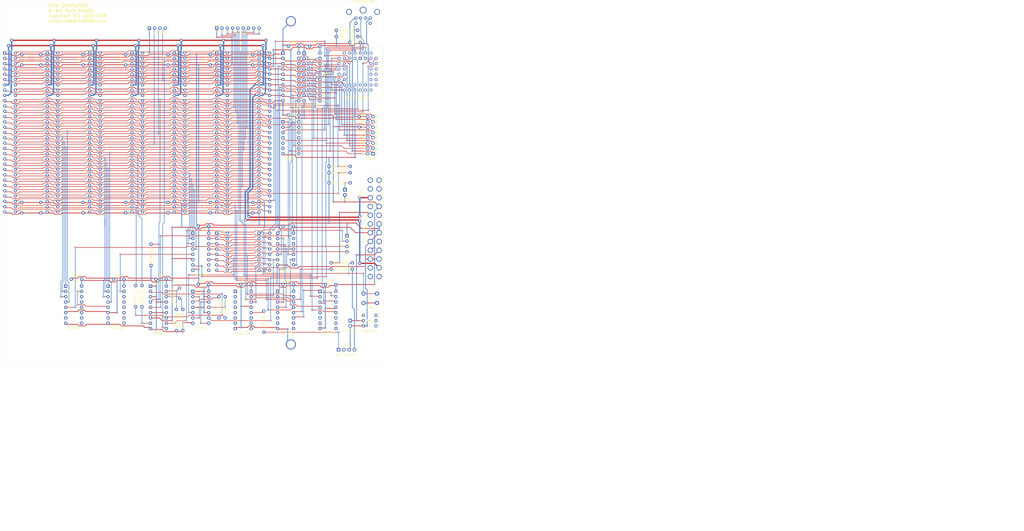
<source format=kicad_pcb>
(kicad_pcb (version 20171130) (host pcbnew "(5.1.8)-1")
  (layers (0 F.Cu signal) (31 B.Cu signal) (34 B.Paste user) (35 F.Paste user) (36 B.SilkS user) (37 F.SilkS user) (38 B.Mask user) (39 F.Mask user) (44 Edge.Cuts user))
  (net 0 "")
  (net 1 /5+)
  (net 2 /GND)
  (net 3 /RESET)
  (net 4 /IRQ2)
  (net 5 /5-)
  (net 6 /DRQ2)
  (net 7 /12-)
  (net 8 /12+)
  (net 9 /DACK3)
  (net 10 /DRQ3)
  (net 11 /DACK1)
  (net 12 /DRQ1)
  (net 13 /IRQ7)
  (net 14 /IRQ6)
  (net 15 /IRQ5)
  (net 16 /IRQ4)
  (net 17 /IRQ3)
  (net 18 /DACK2)
  (net 19 /TC)
  (net 20 /ALE)
  (net 21 /OSC)
  (net 22 /CH_CK)
  (net 23 /D7)
  (net 24 /D6)
  (net 25 /D5)
  (net 26 /D4)
  (net 27 /D3)
  (net 28 /D2)
  (net 29 /D1)
  (net 30 /D0)
  (net 31 /RDY1)
  (net 32 /AEN)
  (net 33 /A19)
  (net 34 /A18)
  (net 35 /A17)
  (net 36 /A16)
  (net 37 /A15)
  (net 38 /A14)
  (net 39 /A13)
  (net 40 /A12)
  (net 41 /A11)
  (net 42 /A10)
  (net 43 /A9)
  (net 44 /A8)
  (net 45 /A7)
  (net 46 /A6)
  (net 47 /A5)
  (net 48 /A4)
  (net 49 /A3)
  (net 50 /A2)
  (net 51 /A1)
  (net 52 /A0)
  (net 53 /CLK)
  (net 54 /LED_GND)
  (net 55 /RESOUT)
  (net 56 /MWR)
  (net 57 /MRD)
  (net 58 /IOWR)
  (net 59 /IORD)
  (net 60 /REFRQ)
  (net 61 /IO_0060)
  (net 62 /IO_00EX)
  (net 63 /POWER_GOOD)
  (net 64 /NMI_EN)
  (net 65 /HOLDA)
  (net 66 /NMI)
  (net 67 /READY)
  (net 68 /HF_PCLK)
  (net 69 /IRQ1)
  (net 70 /SPK_OUT)
  (net 71 /SPK_GO)
  (net 72 /SPK_EN)
  (net 73 /IO_0XXX)
  (net 74 "Net-(U9-Pad14)")
  (net 75 /PCLK)
  (net 76 /X2_8284)
  (net 77 /X1_8284)
  (net 78 "Net-(U12-Pad9)")
  (net 79 "Net-(U12-Pad10)")
  (net 80 "Net-(U12-Pad7)")
  (net 81 /IO_00XX)
  (net 82 "Net-(U13-Pad9)")
  (net 83 "Net-(U13-Pad10)")
  (net 84 /IO_006X)
  (net 85 /FB2)
  (net 86 /PORT_0X61_CS)
  (net 87 /NMI_EN_139)
  (net 88 /PORT_0X61_EN)
  (net 89 /NMI_INPUT)
  (net 90 /IO_0061)
  (net 91 /NC)
  (net 92 /T1)
  (net 93 "Net-(J2-Pad2)")
  (net 94 /T0)
  (net 95 "Net-(J2-Pad6)")
  (net 96 /KBD_CLK)
  (net 97 /KBD_DATA)
  (net 98 /KBD_CLK_INVERTED)
  (net 99 /POWER_ON)
  (net 100 "Net-(ATXPOWER1-Pad13)")
  (net 101 "Net-(ATXPOWER1-Pad24)")
  (net 102 "Net-(ATXPOWER1-Pad23)")
  (net 103 "Net-(ATXPOWER1-Pad22)")
  (net 104 "Net-(ATXPOWER1-Pad17)")
  (net 105 "Net-(ATXPOWER1-Pad1)")
  (net 106 "Net-(ATXPOWER1-Pad2)")
  (net 107 "Net-(ATXPOWER1-Pad7)")
  (net 108 "Net-(ATXPOWER1-Pad9)")
  (net 109 "Net-(ATXPOWER1-Pad11)")
  (net 110 "Net-(ATXPOWER1-Pad12)")
  (net 111 "Net-(8x8mm1-Pad6)")
  (net 112 "Net-(8x8mm1-Pad5)")
  (net 113 "Net-(8x8mm1-Pad4)")
  (net 114 "Net-(8x8mm1-Pad1)")
  (net 115 /IO_000X)
  (net 116 /IO_002X)
  (net 117 /IO_004X)
  (net 118 /IO_008X)
  (net 119 /FB1)
  (net 120 /HF_OSC)
  (net 121 "Net-(J3-Pad2)")
  (net 122 /SPK_PIN_O)
  (net 123 /HOLD)
  (net 124 /SPK_PIN)
  (net 125 /SPK_EN_)
  (net 126 /OSC88)
  (net 127 /CLK88)
  (net 128 /OSC88HF)
  (net 129 /PCLK88)
  (net 130 "Net-(ATXPOWER1-Pad20)")
  (net 131 /DRQ0)
  (net 132 /NC_1)
  (net 133 /PORT_61_RD)
  (net 134 /PORT_61_7)
  (net 135 /PORT_61_6)
  (net 136 /PORT_61_4)
  (net 137 /PORT_61_3)
  (net 138 /PORT_61_2)
  (net 139 "Net-(CH376-Pad10)")
  (net 140 "Net-(U6-Pad12)")
  (net 141 "Net-(U6-Pad13)")
  (net 142 "Net-(U7-Pad7)")
  (net 143 "Net-(U7-Pad14)")
  (net 144 "Net-(U7-Pad13)")
  (net 145 "Net-(U7-Pad12)")
  (net 146 "Net-(U7-Pad11)")
  (net 147 "Net-(U7-Pad10)")
  (net 148 "Net-(U7-Pad9)")
  (net 149 "Net-(U8-Pad9)")
  (net 150 "Net-(U8-Pad10)")
  (net 151 "Net-(U8-Pad11)")
  (net 152 "Net-(U8-Pad12)")
  (net 153 "Net-(U8-Pad13)")
  (net 154 "Net-(U8-Pad14)")
  (net 155 "Net-(U8-Pad7)")
  (net 156 "Net-(U12-Pad6)")
  (net 157 "Net-(U12-Pad5)")
  (net 158 "Net-(U13-Pad5)")
  (net 159 "Net-(U13-Pad6)")
  (net 160 "Net-(U13-Pad7)")
  (net 161 "Net-(U3-Pad1)")
  (net 162 "Net-(U3-Pad4)")
  (net 163 "Net-(U3-Pad6)")
  (net 164 "Net-(U3-Pad12)")
  (net 165 "Net-(U3-Pad13)")
  (net 166 "Net-(U3-Pad23)")
  (net 167 "Net-(U3-Pad25)")
  (net 168 "Net-(U3-Pad27)")
  (net 169 "Net-(U3-Pad29)")
  (net 170 "Net-(U3-Pad24)")
  (net 171 "Net-(U3-Pad26)")
  (net 172 "Net-(U3-Pad28)")
  (net 173 "Net-(U3-Pad30)")
  (net 174 "Net-(U3-Pad32)")
  (net 175 "Net-(U3-Pad34)")
  (net 176 "Net-(U3-Pad36)")
  (net 177 "Net-(U3-Pad40)")
  (net 178 "Net-(U3-Pad31)")
  (net 179 "Net-(U3-Pad33)")
  (net 180 "Net-(U3-Pad35)")
  (net 181 "Net-(U3-Pad37)")
  (net 182 "Net-(U5-Pad9)")
  (net 183 "Net-(U5-Pad10)")
  (net 184 "Net-(U11-Pad7)")
  (net 185 "Net-(U11-Pad6)")
  (net 186 "Net-(U11-Pad5)")
  (net 187 "Net-(U11-Pad4)")
  (net 188 "Net-(U11-Pad11)")
  (net 189 "Net-(U11-Pad3)")
  (net 190 "Net-(U11-Pad10)")
  (net 191 "Net-(U11-Pad2)")
  (net 192 "Net-(U11-Pad9)")
  (net 193 "Net-(U11-Pad1)")
  (net 194 "Net-(U13-Pad11)")
  (module Package_DIP:DIP-20_W7.62mm (layer F.Cu) (at 103.886 43.942)
    (fp_text reference U2 hide)
    (fp_text value 74LS245 (at 3.81 25.19) (layer F.SilkS))
    (pad 20 thru_hole oval (at 7.62 0) (size 1.6 1.6) (drill 0.8) (layers *.Cu *.Mask) (net 1 /5+))
    (pad 10 thru_hole oval (at 0 22.86) (size 1.6 1.6) (drill 0.8) (layers *.Cu *.Mask) (net 2 /GND))
    (pad 19 thru_hole oval (at 7.62 2.54) (size 1.6 1.6) (drill 0.8) (layers *.Cu *.Mask) (net 133 /PORT_61_RD))
    (pad 9 thru_hole oval (at 0 20.32) (size 1.6 1.6) (drill 0.8) (layers *.Cu *.Mask) (net 30 /D0))
    (pad 18 thru_hole oval (at 7.62 5.08) (size 1.6 1.6) (drill 0.8) (layers *.Cu *.Mask) (net 134 /PORT_61_7))
    (pad 8 thru_hole oval (at 0 17.78) (size 1.6 1.6) (drill 0.8) (layers *.Cu *.Mask) (net 29 /D1))
    (pad 17 thru_hole oval (at 7.62 7.62) (size 1.6 1.6) (drill 0.8) (layers *.Cu *.Mask) (net 135 /PORT_61_6))
    (pad 7 thru_hole oval (at 0 15.24) (size 1.6 1.6) (drill 0.8) (layers *.Cu *.Mask) (net 28 /D2))
    (pad 16 thru_hole oval (at 7.62 10.16) (size 1.6 1.6) (drill 0.8) (layers *.Cu *.Mask) (net 64 /NMI_EN))
    (pad 6 thru_hole oval (at 0 12.7) (size 1.6 1.6) (drill 0.8) (layers *.Cu *.Mask) (net 27 /D3))
    (pad 15 thru_hole oval (at 7.62 12.7) (size 1.6 1.6) (drill 0.8) (layers *.Cu *.Mask) (net 136 /PORT_61_4))
    (pad 5 thru_hole oval (at 0 10.16) (size 1.6 1.6) (drill 0.8) (layers *.Cu *.Mask) (net 26 /D4))
    (pad 14 thru_hole oval (at 7.62 15.24) (size 1.6 1.6) (drill 0.8) (layers *.Cu *.Mask) (net 137 /PORT_61_3))
    (pad 4 thru_hole oval (at 0 7.62) (size 1.6 1.6) (drill 0.8) (layers *.Cu *.Mask) (net 25 /D5))
    (pad 13 thru_hole oval (at 7.62 17.78) (size 1.6 1.6) (drill 0.8) (layers *.Cu *.Mask) (net 138 /PORT_61_2))
    (pad 3 thru_hole oval (at 0 5.08) (size 1.6 1.6) (drill 0.8) (layers *.Cu *.Mask) (net 24 /D6))
    (pad 12 thru_hole oval (at 7.62 20.32) (size 1.6 1.6) (drill 0.8) (layers *.Cu *.Mask) (net 72 /SPK_EN))
    (pad 2 thru_hole oval (at 0 2.54) (size 1.6 1.6) (drill 0.8) (layers *.Cu *.Mask) (net 23 /D7))
    (pad 11 thru_hole oval (at 7.62 22.86) (size 1.6 1.6) (drill 0.8) (layers *.Cu *.Mask) (net 71 /SPK_GO))
    (pad 1 thru_hole rect (at 0 0) (size 1.6 1.6) (drill 0.8) (layers *.Cu *.Mask) (net 2 /GND))
  )
  (module Package_DIP:DIP-16_W7.62mm (layer F.Cu) (at 111.506 158.242)
    (fp_text reference U13 hide)
    (fp_text value 74LS139 (at 3.81 20.11) (layer F.SilkS))
    (pad 16 thru_hole oval (at 7.62 0) (size 1.6 1.6) (drill 0.8) (layers *.Cu *.Mask) (net 1 /5+))
    (pad 8 thru_hole oval (at 0 17.78) (size 1.6 1.6) (drill 0.8) (layers *.Cu *.Mask) (net 2 /GND))
    (pad 15 thru_hole oval (at 7.62 2.54) (size 1.6 1.6) (drill 0.8) (layers *.Cu *.Mask) (net 90 /IO_0061))
    (pad 7 thru_hole oval (at 0 15.24) (size 1.6 1.6) (drill 0.8) (layers *.Cu *.Mask) (net 160 "Net-(U13-Pad7)"))
    (pad 14 thru_hole oval (at 7.62 5.08) (size 1.6 1.6) (drill 0.8) (layers *.Cu *.Mask) (net 59 /IORD))
    (pad 6 thru_hole oval (at 0 12.7) (size 1.6 1.6) (drill 0.8) (layers *.Cu *.Mask) (net 159 "Net-(U13-Pad6)"))
    (pad 13 thru_hole oval (at 7.62 7.62) (size 1.6 1.6) (drill 0.8) (layers *.Cu *.Mask) (net 2 /GND))
    (pad 5 thru_hole oval (at 0 10.16) (size 1.6 1.6) (drill 0.8) (layers *.Cu *.Mask) (net 158 "Net-(U13-Pad5)"))
    (pad 12 thru_hole oval (at 7.62 10.16) (size 1.6 1.6) (drill 0.8) (layers *.Cu *.Mask) (net 133 /PORT_61_RD))
    (pad 4 thru_hole oval (at 0 7.62) (size 1.6 1.6) (drill 0.8) (layers *.Cu *.Mask) (net 88 /PORT_0X61_EN))
    (pad 11 thru_hole oval (at 7.62 12.7) (size 1.6 1.6) (drill 0.8) (layers *.Cu *.Mask) (net 194 "Net-(U13-Pad11)"))
    (pad 3 thru_hole oval (at 0 5.08) (size 1.6 1.6) (drill 0.8) (layers *.Cu *.Mask) (net 2 /GND))
    (pad 10 thru_hole oval (at 7.62 15.24) (size 1.6 1.6) (drill 0.8) (layers *.Cu *.Mask) (net 83 "Net-(U13-Pad10)"))
    (pad 2 thru_hole oval (at 0 2.54) (size 1.6 1.6) (drill 0.8) (layers *.Cu *.Mask) (net 58 /IOWR))
    (pad 9 thru_hole oval (at 7.62 17.78) (size 1.6 1.6) (drill 0.8) (layers *.Cu *.Mask) (net 82 "Net-(U13-Pad9)"))
    (pad 1 thru_hole rect (at 0 0) (size 1.6 1.6) (drill 0.8) (layers *.Cu *.Mask) (net 90 /IO_0061))
  )
  (module Capacitor_THT:C_Disc_D4.3mm_W1.9mm_P5.00mm (layer F.Cu) (at 106.506 40.64)
    (fp_text reference C19 hide)
    (fp_text value 0.1uF (at 2.206 -2.032) (layer F.SilkS))
    (pad 2 thru_hole circle (at 5 0) (size 1.6 1.6) (drill 0.8) (layers *.Cu *.Mask) (net 1 /5+))
    (pad 1 thru_hole circle (at 0 0) (size 1.6 1.6) (drill 0.8) (layers *.Cu *.Mask) (net 2 /GND))
  )
  (module Capacitor_THT:C_Disc_D4.3mm_W1.9mm_P5.00mm (layer F.Cu) (at 114.126 154.94)
    (fp_text reference C18 hide)
    (fp_text value 0.1uF (at 2.46 -2.032) (layer F.SilkS))
    (pad 2 thru_hole circle (at 5 0) (size 1.6 1.6) (drill 0.8) (layers *.Cu *.Mask) (net 1 /5+))
    (pad 1 thru_hole circle (at 0 0) (size 1.6 1.6) (drill 0.8) (layers *.Cu *.Mask) (net 2 /GND))
  )
  (module Resistor_THT:R_Array_SIP4 (layer F.Cu) (at 124.46 131.572 270)
    (fp_text reference RN3 hide)
    (fp_text value "10k ohm" (at 3.556 2.54 270 unlocked) (layer F.SilkS))
    (pad 4 thru_hole oval (at 7.62 0 270) (size 1.6 1.6) (drill 0.8) (layers *.Cu *.Mask) (net 131 /DRQ0))
    (pad 3 thru_hole oval (at 5.08 0 270) (size 1.6 1.6) (drill 0.8) (layers *.Cu *.Mask) (net 123 /HOLD))
    (pad 2 thru_hole oval (at 2.54 0 270) (size 1.6 1.6) (drill 0.8) (layers *.Cu *.Mask) (net 64 /NMI_EN))
    (pad 1 thru_hole rect (at 0 0 270) (size 1.6 1.6) (drill 0.8) (layers *.Cu *.Mask) (net 2 /GND))
  )
  (module Motherboard:Large_Via (layer F.Cu) (at -36.322 37.846)
    (fp_text reference R hide)
    (fp_text value L hide)
    (pad 1 thru_hole circle (at 0 0) (size 1.524 1.524) (drill 0.762) (layers *.Cu *.Mask) (net 8 /12+))
  )
  (module Motherboard:Large_Via (layer F.Cu) (at -37.846 40.386)
    (fp_text reference R hide)
    (fp_text value L)
    (pad 1 thru_hole circle (at 0 0) (size 1.524 1.524) (drill 0.762) (layers *.Cu *.Mask) (net 7 /12-))
  )
  (module Motherboard:Large_Via (layer F.Cu) (at -16.002 37.846)
    (fp_text reference R hide)
    (fp_text value L hide)
    (pad 1 thru_hole circle (at 0 0) (size 1.524 1.524) (drill 0.762) (layers *.Cu *.Mask) (net 8 /12+))
  )
  (module Motherboard:Large_Via (layer F.Cu) (at -17.526 40.386)
    (fp_text reference R hide)
    (fp_text value L)
    (pad 1 thru_hole circle (at 0 0) (size 1.524 1.524) (drill 0.762) (layers *.Cu *.Mask) (net 7 /12-))
  )
  (module Motherboard:Large_Via (layer F.Cu) (at 4.318 37.846)
    (fp_text reference R hide)
    (fp_text value L hide)
    (pad 1 thru_hole circle (at 0 0) (size 1.524 1.524) (drill 0.762) (layers *.Cu *.Mask) (net 8 /12+))
  )
  (module Motherboard:Large_Via (layer F.Cu) (at 2.794 40.386)
    (fp_text reference R hide)
    (fp_text value L)
    (pad 1 thru_hole circle (at 0 0) (size 1.524 1.524) (drill 0.762) (layers *.Cu *.Mask) (net 7 /12-))
  )
  (module Capacitor_THT:C_Disc_D4.3mm_W1.9mm_P5.00mm (layer F.Cu) (at -2.032 44.704 270)
    (fp_text reference C17 hide)
    (fp_text value 0.1uF (at 2.5 2.2 270 unlocked) (layer F.SilkS))
    (pad 2 thru_hole circle (at 5 0 270) (size 1.6 1.6) (drill 0.8) (layers *.Cu *.Mask) (net 1 /5+))
    (pad 1 thru_hole circle (at 0 0 270) (size 1.6 1.6) (drill 0.8) (layers *.Cu *.Mask) (net 2 /GND))
  )
  (module Capacitor_THT:C_Disc_D4.3mm_W1.9mm_P5.00mm (layer F.Cu) (at -2.032 120.57 90)
    (fp_text reference C16 hide)
    (fp_text value 0.1uF (at 2.54 -2.032 270 unlocked) (layer F.SilkS))
    (pad 2 thru_hole circle (at 5 0 90) (size 1.6 1.6) (drill 0.8) (layers *.Cu *.Mask) (net 1 /5+))
    (pad 1 thru_hole circle (at 0 0 90) (size 1.6 1.6) (drill 0.8) (layers *.Cu *.Mask) (net 2 /GND))
  )
  (module Capacitor_THT:C_Disc_D4.3mm_W1.9mm_P5.00mm (layer F.Cu) (at -22.352 44.704 270)
    (fp_text reference C15 hide)
    (fp_text value 0.1uF (at 2.5 2.2 270 unlocked) (layer F.SilkS))
    (pad 2 thru_hole circle (at 5 0 270) (size 1.6 1.6) (drill 0.8) (layers *.Cu *.Mask) (net 1 /5+))
    (pad 1 thru_hole circle (at 0 0 270) (size 1.6 1.6) (drill 0.8) (layers *.Cu *.Mask) (net 2 /GND))
  )
  (module Capacitor_THT:C_Disc_D4.3mm_W1.9mm_P5.00mm (layer F.Cu) (at 18.288 120.57 90)
    (fp_text reference C14 hide)
    (fp_text value 0.1uF (at 2.46 -2.032 270 unlocked) (layer F.SilkS))
    (pad 2 thru_hole circle (at 5 0 90) (size 1.6 1.6) (drill 0.8) (layers *.Cu *.Mask) (net 1 /5+))
    (pad 1 thru_hole circle (at 0 0 90) (size 1.6 1.6) (drill 0.8) (layers *.Cu *.Mask) (net 2 /GND))
  )
  (module Capacitor_THT:C_Disc_D4.3mm_W1.9mm_P5.00mm (layer F.Cu) (at 18.288 44.704 270)
    (fp_text reference C13 hide)
    (fp_text value 0.1uF (at 2.5 2.2 270 unlocked) (layer F.SilkS))
    (pad 2 thru_hole circle (at 5 0 270) (size 1.6 1.6) (drill 0.8) (layers *.Cu *.Mask) (net 1 /5+))
    (pad 1 thru_hole circle (at 0 0 270) (size 1.6 1.6) (drill 0.8) (layers *.Cu *.Mask) (net 2 /GND))
  )
  (module Capacitor_THT:C_Disc_D4.3mm_W1.9mm_P5.00mm (layer F.Cu) (at -22.352 120.57 90)
    (fp_text reference C11 hide)
    (fp_text value 0.1uF (at 2.46 -2.032 270 unlocked) (layer F.SilkS))
    (pad 2 thru_hole circle (at 5 0 90) (size 1.6 1.6) (drill 0.8) (layers *.Cu *.Mask) (net 1 /5+))
    (pad 1 thru_hole circle (at 0 0 90) (size 1.6 1.6) (drill 0.8) (layers *.Cu *.Mask) (net 2 /GND))
  )
  (module Capacitor_THT:C_Disc_D4.3mm_W1.9mm_P5.00mm (layer F.Cu) (at -31.496 120.57 90)
    (fp_text reference C27 hide)
    (fp_text value 0.1uF (at 2.5 2.2 270 unlocked) (layer F.SilkS))
    (pad 2 thru_hole circle (at 5 0 90) (size 1.6 1.6) (drill 0.8) (layers *.Cu *.Mask) (net 1 /5+))
    (pad 1 thru_hole circle (at 0 0 90) (size 1.6 1.6) (drill 0.8) (layers *.Cu *.Mask) (net 2 /GND))
  )
  (module MountingHole:MountingHole_3.7mm (layer F.Cu) (at -26.924 183.642)
    (fp_text reference REF** hide)
    (fp_text value MountingHole_3.7mm hide)
    (pad "" np_thru_hole circle (at 0 0) (size 3.9624 3.9624) (drill 3.9624) (layers *.Cu *.Mask))
  )
  (module MountingHole:MountingHole_3.7mm (layer F.Cu) (at -26.924 28.702)
    (fp_text reference REF** hide)
    (fp_text value MountingHole_3.7mm hide)
    (pad "" np_thru_hole circle (at 0 0) (size 3.9624 3.9624) (drill 3.9624) (layers *.Cu *.Mask))
  )
  (module Motherboard:8-bit-ISA (layer F.Cu) (at 1.016 43.942)
    (fp_text reference J14 hide)
    (fp_text value Bus_ISA_8bit)
    (pad 62 thru_hole circle (at 5.08 76.2) (size 1.524 1.524) (drill 0.762) (layers *.Cu *.Mask) (net 52 /A0))
    (pad 61 thru_hole circle (at 5.08 73.66) (size 1.524 1.524) (drill 0.762) (layers *.Cu *.Mask) (net 51 /A1))
    (pad 60 thru_hole circle (at 5.08 71.12) (size 1.524 1.524) (drill 0.762) (layers *.Cu *.Mask) (net 50 /A2))
    (pad 59 thru_hole circle (at 5.08 68.58) (size 1.524 1.524) (drill 0.762) (layers *.Cu *.Mask) (net 49 /A3))
    (pad 58 thru_hole circle (at 5.08 66.04) (size 1.524 1.524) (drill 0.762) (layers *.Cu *.Mask) (net 48 /A4))
    (pad 57 thru_hole circle (at 5.08 63.5) (size 1.524 1.524) (drill 0.762) (layers *.Cu *.Mask) (net 47 /A5))
    (pad 56 thru_hole circle (at 5.08 60.96) (size 1.524 1.524) (drill 0.762) (layers *.Cu *.Mask) (net 46 /A6))
    (pad 55 thru_hole circle (at 5.08 58.42) (size 1.524 1.524) (drill 0.762) (layers *.Cu *.Mask) (net 45 /A7))
    (pad 54 thru_hole circle (at 5.08 55.88) (size 1.524 1.524) (drill 0.762) (layers *.Cu *.Mask) (net 44 /A8))
    (pad 53 thru_hole circle (at 5.08 53.34) (size 1.524 1.524) (drill 0.762) (layers *.Cu *.Mask) (net 43 /A9))
    (pad 52 thru_hole circle (at 5.08 50.8) (size 1.524 1.524) (drill 0.762) (layers *.Cu *.Mask) (net 42 /A10))
    (pad 51 thru_hole circle (at 5.08 48.26) (size 1.524 1.524) (drill 0.762) (layers *.Cu *.Mask) (net 41 /A11))
    (pad 50 thru_hole circle (at 5.08 45.72) (size 1.524 1.524) (drill 0.762) (layers *.Cu *.Mask) (net 40 /A12))
    (pad 49 thru_hole circle (at 5.08 43.18) (size 1.524 1.524) (drill 0.762) (layers *.Cu *.Mask) (net 39 /A13))
    (pad 48 thru_hole circle (at 5.08 40.64) (size 1.524 1.524) (drill 0.762) (layers *.Cu *.Mask) (net 38 /A14))
    (pad 47 thru_hole circle (at 5.08 38.1) (size 1.524 1.524) (drill 0.762) (layers *.Cu *.Mask) (net 37 /A15))
    (pad 46 thru_hole circle (at 5.08 35.56) (size 1.524 1.524) (drill 0.762) (layers *.Cu *.Mask) (net 36 /A16))
    (pad 45 thru_hole circle (at 5.08 33.02) (size 1.524 1.524) (drill 0.762) (layers *.Cu *.Mask) (net 35 /A17))
    (pad 44 thru_hole circle (at 5.08 30.48) (size 1.524 1.524) (drill 0.762) (layers *.Cu *.Mask) (net 34 /A18))
    (pad 43 thru_hole circle (at 5.08 27.94) (size 1.524 1.524) (drill 0.762) (layers *.Cu *.Mask) (net 33 /A19))
    (pad 42 thru_hole circle (at 5.08 25.4) (size 1.524 1.524) (drill 0.762) (layers *.Cu *.Mask) (net 32 /AEN))
    (pad 41 thru_hole circle (at 5.08 22.86) (size 1.524 1.524) (drill 0.762) (layers *.Cu *.Mask) (net 31 /RDY1))
    (pad 40 thru_hole circle (at 5.08 20.32) (size 1.524 1.524) (drill 0.762) (layers *.Cu *.Mask) (net 30 /D0))
    (pad 39 thru_hole circle (at 5.08 17.78) (size 1.524 1.524) (drill 0.762) (layers *.Cu *.Mask) (net 29 /D1))
    (pad 38 thru_hole circle (at 5.08 15.24) (size 1.524 1.524) (drill 0.762) (layers *.Cu *.Mask) (net 28 /D2))
    (pad 37 thru_hole circle (at 5.08 12.7) (size 1.524 1.524) (drill 0.762) (layers *.Cu *.Mask) (net 27 /D3))
    (pad 36 thru_hole circle (at 5.08 10.16) (size 1.524 1.524) (drill 0.762) (layers *.Cu *.Mask) (net 26 /D4))
    (pad 35 thru_hole circle (at 5.08 7.62) (size 1.524 1.524) (drill 0.762) (layers *.Cu *.Mask) (net 25 /D5))
    (pad 34 thru_hole circle (at 5.08 5.08) (size 1.524 1.524) (drill 0.762) (layers *.Cu *.Mask) (net 24 /D6))
    (pad 33 thru_hole circle (at 5.08 2.54) (size 1.524 1.524) (drill 0.762) (layers *.Cu *.Mask) (net 23 /D7))
    (pad 32 thru_hole circle (at 5.08 0) (size 1.524 1.524) (drill 0.762) (layers *.Cu *.Mask) (net 22 /CH_CK))
    (pad 31 thru_hole circle (at 0 76.2) (size 1.524 1.524) (drill 0.762) (layers *.Cu *.Mask) (net 2 /GND))
    (pad 30 thru_hole circle (at 0 73.66) (size 1.524 1.524) (drill 0.762) (layers *.Cu *.Mask) (net 126 /OSC88))
    (pad 29 thru_hole circle (at 0 71.12) (size 1.524 1.524) (drill 0.762) (layers *.Cu *.Mask) (net 1 /5+))
    (pad 28 thru_hole circle (at 0 68.58) (size 1.524 1.524) (drill 0.762) (layers *.Cu *.Mask) (net 20 /ALE))
    (pad 27 thru_hole circle (at 0 66.04) (size 1.524 1.524) (drill 0.762) (layers *.Cu *.Mask) (net 19 /TC))
    (pad 26 thru_hole circle (at 0 63.5) (size 1.524 1.524) (drill 0.762) (layers *.Cu *.Mask) (net 18 /DACK2))
    (pad 25 thru_hole circle (at 0 60.96) (size 1.524 1.524) (drill 0.762) (layers *.Cu *.Mask) (net 17 /IRQ3))
    (pad 24 thru_hole circle (at 0 58.42) (size 1.524 1.524) (drill 0.762) (layers *.Cu *.Mask) (net 16 /IRQ4))
    (pad 23 thru_hole circle (at 0 55.88) (size 1.524 1.524) (drill 0.762) (layers *.Cu *.Mask) (net 15 /IRQ5))
    (pad 22 thru_hole circle (at 0 53.34) (size 1.524 1.524) (drill 0.762) (layers *.Cu *.Mask) (net 14 /IRQ6))
    (pad 21 thru_hole circle (at 0 50.8) (size 1.524 1.524) (drill 0.762) (layers *.Cu *.Mask) (net 13 /IRQ7))
    (pad 20 thru_hole circle (at 0 48.26) (size 1.524 1.524) (drill 0.762) (layers *.Cu *.Mask) (net 127 /CLK88))
    (pad 19 thru_hole circle (at 0 45.72) (size 1.524 1.524) (drill 0.762) (layers *.Cu *.Mask) (net 60 /REFRQ))
    (pad 18 thru_hole circle (at 0 43.18) (size 1.524 1.524) (drill 0.762) (layers *.Cu *.Mask) (net 12 /DRQ1))
    (pad 17 thru_hole circle (at 0 40.64) (size 1.524 1.524) (drill 0.762) (layers *.Cu *.Mask) (net 11 /DACK1))
    (pad 16 thru_hole circle (at 0 38.1) (size 1.524 1.524) (drill 0.762) (layers *.Cu *.Mask) (net 10 /DRQ3))
    (pad 15 thru_hole circle (at 0 35.56) (size 1.524 1.524) (drill 0.762) (layers *.Cu *.Mask) (net 9 /DACK3))
    (pad 14 thru_hole circle (at 0 33.02) (size 1.524 1.524) (drill 0.762) (layers *.Cu *.Mask) (net 59 /IORD))
    (pad 13 thru_hole circle (at 0 30.48) (size 1.524 1.524) (drill 0.762) (layers *.Cu *.Mask) (net 58 /IOWR))
    (pad 12 thru_hole circle (at 0 27.94) (size 1.524 1.524) (drill 0.762) (layers *.Cu *.Mask) (net 57 /MRD))
    (pad 11 thru_hole circle (at 0 25.4) (size 1.524 1.524) (drill 0.762) (layers *.Cu *.Mask) (net 56 /MWR))
    (pad 10 thru_hole circle (at 0 22.86) (size 1.524 1.524) (drill 0.762) (layers *.Cu *.Mask) (net 2 /GND))
    (pad 9 thru_hole circle (at 0 20.32) (size 1.524 1.524) (drill 0.762) (layers *.Cu *.Mask) (net 8 /12+))
    (pad 8 thru_hole circle (at 0 17.78) (size 1.524 1.524) (drill 0.762) (layers *.Cu *.Mask) (net 91 /NC))
    (pad 7 thru_hole circle (at 0 15.24) (size 1.524 1.524) (drill 0.762) (layers *.Cu *.Mask) (net 7 /12-))
    (pad 6 thru_hole circle (at 0 12.7) (size 1.524 1.524) (drill 0.762) (layers *.Cu *.Mask) (net 6 /DRQ2))
    (pad 5 thru_hole circle (at 0 10.16) (size 1.524 1.524) (drill 0.762) (layers *.Cu *.Mask) (net 5 /5-))
    (pad 4 thru_hole circle (at 0 7.62) (size 1.524 1.524) (drill 0.762) (layers *.Cu *.Mask) (net 4 /IRQ2))
    (pad 3 thru_hole circle (at 0 5.08) (size 1.524 1.524) (drill 0.762) (layers *.Cu *.Mask) (net 1 /5+))
    (pad 2 thru_hole circle (at 0 2.54) (size 1.524 1.524) (drill 0.762) (layers *.Cu *.Mask) (net 55 /RESOUT))
    (pad 1 thru_hole rect (at 0 0) (size 1.524 1.524) (drill 0.762) (layers *.Cu *.Mask) (net 2 /GND))
  )
  (module Motherboard:8-bit-ISA (layer F.Cu) (at -19.304 43.942)
    (fp_text reference J13 hide)
    (fp_text value Bus_ISA_8bit)
    (pad 62 thru_hole circle (at 5.08 76.2) (size 1.524 1.524) (drill 0.762) (layers *.Cu *.Mask) (net 52 /A0))
    (pad 61 thru_hole circle (at 5.08 73.66) (size 1.524 1.524) (drill 0.762) (layers *.Cu *.Mask) (net 51 /A1))
    (pad 60 thru_hole circle (at 5.08 71.12) (size 1.524 1.524) (drill 0.762) (layers *.Cu *.Mask) (net 50 /A2))
    (pad 59 thru_hole circle (at 5.08 68.58) (size 1.524 1.524) (drill 0.762) (layers *.Cu *.Mask) (net 49 /A3))
    (pad 58 thru_hole circle (at 5.08 66.04) (size 1.524 1.524) (drill 0.762) (layers *.Cu *.Mask) (net 48 /A4))
    (pad 57 thru_hole circle (at 5.08 63.5) (size 1.524 1.524) (drill 0.762) (layers *.Cu *.Mask) (net 47 /A5))
    (pad 56 thru_hole circle (at 5.08 60.96) (size 1.524 1.524) (drill 0.762) (layers *.Cu *.Mask) (net 46 /A6))
    (pad 55 thru_hole circle (at 5.08 58.42) (size 1.524 1.524) (drill 0.762) (layers *.Cu *.Mask) (net 45 /A7))
    (pad 54 thru_hole circle (at 5.08 55.88) (size 1.524 1.524) (drill 0.762) (layers *.Cu *.Mask) (net 44 /A8))
    (pad 53 thru_hole circle (at 5.08 53.34) (size 1.524 1.524) (drill 0.762) (layers *.Cu *.Mask) (net 43 /A9))
    (pad 52 thru_hole circle (at 5.08 50.8) (size 1.524 1.524) (drill 0.762) (layers *.Cu *.Mask) (net 42 /A10))
    (pad 51 thru_hole circle (at 5.08 48.26) (size 1.524 1.524) (drill 0.762) (layers *.Cu *.Mask) (net 41 /A11))
    (pad 50 thru_hole circle (at 5.08 45.72) (size 1.524 1.524) (drill 0.762) (layers *.Cu *.Mask) (net 40 /A12))
    (pad 49 thru_hole circle (at 5.08 43.18) (size 1.524 1.524) (drill 0.762) (layers *.Cu *.Mask) (net 39 /A13))
    (pad 48 thru_hole circle (at 5.08 40.64) (size 1.524 1.524) (drill 0.762) (layers *.Cu *.Mask) (net 38 /A14))
    (pad 47 thru_hole circle (at 5.08 38.1) (size 1.524 1.524) (drill 0.762) (layers *.Cu *.Mask) (net 37 /A15))
    (pad 46 thru_hole circle (at 5.08 35.56) (size 1.524 1.524) (drill 0.762) (layers *.Cu *.Mask) (net 36 /A16))
    (pad 45 thru_hole circle (at 5.08 33.02) (size 1.524 1.524) (drill 0.762) (layers *.Cu *.Mask) (net 35 /A17))
    (pad 44 thru_hole circle (at 5.08 30.48) (size 1.524 1.524) (drill 0.762) (layers *.Cu *.Mask) (net 34 /A18))
    (pad 43 thru_hole circle (at 5.08 27.94) (size 1.524 1.524) (drill 0.762) (layers *.Cu *.Mask) (net 33 /A19))
    (pad 42 thru_hole circle (at 5.08 25.4) (size 1.524 1.524) (drill 0.762) (layers *.Cu *.Mask) (net 32 /AEN))
    (pad 41 thru_hole circle (at 5.08 22.86) (size 1.524 1.524) (drill 0.762) (layers *.Cu *.Mask) (net 31 /RDY1))
    (pad 40 thru_hole circle (at 5.08 20.32) (size 1.524 1.524) (drill 0.762) (layers *.Cu *.Mask) (net 30 /D0))
    (pad 39 thru_hole circle (at 5.08 17.78) (size 1.524 1.524) (drill 0.762) (layers *.Cu *.Mask) (net 29 /D1))
    (pad 38 thru_hole circle (at 5.08 15.24) (size 1.524 1.524) (drill 0.762) (layers *.Cu *.Mask) (net 28 /D2))
    (pad 37 thru_hole circle (at 5.08 12.7) (size 1.524 1.524) (drill 0.762) (layers *.Cu *.Mask) (net 27 /D3))
    (pad 36 thru_hole circle (at 5.08 10.16) (size 1.524 1.524) (drill 0.762) (layers *.Cu *.Mask) (net 26 /D4))
    (pad 35 thru_hole circle (at 5.08 7.62) (size 1.524 1.524) (drill 0.762) (layers *.Cu *.Mask) (net 25 /D5))
    (pad 34 thru_hole circle (at 5.08 5.08) (size 1.524 1.524) (drill 0.762) (layers *.Cu *.Mask) (net 24 /D6))
    (pad 33 thru_hole circle (at 5.08 2.54) (size 1.524 1.524) (drill 0.762) (layers *.Cu *.Mask) (net 23 /D7))
    (pad 32 thru_hole circle (at 5.08 0) (size 1.524 1.524) (drill 0.762) (layers *.Cu *.Mask) (net 22 /CH_CK))
    (pad 31 thru_hole circle (at 0 76.2) (size 1.524 1.524) (drill 0.762) (layers *.Cu *.Mask) (net 2 /GND))
    (pad 30 thru_hole circle (at 0 73.66) (size 1.524 1.524) (drill 0.762) (layers *.Cu *.Mask) (net 126 /OSC88))
    (pad 29 thru_hole circle (at 0 71.12) (size 1.524 1.524) (drill 0.762) (layers *.Cu *.Mask) (net 1 /5+))
    (pad 28 thru_hole circle (at 0 68.58) (size 1.524 1.524) (drill 0.762) (layers *.Cu *.Mask) (net 20 /ALE))
    (pad 27 thru_hole circle (at 0 66.04) (size 1.524 1.524) (drill 0.762) (layers *.Cu *.Mask) (net 19 /TC))
    (pad 26 thru_hole circle (at 0 63.5) (size 1.524 1.524) (drill 0.762) (layers *.Cu *.Mask) (net 18 /DACK2))
    (pad 25 thru_hole circle (at 0 60.96) (size 1.524 1.524) (drill 0.762) (layers *.Cu *.Mask) (net 17 /IRQ3))
    (pad 24 thru_hole circle (at 0 58.42) (size 1.524 1.524) (drill 0.762) (layers *.Cu *.Mask) (net 16 /IRQ4))
    (pad 23 thru_hole circle (at 0 55.88) (size 1.524 1.524) (drill 0.762) (layers *.Cu *.Mask) (net 15 /IRQ5))
    (pad 22 thru_hole circle (at 0 53.34) (size 1.524 1.524) (drill 0.762) (layers *.Cu *.Mask) (net 14 /IRQ6))
    (pad 21 thru_hole circle (at 0 50.8) (size 1.524 1.524) (drill 0.762) (layers *.Cu *.Mask) (net 13 /IRQ7))
    (pad 20 thru_hole circle (at 0 48.26) (size 1.524 1.524) (drill 0.762) (layers *.Cu *.Mask) (net 127 /CLK88))
    (pad 19 thru_hole circle (at 0 45.72) (size 1.524 1.524) (drill 0.762) (layers *.Cu *.Mask) (net 60 /REFRQ))
    (pad 18 thru_hole circle (at 0 43.18) (size 1.524 1.524) (drill 0.762) (layers *.Cu *.Mask) (net 12 /DRQ1))
    (pad 17 thru_hole circle (at 0 40.64) (size 1.524 1.524) (drill 0.762) (layers *.Cu *.Mask) (net 11 /DACK1))
    (pad 16 thru_hole circle (at 0 38.1) (size 1.524 1.524) (drill 0.762) (layers *.Cu *.Mask) (net 10 /DRQ3))
    (pad 15 thru_hole circle (at 0 35.56) (size 1.524 1.524) (drill 0.762) (layers *.Cu *.Mask) (net 9 /DACK3))
    (pad 14 thru_hole circle (at 0 33.02) (size 1.524 1.524) (drill 0.762) (layers *.Cu *.Mask) (net 59 /IORD))
    (pad 13 thru_hole circle (at 0 30.48) (size 1.524 1.524) (drill 0.762) (layers *.Cu *.Mask) (net 58 /IOWR))
    (pad 12 thru_hole circle (at 0 27.94) (size 1.524 1.524) (drill 0.762) (layers *.Cu *.Mask) (net 57 /MRD))
    (pad 11 thru_hole circle (at 0 25.4) (size 1.524 1.524) (drill 0.762) (layers *.Cu *.Mask) (net 56 /MWR))
    (pad 10 thru_hole circle (at 0 22.86) (size 1.524 1.524) (drill 0.762) (layers *.Cu *.Mask) (net 2 /GND))
    (pad 9 thru_hole circle (at 0 20.32) (size 1.524 1.524) (drill 0.762) (layers *.Cu *.Mask) (net 8 /12+))
    (pad 8 thru_hole circle (at 0 17.78) (size 1.524 1.524) (drill 0.762) (layers *.Cu *.Mask) (net 91 /NC))
    (pad 7 thru_hole circle (at 0 15.24) (size 1.524 1.524) (drill 0.762) (layers *.Cu *.Mask) (net 7 /12-))
    (pad 6 thru_hole circle (at 0 12.7) (size 1.524 1.524) (drill 0.762) (layers *.Cu *.Mask) (net 6 /DRQ2))
    (pad 5 thru_hole circle (at 0 10.16) (size 1.524 1.524) (drill 0.762) (layers *.Cu *.Mask) (net 5 /5-))
    (pad 4 thru_hole circle (at 0 7.62) (size 1.524 1.524) (drill 0.762) (layers *.Cu *.Mask) (net 4 /IRQ2))
    (pad 3 thru_hole circle (at 0 5.08) (size 1.524 1.524) (drill 0.762) (layers *.Cu *.Mask) (net 1 /5+))
    (pad 2 thru_hole circle (at 0 2.54) (size 1.524 1.524) (drill 0.762) (layers *.Cu *.Mask) (net 55 /RESOUT))
    (pad 1 thru_hole rect (at 0 0) (size 1.524 1.524) (drill 0.762) (layers *.Cu *.Mask) (net 2 /GND))
  )
  (module Motherboard:8-bit-ISA (layer F.Cu) (at -39.624 43.942)
    (fp_text reference J12 hide)
    (fp_text value Bus_ISA_8bit)
    (pad 62 thru_hole circle (at 5.08 76.2) (size 1.524 1.524) (drill 0.762) (layers *.Cu *.Mask) (net 52 /A0))
    (pad 61 thru_hole circle (at 5.08 73.66) (size 1.524 1.524) (drill 0.762) (layers *.Cu *.Mask) (net 51 /A1))
    (pad 60 thru_hole circle (at 5.08 71.12) (size 1.524 1.524) (drill 0.762) (layers *.Cu *.Mask) (net 50 /A2))
    (pad 59 thru_hole circle (at 5.08 68.58) (size 1.524 1.524) (drill 0.762) (layers *.Cu *.Mask) (net 49 /A3))
    (pad 58 thru_hole circle (at 5.08 66.04) (size 1.524 1.524) (drill 0.762) (layers *.Cu *.Mask) (net 48 /A4))
    (pad 57 thru_hole circle (at 5.08 63.5) (size 1.524 1.524) (drill 0.762) (layers *.Cu *.Mask) (net 47 /A5))
    (pad 56 thru_hole circle (at 5.08 60.96) (size 1.524 1.524) (drill 0.762) (layers *.Cu *.Mask) (net 46 /A6))
    (pad 55 thru_hole circle (at 5.08 58.42) (size 1.524 1.524) (drill 0.762) (layers *.Cu *.Mask) (net 45 /A7))
    (pad 54 thru_hole circle (at 5.08 55.88) (size 1.524 1.524) (drill 0.762) (layers *.Cu *.Mask) (net 44 /A8))
    (pad 53 thru_hole circle (at 5.08 53.34) (size 1.524 1.524) (drill 0.762) (layers *.Cu *.Mask) (net 43 /A9))
    (pad 52 thru_hole circle (at 5.08 50.8) (size 1.524 1.524) (drill 0.762) (layers *.Cu *.Mask) (net 42 /A10))
    (pad 51 thru_hole circle (at 5.08 48.26) (size 1.524 1.524) (drill 0.762) (layers *.Cu *.Mask) (net 41 /A11))
    (pad 50 thru_hole circle (at 5.08 45.72) (size 1.524 1.524) (drill 0.762) (layers *.Cu *.Mask) (net 40 /A12))
    (pad 49 thru_hole circle (at 5.08 43.18) (size 1.524 1.524) (drill 0.762) (layers *.Cu *.Mask) (net 39 /A13))
    (pad 48 thru_hole circle (at 5.08 40.64) (size 1.524 1.524) (drill 0.762) (layers *.Cu *.Mask) (net 38 /A14))
    (pad 47 thru_hole circle (at 5.08 38.1) (size 1.524 1.524) (drill 0.762) (layers *.Cu *.Mask) (net 37 /A15))
    (pad 46 thru_hole circle (at 5.08 35.56) (size 1.524 1.524) (drill 0.762) (layers *.Cu *.Mask) (net 36 /A16))
    (pad 45 thru_hole circle (at 5.08 33.02) (size 1.524 1.524) (drill 0.762) (layers *.Cu *.Mask) (net 35 /A17))
    (pad 44 thru_hole circle (at 5.08 30.48) (size 1.524 1.524) (drill 0.762) (layers *.Cu *.Mask) (net 34 /A18))
    (pad 43 thru_hole circle (at 5.08 27.94) (size 1.524 1.524) (drill 0.762) (layers *.Cu *.Mask) (net 33 /A19))
    (pad 42 thru_hole circle (at 5.08 25.4) (size 1.524 1.524) (drill 0.762) (layers *.Cu *.Mask) (net 32 /AEN))
    (pad 41 thru_hole circle (at 5.08 22.86) (size 1.524 1.524) (drill 0.762) (layers *.Cu *.Mask) (net 31 /RDY1))
    (pad 40 thru_hole circle (at 5.08 20.32) (size 1.524 1.524) (drill 0.762) (layers *.Cu *.Mask) (net 30 /D0))
    (pad 39 thru_hole circle (at 5.08 17.78) (size 1.524 1.524) (drill 0.762) (layers *.Cu *.Mask) (net 29 /D1))
    (pad 38 thru_hole circle (at 5.08 15.24) (size 1.524 1.524) (drill 0.762) (layers *.Cu *.Mask) (net 28 /D2))
    (pad 37 thru_hole circle (at 5.08 12.7) (size 1.524 1.524) (drill 0.762) (layers *.Cu *.Mask) (net 27 /D3))
    (pad 36 thru_hole circle (at 5.08 10.16) (size 1.524 1.524) (drill 0.762) (layers *.Cu *.Mask) (net 26 /D4))
    (pad 35 thru_hole circle (at 5.08 7.62) (size 1.524 1.524) (drill 0.762) (layers *.Cu *.Mask) (net 25 /D5))
    (pad 34 thru_hole circle (at 5.08 5.08) (size 1.524 1.524) (drill 0.762) (layers *.Cu *.Mask) (net 24 /D6))
    (pad 33 thru_hole circle (at 5.08 2.54) (size 1.524 1.524) (drill 0.762) (layers *.Cu *.Mask) (net 23 /D7))
    (pad 32 thru_hole circle (at 5.08 0) (size 1.524 1.524) (drill 0.762) (layers *.Cu *.Mask) (net 22 /CH_CK))
    (pad 31 thru_hole circle (at 0 76.2) (size 1.524 1.524) (drill 0.762) (layers *.Cu *.Mask) (net 2 /GND))
    (pad 30 thru_hole circle (at 0 73.66) (size 1.524 1.524) (drill 0.762) (layers *.Cu *.Mask) (net 126 /OSC88))
    (pad 29 thru_hole circle (at 0 71.12) (size 1.524 1.524) (drill 0.762) (layers *.Cu *.Mask) (net 1 /5+))
    (pad 28 thru_hole circle (at 0 68.58) (size 1.524 1.524) (drill 0.762) (layers *.Cu *.Mask) (net 20 /ALE))
    (pad 27 thru_hole circle (at 0 66.04) (size 1.524 1.524) (drill 0.762) (layers *.Cu *.Mask) (net 19 /TC))
    (pad 26 thru_hole circle (at 0 63.5) (size 1.524 1.524) (drill 0.762) (layers *.Cu *.Mask) (net 18 /DACK2))
    (pad 25 thru_hole circle (at 0 60.96) (size 1.524 1.524) (drill 0.762) (layers *.Cu *.Mask) (net 17 /IRQ3))
    (pad 24 thru_hole circle (at 0 58.42) (size 1.524 1.524) (drill 0.762) (layers *.Cu *.Mask) (net 16 /IRQ4))
    (pad 23 thru_hole circle (at 0 55.88) (size 1.524 1.524) (drill 0.762) (layers *.Cu *.Mask) (net 15 /IRQ5))
    (pad 22 thru_hole circle (at 0 53.34) (size 1.524 1.524) (drill 0.762) (layers *.Cu *.Mask) (net 14 /IRQ6))
    (pad 21 thru_hole circle (at 0 50.8) (size 1.524 1.524) (drill 0.762) (layers *.Cu *.Mask) (net 13 /IRQ7))
    (pad 20 thru_hole circle (at 0 48.26) (size 1.524 1.524) (drill 0.762) (layers *.Cu *.Mask) (net 127 /CLK88))
    (pad 19 thru_hole circle (at 0 45.72) (size 1.524 1.524) (drill 0.762) (layers *.Cu *.Mask) (net 60 /REFRQ))
    (pad 18 thru_hole circle (at 0 43.18) (size 1.524 1.524) (drill 0.762) (layers *.Cu *.Mask) (net 12 /DRQ1))
    (pad 17 thru_hole circle (at 0 40.64) (size 1.524 1.524) (drill 0.762) (layers *.Cu *.Mask) (net 11 /DACK1))
    (pad 16 thru_hole circle (at 0 38.1) (size 1.524 1.524) (drill 0.762) (layers *.Cu *.Mask) (net 10 /DRQ3))
    (pad 15 thru_hole circle (at 0 35.56) (size 1.524 1.524) (drill 0.762) (layers *.Cu *.Mask) (net 9 /DACK3))
    (pad 14 thru_hole circle (at 0 33.02) (size 1.524 1.524) (drill 0.762) (layers *.Cu *.Mask) (net 59 /IORD))
    (pad 13 thru_hole circle (at 0 30.48) (size 1.524 1.524) (drill 0.762) (layers *.Cu *.Mask) (net 58 /IOWR))
    (pad 12 thru_hole circle (at 0 27.94) (size 1.524 1.524) (drill 0.762) (layers *.Cu *.Mask) (net 57 /MRD))
    (pad 11 thru_hole circle (at 0 25.4) (size 1.524 1.524) (drill 0.762) (layers *.Cu *.Mask) (net 56 /MWR))
    (pad 10 thru_hole circle (at 0 22.86) (size 1.524 1.524) (drill 0.762) (layers *.Cu *.Mask) (net 2 /GND))
    (pad 9 thru_hole circle (at 0 20.32) (size 1.524 1.524) (drill 0.762) (layers *.Cu *.Mask) (net 8 /12+))
    (pad 8 thru_hole circle (at 0 17.78) (size 1.524 1.524) (drill 0.762) (layers *.Cu *.Mask) (net 91 /NC))
    (pad 7 thru_hole circle (at 0 15.24) (size 1.524 1.524) (drill 0.762) (layers *.Cu *.Mask) (net 7 /12-))
    (pad 6 thru_hole circle (at 0 12.7) (size 1.524 1.524) (drill 0.762) (layers *.Cu *.Mask) (net 6 /DRQ2))
    (pad 5 thru_hole circle (at 0 10.16) (size 1.524 1.524) (drill 0.762) (layers *.Cu *.Mask) (net 5 /5-))
    (pad 4 thru_hole circle (at 0 7.62) (size 1.524 1.524) (drill 0.762) (layers *.Cu *.Mask) (net 4 /IRQ2))
    (pad 3 thru_hole circle (at 0 5.08) (size 1.524 1.524) (drill 0.762) (layers *.Cu *.Mask) (net 1 /5+))
    (pad 2 thru_hole circle (at 0 2.54) (size 1.524 1.524) (drill 0.762) (layers *.Cu *.Mask) (net 55 /RESOUT))
    (pad 1 thru_hole rect (at 0 0) (size 1.524 1.524) (drill 0.762) (layers *.Cu *.Mask) (net 2 /GND))
  )
  (module My:2x08_PIN_EDGE_CARD (layer F.Cu) (at 61.976 130.302)
    (fp_text reference J11 hide)
    (fp_text value Conn_02x08_Counter_Clockwise)
    (pad 16 thru_hole circle (at 5.08 0 180) (size 1.524 1.524) (drill 0.762) (layers *.Cu *.Mask) (net 3 /RESET))
    (pad 15 thru_hole circle (at 5.08 2.54 180) (size 1.524 1.524) (drill 0.762) (layers *.Cu *.Mask) (net 67 /READY))
    (pad 1 thru_hole rect (at 0 0) (size 1.524 1.524) (drill 0.762) (layers *.Cu *.Mask) (net 69 /IRQ1))
    (pad 2 thru_hole circle (at 0 2.54) (size 1.524 1.524) (drill 0.762) (layers *.Cu *.Mask) (net 115 /IO_000X))
    (pad 3 thru_hole circle (at 0 5.08) (size 1.524 1.524) (drill 0.762) (layers *.Cu *.Mask) (net 116 /IO_002X))
    (pad 4 thru_hole circle (at 0 7.62) (size 1.524 1.524) (drill 0.762) (layers *.Cu *.Mask) (net 117 /IO_004X))
    (pad 5 thru_hole circle (at 0 10.16) (size 1.524 1.524) (drill 0.762) (layers *.Cu *.Mask) (net 84 /IO_006X))
    (pad 6 thru_hole circle (at 0 12.7) (size 1.524 1.524) (drill 0.762) (layers *.Cu *.Mask) (net 118 /IO_008X))
    (pad 7 thru_hole circle (at 0 15.24) (size 1.524 1.524) (drill 0.762) (layers *.Cu *.Mask) (net 132 /NC_1))
    (pad 8 thru_hole circle (at 0 17.78 180) (size 1.524 1.524) (drill 0.762) (layers *.Cu *.Mask) (net 66 /NMI))
    (pad 9 thru_hole circle (at 5.08 17.78 180) (size 1.524 1.524) (drill 0.762) (layers *.Cu *.Mask) (net 70 /SPK_OUT))
    (pad 10 thru_hole circle (at 5.08 15.24 180) (size 1.524 1.524) (drill 0.762) (layers *.Cu *.Mask) (net 71 /SPK_GO))
    (pad 11 thru_hole circle (at 5.08 12.7 180) (size 1.524 1.524) (drill 0.762) (layers *.Cu *.Mask) (net 68 /HF_PCLK))
    (pad 12 thru_hole circle (at 5.08 10.16 180) (size 1.524 1.524) (drill 0.762) (layers *.Cu *.Mask) (net 131 /DRQ0))
    (pad 13 thru_hole circle (at 5.08 7.62 180) (size 1.524 1.524) (drill 0.762) (layers *.Cu *.Mask) (net 65 /HOLDA))
    (pad 14 thru_hole circle (at 5.08 5.08 180) (size 1.524 1.524) (drill 0.762) (layers *.Cu *.Mask) (net 123 /HOLD))
  )
  (module MountingHole:MountingHole_3.7mm (layer F.Cu) (at 97.536 183.642)
    (fp_text reference REF** hide)
    (fp_text value MountingHole_3.7mm hide)
    (pad "" thru_hole circle (at 0 0) (size 4.826 4.826) (drill 3.9624) (layers *.Cu *.Mask) (net 2 /GND))
  )
  (module "" (layer F.Cu) (at 145.288 60.452 90)
    (fp_text reference "" (at 29.718 32.004 90) (layer F.SilkS) (effects (font (size 1.27 1.27))))
    (fp_text value "" (at 29.718 32.004 90) (layer F.SilkS) (effects (font (size 1.27 1.27))))
    (fp_text user "PORT 0X61" (at -10.16 -42.418) (layer F.SilkS))
  )
  (module Resistor_THT:R_Array_SIP4 (layer F.Cu) (at 29.718 32.004)
    (fp_text reference RN1 hide)
    (fp_text value "10k ohm" (at 5.08 2.4) (layer F.SilkS))
    (pad 4 thru_hole oval (at 7.62 0) (size 1.6 1.6) (drill 0.8) (layers *.Cu *.Mask) (net 6 /DRQ2))
    (pad 3 thru_hole oval (at 5.08 0) (size 1.6 1.6) (drill 0.8) (layers *.Cu *.Mask) (net 10 /DRQ3))
    (pad 2 thru_hole oval (at 2.54 0) (size 1.6 1.6) (drill 0.8) (layers *.Cu *.Mask) (net 12 /DRQ1))
    (pad 1 thru_hole rect (at 0 0) (size 1.6 1.6) (drill 0.8) (layers *.Cu *.Mask) (net 2 /GND))
  )
  (module Resistor_THT:R_Axial_DIN0207_L6.3mm_D2.5mm_P10.16mm_Horizontal (layer F.Cu) (at 115.824 101.346)
    (fp_text reference R13 hide)
    (fp_text value "10k ohm" (at 5.08 0) (layer F.SilkS))
    (pad 2 thru_hole oval (at 10.16 0) (size 1.6 1.6) (drill 0.8) (layers *.Cu *.Mask) (net 19 /TC))
    (pad 1 thru_hole circle (at 0 0) (size 1.6 1.6) (drill 0.8) (layers *.Cu *.Mask) (net 2 /GND))
  )
  (module Resistor_THT:R_Axial_DIN0207_L6.3mm_D2.5mm_P10.16mm_Horizontal (layer F.Cu) (at 115.824 98.298)
    (fp_text reference R12 hide)
    (fp_text value "10k ohm" (at 5.08 0) (layer F.SilkS))
    (pad 2 thru_hole oval (at 10.16 0) (size 1.6 1.6) (drill 0.8) (layers *.Cu *.Mask) (net 32 /AEN))
    (pad 1 thru_hole circle (at 0 0) (size 1.6 1.6) (drill 0.8) (layers *.Cu *.Mask) (net 2 /GND))
  )
  (module Resistor_THT:R_Array_SIP9 (layer F.Cu) (at 61.976 32.004)
    (fp_text reference RN2 hide)
    (fp_text value "10K ohm" (at 11.43 2.4) (layer F.SilkS))
    (pad 9 thru_hole oval (at 20.32 0) (size 1.6 1.6) (drill 0.8) (layers *.Cu *.Mask) (net 9 /DACK3))
    (pad 8 thru_hole oval (at 17.78 0) (size 1.6 1.6) (drill 0.8) (layers *.Cu *.Mask) (net 18 /DACK2))
    (pad 7 thru_hole oval (at 15.24 0) (size 1.6 1.6) (drill 0.8) (layers *.Cu *.Mask) (net 11 /DACK1))
    (pad 6 thru_hole oval (at 12.7 0) (size 1.6 1.6) (drill 0.8) (layers *.Cu *.Mask) (net 60 /REFRQ))
    (pad 5 thru_hole oval (at 10.16 0) (size 1.6 1.6) (drill 0.8) (layers *.Cu *.Mask) (net 59 /IORD))
    (pad 4 thru_hole oval (at 7.62 0) (size 1.6 1.6) (drill 0.8) (layers *.Cu *.Mask) (net 58 /IOWR))
    (pad 3 thru_hole oval (at 5.08 0) (size 1.6 1.6) (drill 0.8) (layers *.Cu *.Mask) (net 57 /MRD))
    (pad 2 thru_hole oval (at 2.54 0) (size 1.6 1.6) (drill 0.8) (layers *.Cu *.Mask) (net 56 /MWR))
    (pad 1 thru_hole rect (at 0 0) (size 1.6 1.6) (drill 0.8) (layers *.Cu *.Mask) (net 1 /5+))
  )
  (module Motherboard:Large_Via (layer F.Cu) (at 130.556 113.284)
    (fp_text reference R hide)
    (fp_text value L hide)
    (pad 1 thru_hole circle (at 0 0) (size 1.524 1.524) (drill 0.762) (layers *.Cu *.Mask) (net 8 /12+))
  )
  (module Motherboard:Large_Via (layer F.Cu) (at 130.556 122.174)
    (fp_text reference R hide)
    (fp_text value L hide)
    (pad 1 thru_hole circle (at 0 0) (size 1.524 1.524) (drill 0.762) (layers *.Cu *.Mask) (net 8 /12+))
  )
  (module Motherboard:Large_Via (layer F.Cu) (at 130.556 144.78)
    (fp_text reference R hide)
    (fp_text value L hide)
    (pad 1 thru_hole circle (at 0 0) (size 1.524 1.524) (drill 0.762) (layers *.Cu *.Mask) (net 7 /12-))
  )
  (module Motherboard:Large_Via (layer F.Cu) (at 130.556 124.46)
    (fp_text reference R hide)
    (fp_text value L hide)
    (pad 1 thru_hole circle (at 0 0) (size 1.524 1.524) (drill 0.762) (layers *.Cu *.Mask) (net 7 /12-))
  )
  (module Resistor_THT:R_Axial_DIN0207_L6.3mm_D2.5mm_P10.16mm_Horizontal (layer F.Cu) (at 119.38 36.04)
    (fp_text reference R9 hide)
    (fp_text value "10k ohm" (at 5.08 0.028) (layer F.SilkS))
    (pad 2 thru_hole oval (at 10.16 0) (size 1.6 1.6) (drill 0.8) (layers *.Cu *.Mask) (net 92 /T1))
    (pad 1 thru_hole circle (at 0 0) (size 1.6 1.6) (drill 0.8) (layers *.Cu *.Mask) (net 1 /5+))
  )
  (module Resistor_THT:R_Axial_DIN0207_L6.3mm_D2.5mm_P10.16mm_Horizontal (layer F.Cu) (at 119.38 33.02)
    (fp_text reference R8 hide)
    (fp_text value "10k ohm" (at 5.08 0) (layer F.SilkS))
    (pad 2 thru_hole oval (at 10.16 0) (size 1.6 1.6) (drill 0.8) (layers *.Cu *.Mask) (net 94 /T0))
    (pad 1 thru_hole circle (at 0 0) (size 1.6 1.6) (drill 0.8) (layers *.Cu *.Mask) (net 1 /5+))
  )
  (module Resistor_THT:R_Axial_DIN0207_L6.3mm_D2.5mm_P10.16mm_Horizontal (layer F.Cu) (at 127 147.574 180)
    (fp_text reference R7 hide)
    (fp_text value "10k ohm" (at 5.08 0) (layer F.SilkS))
    (pad 2 thru_hole oval (at 10.16 0 180) (size 1.6 1.6) (drill 0.8) (layers *.Cu *.Mask) (net 22 /CH_CK))
    (pad 1 thru_hole circle (at 0 0 180) (size 1.6 1.6) (drill 0.8) (layers *.Cu *.Mask) (net 1 /5+))
  )
  (module Resistor_THT:R_Axial_DIN0207_L6.3mm_D2.5mm_P10.16mm_Horizontal (layer F.Cu) (at 30.48 145.796 90)
    (fp_text reference R6 hide)
    (fp_text value "10k ohm" (at 5.08 0 270 unlocked) (layer F.SilkS))
    (pad 2 thru_hole oval (at 10.16 0 90) (size 1.6 1.6) (drill 0.8) (layers *.Cu *.Mask) (net 31 /RDY1))
    (pad 1 thru_hole circle (at 0 0 90) (size 1.6 1.6) (drill 0.8) (layers *.Cu *.Mask) (net 1 /5+))
  )
  (module Motherboard:Large_Via (layer F.Cu) (at 75.692 123.952)
    (fp_text reference R hide)
    (fp_text value L hide)
    (pad 1 thru_hole circle (at 0 0) (size 1.524 1.524) (drill 0.762) (layers *.Cu *.Mask) (net 7 /12-))
  )
  (module Motherboard:Large_Via (layer F.Cu) (at 77.47 122.428)
    (fp_text reference R hide)
    (fp_text value L hide)
    (pad 1 thru_hole circle (at 0 0) (size 1.524 1.524) (drill 0.762) (layers *.Cu *.Mask) (net 8 /12+))
  )
  (module Capacitor_THT:C_Disc_D4.3mm_W1.9mm_P5.00mm (layer F.Cu) (at 130.302 74.422 270)
    (fp_text reference C10 hide)
    (fp_text value 0.1uF (at 2.5 2.2 270 unlocked) (layer F.SilkS))
    (pad 2 thru_hole circle (at 5 0 270) (size 1.6 1.6) (drill 0.8) (layers *.Cu *.Mask) (net 1 /5+))
    (pad 1 thru_hole circle (at 0 0 270) (size 1.6 1.6) (drill 0.8) (layers *.Cu *.Mask) (net 2 /GND))
  )
  (module Capacitor_THT:C_Disc_D4.3mm_W1.9mm_P5.00mm (layer F.Cu) (at 125.81 38.862)
    (fp_text reference C9 hide)
    (fp_text value 0.1uF (at 2.46 0) (layer F.SilkS))
    (pad 2 thru_hole circle (at 5 0) (size 1.6 1.6) (drill 0.8) (layers *.Cu *.Mask) (net 1 /5+))
    (pad 1 thru_hole circle (at 0 0) (size 1.6 1.6) (drill 0.8) (layers *.Cu *.Mask) (net 2 /GND))
  )
  (module Resistor_THT:R_Axial_DIN0207_L6.3mm_D2.5mm_P10.16mm_Horizontal (layer F.Cu) (at 42.672 166.878 270)
    (fp_text reference R4 hide)
    (fp_text value "510 ohm" (at 5.08 0 270 unlocked) (layer F.SilkS))
    (pad 2 thru_hole oval (at 10.16 0 270) (size 1.6 1.6) (drill 0.8) (layers *.Cu *.Mask) (net 2 /GND))
    (pad 1 thru_hole circle (at 0 0 270) (size 1.6 1.6) (drill 0.8) (layers *.Cu *.Mask) (net 77 /X1_8284))
  )
  (module Resistor_THT:R_Axial_DIN0207_L6.3mm_D2.5mm_P10.16mm_Horizontal (layer F.Cu) (at 45.72 166.878 270)
    (fp_text reference R2 hide)
    (fp_text value "510 ohm" (at 5.08 0 270 unlocked) (layer F.SilkS))
    (pad 2 thru_hole oval (at 10.16 0 270) (size 1.6 1.6) (drill 0.8) (layers *.Cu *.Mask) (net 2 /GND))
    (pad 1 thru_hole circle (at 0 0 270) (size 1.6 1.6) (drill 0.8) (layers *.Cu *.Mask) (net 76 /X2_8284))
  )
  (module Resistor_THT:R_Axial_DIN0207_L6.3mm_D2.5mm_P10.16mm_Horizontal (layer F.Cu) (at 26.162 155.448 270)
    (fp_text reference R18 hide)
    (fp_text value "27 ohm" (at 5.08 0 270 unlocked) (layer F.SilkS))
    (pad 2 thru_hole oval (at 10.16 0 270) (size 1.6 1.6) (drill 0.8) (layers *.Cu *.Mask) (net 53 /CLK))
    (pad 1 thru_hole circle (at 0 0 270) (size 1.6 1.6) (drill 0.8) (layers *.Cu *.Mask) (net 127 /CLK88))
  )
  (module Resistor_THT:R_Axial_DIN0207_L6.3mm_D2.5mm_P10.16mm_Horizontal (layer F.Cu) (at 62.992 160.782 270)
    (fp_text reference R17 hide)
    (fp_text value "27 ohm" (at 5.08 0 270 unlocked) (layer F.SilkS))
    (pad 2 thru_hole oval (at 10.16 0 270) (size 1.6 1.6) (drill 0.8) (layers *.Cu *.Mask) (net 75 /PCLK))
    (pad 1 thru_hole circle (at 0 0 270) (size 1.6 1.6) (drill 0.8) (layers *.Cu *.Mask) (net 129 /PCLK88))
  )
  (module Resistor_THT:R_Axial_DIN0207_L6.3mm_D2.5mm_P10.16mm_Horizontal (layer F.Cu) (at 23.114 155.448 270)
    (fp_text reference R14 hide)
    (fp_text value "27 ohm" (at 5.08 0 270 unlocked) (layer F.SilkS))
    (pad 2 thru_hole oval (at 10.16 0 270) (size 1.6 1.6) (drill 0.8) (layers *.Cu *.Mask) (net 21 /OSC))
    (pad 1 thru_hole circle (at 0 0 270) (size 1.6 1.6) (drill 0.8) (layers *.Cu *.Mask) (net 126 /OSC88))
  )
  (module Resistor_THT:R_Axial_DIN0207_L6.3mm_D2.5mm_P10.16mm_Horizontal (layer F.Cu) (at 116.84 144.526)
    (fp_text reference R5 hide)
    (fp_text value "10k ohm" (at 5.08 0) (layer F.SilkS))
    (pad 2 thru_hole oval (at 10.16 0) (size 1.6 1.6) (drill 0.8) (layers *.Cu *.Mask) (net 3 /RESET))
    (pad 1 thru_hole circle (at 0 0) (size 1.6 1.6) (drill 0.8) (layers *.Cu *.Mask) (net 63 /POWER_GOOD))
  )
  (module Resistor_THT:R_Axial_DIN0207_L6.3mm_D2.5mm_P10.16mm_Horizontal (layer F.Cu) (at 66.04 160.782 270)
    (fp_text reference R3 hide)
    (fp_text value "27 ohm" (at 5.08 0 270 unlocked) (layer F.SilkS))
    (pad 2 thru_hole oval (at 10.16 0 270) (size 1.6 1.6) (drill 0.8) (layers *.Cu *.Mask) (net 21 /OSC))
    (pad 1 thru_hole circle (at 0 0 270) (size 1.6 1.6) (drill 0.8) (layers *.Cu *.Mask) (net 128 /OSC88HF))
  )
  (module Resistor_THT:R_Axial_DIN0207_L6.3mm_D2.5mm_P10.16mm_Horizontal (layer F.Cu) (at 84.582 177.8 90)
    (fp_text reference R112 hide)
    (fp_text value "33 ohm" (at 4.826 0 270 unlocked) (layer F.SilkS))
    (pad 2 thru_hole oval (at 10.16 0 90) (size 1.6 1.6) (drill 0.8) (layers *.Cu *.Mask) (net 124 /SPK_PIN))
    (pad 1 thru_hole circle (at 0 0 90) (size 1.6 1.6) (drill 0.8) (layers *.Cu *.Mask) (net 122 /SPK_PIN_O))
  )
  (module Connector_PinHeader_2.54mm:PinHeader_1x02_P2.54mm_Vertical (layer F.Cu) (at 125.984 172.212)
    (fp_text reference J6 hide)
    (fp_text value "PWR ON" (at 0 4.87) (layer F.SilkS))
    (pad 2 thru_hole oval (at 0 2.54) (size 1.7 1.7) (drill 1) (layers *.Cu *.Mask) (net 2 /GND))
    (pad 1 thru_hole rect (at 0 0) (size 1.7 1.7) (drill 1) (layers *.Cu *.Mask) (net 99 /POWER_ON))
  )
  (module Connector_PinHeader_2.54mm:PinHeader_1x04_P2.54mm_Vertical (layer F.Cu) (at 120.396 186.182 90)
    (fp_text reference J3 hide)
    (fp_text value SPK (at 2.54 4.064 180) (layer F.SilkS))
    (pad 4 thru_hole oval (at 0 7.62 90) (size 1.7 1.7) (drill 1) (layers *.Cu *.Mask) (net 1 /5+))
    (pad 3 thru_hole oval (at 0 5.08 90) (size 1.7 1.7) (drill 1) (layers *.Cu *.Mask) (net 2 /GND))
    (pad 2 thru_hole oval (at 0 2.54 90) (size 1.7 1.7) (drill 1) (layers *.Cu *.Mask) (net 121 "Net-(J3-Pad2)"))
    (pad 1 thru_hole rect (at 0 0 90) (size 1.7 1.7) (drill 1) (layers *.Cu *.Mask) (net 122 /SPK_PIN_O))
  )
  (module Capacitor_THT:C_Disc_D4.3mm_W1.9mm_P5.00mm (layer F.Cu) (at 96.346 73.66)
    (fp_text reference C1 hide)
    (fp_text value 0.1uF (at 2.46 0) (layer F.SilkS))
    (pad 2 thru_hole circle (at 5 0) (size 1.6 1.6) (drill 0.8) (layers *.Cu *.Mask) (net 1 /5+))
    (pad 1 thru_hole circle (at 0 0) (size 1.6 1.6) (drill 0.8) (layers *.Cu *.Mask) (net 2 /GND))
  )
  (module Package_DIP:DIP-16_W7.62mm (layer F.Cu) (at 70.866 158.242)
    (fp_text reference U11 hide)
    (fp_text value 74LS139 (at 3.81 20.11) (layer F.SilkS))
    (pad 16 thru_hole oval (at 7.62 0) (size 1.6 1.6) (drill 0.8) (layers *.Cu *.Mask) (net 1 /5+))
    (pad 8 thru_hole oval (at 0 17.78) (size 1.6 1.6) (drill 0.8) (layers *.Cu *.Mask) (net 2 /GND))
    (pad 15 thru_hole oval (at 7.62 2.54) (size 1.6 1.6) (drill 0.8) (layers *.Cu *.Mask) (net 125 /SPK_EN_))
    (pad 7 thru_hole oval (at 0 15.24) (size 1.6 1.6) (drill 0.8) (layers *.Cu *.Mask) (net 184 "Net-(U11-Pad7)"))
    (pad 14 thru_hole oval (at 7.62 5.08) (size 1.6 1.6) (drill 0.8) (layers *.Cu *.Mask) (net 70 /SPK_OUT))
    (pad 6 thru_hole oval (at 0 12.7) (size 1.6 1.6) (drill 0.8) (layers *.Cu *.Mask) (net 185 "Net-(U11-Pad6)"))
    (pad 13 thru_hole oval (at 7.62 7.62) (size 1.6 1.6) (drill 0.8) (layers *.Cu *.Mask) (net 2 /GND))
    (pad 5 thru_hole oval (at 0 10.16) (size 1.6 1.6) (drill 0.8) (layers *.Cu *.Mask) (net 186 "Net-(U11-Pad5)"))
    (pad 12 thru_hole oval (at 7.62 10.16) (size 1.6 1.6) (drill 0.8) (layers *.Cu *.Mask) (net 124 /SPK_PIN))
    (pad 4 thru_hole oval (at 0 7.62) (size 1.6 1.6) (drill 0.8) (layers *.Cu *.Mask) (net 187 "Net-(U11-Pad4)"))
    (pad 11 thru_hole oval (at 7.62 12.7) (size 1.6 1.6) (drill 0.8) (layers *.Cu *.Mask) (net 188 "Net-(U11-Pad11)"))
    (pad 3 thru_hole oval (at 0 5.08) (size 1.6 1.6) (drill 0.8) (layers *.Cu *.Mask) (net 189 "Net-(U11-Pad3)"))
    (pad 10 thru_hole oval (at 7.62 15.24) (size 1.6 1.6) (drill 0.8) (layers *.Cu *.Mask) (net 190 "Net-(U11-Pad10)"))
    (pad 2 thru_hole oval (at 0 2.54) (size 1.6 1.6) (drill 0.8) (layers *.Cu *.Mask) (net 191 "Net-(U11-Pad2)"))
    (pad 9 thru_hole oval (at 7.62 17.78) (size 1.6 1.6) (drill 0.8) (layers *.Cu *.Mask) (net 192 "Net-(U11-Pad9)"))
    (pad 1 thru_hole rect (at 0 0) (size 1.6 1.6) (drill 0.8) (layers *.Cu *.Mask) (net 193 "Net-(U11-Pad1)"))
  )
  (module My:2x08_PIN_EDGE_CARD (layer F.Cu) (at 82.296 130.302)
    (fp_text reference J10 hide)
    (fp_text value Conn_02x08_Counter_Clockwise)
    (pad 16 thru_hole circle (at 5.08 0 180) (size 1.524 1.524) (drill 0.762) (layers *.Cu *.Mask) (net 3 /RESET))
    (pad 15 thru_hole circle (at 5.08 2.54 180) (size 1.524 1.524) (drill 0.762) (layers *.Cu *.Mask) (net 67 /READY))
    (pad 1 thru_hole rect (at 0 0) (size 1.524 1.524) (drill 0.762) (layers *.Cu *.Mask) (net 69 /IRQ1))
    (pad 2 thru_hole circle (at 0 2.54) (size 1.524 1.524) (drill 0.762) (layers *.Cu *.Mask) (net 115 /IO_000X))
    (pad 3 thru_hole circle (at 0 5.08) (size 1.524 1.524) (drill 0.762) (layers *.Cu *.Mask) (net 116 /IO_002X))
    (pad 4 thru_hole circle (at 0 7.62) (size 1.524 1.524) (drill 0.762) (layers *.Cu *.Mask) (net 117 /IO_004X))
    (pad 5 thru_hole circle (at 0 10.16) (size 1.524 1.524) (drill 0.762) (layers *.Cu *.Mask) (net 84 /IO_006X))
    (pad 6 thru_hole circle (at 0 12.7) (size 1.524 1.524) (drill 0.762) (layers *.Cu *.Mask) (net 118 /IO_008X))
    (pad 7 thru_hole circle (at 0 15.24) (size 1.524 1.524) (drill 0.762) (layers *.Cu *.Mask) (net 132 /NC_1))
    (pad 8 thru_hole circle (at 0 17.78 180) (size 1.524 1.524) (drill 0.762) (layers *.Cu *.Mask) (net 66 /NMI))
    (pad 9 thru_hole circle (at 5.08 17.78 180) (size 1.524 1.524) (drill 0.762) (layers *.Cu *.Mask) (net 70 /SPK_OUT))
    (pad 10 thru_hole circle (at 5.08 15.24 180) (size 1.524 1.524) (drill 0.762) (layers *.Cu *.Mask) (net 71 /SPK_GO))
    (pad 11 thru_hole circle (at 5.08 12.7 180) (size 1.524 1.524) (drill 0.762) (layers *.Cu *.Mask) (net 68 /HF_PCLK))
    (pad 12 thru_hole circle (at 5.08 10.16 180) (size 1.524 1.524) (drill 0.762) (layers *.Cu *.Mask) (net 131 /DRQ0))
    (pad 13 thru_hole circle (at 5.08 7.62 180) (size 1.524 1.524) (drill 0.762) (layers *.Cu *.Mask) (net 65 /HOLDA))
    (pad 14 thru_hole circle (at 5.08 5.08 180) (size 1.524 1.524) (drill 0.762) (layers *.Cu *.Mask) (net 123 /HOLD))
  )
  (module Button_Switch_THT:SW_PUSH_6mm (layer F.Cu) (at 132.334 159.258)
    (fp_text reference SW1 hide)
    (fp_text value RESET (at 3.75 6.7) (layer F.SilkS))
    (pad 1 thru_hole circle (at 6.5 0 90) (size 2 2) (drill 1.1) (layers *.Cu *.Mask) (net 3 /RESET))
    (pad 2 thru_hole circle (at 6.5 4.5 90) (size 2 2) (drill 1.1) (layers *.Cu *.Mask) (net 2 /GND))
    (pad 1 thru_hole circle (at 0 0 90) (size 2 2) (drill 1.1) (layers *.Cu *.Mask) (net 3 /RESET))
    (pad 2 thru_hole circle (at 0 4.5 90) (size 2 2) (drill 1.1) (layers *.Cu *.Mask) (net 2 /GND))
  )
  (module Resistor_THT:R_Axial_DIN0207_L6.3mm_D2.5mm_P10.16mm_Horizontal (layer F.Cu) (at 125.984 106.172 180)
    (fp_text reference R1 hide)
    (fp_text value "510 ohm" (at 5.08 0 unlocked) (layer F.SilkS))
    (pad 2 thru_hole oval (at 10.16 0 180) (size 1.6 1.6) (drill 0.8) (layers *.Cu *.Mask) (net 2 /GND))
    (pad 1 thru_hole circle (at 0 0 180) (size 1.6 1.6) (drill 0.8) (layers *.Cu *.Mask) (net 54 /LED_GND))
  )
  (module LED_THT:LED_D3.0mm (layer F.Cu) (at 123.444 109.474 270)
    (fp_text reference D1 hide)
    (fp_text value POWER (at 4.572 0 unlocked) (layer F.SilkS))
    (pad 2 thru_hole circle (at 2.54 0 270) (size 1.8 1.8) (drill 0.9) (layers *.Cu *.Mask) (net 1 /5+))
    (pad 1 thru_hole rect (at 0 0 270) (size 1.8 1.8) (drill 0.9) (layers *.Cu *.Mask) (net 54 /LED_GND))
  )
  (module Capacitor_THT:C_Disc_D4.3mm_W1.9mm_P5.00mm (layer F.Cu) (at 96.346 40.64)
    (fp_text reference C7 hide)
    (fp_text value 0.1uF (at 2.46 -2.032) (layer F.SilkS))
    (pad 2 thru_hole circle (at 5 0) (size 1.6 1.6) (drill 0.8) (layers *.Cu *.Mask) (net 1 /5+))
    (pad 1 thru_hole circle (at 0 0) (size 1.6 1.6) (drill 0.8) (layers *.Cu *.Mask) (net 2 /GND))
  )
  (module "My:6 PIN DTDP" (layer F.Cu) (at 132.334 169.752)
    (fp_text reference 8x8mm1 hide)
    (fp_text value "PWR SW" (at 3.048 7.874) (layer F.SilkS))
    (pad 6 thru_hole circle (at 6 0) (size 1.524 1.524) (drill 0.762) (layers *.Cu *.Mask) (net 111 "Net-(8x8mm1-Pad6)"))
    (pad 5 thru_hole circle (at 6 2.5) (size 1.524 1.524) (drill 0.762) (layers *.Cu *.Mask) (net 112 "Net-(8x8mm1-Pad5)"))
    (pad 4 thru_hole circle (at 6 5) (size 1.524 1.524) (drill 0.762) (layers *.Cu *.Mask) (net 113 "Net-(8x8mm1-Pad4)"))
    (pad 3 thru_hole circle (at 0 5) (size 1.524 1.524) (drill 0.762) (layers *.Cu *.Mask) (net 2 /GND))
    (pad 2 thru_hole circle (at 0 2.5) (size 1.524 1.524) (drill 0.762) (layers *.Cu *.Mask) (net 99 /POWER_ON))
    (pad 1 thru_hole circle (at 0 0) (size 1.524 1.524) (drill 0.762) (layers *.Cu *.Mask) (net 114 "Net-(8x8mm1-Pad1)"))
  )
  (module My:24_PIN_ATX_POWER (layer F.Cu) (at 135.636 104.902)
    (fp_text reference ATXPOWER1 hide)
    (fp_text value Conn_02x12_Top_Bottom hide)
    (fp_text user 20 (at -4.318 7.366) (layer F.SilkS))
    (fp_text user 24 (at -4.318 5.334) (layer F.SilkS))
    (pad 14 thru_hole circle (at 4.2 42) (size 2.5908 2.5908) (drill 1.8) (layers *.Cu *.Mask) (net 7 /12-))
    (pad 13 thru_hole circle (at 4.2 46.2) (size 2.5908 2.5908) (drill 1.8) (layers *.Cu *.Mask) (net 100 "Net-(ATXPOWER1-Pad13)"))
    (pad 15 thru_hole circle (at 4.2 37.8) (size 2.5908 2.5908) (drill 1.8) (layers *.Cu *.Mask) (net 2 /GND))
    (pad 24 thru_hole circle (at 4.2 0) (size 2.5908 2.5908) (drill 1.8) (layers *.Cu *.Mask) (net 101 "Net-(ATXPOWER1-Pad24)"))
    (pad 23 thru_hole circle (at 4.2 4.2) (size 2.5908 2.5908) (drill 1.8) (layers *.Cu *.Mask) (net 102 "Net-(ATXPOWER1-Pad23)"))
    (pad 22 thru_hole circle (at 4.2 8.4) (size 2.5908 2.5908) (drill 1.8) (layers *.Cu *.Mask) (net 103 "Net-(ATXPOWER1-Pad22)"))
    (pad 21 thru_hole circle (at 4.2 12.6) (size 2.5908 2.5908) (drill 1.8) (layers *.Cu *.Mask) (net 1 /5+))
    (pad 18 thru_hole circle (at 4.2 25.2) (size 2.5908 2.5908) (drill 1.8) (layers *.Cu *.Mask) (net 2 /GND))
    (pad 20 thru_hole circle (at 4.2 16.8) (size 2.5908 2.5908) (drill 1.8) (layers *.Cu *.Mask) (net 130 "Net-(ATXPOWER1-Pad20)"))
    (pad 19 thru_hole circle (at 4.2 21) (size 2.5908 2.5908) (drill 1.8) (layers *.Cu *.Mask) (net 2 /GND))
    (pad 16 thru_hole circle (at 4.2 33.6) (size 2.5908 2.5908) (drill 1.8) (layers *.Cu *.Mask) (net 99 /POWER_ON))
    (pad 17 thru_hole circle (at 4.2 29.4) (size 2.5908 2.5908) (drill 1.8) (layers *.Cu *.Mask) (net 104 "Net-(ATXPOWER1-Pad17)"))
    (pad 1 thru_hole circle (at 0 46.2) (size 2.5908 2.5908) (drill 1.8) (layers *.Cu *.Mask) (net 105 "Net-(ATXPOWER1-Pad1)"))
    (pad 2 thru_hole circle (at 0 42) (size 2.5908 2.5908) (drill 1.8) (layers *.Cu *.Mask) (net 106 "Net-(ATXPOWER1-Pad2)"))
    (pad 3 thru_hole circle (at 0 37.8) (size 2.5908 2.5908) (drill 1.8) (layers *.Cu *.Mask) (net 2 /GND))
    (pad 4 thru_hole circle (at 0 33.6) (size 2.5908 2.5908) (drill 1.8) (layers *.Cu *.Mask) (net 1 /5+))
    (pad 5 thru_hole circle (at 0 29.4) (size 2.5908 2.5908) (drill 1.8) (layers *.Cu *.Mask) (net 2 /GND))
    (pad 6 thru_hole circle (at 0 25.2) (size 2.5908 2.5908) (drill 1.8) (layers *.Cu *.Mask) (net 1 /5+))
    (pad 7 thru_hole circle (at 0 21) (size 2.5908 2.5908) (drill 1.8) (layers *.Cu *.Mask) (net 107 "Net-(ATXPOWER1-Pad7)"))
    (pad 8 thru_hole circle (at 0 16.8) (size 2.5908 2.5908) (drill 1.8) (layers *.Cu *.Mask) (net 63 /POWER_GOOD))
    (pad 9 thru_hole circle (at 0 12.6) (size 2.5908 2.5908) (drill 1.8) (layers *.Cu *.Mask) (net 108 "Net-(ATXPOWER1-Pad9)"))
    (pad 10 thru_hole circle (at 0 8.4) (size 2.5908 2.5908) (drill 1.8) (layers *.Cu *.Mask) (net 8 /12+))
    (pad 11 thru_hole circle (at 0 4.2) (size 2.5908 2.5908) (drill 1.8) (layers *.Cu *.Mask) (net 109 "Net-(ATXPOWER1-Pad11)"))
    (pad 12 thru_hole circle (at 0 0) (size 2.5908 2.5908) (drill 1.8) (layers *.Cu *.Mask) (net 110 "Net-(ATXPOWER1-Pad12)"))
  )
  (module Capacitor_THT:C_Disc_D4.3mm_W1.9mm_P5.00mm (layer F.Cu) (at 38.608 120.57 90)
    (fp_text reference C29 hide)
    (fp_text value 0.1uF (at 2.5 -2.159 270 unlocked) (layer F.SilkS))
    (pad 2 thru_hole circle (at 5 0 90) (size 1.6 1.6) (drill 0.8) (layers *.Cu *.Mask) (net 1 /5+))
    (pad 1 thru_hole circle (at 0 0 90) (size 1.6 1.6) (drill 0.8) (layers *.Cu *.Mask) (net 2 /GND))
  )
  (module Capacitor_THT:C_Disc_D4.3mm_W1.9mm_P5.00mm (layer F.Cu) (at 58.928 120.57 90)
    (fp_text reference C28 hide)
    (fp_text value 0.1uF (at 2.46 -2.159 270 unlocked) (layer F.SilkS))
    (pad 2 thru_hole circle (at 5 0 90) (size 1.6 1.6) (drill 0.8) (layers *.Cu *.Mask) (net 1 /5+))
    (pad 1 thru_hole circle (at 0 0 90) (size 1.6 1.6) (drill 0.8) (layers *.Cu *.Mask) (net 2 /GND))
  )
  (module Capacitor_THT:C_Disc_D4.3mm_W1.9mm_P5.00mm (layer F.Cu) (at 79.248 120.57 90)
    (fp_text reference C26 hide)
    (fp_text value 0.1uF (at 2.46 -2.159 270 unlocked) (layer F.SilkS))
    (pad 2 thru_hole circle (at 5 0 90) (size 1.6 1.6) (drill 0.8) (layers *.Cu *.Mask) (net 1 /5+))
    (pad 1 thru_hole circle (at 0 0 90) (size 1.6 1.6) (drill 0.8) (layers *.Cu *.Mask) (net 2 /GND))
  )
  (module Capacitor_THT:C_Disc_D4.3mm_W1.9mm_P5.00mm (layer F.Cu) (at 38.608 44.704 270)
    (fp_text reference C25 hide)
    (fp_text value 0.1uF (at 2.5 2.2 270 unlocked) (layer F.SilkS))
    (pad 2 thru_hole circle (at 5 0 270) (size 1.6 1.6) (drill 0.8) (layers *.Cu *.Mask) (net 1 /5+))
    (pad 1 thru_hole circle (at 0 0 270) (size 1.6 1.6) (drill 0.8) (layers *.Cu *.Mask) (net 2 /GND))
  )
  (module Capacitor_THT:C_Disc_D4.3mm_W1.9mm_P5.00mm (layer F.Cu) (at -31.496 44.704 270)
    (fp_text reference C24 hide)
    (fp_text value 0.1uF (at 2.5 -2.032 270 unlocked) (layer F.SilkS))
    (pad 2 thru_hole circle (at 5 0 270) (size 1.6 1.6) (drill 0.8) (layers *.Cu *.Mask) (net 1 /5+))
    (pad 1 thru_hole circle (at 0 0 270) (size 1.6 1.6) (drill 0.8) (layers *.Cu *.Mask) (net 2 /GND))
  )
  (module Capacitor_THT:C_Disc_D4.3mm_W1.9mm_P5.00mm (layer F.Cu) (at 79.248 44.704 270)
    (fp_text reference C23 hide)
    (fp_text value 0.1uF (at 2.5 2.2 270 unlocked) (layer F.SilkS))
    (pad 2 thru_hole circle (at 5 0 270) (size 1.6 1.6) (drill 0.8) (layers *.Cu *.Mask) (net 1 /5+))
    (pad 1 thru_hole circle (at 0 0 270) (size 1.6 1.6) (drill 0.8) (layers *.Cu *.Mask) (net 2 /GND))
  )
  (module Capacitor_THT:C_Disc_D4.3mm_W1.9mm_P5.00mm (layer F.Cu) (at 58.928 44.704 270)
    (fp_text reference C22 hide)
    (fp_text value 0.1uF (at 2.5 2.2 270 unlocked) (layer F.SilkS))
    (pad 2 thru_hole circle (at 5 0 270) (size 1.6 1.6) (drill 0.8) (layers *.Cu *.Mask) (net 1 /5+))
    (pad 1 thru_hole circle (at 0 0 270) (size 1.6 1.6) (drill 0.8) (layers *.Cu *.Mask) (net 2 /GND))
  )
  (module My:6_PIN_DIN (layer F.Cu) (at 128.778 27.178)
    (fp_text reference J2 hide)
    (fp_text value Mini-DIN-6 (at 3.5814 -7.7216) (layer F.SilkS))
    (pad "" thru_hole circle (at -3.3528 -2.9972) (size 2.794 2.794) (drill 2.032) (layers *.Cu *.Mask))
    (pad "" thru_hole circle (at 10.16 -2.9972) (size 2.794 2.794) (drill 2.032) (layers *.Cu *.Mask))
    (pad "" thru_hole circle (at 3.4036 -3.81) (size 3.302 3.302) (drill 2.54) (layers *.Cu *.Mask))
    (pad 6 thru_hole circle (at 6.8072 2.4892) (size 1.524 1.524) (drill 0.762) (layers *.Cu *.Mask) (net 95 "Net-(J2-Pad6)"))
    (pad 5 thru_hole circle (at 0 2.4892) (size 1.524 1.524) (drill 0.762) (layers *.Cu *.Mask) (net 94 /T0))
    (pad 2 thru_hole circle (at 4.699 0) (size 1.524 1.524) (drill 0.762) (layers *.Cu *.Mask) (net 93 "Net-(J2-Pad2)"))
    (pad 1 thru_hole circle (at 2.1082 0) (size 1.524 1.524) (drill 0.762) (layers *.Cu *.Mask) (net 92 /T1))
    (pad 4 thru_hole circle (at 6.8072 0) (size 1.524 1.524) (drill 0.762) (layers *.Cu *.Mask) (net 1 /5+))
    (pad 3 thru_hole circle (at 0 0) (size 1.524 1.524) (drill 0.762) (layers *.Cu *.Mask) (net 2 /GND))
  )
  (module "" (layer F.Cu) (at 224.79 68.326)
    (fp_text reference "" (at 224.028 64.008) (layer F.SilkS) (effects (font (size 1.27 1.27))))
    (fp_text value "" (at 224.028 64.008) (layer F.SilkS) (effects (font (size 1.27 1.27))))
  )
  (module Package_DIP:DIP-16_W7.62mm (layer F.Cu) (at 91.186 158.242)
    (fp_text reference U12 hide)
    (fp_text value 74LS139 (at 3.81 20.11) (layer F.SilkS))
    (pad 1 thru_hole rect (at 0 0) (size 1.6 1.6) (drill 0.8) (layers *.Cu *.Mask) (net 87 /NMI_EN_139))
    (pad 9 thru_hole oval (at 7.62 17.78) (size 1.6 1.6) (drill 0.8) (layers *.Cu *.Mask) (net 78 "Net-(U12-Pad9)"))
    (pad 2 thru_hole oval (at 0 2.54) (size 1.6 1.6) (drill 0.8) (layers *.Cu *.Mask) (net 22 /CH_CK))
    (pad 10 thru_hole oval (at 7.62 15.24) (size 1.6 1.6) (drill 0.8) (layers *.Cu *.Mask) (net 79 "Net-(U12-Pad10)"))
    (pad 3 thru_hole oval (at 0 5.08) (size 1.6 1.6) (drill 0.8) (layers *.Cu *.Mask) (net 2 /GND))
    (pad 11 thru_hole oval (at 7.62 12.7) (size 1.6 1.6) (drill 0.8) (layers *.Cu *.Mask) (net 90 /IO_0061))
    (pad 4 thru_hole oval (at 0 7.62) (size 1.6 1.6) (drill 0.8) (layers *.Cu *.Mask) (net 89 /NMI_INPUT))
    (pad 12 thru_hole oval (at 7.62 10.16) (size 1.6 1.6) (drill 0.8) (layers *.Cu *.Mask) (net 61 /IO_0060))
    (pad 5 thru_hole oval (at 0 10.16) (size 1.6 1.6) (drill 0.8) (layers *.Cu *.Mask) (net 157 "Net-(U12-Pad5)"))
    (pad 13 thru_hole oval (at 7.62 7.62) (size 1.6 1.6) (drill 0.8) (layers *.Cu *.Mask) (net 51 /A1))
    (pad 6 thru_hole oval (at 0 12.7) (size 1.6 1.6) (drill 0.8) (layers *.Cu *.Mask) (net 156 "Net-(U12-Pad6)"))
    (pad 14 thru_hole oval (at 7.62 5.08) (size 1.6 1.6) (drill 0.8) (layers *.Cu *.Mask) (net 52 /A0))
    (pad 7 thru_hole oval (at 0 15.24) (size 1.6 1.6) (drill 0.8) (layers *.Cu *.Mask) (net 80 "Net-(U12-Pad7)"))
    (pad 15 thru_hole oval (at 7.62 2.54) (size 1.6 1.6) (drill 0.8) (layers *.Cu *.Mask) (net 84 /IO_006X))
    (pad 8 thru_hole oval (at 0 17.78) (size 1.6 1.6) (drill 0.8) (layers *.Cu *.Mask) (net 2 /GND))
    (pad 16 thru_hole oval (at 7.62 0) (size 1.6 1.6) (drill 0.8) (layers *.Cu *.Mask) (net 1 /5+))
  )
  (module Motherboard:Large_Via (layer F.Cu) (at 43.434 40.386)
    (fp_text reference R hide)
    (fp_text value L hide)
    (pad 1 thru_hole circle (at 0 0) (size 1.524 1.524) (drill 0.762) (layers *.Cu *.Mask) (net 7 /12-))
  )
  (module Motherboard:Large_Via (layer F.Cu) (at 44.958 37.846)
    (fp_text reference R hide)
    (fp_text value L hide)
    (pad 1 thru_hole circle (at 0 0) (size 1.524 1.524) (drill 0.762) (layers *.Cu *.Mask) (net 8 /12+))
  )
  (module Motherboard:Large_Via (layer F.Cu) (at 24.638 37.846)
    (fp_text reference R hide)
    (fp_text value L hide)
    (pad 1 thru_hole circle (at 0 0) (size 1.524 1.524) (drill 0.762) (layers *.Cu *.Mask) (net 8 /12+))
  )
  (module Motherboard:Large_Via (layer F.Cu) (at 23.114 40.386)
    (fp_text reference R hide)
    (fp_text value L)
    (pad 1 thru_hole circle (at 0 0) (size 1.524 1.524) (drill 0.762) (layers *.Cu *.Mask) (net 7 /12-))
  )
  (module MountingHole:MountingHole_3.7mm (layer F.Cu) (at 51.816 183.642)
    (fp_text reference REF** hide)
    (fp_text value MountingHole_3.7mm hide)
    (pad "" np_thru_hole circle (at 0 0) (size 3.9624 3.9624) (drill 3.9624) (layers *.Cu *.Mask))
  )
  (module MountingHole:MountingHole_3.7mm (layer F.Cu) (at 97.536 28.702)
    (fp_text reference REF** hide)
    (fp_text value MountingHole_3.7mm hide)
    (pad "" thru_hole circle (at 0 0) (size 4.826 4.826) (drill 3.9624) (layers *.Cu *.Mask) (net 2 /GND))
  )
  (module MountingHole:MountingHole_3.7mm (layer F.Cu) (at 51.816 28.702)
    (fp_text reference REF** hide)
    (fp_text value MountingHole_3.7mm hide)
    (pad "" np_thru_hole circle (at 0 0) (size 3.9624 3.9624) (drill 3.9624) (layers *.Cu *.Mask))
  )
  (module Motherboard:Large_Via (layer F.Cu) (at 84.074 40.386)
    (fp_text reference R hide)
    (fp_text value L hide)
    (pad 1 thru_hole circle (at 0 0) (size 1.524 1.524) (drill 0.762) (layers *.Cu *.Mask) (net 7 /12-))
  )
  (module Motherboard:Large_Via (layer F.Cu) (at 85.598 37.846)
    (fp_text reference R hide)
    (fp_text value L hide)
    (pad 1 thru_hole circle (at 0 0) (size 1.524 1.524) (drill 0.762) (layers *.Cu *.Mask) (net 8 /12+))
  )
  (module Motherboard:Large_Via (layer F.Cu) (at 63.754 40.386)
    (fp_text reference R hide)
    (fp_text value L hide)
    (pad 1 thru_hole circle (at 0 0) (size 1.524 1.524) (drill 0.762) (layers *.Cu *.Mask) (net 7 /12-))
  )
  (module Motherboard:Large_Via (layer F.Cu) (at 65.278 37.846)
    (fp_text reference R hide)
    (fp_text value L hide)
    (pad 1 thru_hole circle (at 0 0) (size 1.524 1.524) (drill 0.762) (layers *.Cu *.Mask) (net 8 /12+))
  )
  (module "" (layer F.Cu) (at 221.996 148.082)
    (fp_text reference "" (at 63.5 124.714) (layer F.SilkS) (effects (font (size 1.27 1.27))))
    (fp_text value "" (at 63.5 124.714) (layer F.SilkS) (effects (font (size 1.27 1.27))))
  )
  (module Connector_PinHeader_2.54mm:PinHeader_2x08_P2.54mm_Vertical (layer F.Cu) (at 136.906 92.202 180)
    (fp_text reference CH376 (at 1.27 -2.33) (layer F.SilkS))
    (fp_text value "PORT 0XE0" (at 6.096 7.112 270 unlocked) (layer F.SilkS))
    (pad 16 thru_hole oval (at 2.54 17.78 180) (size 1.7 1.7) (drill 1) (layers *.Cu *.Mask) (net 2 /GND))
    (pad 15 thru_hole oval (at 0 17.78 180) (size 1.7 1.7) (drill 1) (layers *.Cu *.Mask) (net 30 /D0))
    (pad 14 thru_hole oval (at 2.54 15.24 180) (size 1.7 1.7) (drill 1) (layers *.Cu *.Mask) (net 2 /GND))
    (pad 13 thru_hole oval (at 0 15.24 180) (size 1.7 1.7) (drill 1) (layers *.Cu *.Mask) (net 29 /D1))
    (pad 12 thru_hole oval (at 2.54 12.7 180) (size 1.7 1.7) (drill 1) (layers *.Cu *.Mask) (net 1 /5+))
    (pad 11 thru_hole oval (at 0 12.7 180) (size 1.7 1.7) (drill 1) (layers *.Cu *.Mask) (net 28 /D2))
    (pad 10 thru_hole oval (at 2.54 10.16 180) (size 1.7 1.7) (drill 1) (layers *.Cu *.Mask) (net 139 "Net-(CH376-Pad10)"))
    (pad 9 thru_hole oval (at 0 10.16 180) (size 1.7 1.7) (drill 1) (layers *.Cu *.Mask) (net 27 /D3))
    (pad 8 thru_hole oval (at 2.54 7.62 180) (size 1.7 1.7) (drill 1) (layers *.Cu *.Mask) (net 50 /A2))
    (pad 7 thru_hole oval (at 0 7.62 180) (size 1.7 1.7) (drill 1) (layers *.Cu *.Mask) (net 26 /D4))
    (pad 6 thru_hole oval (at 2.54 5.08 180) (size 1.7 1.7) (drill 1) (layers *.Cu *.Mask) (net 62 /IO_00EX))
    (pad 5 thru_hole oval (at 0 5.08 180) (size 1.7 1.7) (drill 1) (layers *.Cu *.Mask) (net 25 /D5))
    (pad 4 thru_hole oval (at 2.54 2.54 180) (size 1.7 1.7) (drill 1) (layers *.Cu *.Mask) (net 59 /IORD))
    (pad 3 thru_hole oval (at 0 2.54 180) (size 1.7 1.7) (drill 1) (layers *.Cu *.Mask) (net 24 /D6))
    (pad 2 thru_hole oval (at 2.54 0 180) (size 1.7 1.7) (drill 1) (layers *.Cu *.Mask) (net 58 /IOWR))
    (pad 1 thru_hole rect (at 0 0 180) (size 1.7 1.7) (drill 1) (layers *.Cu *.Mask) (net 23 /D7))
  )
  (module Package_DIP:DIP-16_W7.62mm (layer F.Cu) (at -10.414 155.702)
    (fp_text reference U7 hide)
    (fp_text value 74LS138 (at 3.81 20.11) (layer F.SilkS))
    (pad 16 thru_hole oval (at 7.62 0) (size 1.6 1.6) (drill 0.8) (layers *.Cu *.Mask) (net 1 /5+))
    (pad 8 thru_hole oval (at 0 17.78) (size 1.6 1.6) (drill 0.8) (layers *.Cu *.Mask) (net 2 /GND))
    (pad 15 thru_hole oval (at 7.62 2.54) (size 1.6 1.6) (drill 0.8) (layers *.Cu *.Mask) (net 73 /IO_0XXX))
    (pad 7 thru_hole oval (at 0 15.24) (size 1.6 1.6) (drill 0.8) (layers *.Cu *.Mask) (net 142 "Net-(U7-Pad7)"))
    (pad 14 thru_hole oval (at 7.62 5.08) (size 1.6 1.6) (drill 0.8) (layers *.Cu *.Mask) (net 143 "Net-(U7-Pad14)"))
    (pad 6 thru_hole oval (at 0 12.7) (size 1.6 1.6) (drill 0.8) (layers *.Cu *.Mask) (net 1 /5+))
    (pad 13 thru_hole oval (at 7.62 7.62) (size 1.6 1.6) (drill 0.8) (layers *.Cu *.Mask) (net 144 "Net-(U7-Pad13)"))
    (pad 5 thru_hole oval (at 0 10.16) (size 1.6 1.6) (drill 0.8) (layers *.Cu *.Mask) (net 65 /HOLDA))
    (pad 12 thru_hole oval (at 7.62 10.16) (size 1.6 1.6) (drill 0.8) (layers *.Cu *.Mask) (net 145 "Net-(U7-Pad12)"))
    (pad 4 thru_hole oval (at 0 7.62) (size 1.6 1.6) (drill 0.8) (layers *.Cu *.Mask) (net 37 /A15))
    (pad 11 thru_hole oval (at 7.62 12.7) (size 1.6 1.6) (drill 0.8) (layers *.Cu *.Mask) (net 146 "Net-(U7-Pad11)"))
    (pad 3 thru_hole oval (at 0 5.08) (size 1.6 1.6) (drill 0.8) (layers *.Cu *.Mask) (net 38 /A14))
    (pad 10 thru_hole oval (at 7.62 15.24) (size 1.6 1.6) (drill 0.8) (layers *.Cu *.Mask) (net 147 "Net-(U7-Pad10)"))
    (pad 2 thru_hole oval (at 0 2.54) (size 1.6 1.6) (drill 0.8) (layers *.Cu *.Mask) (net 39 /A13))
    (pad 9 thru_hole oval (at 7.62 17.78) (size 1.6 1.6) (drill 0.8) (layers *.Cu *.Mask) (net 148 "Net-(U7-Pad9)"))
    (pad 1 thru_hole rect (at 0 0) (size 1.6 1.6) (drill 0.8) (layers *.Cu *.Mask) (net 40 /A12))
  )
  (module Package_DIP:DIP-18_W7.62mm (layer F.Cu) (at 30.226 155.702)
    (fp_text reference U9 hide)
    (fp_text value 8284 (at 3.81 22.65) (layer F.SilkS))
    (pad 1 thru_hole rect (at 0 0) (size 1.6 1.6) (drill 0.8) (layers *.Cu *.Mask) (net 2 /GND))
    (pad 10 thru_hole oval (at 7.62 20.32) (size 1.6 1.6) (drill 0.8) (layers *.Cu *.Mask) (net 55 /RESOUT))
    (pad 2 thru_hole oval (at 0 2.54) (size 1.6 1.6) (drill 0.8) (layers *.Cu *.Mask) (net 75 /PCLK))
    (pad 11 thru_hole oval (at 7.62 17.78) (size 1.6 1.6) (drill 0.8) (layers *.Cu *.Mask) (net 3 /RESET))
    (pad 3 thru_hole oval (at 0 5.08) (size 1.6 1.6) (drill 0.8) (layers *.Cu *.Mask) (net 2 /GND))
    (pad 12 thru_hole oval (at 7.62 15.24) (size 1.6 1.6) (drill 0.8) (layers *.Cu *.Mask) (net 21 /OSC))
    (pad 4 thru_hole oval (at 0 7.62) (size 1.6 1.6) (drill 0.8) (layers *.Cu *.Mask) (net 31 /RDY1))
    (pad 13 thru_hole oval (at 7.62 12.7) (size 1.6 1.6) (drill 0.8) (layers *.Cu *.Mask) (net 2 /GND))
    (pad 5 thru_hole oval (at 0 10.16) (size 1.6 1.6) (drill 0.8) (layers *.Cu *.Mask) (net 67 /READY))
    (pad 14 thru_hole oval (at 7.62 10.16) (size 1.6 1.6) (drill 0.8) (layers *.Cu *.Mask) (net 74 "Net-(U9-Pad14)"))
    (pad 6 thru_hole oval (at 0 12.7) (size 1.6 1.6) (drill 0.8) (layers *.Cu *.Mask) (net 2 /GND))
    (pad 15 thru_hole oval (at 7.62 7.62) (size 1.6 1.6) (drill 0.8) (layers *.Cu *.Mask) (net 2 /GND))
    (pad 7 thru_hole oval (at 0 15.24) (size 1.6 1.6) (drill 0.8) (layers *.Cu *.Mask) (net 1 /5+))
    (pad 16 thru_hole oval (at 7.62 5.08) (size 1.6 1.6) (drill 0.8) (layers *.Cu *.Mask) (net 76 /X2_8284))
    (pad 8 thru_hole oval (at 0 17.78) (size 1.6 1.6) (drill 0.8) (layers *.Cu *.Mask) (net 53 /CLK))
    (pad 17 thru_hole oval (at 7.62 2.54) (size 1.6 1.6) (drill 0.8) (layers *.Cu *.Mask) (net 77 /X1_8284))
    (pad 9 thru_hole oval (at 0 20.32) (size 1.6 1.6) (drill 0.8) (layers *.Cu *.Mask) (net 2 /GND))
    (pad 18 thru_hole oval (at 7.62 0) (size 1.6 1.6) (drill 0.8) (layers *.Cu *.Mask) (net 1 /5+))
  )
  (module Package_DIP:DIP-16_W7.62mm (layer F.Cu) (at 9.906 155.702)
    (fp_text reference U8 hide)
    (fp_text value 74LS138 (at 3.81 20.11) (layer F.SilkS))
    (pad 1 thru_hole rect (at 0 0) (size 1.6 1.6) (drill 0.8) (layers *.Cu *.Mask) (net 44 /A8))
    (pad 9 thru_hole oval (at 7.62 17.78) (size 1.6 1.6) (drill 0.8) (layers *.Cu *.Mask) (net 149 "Net-(U8-Pad9)"))
    (pad 2 thru_hole oval (at 0 2.54) (size 1.6 1.6) (drill 0.8) (layers *.Cu *.Mask) (net 43 /A9))
    (pad 10 thru_hole oval (at 7.62 15.24) (size 1.6 1.6) (drill 0.8) (layers *.Cu *.Mask) (net 150 "Net-(U8-Pad10)"))
    (pad 3 thru_hole oval (at 0 5.08) (size 1.6 1.6) (drill 0.8) (layers *.Cu *.Mask) (net 42 /A10))
    (pad 11 thru_hole oval (at 7.62 12.7) (size 1.6 1.6) (drill 0.8) (layers *.Cu *.Mask) (net 151 "Net-(U8-Pad11)"))
    (pad 4 thru_hole oval (at 0 7.62) (size 1.6 1.6) (drill 0.8) (layers *.Cu *.Mask) (net 41 /A11))
    (pad 12 thru_hole oval (at 7.62 10.16) (size 1.6 1.6) (drill 0.8) (layers *.Cu *.Mask) (net 152 "Net-(U8-Pad12)"))
    (pad 5 thru_hole oval (at 0 10.16) (size 1.6 1.6) (drill 0.8) (layers *.Cu *.Mask) (net 73 /IO_0XXX))
    (pad 13 thru_hole oval (at 7.62 7.62) (size 1.6 1.6) (drill 0.8) (layers *.Cu *.Mask) (net 153 "Net-(U8-Pad13)"))
    (pad 6 thru_hole oval (at 0 12.7) (size 1.6 1.6) (drill 0.8) (layers *.Cu *.Mask) (net 1 /5+))
    (pad 14 thru_hole oval (at 7.62 5.08) (size 1.6 1.6) (drill 0.8) (layers *.Cu *.Mask) (net 154 "Net-(U8-Pad14)"))
    (pad 7 thru_hole oval (at 0 15.24) (size 1.6 1.6) (drill 0.8) (layers *.Cu *.Mask) (net 155 "Net-(U8-Pad7)"))
    (pad 15 thru_hole oval (at 7.62 2.54) (size 1.6 1.6) (drill 0.8) (layers *.Cu *.Mask) (net 81 /IO_00XX))
    (pad 8 thru_hole oval (at 0 17.78) (size 1.6 1.6) (drill 0.8) (layers *.Cu *.Mask) (net 2 /GND))
    (pad 16 thru_hole oval (at 7.62 0) (size 1.6 1.6) (drill 0.8) (layers *.Cu *.Mask) (net 1 /5+))
  )
  (module Package_DIP:DIP-16_W7.62mm (layer F.Cu) (at 50.546 130.302)
    (fp_text reference U5 hide)
    (fp_text value 74LS138 (at 3.81 20.11) (layer F.SilkS))
    (pad 1 thru_hole rect (at 0 0) (size 1.6 1.6) (drill 0.8) (layers *.Cu *.Mask) (net 47 /A5))
    (pad 9 thru_hole oval (at 7.62 17.78) (size 1.6 1.6) (drill 0.8) (layers *.Cu *.Mask) (net 182 "Net-(U5-Pad9)"))
    (pad 2 thru_hole oval (at 0 2.54) (size 1.6 1.6) (drill 0.8) (layers *.Cu *.Mask) (net 46 /A6))
    (pad 10 thru_hole oval (at 7.62 15.24) (size 1.6 1.6) (drill 0.8) (layers *.Cu *.Mask) (net 183 "Net-(U5-Pad10)"))
    (pad 3 thru_hole oval (at 0 5.08) (size 1.6 1.6) (drill 0.8) (layers *.Cu *.Mask) (net 45 /A7))
    (pad 11 thru_hole oval (at 7.62 12.7) (size 1.6 1.6) (drill 0.8) (layers *.Cu *.Mask) (net 118 /IO_008X))
    (pad 4 thru_hole oval (at 0 7.62) (size 1.6 1.6) (drill 0.8) (layers *.Cu *.Mask) (net 48 /A4))
    (pad 12 thru_hole oval (at 7.62 10.16) (size 1.6 1.6) (drill 0.8) (layers *.Cu *.Mask) (net 84 /IO_006X))
    (pad 5 thru_hole oval (at 0 10.16) (size 1.6 1.6) (drill 0.8) (layers *.Cu *.Mask) (net 81 /IO_00XX))
    (pad 13 thru_hole oval (at 7.62 7.62) (size 1.6 1.6) (drill 0.8) (layers *.Cu *.Mask) (net 117 /IO_004X))
    (pad 6 thru_hole oval (at 0 12.7) (size 1.6 1.6) (drill 0.8) (layers *.Cu *.Mask) (net 1 /5+))
    (pad 14 thru_hole oval (at 7.62 5.08) (size 1.6 1.6) (drill 0.8) (layers *.Cu *.Mask) (net 116 /IO_002X))
    (pad 7 thru_hole oval (at 0 15.24) (size 1.6 1.6) (drill 0.8) (layers *.Cu *.Mask) (net 62 /IO_00EX))
    (pad 15 thru_hole oval (at 7.62 2.54) (size 1.6 1.6) (drill 0.8) (layers *.Cu *.Mask) (net 115 /IO_000X))
    (pad 8 thru_hole oval (at 0 17.78) (size 1.6 1.6) (drill 0.8) (layers *.Cu *.Mask) (net 2 /GND))
    (pad 16 thru_hole oval (at 7.62 0) (size 1.6 1.6) (drill 0.8) (layers *.Cu *.Mask) (net 1 /5+))
  )
  (module Package_DIP:DIP-14_W7.62mm (layer F.Cu) (at 50.546 158.242)
    (fp_text reference U10 hide)
    (fp_text value 74LS74 (at 3.81 17.57) (layer F.SilkS))
    (pad 1 thru_hole rect (at 0 0) (size 1.6 1.6) (drill 0.8) (layers *.Cu *.Mask) (net 1 /5+))
    (pad 8 thru_hole oval (at 7.62 15.24) (size 1.6 1.6) (drill 0.8) (layers *.Cu *.Mask) (net 119 /FB1))
    (pad 2 thru_hole oval (at 0 2.54) (size 1.6 1.6) (drill 0.8) (layers *.Cu *.Mask) (net 85 /FB2))
    (pad 9 thru_hole oval (at 7.62 12.7) (size 1.6 1.6) (drill 0.8) (layers *.Cu *.Mask) (net 120 /HF_OSC))
    (pad 3 thru_hole oval (at 0 5.08) (size 1.6 1.6) (drill 0.8) (layers *.Cu *.Mask) (net 129 /PCLK88))
    (pad 10 thru_hole oval (at 7.62 10.16) (size 1.6 1.6) (drill 0.8) (layers *.Cu *.Mask) (net 1 /5+))
    (pad 4 thru_hole oval (at 0 7.62) (size 1.6 1.6) (drill 0.8) (layers *.Cu *.Mask) (net 1 /5+))
    (pad 11 thru_hole oval (at 7.62 7.62) (size 1.6 1.6) (drill 0.8) (layers *.Cu *.Mask) (net 128 /OSC88HF))
    (pad 5 thru_hole oval (at 0 10.16) (size 1.6 1.6) (drill 0.8) (layers *.Cu *.Mask) (net 68 /HF_PCLK))
    (pad 12 thru_hole oval (at 7.62 5.08) (size 1.6 1.6) (drill 0.8) (layers *.Cu *.Mask) (net 119 /FB1))
    (pad 6 thru_hole oval (at 0 12.7) (size 1.6 1.6) (drill 0.8) (layers *.Cu *.Mask) (net 85 /FB2))
    (pad 13 thru_hole oval (at 7.62 2.54) (size 1.6 1.6) (drill 0.8) (layers *.Cu *.Mask) (net 1 /5+))
    (pad 7 thru_hole oval (at 0 15.24) (size 1.6 1.6) (drill 0.8) (layers *.Cu *.Mask) (net 2 /GND))
    (pad 14 thru_hole oval (at 7.62 0) (size 1.6 1.6) (drill 0.8) (layers *.Cu *.Mask) (net 1 /5+))
  )
  (module Package_DIP:DIP-20_W7.62mm (layer F.Cu) (at 93.726 43.942)
    (fp_text reference U1 hide)
    (fp_text value 74LS573 (at 3.81 25.19) (layer F.SilkS))
    (pad 1 thru_hole rect (at 0 0) (size 1.6 1.6) (drill 0.8) (layers *.Cu *.Mask) (net 2 /GND))
    (pad 11 thru_hole oval (at 7.62 22.86) (size 1.6 1.6) (drill 0.8) (layers *.Cu *.Mask) (net 86 /PORT_0X61_CS))
    (pad 2 thru_hole oval (at 0 2.54) (size 1.6 1.6) (drill 0.8) (layers *.Cu *.Mask) (net 23 /D7))
    (pad 12 thru_hole oval (at 7.62 20.32) (size 1.6 1.6) (drill 0.8) (layers *.Cu *.Mask) (net 71 /SPK_GO))
    (pad 3 thru_hole oval (at 0 5.08) (size 1.6 1.6) (drill 0.8) (layers *.Cu *.Mask) (net 24 /D6))
    (pad 13 thru_hole oval (at 7.62 17.78) (size 1.6 1.6) (drill 0.8) (layers *.Cu *.Mask) (net 72 /SPK_EN))
    (pad 4 thru_hole oval (at 0 7.62) (size 1.6 1.6) (drill 0.8) (layers *.Cu *.Mask) (net 25 /D5))
    (pad 14 thru_hole oval (at 7.62 15.24) (size 1.6 1.6) (drill 0.8) (layers *.Cu *.Mask) (net 138 /PORT_61_2))
    (pad 5 thru_hole oval (at 0 10.16) (size 1.6 1.6) (drill 0.8) (layers *.Cu *.Mask) (net 26 /D4))
    (pad 15 thru_hole oval (at 7.62 12.7) (size 1.6 1.6) (drill 0.8) (layers *.Cu *.Mask) (net 137 /PORT_61_3))
    (pad 6 thru_hole oval (at 0 12.7) (size 1.6 1.6) (drill 0.8) (layers *.Cu *.Mask) (net 27 /D3))
    (pad 16 thru_hole oval (at 7.62 10.16) (size 1.6 1.6) (drill 0.8) (layers *.Cu *.Mask) (net 136 /PORT_61_4))
    (pad 7 thru_hole oval (at 0 15.24) (size 1.6 1.6) (drill 0.8) (layers *.Cu *.Mask) (net 28 /D2))
    (pad 17 thru_hole oval (at 7.62 7.62) (size 1.6 1.6) (drill 0.8) (layers *.Cu *.Mask) (net 64 /NMI_EN))
    (pad 8 thru_hole oval (at 0 17.78) (size 1.6 1.6) (drill 0.8) (layers *.Cu *.Mask) (net 29 /D1))
    (pad 18 thru_hole oval (at 7.62 5.08) (size 1.6 1.6) (drill 0.8) (layers *.Cu *.Mask) (net 135 /PORT_61_6))
    (pad 9 thru_hole oval (at 0 20.32) (size 1.6 1.6) (drill 0.8) (layers *.Cu *.Mask) (net 30 /D0))
    (pad 19 thru_hole oval (at 7.62 2.54) (size 1.6 1.6) (drill 0.8) (layers *.Cu *.Mask) (net 134 /PORT_61_7))
    (pad 10 thru_hole oval (at 0 22.86) (size 1.6 1.6) (drill 0.8) (layers *.Cu *.Mask) (net 2 /GND))
    (pad 20 thru_hole oval (at 7.62 0) (size 1.6 1.6) (drill 0.8) (layers *.Cu *.Mask) (net 1 /5+))
  )
  (module Package_DIP:DIP-14_W7.62mm (layer F.Cu) (at 91.186 130.302)
    (fp_text reference U6 hide)
    (fp_text value 74LS04 (at 3.81 17.57) (layer F.SilkS))
    (pad 1 thru_hole rect (at 0 0) (size 1.6 1.6) (drill 0.8) (layers *.Cu *.Mask) (net 64 /NMI_EN))
    (pad 8 thru_hole oval (at 7.62 15.24) (size 1.6 1.6) (drill 0.8) (layers *.Cu *.Mask) (net 86 /PORT_0X61_CS))
    (pad 2 thru_hole oval (at 0 2.54) (size 1.6 1.6) (drill 0.8) (layers *.Cu *.Mask) (net 87 /NMI_EN_139))
    (pad 9 thru_hole oval (at 7.62 12.7) (size 1.6 1.6) (drill 0.8) (layers *.Cu *.Mask) (net 88 /PORT_0X61_EN))
    (pad 3 thru_hole oval (at 0 5.08) (size 1.6 1.6) (drill 0.8) (layers *.Cu *.Mask) (net 89 /NMI_INPUT))
    (pad 10 thru_hole oval (at 7.62 10.16) (size 1.6 1.6) (drill 0.8) (layers *.Cu *.Mask) (net 98 /KBD_CLK_INVERTED))
    (pad 4 thru_hole oval (at 0 7.62) (size 1.6 1.6) (drill 0.8) (layers *.Cu *.Mask) (net 66 /NMI))
    (pad 11 thru_hole oval (at 7.62 7.62) (size 1.6 1.6) (drill 0.8) (layers *.Cu *.Mask) (net 96 /KBD_CLK))
    (pad 5 thru_hole oval (at 0 10.16) (size 1.6 1.6) (drill 0.8) (layers *.Cu *.Mask) (net 72 /SPK_EN))
    (pad 12 thru_hole oval (at 7.62 5.08) (size 1.6 1.6) (drill 0.8) (layers *.Cu *.Mask) (net 140 "Net-(U6-Pad12)"))
    (pad 6 thru_hole oval (at 0 12.7) (size 1.6 1.6) (drill 0.8) (layers *.Cu *.Mask) (net 125 /SPK_EN_))
    (pad 13 thru_hole oval (at 7.62 2.54) (size 1.6 1.6) (drill 0.8) (layers *.Cu *.Mask) (net 141 "Net-(U6-Pad13)"))
    (pad 7 thru_hole oval (at 0 15.24) (size 1.6 1.6) (drill 0.8) (layers *.Cu *.Mask) (net 2 /GND))
    (pad 14 thru_hole oval (at 7.62 0) (size 1.6 1.6) (drill 0.8) (layers *.Cu *.Mask) (net 1 /5+))
  )
  (module Crystal:Crystal_HC18-U_Vertical (layer F.Cu) (at 44.196 161.544 90)
    (fp_text reference Y2 hide)
    (fp_text value "14.31818 MHz" (at 2.45 -3.556 270 unlocked) (layer F.SilkS))
    (pad 1 thru_hole circle (at 0 0 90) (size 1.5 1.5) (drill 0.8) (layers *.Cu *.Mask) (net 76 /X2_8284))
    (pad 2 thru_hole circle (at 4.9 0 90) (size 1.5 1.5) (drill 0.8) (layers *.Cu *.Mask) (net 77 /X1_8284))
  )
  (module Motherboard:8-bit-ISA (layer F.Cu) (at 21.336 43.942)
    (fp_text reference J1 hide)
    (fp_text value Bus_ISA_8bit)
    (pad 62 thru_hole circle (at 5.08 76.2) (size 1.524 1.524) (drill 0.762) (layers *.Cu *.Mask) (net 52 /A0))
    (pad 61 thru_hole circle (at 5.08 73.66) (size 1.524 1.524) (drill 0.762) (layers *.Cu *.Mask) (net 51 /A1))
    (pad 60 thru_hole circle (at 5.08 71.12) (size 1.524 1.524) (drill 0.762) (layers *.Cu *.Mask) (net 50 /A2))
    (pad 59 thru_hole circle (at 5.08 68.58) (size 1.524 1.524) (drill 0.762) (layers *.Cu *.Mask) (net 49 /A3))
    (pad 58 thru_hole circle (at 5.08 66.04) (size 1.524 1.524) (drill 0.762) (layers *.Cu *.Mask) (net 48 /A4))
    (pad 57 thru_hole circle (at 5.08 63.5) (size 1.524 1.524) (drill 0.762) (layers *.Cu *.Mask) (net 47 /A5))
    (pad 56 thru_hole circle (at 5.08 60.96) (size 1.524 1.524) (drill 0.762) (layers *.Cu *.Mask) (net 46 /A6))
    (pad 55 thru_hole circle (at 5.08 58.42) (size 1.524 1.524) (drill 0.762) (layers *.Cu *.Mask) (net 45 /A7))
    (pad 54 thru_hole circle (at 5.08 55.88) (size 1.524 1.524) (drill 0.762) (layers *.Cu *.Mask) (net 44 /A8))
    (pad 53 thru_hole circle (at 5.08 53.34) (size 1.524 1.524) (drill 0.762) (layers *.Cu *.Mask) (net 43 /A9))
    (pad 52 thru_hole circle (at 5.08 50.8) (size 1.524 1.524) (drill 0.762) (layers *.Cu *.Mask) (net 42 /A10))
    (pad 51 thru_hole circle (at 5.08 48.26) (size 1.524 1.524) (drill 0.762) (layers *.Cu *.Mask) (net 41 /A11))
    (pad 50 thru_hole circle (at 5.08 45.72) (size 1.524 1.524) (drill 0.762) (layers *.Cu *.Mask) (net 40 /A12))
    (pad 49 thru_hole circle (at 5.08 43.18) (size 1.524 1.524) (drill 0.762) (layers *.Cu *.Mask) (net 39 /A13))
    (pad 48 thru_hole circle (at 5.08 40.64) (size 1.524 1.524) (drill 0.762) (layers *.Cu *.Mask) (net 38 /A14))
    (pad 47 thru_hole circle (at 5.08 38.1) (size 1.524 1.524) (drill 0.762) (layers *.Cu *.Mask) (net 37 /A15))
    (pad 46 thru_hole circle (at 5.08 35.56) (size 1.524 1.524) (drill 0.762) (layers *.Cu *.Mask) (net 36 /A16))
    (pad 45 thru_hole circle (at 5.08 33.02) (size 1.524 1.524) (drill 0.762) (layers *.Cu *.Mask) (net 35 /A17))
    (pad 44 thru_hole circle (at 5.08 30.48) (size 1.524 1.524) (drill 0.762) (layers *.Cu *.Mask) (net 34 /A18))
    (pad 43 thru_hole circle (at 5.08 27.94) (size 1.524 1.524) (drill 0.762) (layers *.Cu *.Mask) (net 33 /A19))
    (pad 42 thru_hole circle (at 5.08 25.4) (size 1.524 1.524) (drill 0.762) (layers *.Cu *.Mask) (net 32 /AEN))
    (pad 41 thru_hole circle (at 5.08 22.86) (size 1.524 1.524) (drill 0.762) (layers *.Cu *.Mask) (net 31 /RDY1))
    (pad 40 thru_hole circle (at 5.08 20.32) (size 1.524 1.524) (drill 0.762) (layers *.Cu *.Mask) (net 30 /D0))
    (pad 39 thru_hole circle (at 5.08 17.78) (size 1.524 1.524) (drill 0.762) (layers *.Cu *.Mask) (net 29 /D1))
    (pad 38 thru_hole circle (at 5.08 15.24) (size 1.524 1.524) (drill 0.762) (layers *.Cu *.Mask) (net 28 /D2))
    (pad 37 thru_hole circle (at 5.08 12.7) (size 1.524 1.524) (drill 0.762) (layers *.Cu *.Mask) (net 27 /D3))
    (pad 36 thru_hole circle (at 5.08 10.16) (size 1.524 1.524) (drill 0.762) (layers *.Cu *.Mask) (net 26 /D4))
    (pad 35 thru_hole circle (at 5.08 7.62) (size 1.524 1.524) (drill 0.762) (layers *.Cu *.Mask) (net 25 /D5))
    (pad 34 thru_hole circle (at 5.08 5.08) (size 1.524 1.524) (drill 0.762) (layers *.Cu *.Mask) (net 24 /D6))
    (pad 33 thru_hole circle (at 5.08 2.54) (size 1.524 1.524) (drill 0.762) (layers *.Cu *.Mask) (net 23 /D7))
    (pad 32 thru_hole circle (at 5.08 0) (size 1.524 1.524) (drill 0.762) (layers *.Cu *.Mask) (net 22 /CH_CK))
    (pad 31 thru_hole circle (at 0 76.2) (size 1.524 1.524) (drill 0.762) (layers *.Cu *.Mask) (net 2 /GND))
    (pad 30 thru_hole circle (at 0 73.66) (size 1.524 1.524) (drill 0.762) (layers *.Cu *.Mask) (net 126 /OSC88))
    (pad 29 thru_hole circle (at 0 71.12) (size 1.524 1.524) (drill 0.762) (layers *.Cu *.Mask) (net 1 /5+))
    (pad 28 thru_hole circle (at 0 68.58) (size 1.524 1.524) (drill 0.762) (layers *.Cu *.Mask) (net 20 /ALE))
    (pad 27 thru_hole circle (at 0 66.04) (size 1.524 1.524) (drill 0.762) (layers *.Cu *.Mask) (net 19 /TC))
    (pad 26 thru_hole circle (at 0 63.5) (size 1.524 1.524) (drill 0.762) (layers *.Cu *.Mask) (net 18 /DACK2))
    (pad 25 thru_hole circle (at 0 60.96) (size 1.524 1.524) (drill 0.762) (layers *.Cu *.Mask) (net 17 /IRQ3))
    (pad 24 thru_hole circle (at 0 58.42) (size 1.524 1.524) (drill 0.762) (layers *.Cu *.Mask) (net 16 /IRQ4))
    (pad 23 thru_hole circle (at 0 55.88) (size 1.524 1.524) (drill 0.762) (layers *.Cu *.Mask) (net 15 /IRQ5))
    (pad 22 thru_hole circle (at 0 53.34) (size 1.524 1.524) (drill 0.762) (layers *.Cu *.Mask) (net 14 /IRQ6))
    (pad 21 thru_hole circle (at 0 50.8) (size 1.524 1.524) (drill 0.762) (layers *.Cu *.Mask) (net 13 /IRQ7))
    (pad 20 thru_hole circle (at 0 48.26) (size 1.524 1.524) (drill 0.762) (layers *.Cu *.Mask) (net 127 /CLK88))
    (pad 19 thru_hole circle (at 0 45.72) (size 1.524 1.524) (drill 0.762) (layers *.Cu *.Mask) (net 60 /REFRQ))
    (pad 18 thru_hole circle (at 0 43.18) (size 1.524 1.524) (drill 0.762) (layers *.Cu *.Mask) (net 12 /DRQ1))
    (pad 17 thru_hole circle (at 0 40.64) (size 1.524 1.524) (drill 0.762) (layers *.Cu *.Mask) (net 11 /DACK1))
    (pad 16 thru_hole circle (at 0 38.1) (size 1.524 1.524) (drill 0.762) (layers *.Cu *.Mask) (net 10 /DRQ3))
    (pad 15 thru_hole circle (at 0 35.56) (size 1.524 1.524) (drill 0.762) (layers *.Cu *.Mask) (net 9 /DACK3))
    (pad 14 thru_hole circle (at 0 33.02) (size 1.524 1.524) (drill 0.762) (layers *.Cu *.Mask) (net 59 /IORD))
    (pad 13 thru_hole circle (at 0 30.48) (size 1.524 1.524) (drill 0.762) (layers *.Cu *.Mask) (net 58 /IOWR))
    (pad 12 thru_hole circle (at 0 27.94) (size 1.524 1.524) (drill 0.762) (layers *.Cu *.Mask) (net 57 /MRD))
    (pad 11 thru_hole circle (at 0 25.4) (size 1.524 1.524) (drill 0.762) (layers *.Cu *.Mask) (net 56 /MWR))
    (pad 10 thru_hole circle (at 0 22.86) (size 1.524 1.524) (drill 0.762) (layers *.Cu *.Mask) (net 2 /GND))
    (pad 9 thru_hole circle (at 0 20.32) (size 1.524 1.524) (drill 0.762) (layers *.Cu *.Mask) (net 8 /12+))
    (pad 8 thru_hole circle (at 0 17.78) (size 1.524 1.524) (drill 0.762) (layers *.Cu *.Mask) (net 91 /NC))
    (pad 7 thru_hole circle (at 0 15.24) (size 1.524 1.524) (drill 0.762) (layers *.Cu *.Mask) (net 7 /12-))
    (pad 6 thru_hole circle (at 0 12.7) (size 1.524 1.524) (drill 0.762) (layers *.Cu *.Mask) (net 6 /DRQ2))
    (pad 5 thru_hole circle (at 0 10.16) (size 1.524 1.524) (drill 0.762) (layers *.Cu *.Mask) (net 5 /5-))
    (pad 4 thru_hole circle (at 0 7.62) (size 1.524 1.524) (drill 0.762) (layers *.Cu *.Mask) (net 4 /IRQ2))
    (pad 3 thru_hole circle (at 0 5.08) (size 1.524 1.524) (drill 0.762) (layers *.Cu *.Mask) (net 1 /5+))
    (pad 2 thru_hole circle (at 0 2.54) (size 1.524 1.524) (drill 0.762) (layers *.Cu *.Mask) (net 55 /RESOUT))
    (pad 1 thru_hole rect (at 0 0) (size 1.524 1.524) (drill 0.762) (layers *.Cu *.Mask) (net 2 /GND))
  )
  (module Motherboard:8-bit-ISA (layer F.Cu) (at 41.656 43.942)
    (fp_text reference J7 hide)
    (fp_text value Bus_ISA_8bit)
    (pad 1 thru_hole rect (at 0 0) (size 1.524 1.524) (drill 0.762) (layers *.Cu *.Mask) (net 2 /GND))
    (pad 2 thru_hole circle (at 0 2.54) (size 1.524 1.524) (drill 0.762) (layers *.Cu *.Mask) (net 55 /RESOUT))
    (pad 3 thru_hole circle (at 0 5.08) (size 1.524 1.524) (drill 0.762) (layers *.Cu *.Mask) (net 1 /5+))
    (pad 4 thru_hole circle (at 0 7.62) (size 1.524 1.524) (drill 0.762) (layers *.Cu *.Mask) (net 4 /IRQ2))
    (pad 5 thru_hole circle (at 0 10.16) (size 1.524 1.524) (drill 0.762) (layers *.Cu *.Mask) (net 5 /5-))
    (pad 6 thru_hole circle (at 0 12.7) (size 1.524 1.524) (drill 0.762) (layers *.Cu *.Mask) (net 6 /DRQ2))
    (pad 7 thru_hole circle (at 0 15.24) (size 1.524 1.524) (drill 0.762) (layers *.Cu *.Mask) (net 7 /12-))
    (pad 8 thru_hole circle (at 0 17.78) (size 1.524 1.524) (drill 0.762) (layers *.Cu *.Mask) (net 91 /NC))
    (pad 9 thru_hole circle (at 0 20.32) (size 1.524 1.524) (drill 0.762) (layers *.Cu *.Mask) (net 8 /12+))
    (pad 10 thru_hole circle (at 0 22.86) (size 1.524 1.524) (drill 0.762) (layers *.Cu *.Mask) (net 2 /GND))
    (pad 11 thru_hole circle (at 0 25.4) (size 1.524 1.524) (drill 0.762) (layers *.Cu *.Mask) (net 56 /MWR))
    (pad 12 thru_hole circle (at 0 27.94) (size 1.524 1.524) (drill 0.762) (layers *.Cu *.Mask) (net 57 /MRD))
    (pad 13 thru_hole circle (at 0 30.48) (size 1.524 1.524) (drill 0.762) (layers *.Cu *.Mask) (net 58 /IOWR))
    (pad 14 thru_hole circle (at 0 33.02) (size 1.524 1.524) (drill 0.762) (layers *.Cu *.Mask) (net 59 /IORD))
    (pad 15 thru_hole circle (at 0 35.56) (size 1.524 1.524) (drill 0.762) (layers *.Cu *.Mask) (net 9 /DACK3))
    (pad 16 thru_hole circle (at 0 38.1) (size 1.524 1.524) (drill 0.762) (layers *.Cu *.Mask) (net 10 /DRQ3))
    (pad 17 thru_hole circle (at 0 40.64) (size 1.524 1.524) (drill 0.762) (layers *.Cu *.Mask) (net 11 /DACK1))
    (pad 18 thru_hole circle (at 0 43.18) (size 1.524 1.524) (drill 0.762) (layers *.Cu *.Mask) (net 12 /DRQ1))
    (pad 19 thru_hole circle (at 0 45.72) (size 1.524 1.524) (drill 0.762) (layers *.Cu *.Mask) (net 60 /REFRQ))
    (pad 20 thru_hole circle (at 0 48.26) (size 1.524 1.524) (drill 0.762) (layers *.Cu *.Mask) (net 127 /CLK88))
    (pad 21 thru_hole circle (at 0 50.8) (size 1.524 1.524) (drill 0.762) (layers *.Cu *.Mask) (net 13 /IRQ7))
    (pad 22 thru_hole circle (at 0 53.34) (size 1.524 1.524) (drill 0.762) (layers *.Cu *.Mask) (net 14 /IRQ6))
    (pad 23 thru_hole circle (at 0 55.88) (size 1.524 1.524) (drill 0.762) (layers *.Cu *.Mask) (net 15 /IRQ5))
    (pad 24 thru_hole circle (at 0 58.42) (size 1.524 1.524) (drill 0.762) (layers *.Cu *.Mask) (net 16 /IRQ4))
    (pad 25 thru_hole circle (at 0 60.96) (size 1.524 1.524) (drill 0.762) (layers *.Cu *.Mask) (net 17 /IRQ3))
    (pad 26 thru_hole circle (at 0 63.5) (size 1.524 1.524) (drill 0.762) (layers *.Cu *.Mask) (net 18 /DACK2))
    (pad 27 thru_hole circle (at 0 66.04) (size 1.524 1.524) (drill 0.762) (layers *.Cu *.Mask) (net 19 /TC))
    (pad 28 thru_hole circle (at 0 68.58) (size 1.524 1.524) (drill 0.762) (layers *.Cu *.Mask) (net 20 /ALE))
    (pad 29 thru_hole circle (at 0 71.12) (size 1.524 1.524) (drill 0.762) (layers *.Cu *.Mask) (net 1 /5+))
    (pad 30 thru_hole circle (at 0 73.66) (size 1.524 1.524) (drill 0.762) (layers *.Cu *.Mask) (net 126 /OSC88))
    (pad 31 thru_hole circle (at 0 76.2) (size 1.524 1.524) (drill 0.762) (layers *.Cu *.Mask) (net 2 /GND))
    (pad 32 thru_hole circle (at 5.08 0) (size 1.524 1.524) (drill 0.762) (layers *.Cu *.Mask) (net 22 /CH_CK))
    (pad 33 thru_hole circle (at 5.08 2.54) (size 1.524 1.524) (drill 0.762) (layers *.Cu *.Mask) (net 23 /D7))
    (pad 34 thru_hole circle (at 5.08 5.08) (size 1.524 1.524) (drill 0.762) (layers *.Cu *.Mask) (net 24 /D6))
    (pad 35 thru_hole circle (at 5.08 7.62) (size 1.524 1.524) (drill 0.762) (layers *.Cu *.Mask) (net 25 /D5))
    (pad 36 thru_hole circle (at 5.08 10.16) (size 1.524 1.524) (drill 0.762) (layers *.Cu *.Mask) (net 26 /D4))
    (pad 37 thru_hole circle (at 5.08 12.7) (size 1.524 1.524) (drill 0.762) (layers *.Cu *.Mask) (net 27 /D3))
    (pad 38 thru_hole circle (at 5.08 15.24) (size 1.524 1.524) (drill 0.762) (layers *.Cu *.Mask) (net 28 /D2))
    (pad 39 thru_hole circle (at 5.08 17.78) (size 1.524 1.524) (drill 0.762) (layers *.Cu *.Mask) (net 29 /D1))
    (pad 40 thru_hole circle (at 5.08 20.32) (size 1.524 1.524) (drill 0.762) (layers *.Cu *.Mask) (net 30 /D0))
    (pad 41 thru_hole circle (at 5.08 22.86) (size 1.524 1.524) (drill 0.762) (layers *.Cu *.Mask) (net 31 /RDY1))
    (pad 42 thru_hole circle (at 5.08 25.4) (size 1.524 1.524) (drill 0.762) (layers *.Cu *.Mask) (net 32 /AEN))
    (pad 43 thru_hole circle (at 5.08 27.94) (size 1.524 1.524) (drill 0.762) (layers *.Cu *.Mask) (net 33 /A19))
    (pad 44 thru_hole circle (at 5.08 30.48) (size 1.524 1.524) (drill 0.762) (layers *.Cu *.Mask) (net 34 /A18))
    (pad 45 thru_hole circle (at 5.08 33.02) (size 1.524 1.524) (drill 0.762) (layers *.Cu *.Mask) (net 35 /A17))
    (pad 46 thru_hole circle (at 5.08 35.56) (size 1.524 1.524) (drill 0.762) (layers *.Cu *.Mask) (net 36 /A16))
    (pad 47 thru_hole circle (at 5.08 38.1) (size 1.524 1.524) (drill 0.762) (layers *.Cu *.Mask) (net 37 /A15))
    (pad 48 thru_hole circle (at 5.08 40.64) (size 1.524 1.524) (drill 0.762) (layers *.Cu *.Mask) (net 38 /A14))
    (pad 49 thru_hole circle (at 5.08 43.18) (size 1.524 1.524) (drill 0.762) (layers *.Cu *.Mask) (net 39 /A13))
    (pad 50 thru_hole circle (at 5.08 45.72) (size 1.524 1.524) (drill 0.762) (layers *.Cu *.Mask) (net 40 /A12))
    (pad 51 thru_hole circle (at 5.08 48.26) (size 1.524 1.524) (drill 0.762) (layers *.Cu *.Mask) (net 41 /A11))
    (pad 52 thru_hole circle (at 5.08 50.8) (size 1.524 1.524) (drill 0.762) (layers *.Cu *.Mask) (net 42 /A10))
    (pad 53 thru_hole circle (at 5.08 53.34) (size 1.524 1.524) (drill 0.762) (layers *.Cu *.Mask) (net 43 /A9))
    (pad 54 thru_hole circle (at 5.08 55.88) (size 1.524 1.524) (drill 0.762) (layers *.Cu *.Mask) (net 44 /A8))
    (pad 55 thru_hole circle (at 5.08 58.42) (size 1.524 1.524) (drill 0.762) (layers *.Cu *.Mask) (net 45 /A7))
    (pad 56 thru_hole circle (at 5.08 60.96) (size 1.524 1.524) (drill 0.762) (layers *.Cu *.Mask) (net 46 /A6))
    (pad 57 thru_hole circle (at 5.08 63.5) (size 1.524 1.524) (drill 0.762) (layers *.Cu *.Mask) (net 47 /A5))
    (pad 58 thru_hole circle (at 5.08 66.04) (size 1.524 1.524) (drill 0.762) (layers *.Cu *.Mask) (net 48 /A4))
    (pad 59 thru_hole circle (at 5.08 68.58) (size 1.524 1.524) (drill 0.762) (layers *.Cu *.Mask) (net 49 /A3))
    (pad 60 thru_hole circle (at 5.08 71.12) (size 1.524 1.524) (drill 0.762) (layers *.Cu *.Mask) (net 50 /A2))
    (pad 61 thru_hole circle (at 5.08 73.66) (size 1.524 1.524) (drill 0.762) (layers *.Cu *.Mask) (net 51 /A1))
    (pad 62 thru_hole circle (at 5.08 76.2) (size 1.524 1.524) (drill 0.762) (layers *.Cu *.Mask) (net 52 /A0))
  )
  (module Motherboard:8-bit-ISA (layer F.Cu) (at 61.976 43.942)
    (fp_text reference J8 hide)
    (fp_text value Bus_ISA_8bit)
    (pad 62 thru_hole circle (at 5.08 76.2) (size 1.524 1.524) (drill 0.762) (layers *.Cu *.Mask) (net 52 /A0))
    (pad 61 thru_hole circle (at 5.08 73.66) (size 1.524 1.524) (drill 0.762) (layers *.Cu *.Mask) (net 51 /A1))
    (pad 60 thru_hole circle (at 5.08 71.12) (size 1.524 1.524) (drill 0.762) (layers *.Cu *.Mask) (net 50 /A2))
    (pad 59 thru_hole circle (at 5.08 68.58) (size 1.524 1.524) (drill 0.762) (layers *.Cu *.Mask) (net 49 /A3))
    (pad 58 thru_hole circle (at 5.08 66.04) (size 1.524 1.524) (drill 0.762) (layers *.Cu *.Mask) (net 48 /A4))
    (pad 57 thru_hole circle (at 5.08 63.5) (size 1.524 1.524) (drill 0.762) (layers *.Cu *.Mask) (net 47 /A5))
    (pad 56 thru_hole circle (at 5.08 60.96) (size 1.524 1.524) (drill 0.762) (layers *.Cu *.Mask) (net 46 /A6))
    (pad 55 thru_hole circle (at 5.08 58.42) (size 1.524 1.524) (drill 0.762) (layers *.Cu *.Mask) (net 45 /A7))
    (pad 54 thru_hole circle (at 5.08 55.88) (size 1.524 1.524) (drill 0.762) (layers *.Cu *.Mask) (net 44 /A8))
    (pad 53 thru_hole circle (at 5.08 53.34) (size 1.524 1.524) (drill 0.762) (layers *.Cu *.Mask) (net 43 /A9))
    (pad 52 thru_hole circle (at 5.08 50.8) (size 1.524 1.524) (drill 0.762) (layers *.Cu *.Mask) (net 42 /A10))
    (pad 51 thru_hole circle (at 5.08 48.26) (size 1.524 1.524) (drill 0.762) (layers *.Cu *.Mask) (net 41 /A11))
    (pad 50 thru_hole circle (at 5.08 45.72) (size 1.524 1.524) (drill 0.762) (layers *.Cu *.Mask) (net 40 /A12))
    (pad 49 thru_hole circle (at 5.08 43.18) (size 1.524 1.524) (drill 0.762) (layers *.Cu *.Mask) (net 39 /A13))
    (pad 48 thru_hole circle (at 5.08 40.64) (size 1.524 1.524) (drill 0.762) (layers *.Cu *.Mask) (net 38 /A14))
    (pad 47 thru_hole circle (at 5.08 38.1) (size 1.524 1.524) (drill 0.762) (layers *.Cu *.Mask) (net 37 /A15))
    (pad 46 thru_hole circle (at 5.08 35.56) (size 1.524 1.524) (drill 0.762) (layers *.Cu *.Mask) (net 36 /A16))
    (pad 45 thru_hole circle (at 5.08 33.02) (size 1.524 1.524) (drill 0.762) (layers *.Cu *.Mask) (net 35 /A17))
    (pad 44 thru_hole circle (at 5.08 30.48) (size 1.524 1.524) (drill 0.762) (layers *.Cu *.Mask) (net 34 /A18))
    (pad 43 thru_hole circle (at 5.08 27.94) (size 1.524 1.524) (drill 0.762) (layers *.Cu *.Mask) (net 33 /A19))
    (pad 42 thru_hole circle (at 5.08 25.4) (size 1.524 1.524) (drill 0.762) (layers *.Cu *.Mask) (net 32 /AEN))
    (pad 41 thru_hole circle (at 5.08 22.86) (size 1.524 1.524) (drill 0.762) (layers *.Cu *.Mask) (net 31 /RDY1))
    (pad 40 thru_hole circle (at 5.08 20.32) (size 1.524 1.524) (drill 0.762) (layers *.Cu *.Mask) (net 30 /D0))
    (pad 39 thru_hole circle (at 5.08 17.78) (size 1.524 1.524) (drill 0.762) (layers *.Cu *.Mask) (net 29 /D1))
    (pad 38 thru_hole circle (at 5.08 15.24) (size 1.524 1.524) (drill 0.762) (layers *.Cu *.Mask) (net 28 /D2))
    (pad 37 thru_hole circle (at 5.08 12.7) (size 1.524 1.524) (drill 0.762) (layers *.Cu *.Mask) (net 27 /D3))
    (pad 36 thru_hole circle (at 5.08 10.16) (size 1.524 1.524) (drill 0.762) (layers *.Cu *.Mask) (net 26 /D4))
    (pad 35 thru_hole circle (at 5.08 7.62) (size 1.524 1.524) (drill 0.762) (layers *.Cu *.Mask) (net 25 /D5))
    (pad 34 thru_hole circle (at 5.08 5.08) (size 1.524 1.524) (drill 0.762) (layers *.Cu *.Mask) (net 24 /D6))
    (pad 33 thru_hole circle (at 5.08 2.54) (size 1.524 1.524) (drill 0.762) (layers *.Cu *.Mask) (net 23 /D7))
    (pad 32 thru_hole circle (at 5.08 0) (size 1.524 1.524) (drill 0.762) (layers *.Cu *.Mask) (net 22 /CH_CK))
    (pad 31 thru_hole circle (at 0 76.2) (size 1.524 1.524) (drill 0.762) (layers *.Cu *.Mask) (net 2 /GND))
    (pad 30 thru_hole circle (at 0 73.66) (size 1.524 1.524) (drill 0.762) (layers *.Cu *.Mask) (net 126 /OSC88))
    (pad 29 thru_hole circle (at 0 71.12) (size 1.524 1.524) (drill 0.762) (layers *.Cu *.Mask) (net 1 /5+))
    (pad 28 thru_hole circle (at 0 68.58) (size 1.524 1.524) (drill 0.762) (layers *.Cu *.Mask) (net 20 /ALE))
    (pad 27 thru_hole circle (at 0 66.04) (size 1.524 1.524) (drill 0.762) (layers *.Cu *.Mask) (net 19 /TC))
    (pad 26 thru_hole circle (at 0 63.5) (size 1.524 1.524) (drill 0.762) (layers *.Cu *.Mask) (net 18 /DACK2))
    (pad 25 thru_hole circle (at 0 60.96) (size 1.524 1.524) (drill 0.762) (layers *.Cu *.Mask) (net 17 /IRQ3))
    (pad 24 thru_hole circle (at 0 58.42) (size 1.524 1.524) (drill 0.762) (layers *.Cu *.Mask) (net 16 /IRQ4))
    (pad 23 thru_hole circle (at 0 55.88) (size 1.524 1.524) (drill 0.762) (layers *.Cu *.Mask) (net 15 /IRQ5))
    (pad 22 thru_hole circle (at 0 53.34) (size 1.524 1.524) (drill 0.762) (layers *.Cu *.Mask) (net 14 /IRQ6))
    (pad 21 thru_hole circle (at 0 50.8) (size 1.524 1.524) (drill 0.762) (layers *.Cu *.Mask) (net 13 /IRQ7))
    (pad 20 thru_hole circle (at 0 48.26) (size 1.524 1.524) (drill 0.762) (layers *.Cu *.Mask) (net 127 /CLK88))
    (pad 19 thru_hole circle (at 0 45.72) (size 1.524 1.524) (drill 0.762) (layers *.Cu *.Mask) (net 60 /REFRQ))
    (pad 18 thru_hole circle (at 0 43.18) (size 1.524 1.524) (drill 0.762) (layers *.Cu *.Mask) (net 12 /DRQ1))
    (pad 17 thru_hole circle (at 0 40.64) (size 1.524 1.524) (drill 0.762) (layers *.Cu *.Mask) (net 11 /DACK1))
    (pad 16 thru_hole circle (at 0 38.1) (size 1.524 1.524) (drill 0.762) (layers *.Cu *.Mask) (net 10 /DRQ3))
    (pad 15 thru_hole circle (at 0 35.56) (size 1.524 1.524) (drill 0.762) (layers *.Cu *.Mask) (net 9 /DACK3))
    (pad 14 thru_hole circle (at 0 33.02) (size 1.524 1.524) (drill 0.762) (layers *.Cu *.Mask) (net 59 /IORD))
    (pad 13 thru_hole circle (at 0 30.48) (size 1.524 1.524) (drill 0.762) (layers *.Cu *.Mask) (net 58 /IOWR))
    (pad 12 thru_hole circle (at 0 27.94) (size 1.524 1.524) (drill 0.762) (layers *.Cu *.Mask) (net 57 /MRD))
    (pad 11 thru_hole circle (at 0 25.4) (size 1.524 1.524) (drill 0.762) (layers *.Cu *.Mask) (net 56 /MWR))
    (pad 10 thru_hole circle (at 0 22.86) (size 1.524 1.524) (drill 0.762) (layers *.Cu *.Mask) (net 2 /GND))
    (pad 9 thru_hole circle (at 0 20.32) (size 1.524 1.524) (drill 0.762) (layers *.Cu *.Mask) (net 8 /12+))
    (pad 8 thru_hole circle (at 0 17.78) (size 1.524 1.524) (drill 0.762) (layers *.Cu *.Mask) (net 91 /NC))
    (pad 7 thru_hole circle (at 0 15.24) (size 1.524 1.524) (drill 0.762) (layers *.Cu *.Mask) (net 7 /12-))
    (pad 6 thru_hole circle (at 0 12.7) (size 1.524 1.524) (drill 0.762) (layers *.Cu *.Mask) (net 6 /DRQ2))
    (pad 5 thru_hole circle (at 0 10.16) (size 1.524 1.524) (drill 0.762) (layers *.Cu *.Mask) (net 5 /5-))
    (pad 4 thru_hole circle (at 0 7.62) (size 1.524 1.524) (drill 0.762) (layers *.Cu *.Mask) (net 4 /IRQ2))
    (pad 3 thru_hole circle (at 0 5.08) (size 1.524 1.524) (drill 0.762) (layers *.Cu *.Mask) (net 1 /5+))
    (pad 2 thru_hole circle (at 0 2.54) (size 1.524 1.524) (drill 0.762) (layers *.Cu *.Mask) (net 55 /RESOUT))
    (pad 1 thru_hole rect (at 0 0) (size 1.524 1.524) (drill 0.762) (layers *.Cu *.Mask) (net 2 /GND))
  )
  (module Motherboard:8-bit-ISA (layer F.Cu) (at 82.296 43.942)
    (fp_text reference J9 hide)
    (fp_text value Bus_ISA_8bit)
    (pad 1 thru_hole rect (at 0 0) (size 1.524 1.524) (drill 0.762) (layers *.Cu *.Mask) (net 2 /GND))
    (pad 2 thru_hole circle (at 0 2.54) (size 1.524 1.524) (drill 0.762) (layers *.Cu *.Mask) (net 55 /RESOUT))
    (pad 3 thru_hole circle (at 0 5.08) (size 1.524 1.524) (drill 0.762) (layers *.Cu *.Mask) (net 1 /5+))
    (pad 4 thru_hole circle (at 0 7.62) (size 1.524 1.524) (drill 0.762) (layers *.Cu *.Mask) (net 4 /IRQ2))
    (pad 5 thru_hole circle (at 0 10.16) (size 1.524 1.524) (drill 0.762) (layers *.Cu *.Mask) (net 5 /5-))
    (pad 6 thru_hole circle (at 0 12.7) (size 1.524 1.524) (drill 0.762) (layers *.Cu *.Mask) (net 6 /DRQ2))
    (pad 7 thru_hole circle (at 0 15.24) (size 1.524 1.524) (drill 0.762) (layers *.Cu *.Mask) (net 7 /12-))
    (pad 8 thru_hole circle (at 0 17.78) (size 1.524 1.524) (drill 0.762) (layers *.Cu *.Mask) (net 91 /NC))
    (pad 9 thru_hole circle (at 0 20.32) (size 1.524 1.524) (drill 0.762) (layers *.Cu *.Mask) (net 8 /12+))
    (pad 10 thru_hole circle (at 0 22.86) (size 1.524 1.524) (drill 0.762) (layers *.Cu *.Mask) (net 2 /GND))
    (pad 11 thru_hole circle (at 0 25.4) (size 1.524 1.524) (drill 0.762) (layers *.Cu *.Mask) (net 56 /MWR))
    (pad 12 thru_hole circle (at 0 27.94) (size 1.524 1.524) (drill 0.762) (layers *.Cu *.Mask) (net 57 /MRD))
    (pad 13 thru_hole circle (at 0 30.48) (size 1.524 1.524) (drill 0.762) (layers *.Cu *.Mask) (net 58 /IOWR))
    (pad 14 thru_hole circle (at 0 33.02) (size 1.524 1.524) (drill 0.762) (layers *.Cu *.Mask) (net 59 /IORD))
    (pad 15 thru_hole circle (at 0 35.56) (size 1.524 1.524) (drill 0.762) (layers *.Cu *.Mask) (net 9 /DACK3))
    (pad 16 thru_hole circle (at 0 38.1) (size 1.524 1.524) (drill 0.762) (layers *.Cu *.Mask) (net 10 /DRQ3))
    (pad 17 thru_hole circle (at 0 40.64) (size 1.524 1.524) (drill 0.762) (layers *.Cu *.Mask) (net 11 /DACK1))
    (pad 18 thru_hole circle (at 0 43.18) (size 1.524 1.524) (drill 0.762) (layers *.Cu *.Mask) (net 12 /DRQ1))
    (pad 19 thru_hole circle (at 0 45.72) (size 1.524 1.524) (drill 0.762) (layers *.Cu *.Mask) (net 60 /REFRQ))
    (pad 20 thru_hole circle (at 0 48.26) (size 1.524 1.524) (drill 0.762) (layers *.Cu *.Mask) (net 127 /CLK88))
    (pad 21 thru_hole circle (at 0 50.8) (size 1.524 1.524) (drill 0.762) (layers *.Cu *.Mask) (net 13 /IRQ7))
    (pad 22 thru_hole circle (at 0 53.34) (size 1.524 1.524) (drill 0.762) (layers *.Cu *.Mask) (net 14 /IRQ6))
    (pad 23 thru_hole circle (at 0 55.88) (size 1.524 1.524) (drill 0.762) (layers *.Cu *.Mask) (net 15 /IRQ5))
    (pad 24 thru_hole circle (at 0 58.42) (size 1.524 1.524) (drill 0.762) (layers *.Cu *.Mask) (net 16 /IRQ4))
    (pad 25 thru_hole circle (at 0 60.96) (size 1.524 1.524) (drill 0.762) (layers *.Cu *.Mask) (net 17 /IRQ3))
    (pad 26 thru_hole circle (at 0 63.5) (size 1.524 1.524) (drill 0.762) (layers *.Cu *.Mask) (net 18 /DACK2))
    (pad 27 thru_hole circle (at 0 66.04) (size 1.524 1.524) (drill 0.762) (layers *.Cu *.Mask) (net 19 /TC))
    (pad 28 thru_hole circle (at 0 68.58) (size 1.524 1.524) (drill 0.762) (layers *.Cu *.Mask) (net 20 /ALE))
    (pad 29 thru_hole circle (at 0 71.12) (size 1.524 1.524) (drill 0.762) (layers *.Cu *.Mask) (net 1 /5+))
    (pad 30 thru_hole circle (at 0 73.66) (size 1.524 1.524) (drill 0.762) (layers *.Cu *.Mask) (net 126 /OSC88))
    (pad 31 thru_hole circle (at 0 76.2) (size 1.524 1.524) (drill 0.762) (layers *.Cu *.Mask) (net 2 /GND))
    (pad 32 thru_hole circle (at 5.08 0) (size 1.524 1.524) (drill 0.762) (layers *.Cu *.Mask) (net 22 /CH_CK))
    (pad 33 thru_hole circle (at 5.08 2.54) (size 1.524 1.524) (drill 0.762) (layers *.Cu *.Mask) (net 23 /D7))
    (pad 34 thru_hole circle (at 5.08 5.08) (size 1.524 1.524) (drill 0.762) (layers *.Cu *.Mask) (net 24 /D6))
    (pad 35 thru_hole circle (at 5.08 7.62) (size 1.524 1.524) (drill 0.762) (layers *.Cu *.Mask) (net 25 /D5))
    (pad 36 thru_hole circle (at 5.08 10.16) (size 1.524 1.524) (drill 0.762) (layers *.Cu *.Mask) (net 26 /D4))
    (pad 37 thru_hole circle (at 5.08 12.7) (size 1.524 1.524) (drill 0.762) (layers *.Cu *.Mask) (net 27 /D3))
    (pad 38 thru_hole circle (at 5.08 15.24) (size 1.524 1.524) (drill 0.762) (layers *.Cu *.Mask) (net 28 /D2))
    (pad 39 thru_hole circle (at 5.08 17.78) (size 1.524 1.524) (drill 0.762) (layers *.Cu *.Mask) (net 29 /D1))
    (pad 40 thru_hole circle (at 5.08 20.32) (size 1.524 1.524) (drill 0.762) (layers *.Cu *.Mask) (net 30 /D0))
    (pad 41 thru_hole circle (at 5.08 22.86) (size 1.524 1.524) (drill 0.762) (layers *.Cu *.Mask) (net 31 /RDY1))
    (pad 42 thru_hole circle (at 5.08 25.4) (size 1.524 1.524) (drill 0.762) (layers *.Cu *.Mask) (net 32 /AEN))
    (pad 43 thru_hole circle (at 5.08 27.94) (size 1.524 1.524) (drill 0.762) (layers *.Cu *.Mask) (net 33 /A19))
    (pad 44 thru_hole circle (at 5.08 30.48) (size 1.524 1.524) (drill 0.762) (layers *.Cu *.Mask) (net 34 /A18))
    (pad 45 thru_hole circle (at 5.08 33.02) (size 1.524 1.524) (drill 0.762) (layers *.Cu *.Mask) (net 35 /A17))
    (pad 46 thru_hole circle (at 5.08 35.56) (size 1.524 1.524) (drill 0.762) (layers *.Cu *.Mask) (net 36 /A16))
    (pad 47 thru_hole circle (at 5.08 38.1) (size 1.524 1.524) (drill 0.762) (layers *.Cu *.Mask) (net 37 /A15))
    (pad 48 thru_hole circle (at 5.08 40.64) (size 1.524 1.524) (drill 0.762) (layers *.Cu *.Mask) (net 38 /A14))
    (pad 49 thru_hole circle (at 5.08 43.18) (size 1.524 1.524) (drill 0.762) (layers *.Cu *.Mask) (net 39 /A13))
    (pad 50 thru_hole circle (at 5.08 45.72) (size 1.524 1.524) (drill 0.762) (layers *.Cu *.Mask) (net 40 /A12))
    (pad 51 thru_hole circle (at 5.08 48.26) (size 1.524 1.524) (drill 0.762) (layers *.Cu *.Mask) (net 41 /A11))
    (pad 52 thru_hole circle (at 5.08 50.8) (size 1.524 1.524) (drill 0.762) (layers *.Cu *.Mask) (net 42 /A10))
    (pad 53 thru_hole circle (at 5.08 53.34) (size 1.524 1.524) (drill 0.762) (layers *.Cu *.Mask) (net 43 /A9))
    (pad 54 thru_hole circle (at 5.08 55.88) (size 1.524 1.524) (drill 0.762) (layers *.Cu *.Mask) (net 44 /A8))
    (pad 55 thru_hole circle (at 5.08 58.42) (size 1.524 1.524) (drill 0.762) (layers *.Cu *.Mask) (net 45 /A7))
    (pad 56 thru_hole circle (at 5.08 60.96) (size 1.524 1.524) (drill 0.762) (layers *.Cu *.Mask) (net 46 /A6))
    (pad 57 thru_hole circle (at 5.08 63.5) (size 1.524 1.524) (drill 0.762) (layers *.Cu *.Mask) (net 47 /A5))
    (pad 58 thru_hole circle (at 5.08 66.04) (size 1.524 1.524) (drill 0.762) (layers *.Cu *.Mask) (net 48 /A4))
    (pad 59 thru_hole circle (at 5.08 68.58) (size 1.524 1.524) (drill 0.762) (layers *.Cu *.Mask) (net 49 /A3))
    (pad 60 thru_hole circle (at 5.08 71.12) (size 1.524 1.524) (drill 0.762) (layers *.Cu *.Mask) (net 50 /A2))
    (pad 61 thru_hole circle (at 5.08 73.66) (size 1.524 1.524) (drill 0.762) (layers *.Cu *.Mask) (net 51 /A1))
    (pad 62 thru_hole circle (at 5.08 76.2) (size 1.524 1.524) (drill 0.762) (layers *.Cu *.Mask) (net 52 /A0))
  )
  (module Package_LCC:PLCC-44_THT-Socket (layer F.Cu) (at 130.81 46.482)
    (fp_text reference U3 hide)
    (fp_text value 82C42/83C42 (at -1.27 19.1) (layer F.SilkS))
    (pad 1 thru_hole rect (at 0 0) (size 1.4224 1.4224) (drill 0.8) (layers *.Cu *.Mask) (net 161 "Net-(U3-Pad1)"))
    (pad 3 thru_hole circle (at -2.54 0) (size 1.4224 1.4224) (drill 0.8) (layers *.Cu *.Mask) (net 120 /HF_OSC))
    (pad 5 thru_hole circle (at -5.08 0) (size 1.4224 1.4224) (drill 0.8) (layers *.Cu *.Mask) (net 3 /RESET))
    (pad 43 thru_hole circle (at 2.54 0) (size 1.4224 1.4224) (drill 0.8) (layers *.Cu *.Mask) (net 92 /T1))
    (pad 41 thru_hole circle (at 5.08 0) (size 1.4224 1.4224) (drill 0.8) (layers *.Cu *.Mask) (net 96 /KBD_CLK))
    (pad 2 thru_hole circle (at -2.54 -2.54) (size 1.4224 1.4224) (drill 0.8) (layers *.Cu *.Mask) (net 94 /T0))
    (pad 4 thru_hole circle (at -5.08 -2.54) (size 1.4224 1.4224) (drill 0.8) (layers *.Cu *.Mask) (net 162 "Net-(U3-Pad4)"))
    (pad 6 thru_hole circle (at -7.62 -2.54) (size 1.4224 1.4224) (drill 0.8) (layers *.Cu *.Mask) (net 163 "Net-(U3-Pad6)"))
    (pad 44 thru_hole circle (at 0 -2.54) (size 1.4224 1.4224) (drill 0.8) (layers *.Cu *.Mask) (net 1 /5+))
    (pad 42 thru_hole circle (at 2.54 -2.54) (size 1.4224 1.4224) (drill 0.8) (layers *.Cu *.Mask) (net 97 /KBD_DATA))
    (pad 8 thru_hole circle (at -7.62 0) (size 1.4224 1.4224) (drill 0.8) (layers *.Cu *.Mask) (net 2 /GND))
    (pad 10 thru_hole circle (at -7.62 2.54) (size 1.4224 1.4224) (drill 0.8) (layers *.Cu *.Mask) (net 50 /A2))
    (pad 12 thru_hole circle (at -7.62 5.08) (size 1.4224 1.4224) (drill 0.8) (layers *.Cu *.Mask) (net 164 "Net-(U3-Pad12)"))
    (pad 14 thru_hole circle (at -7.62 7.62) (size 1.4224 1.4224) (drill 0.8) (layers *.Cu *.Mask) (net 30 /D0))
    (pad 16 thru_hole circle (at -7.62 10.16) (size 1.4224 1.4224) (drill 0.8) (layers *.Cu *.Mask) (net 28 /D2))
    (pad 7 thru_hole circle (at -10.16 0) (size 1.4224 1.4224) (drill 0.8) (layers *.Cu *.Mask) (net 61 /IO_0060))
    (pad 9 thru_hole circle (at -10.16 2.54) (size 1.4224 1.4224) (drill 0.8) (layers *.Cu *.Mask) (net 59 /IORD))
    (pad 11 thru_hole circle (at -10.16 5.08) (size 1.4224 1.4224) (drill 0.8) (layers *.Cu *.Mask) (net 58 /IOWR))
    (pad 13 thru_hole circle (at -10.16 7.62) (size 1.4224 1.4224) (drill 0.8) (layers *.Cu *.Mask) (net 165 "Net-(U3-Pad13)"))
    (pad 15 thru_hole circle (at -10.16 10.16) (size 1.4224 1.4224) (drill 0.8) (layers *.Cu *.Mask) (net 29 /D1))
    (pad 17 thru_hole circle (at -10.16 12.7) (size 1.4224 1.4224) (drill 0.8) (layers *.Cu *.Mask) (net 27 /D3))
    (pad 19 thru_hole circle (at -7.62 12.7) (size 1.4224 1.4224) (drill 0.8) (layers *.Cu *.Mask) (net 25 /D5))
    (pad 21 thru_hole circle (at -5.08 12.7) (size 1.4224 1.4224) (drill 0.8) (layers *.Cu *.Mask) (net 23 /D7))
    (pad 23 thru_hole circle (at -2.54 12.7) (size 1.4224 1.4224) (drill 0.8) (layers *.Cu *.Mask) (net 166 "Net-(U3-Pad23)"))
    (pad 25 thru_hole circle (at 0 12.7) (size 1.4224 1.4224) (drill 0.8) (layers *.Cu *.Mask) (net 167 "Net-(U3-Pad25)"))
    (pad 27 thru_hole circle (at 2.54 12.7) (size 1.4224 1.4224) (drill 0.8) (layers *.Cu *.Mask) (net 168 "Net-(U3-Pad27)"))
    (pad 29 thru_hole circle (at 7.62 12.7) (size 1.4224 1.4224) (drill 0.8) (layers *.Cu *.Mask) (net 169 "Net-(U3-Pad29)"))
    (pad 18 thru_hole circle (at -7.62 15.24) (size 1.4224 1.4224) (drill 0.8) (layers *.Cu *.Mask) (net 26 /D4))
    (pad 20 thru_hole circle (at -5.08 15.24) (size 1.4224 1.4224) (drill 0.8) (layers *.Cu *.Mask) (net 24 /D6))
    (pad 22 thru_hole circle (at -2.54 15.24) (size 1.4224 1.4224) (drill 0.8) (layers *.Cu *.Mask) (net 2 /GND))
    (pad 24 thru_hole circle (at 0 15.24) (size 1.4224 1.4224) (drill 0.8) (layers *.Cu *.Mask) (net 170 "Net-(U3-Pad24)"))
    (pad 26 thru_hole circle (at 2.54 15.24) (size 1.4224 1.4224) (drill 0.8) (layers *.Cu *.Mask) (net 171 "Net-(U3-Pad26)"))
    (pad 28 thru_hole circle (at 5.08 15.24) (size 1.4224 1.4224) (drill 0.8) (layers *.Cu *.Mask) (net 172 "Net-(U3-Pad28)"))
    (pad 30 thru_hole circle (at 5.08 12.7) (size 1.4224 1.4224) (drill 0.8) (layers *.Cu *.Mask) (net 173 "Net-(U3-Pad30)"))
    (pad 32 thru_hole circle (at 5.08 10.16) (size 1.4224 1.4224) (drill 0.8) (layers *.Cu *.Mask) (net 174 "Net-(U3-Pad32)"))
    (pad 34 thru_hole circle (at 5.08 7.62) (size 1.4224 1.4224) (drill 0.8) (layers *.Cu *.Mask) (net 175 "Net-(U3-Pad34)"))
    (pad 36 thru_hole circle (at 5.08 5.08) (size 1.4224 1.4224) (drill 0.8) (layers *.Cu *.Mask) (net 176 "Net-(U3-Pad36)"))
    (pad 38 thru_hole circle (at 5.08 2.54) (size 1.4224 1.4224) (drill 0.8) (layers *.Cu *.Mask) (net 1 /5+))
    (pad 40 thru_hole circle (at 5.08 -2.54) (size 1.4224 1.4224) (drill 0.8) (layers *.Cu *.Mask) (net 177 "Net-(U3-Pad40)"))
    (pad 31 thru_hole circle (at 7.62 10.16) (size 1.4224 1.4224) (drill 0.8) (layers *.Cu *.Mask) (net 178 "Net-(U3-Pad31)"))
    (pad 33 thru_hole circle (at 7.62 7.62) (size 1.4224 1.4224) (drill 0.8) (layers *.Cu *.Mask) (net 179 "Net-(U3-Pad33)"))
    (pad 35 thru_hole circle (at 7.62 5.08) (size 1.4224 1.4224) (drill 0.8) (layers *.Cu *.Mask) (net 180 "Net-(U3-Pad35)"))
    (pad 37 thru_hole circle (at 7.62 2.54) (size 1.4224 1.4224) (drill 0.8) (layers *.Cu *.Mask) (net 181 "Net-(U3-Pad37)"))
    (pad 39 thru_hole circle (at 7.62 0) (size 1.4224 1.4224) (drill 0.8) (layers *.Cu *.Mask) (net 69 /IRQ1))
  )
  (module Package_DIP:DIP-14_W7.62mm (layer F.Cu) (at 93.726 76.962)
    (fp_text reference U4 hide)
    (fp_text value 74LS07 (at 3.81 17.57) (layer F.SilkS))
    (pad 1 thru_hole rect (at 0 0) (size 1.6 1.6) (drill 0.8) (layers *.Cu *.Mask) (net 98 /KBD_CLK_INVERTED))
    (pad 8 thru_hole oval (at 7.62 15.24) (size 1.6 1.6) (drill 0.8) (layers *.Cu *.Mask))
    (pad 2 thru_hole oval (at 0 2.54) (size 1.6 1.6) (drill 0.8) (layers *.Cu *.Mask) (net 94 /T0))
    (pad 9 thru_hole oval (at 7.62 12.7) (size 1.6 1.6) (drill 0.8) (layers *.Cu *.Mask))
    (pad 3 thru_hole oval (at 0 5.08) (size 1.6 1.6) (drill 0.8) (layers *.Cu *.Mask) (net 97 /KBD_DATA))
    (pad 10 thru_hole oval (at 7.62 10.16) (size 1.6 1.6) (drill 0.8) (layers *.Cu *.Mask))
    (pad 4 thru_hole oval (at 0 7.62) (size 1.6 1.6) (drill 0.8) (layers *.Cu *.Mask) (net 92 /T1))
    (pad 11 thru_hole oval (at 7.62 7.62) (size 1.6 1.6) (drill 0.8) (layers *.Cu *.Mask))
    (pad 5 thru_hole oval (at 0 10.16) (size 1.6 1.6) (drill 0.8) (layers *.Cu *.Mask))
    (pad 12 thru_hole oval (at 7.62 5.08) (size 1.6 1.6) (drill 0.8) (layers *.Cu *.Mask))
    (pad 6 thru_hole oval (at 0 12.7) (size 1.6 1.6) (drill 0.8) (layers *.Cu *.Mask))
    (pad 13 thru_hole oval (at 7.62 2.54) (size 1.6 1.6) (drill 0.8) (layers *.Cu *.Mask))
    (pad 7 thru_hole oval (at 0 15.24) (size 1.6 1.6) (drill 0.8) (layers *.Cu *.Mask) (net 2 /GND))
    (pad 14 thru_hole oval (at 7.62 0) (size 1.6 1.6) (drill 0.8) (layers *.Cu *.Mask) (net 1 /5+))
  )
  (module Capacitor_THT:C_Disc_D4.3mm_W1.9mm_P5.00mm (layer F.Cu) (at -7.794 152.4)
    (fp_text reference C1 hide)
    (fp_text value 0.1uF (at 2.46 -2.032) (layer F.SilkS))
    (pad 2 thru_hole circle (at 5 0) (size 1.6 1.6) (drill 0.8) (layers *.Cu *.Mask) (net 1 /5+))
    (pad 1 thru_hole circle (at 0 0) (size 1.6 1.6) (drill 0.8) (layers *.Cu *.Mask) (net 2 /GND))
  )
  (module Capacitor_THT:C_Disc_D4.3mm_W1.9mm_P5.00mm (layer F.Cu) (at 12.526 152.4)
    (fp_text reference C2 hide)
    (fp_text value 0.1uF (at 2.46 -2.032) (layer F.SilkS))
    (pad 1 thru_hole circle (at 0 0) (size 1.6 1.6) (drill 0.8) (layers *.Cu *.Mask) (net 2 /GND))
    (pad 2 thru_hole circle (at 5 0) (size 1.6 1.6) (drill 0.8) (layers *.Cu *.Mask) (net 1 /5+))
  )
  (module Capacitor_THT:C_Disc_D4.3mm_W1.9mm_P5.00mm (layer F.Cu) (at 93.806 154.94)
    (fp_text reference C3 hide)
    (fp_text value 0.1uF (at 2.5 -2.032) (layer F.SilkS))
    (pad 2 thru_hole circle (at 5 0) (size 1.6 1.6) (drill 0.8) (layers *.Cu *.Mask) (net 1 /5+))
    (pad 1 thru_hole circle (at 0 0) (size 1.6 1.6) (drill 0.8) (layers *.Cu *.Mask) (net 2 /GND))
  )
  (module Capacitor_THT:C_Disc_D4.3mm_W1.9mm_P5.00mm (layer F.Cu) (at 53.166 154.94)
    (fp_text reference C4 hide)
    (fp_text value 0.1uF (at 2.5 -2.032) (layer F.SilkS))
    (pad 1 thru_hole circle (at 0 0) (size 1.6 1.6) (drill 0.8) (layers *.Cu *.Mask) (net 2 /GND))
    (pad 2 thru_hole circle (at 5 0) (size 1.6 1.6) (drill 0.8) (layers *.Cu *.Mask) (net 1 /5+))
  )
  (module Capacitor_THT:C_Disc_D4.3mm_W1.9mm_P5.00mm (layer F.Cu) (at 93.806 127)
    (fp_text reference C5 hide)
    (fp_text value 0.1uF (at 2.5 -2.032) (layer F.SilkS))
    (pad 1 thru_hole circle (at 0 0) (size 1.6 1.6) (drill 0.8) (layers *.Cu *.Mask) (net 2 /GND))
    (pad 2 thru_hole circle (at 5 0) (size 1.6 1.6) (drill 0.8) (layers *.Cu *.Mask) (net 1 /5+))
  )
  (module Capacitor_THT:C_Disc_D4.3mm_W1.9mm_P5.00mm (layer F.Cu) (at 73.486 154.94)
    (fp_text reference C6 hide)
    (fp_text value 0.1uF (at 2.46 -2.032) (layer F.SilkS))
    (pad 2 thru_hole circle (at 5 0) (size 1.6 1.6) (drill 0.8) (layers *.Cu *.Mask) (net 1 /5+))
    (pad 1 thru_hole circle (at 0 0) (size 1.6 1.6) (drill 0.8) (layers *.Cu *.Mask) (net 2 /GND))
  )
  (module Capacitor_THT:C_Disc_D4.3mm_W1.9mm_P5.00mm (layer F.Cu) (at 53.166 127)
    (fp_text reference C8 hide)
    (fp_text value 0.1uF (at 2.5 -2.032) (layer F.SilkS))
    (pad 1 thru_hole circle (at 0 0) (size 1.6 1.6) (drill 0.8) (layers *.Cu *.Mask) (net 2 /GND))
    (pad 2 thru_hole circle (at 5 0) (size 1.6 1.6) (drill 0.8) (layers *.Cu *.Mask) (net 1 /5+))
  )
  (module Capacitor_THT:C_Disc_D4.3mm_W1.9mm_P5.00mm (layer F.Cu) (at 32.846 152.4)
    (fp_text reference C12 hide)
    (fp_text value 0.1uF (at 2.46 -2.032) (layer F.SilkS))
    (pad 2 thru_hole circle (at 5 0) (size 1.6 1.6) (drill 0.8) (layers *.Cu *.Mask) (net 1 /5+))
    (pad 1 thru_hole circle (at 0 0) (size 1.6 1.6) (drill 0.8) (layers *.Cu *.Mask) (net 2 /GND))
  )
  (gr_line (start -40.894 18.542) (end 141.986 18.542) (layer Edge.Cuts) (width 0.05))
  (gr_line (start 141.986 191.262) (end -40.894 191.262) (layer Edge.Cuts) (width 0.05))
  (gr_text 8x8mm (at 135.382 172.212) (layer F.SilkS) (effects (font (size 0.6 0.6))))
  (gr_text 6mm (at 135.382 161.29) (layer F.SilkS) (effects (font (size 0.6 0.6))))
  (gr_text D7 (at 112.776 49.022) (layer F.SilkS) (effects (font (size 0.508 0.508) (thickness 0.127)) (justify left)))
  (gr_text D6 (at 112.776 51.562) (layer F.SilkS) (effects (font (size 0.508 0.508) (thickness 0.127)) (justify left)))
  (gr_text D4 (at 112.776 56.642) (layer F.SilkS) (effects (font (size 0.508 0.508) (thickness 0.127)) (justify left)))
  (gr_text D3 (at 112.776 59.182) (layer F.SilkS) (effects (font (size 0.508 0.508) (thickness 0.127)) (justify left)))
  (gr_text D2 (at 112.776 61.722) (layer F.SilkS) (effects (font (size 0.508 0.508) (thickness 0.127)) (justify left)))
  (gr_text "SPK EN" (at 112.776 64.262) (layer F.SilkS) (effects (font (size 0.508 0.508) (thickness 0.127)) (justify left)))
  (gr_text "SPK GO" (at 112.776 67.056) (layer F.SilkS) (effects (font (size 0.508 0.508) (thickness 0.127)) (justify left)))
  (gr_text "CH_CK EN\nNMI EN " (at 112.776 54.102) (layer F.SilkS) (effects (font (size 0.508 0.508) (thickness 0.127)) (justify left)))
  (gr_text 5+ (at 128.27 188.722) (layer F.SilkS) (effects (font (size 1 1))))
  (gr_text GND (at 125.222 188.722) (layer F.SilkS) (effects (font (size 1 1))))
  (gr_text SPK (at 120.396 188.722) (layer F.SilkS) (effects (font (size 1 1))))
  (gr_text "24 PIN ATX POWER" (at 132.334 128.016 270) (layer F.SilkS) (effects (font (size 1 1))))
  (gr_text GND (at 132.334 74.168 270) (layer F.SilkS) (effects (font (size 1 0.635))))
  (gr_text GND (at 132.334 76.708 270) (layer F.SilkS) (effects (font (size 1 0.635))))
  (gr_text IR6 (at 132.334 81.788 270) (layer F.SilkS) (effects (font (size 1 0.635))))
  (gr_text D4 (at 138.938 84.582 270) (layer F.SilkS) (effects (font (size 1 1))))
  (gr_text D3 (at 138.938 82.042 270) (layer F.SilkS) (effects (font (size 1 1))))
  (gr_text WR (at 132.334 91.948 270) (layer F.SilkS) (effects (font (size 1 1))))
  (gr_text D6 (at 138.938 89.662 270) (layer F.SilkS) (effects (font (size 1 1))))
  (gr_text D1 (at 138.938 76.962 270) (layer F.SilkS) (effects (font (size 1 1))))
  (gr_text D5 (at 138.938 87.122 270) (layer F.SilkS) (effects (font (size 1 1))))
  (gr_text D2 (at 138.938 79.502 270) (layer F.SilkS) (effects (font (size 1 1))))
  (gr_text D7 (at 138.938 92.202 270) (layer F.SilkS) (effects (font (size 1 1))))
  (gr_text RD (at 132.334 89.408 270) (layer F.SilkS) (effects (font (size 1 1))))
  (gr_text 5+ (at 132.334 79.248 270) (layer F.SilkS) (effects (font (size 1 0.635))))
  (gr_text D0 (at 138.938 74.422 270) (layer F.SilkS) (effects (font (size 1 1))))
  (gr_text A2 (at 132.334 84.328 270) (layer F.SilkS) (effects (font (size 1 1))))
  (gr_text CS (at 132.334 86.868 270) (layer F.SilkS) (effects (font (size 1 1))))
  (gr_line (start 141.986 18.542) (end 141.986 191.262) (layer Edge.Cuts) (width 0.05))
  (gr_line (start -40.894 18.542) (end -40.894 191.262) (layer Edge.Cuts) (width 0.05))
  (gr_text "EMM COMPUTERS\n8-BIT MAIN BOARD\nCopyright (C) 2022 EMM\nwww.homebrew8088.com\n" (at -18.796 24.892) (layer F.SilkS) (effects (font (size 1.5 1.5) (thickness 0.3)) (justify left)))
  (segment (start 68.326 50.292) (end 69.088 49.53) (width 0.3302) (layer F.Cu) (net 1))
  (segment (start 65.0875 49.53) (end 65.8495 50.292) (width 0.3302) (layer F.Cu) (net 1))
  (segment (start 44.7675 49.53) (end 45.5295 50.292) (width 0.3302) (layer F.Cu) (net 1))
  (segment (start 61.976 49.022) (end 62.484 49.53) (width 0.3302) (layer F.Cu) (net 1))
  (segment (start 61.468 49.53) (end 61.976 49.022) (width 0.3302) (layer F.Cu) (net 1))
  (segment (start 48.768 49.53) (end 53.34 49.53) (width 0.3302) (layer F.Cu) (net 1))
  (segment (start 65.8495 50.292) (end 68.326 50.292) (width 0.3302) (layer F.Cu) (net 1))
  (segment (start 42.164 49.53) (end 44.7675 49.53) (width 0.3302) (layer F.Cu) (net 1))
  (segment (start 41.656 49.022) (end 42.164 49.53) (width 0.3302) (layer F.Cu) (net 1))
  (segment (start 81.788 49.53) (end 82.296 49.022) (width 0.3302) (layer F.Cu) (net 1))
  (segment (start 45.5295 50.292) (end 48.006 50.292) (width 0.3302) (layer F.Cu) (net 1))
  (segment (start 48.006 50.292) (end 48.768 49.53) (width 0.3302) (layer F.Cu) (net 1))
  (segment (start 62.484 49.53) (end 65.0875 49.53) (width 0.3302) (layer F.Cu) (net 1))
  (segment (start 58.166 49.53) (end 61.468 49.53) (width 0.3302) (layer F.Cu) (net 1))
  (segment (start 25.2095 116.332) (end 27.686 116.332) (width 0.3302) (layer F.Cu) (net 1))
  (segment (start 24.4475 115.57) (end 25.2095 116.332) (width 0.3302) (layer F.Cu) (net 1))
  (segment (start 21.844 115.57) (end 24.4475 115.57) (width 0.3302) (layer F.Cu) (net 1))
  (segment (start 41.148 115.57) (end 41.656 115.062) (width 0.3302) (layer F.Cu) (net 1))
  (segment (start 28.448 115.57) (end 41.148 115.57) (width 0.3302) (layer F.Cu) (net 1))
  (segment (start 21.336 115.062) (end 21.844 115.57) (width 0.3302) (layer F.Cu) (net 1))
  (segment (start 27.686 116.332) (end 28.448 115.57) (width 0.3302) (layer F.Cu) (net 1))
  (segment (start 50.038 142.494) (end 40.64 142.494) (width 0.3302) (layer F.Cu) (net 1))
  (segment (start 50.546 143.002) (end 50.038 142.494) (width 0.3302) (layer F.Cu) (net 1))
  (segment (start 58.166 127) (end 58.166 130.302) (width 0.3302) (layer B.Cu) (net 1))
  (segment (start 98.806 154.94) (end 98.806 158.242) (width 0.3302) (layer B.Cu) (net 1))
  (via (at 40.64 142.494) (size 0.8) (drill 0.4) (layers F.Cu B.Cu) (net 1))
  (segment (start 41.148 49.53) (end 41.656 49.022) (width 0.3302) (layer F.Cu) (net 1))
  (segment (start 38.608 49.53) (end 41.148 49.53) (width 0.3302) (layer F.Cu) (net 1))
  (segment (start 38.608 49.704) (end 38.608 49.53) (width 0.3302) (layer F.Cu) (net 1))
  (segment (start 53.34 49.53) (end 58.166 49.53) (width 0.3302) (layer F.Cu) (net 1))
  (via (at 53.34 49.53) (size 0.8) (drill 0.4) (layers F.Cu B.Cu) (net 1))
  (segment (start 53.34 49.53) (end 53.34 115.57) (width 0.3302) (layer B.Cu) (net 1))
  (via (at 53.34 115.57) (size 0.8) (drill 0.4) (layers F.Cu B.Cu) (net 1))
  (segment (start 79.248 49.704) (end 79.248 49.53) (width 0.3302) (layer F.Cu) (net 1))
  (segment (start 79.248 49.53) (end 81.788 49.53) (width 0.3302) (layer F.Cu) (net 1))
  (segment (start 69.088 49.53) (end 69.342 49.53) (width 0.3302) (layer F.Cu) (net 1))
  (segment (start 50.546 165.862) (end 55.88 165.862) (width 0.3302) (layer F.Cu) (net 1))
  (via (at 55.88 165.862) (size 0.8) (drill 0.4) (layers F.Cu B.Cu) (net 1))
  (segment (start 55.88 165.862) (end 55.88 168.402) (width 0.3302) (layer B.Cu) (net 1))
  (segment (start 55.88 165.862) (end 55.88 160.782) (width 0.3302) (layer B.Cu) (net 1))
  (via (at 55.88 158.242) (size 0.8) (drill 0.4) (layers F.Cu B.Cu) (net 1))
  (segment (start 55.88 160.782) (end 55.88 158.242) (width 0.3302) (layer B.Cu) (net 1))
  (via (at 55.88 160.782) (size 0.8) (drill 0.4) (layers F.Cu B.Cu) (net 1))
  (segment (start 50.546 158.242) (end 55.88 158.242) (width 0.3302) (layer F.Cu) (net 1))
  (segment (start 58.166 160.782) (end 55.88 160.782) (width 0.3302) (layer F.Cu) (net 1))
  (segment (start 58.166 168.402) (end 55.88 168.402) (width 0.3302) (layer F.Cu) (net 1))
  (via (at 55.88 168.402) (size 0.8) (drill 0.4) (layers F.Cu B.Cu) (net 1))
  (segment (start 58.166 154.94) (end 58.166 158.242) (width 0.3302) (layer B.Cu) (net 1))
  (segment (start 37.846 152.4) (end 37.846 155.702) (width 0.3302) (layer B.Cu) (net 1))
  (segment (start 78.486 154.94) (end 78.486 158.242) (width 0.3302) (layer B.Cu) (net 1))
  (segment (start 34.544 170.942) (end 35.814 172.212) (width 0.3302) (layer F.Cu) (net 1))
  (segment (start 30.226 170.942) (end 34.544 170.942) (width 0.3302) (layer F.Cu) (net 1))
  (via (at 40.64 172.212) (size 0.8) (drill 0.4) (layers F.Cu B.Cu) (net 1))
  (segment (start 40.64 172.212) (end 35.814 172.212) (width 0.3302) (layer F.Cu) (net 1))
  (segment (start 51.308 127.508) (end 40.64 127.508) (width 0.3302) (layer F.Cu) (net 1))
  (segment (start 52.07 128.27) (end 51.308 127.508) (width 0.3302) (layer F.Cu) (net 1))
  (segment (start 54.356 128.27) (end 52.07 128.27) (width 0.3302) (layer F.Cu) (net 1))
  (segment (start 57.658 127.508) (end 55.118 127.508) (width 0.3302) (layer F.Cu) (net 1))
  (segment (start 55.118 127.508) (end 54.356 128.27) (width 0.3302) (layer F.Cu) (net 1))
  (segment (start 58.166 127) (end 57.658 127.508) (width 0.3302) (layer F.Cu) (net 1))
  (segment (start 58.674 155.448) (end 58.166 154.94) (width 0.3302) (layer F.Cu) (net 1))
  (segment (start 71.628 155.448) (end 58.674 155.448) (width 0.3302) (layer F.Cu) (net 1))
  (segment (start 72.39 156.21) (end 71.628 155.448) (width 0.3302) (layer F.Cu) (net 1))
  (segment (start 74.676 156.21) (end 72.39 156.21) (width 0.3302) (layer F.Cu) (net 1))
  (segment (start 75.438 155.448) (end 74.676 156.21) (width 0.3302) (layer F.Cu) (net 1))
  (segment (start 77.978 155.448) (end 75.438 155.448) (width 0.3302) (layer F.Cu) (net 1))
  (segment (start 78.486 154.94) (end 77.978 155.448) (width 0.3302) (layer F.Cu) (net 1))
  (segment (start 92.71 156.21) (end 91.948 155.448) (width 0.3302) (layer F.Cu) (net 1))
  (segment (start 94.996 156.21) (end 92.71 156.21) (width 0.3302) (layer F.Cu) (net 1))
  (segment (start 78.994 155.448) (end 78.486 154.94) (width 0.3302) (layer F.Cu) (net 1))
  (segment (start 91.948 155.448) (end 78.994 155.448) (width 0.3302) (layer F.Cu) (net 1))
  (segment (start 95.758 155.448) (end 94.996 156.21) (width 0.3302) (layer F.Cu) (net 1))
  (segment (start 98.298 155.448) (end 95.758 155.448) (width 0.3302) (layer F.Cu) (net 1))
  (segment (start 98.806 154.94) (end 98.298 155.448) (width 0.3302) (layer F.Cu) (net 1))
  (segment (start 52.07 156.21) (end 51.054 155.194) (width 0.3302) (layer F.Cu) (net 1))
  (segment (start 51.054 155.194) (end 40.64 155.194) (width 0.3302) (layer F.Cu) (net 1))
  (segment (start 58.166 154.94) (end 56.896 156.21) (width 0.3302) (layer F.Cu) (net 1))
  (segment (start 56.896 156.21) (end 55.88 156.21) (width 0.3302) (layer F.Cu) (net 1))
  (segment (start 40.64 172.212) (end 40.64 155.194) (width 0.3302) (layer B.Cu) (net 1))
  (via (at 40.64 155.194) (size 0.8) (drill 0.4) (layers F.Cu B.Cu) (net 1))
  (segment (start 101.346 40.64) (end 101.346 43.942) (width 0.3302) (layer B.Cu) (net 1))
  (segment (start 130.81 38.862) (end 130.81 43.942) (width 0.3302) (layer B.Cu) (net 1))
  (segment (start 101.346 73.66) (end 101.346 76.962) (width 0.3302) (layer B.Cu) (net 1))
  (segment (start 130.382 79.502) (end 130.302 79.422) (width 0.3302) (layer F.Cu) (net 1))
  (segment (start 134.366 79.502) (end 130.382 79.502) (width 0.3302) (layer F.Cu) (net 1))
  (segment (start 133.858 28.9052) (end 133.858 39.37) (width 0.3302) (layer B.Cu) (net 1))
  (segment (start 135.5852 27.178) (end 133.858 28.9052) (width 0.3302) (layer B.Cu) (net 1))
  (via (at 133.858 39.37) (size 0.8) (drill 0.4) (layers F.Cu B.Cu) (net 1))
  (segment (start 131.318 39.37) (end 133.858 39.37) (width 0.3302) (layer F.Cu) (net 1))
  (segment (start 130.81 38.862) (end 131.318 39.37) (width 0.3302) (layer F.Cu) (net 1))
  (segment (start 98.806 127) (end 98.806 130.302) (width 0.3302) (layer B.Cu) (net 1))
  (segment (start 82.804 49.53) (end 82.296 49.022) (width 0.3302) (layer F.Cu) (net 1))
  (segment (start 84.836 49.53) (end 82.804 49.53) (width 0.3302) (layer F.Cu) (net 1))
  (segment (start 85.598 50.292) (end 84.836 49.53) (width 0.3302) (layer F.Cu) (net 1))
  (segment (start 89.154 50.292) (end 85.598 50.292) (width 0.3302) (layer F.Cu) (net 1))
  (via (at 89.154 50.292) (size 0.8) (drill 0.4) (layers F.Cu B.Cu) (net 1))
  (segment (start 135.636 49.022) (end 135.89 49.022) (width 0.3302) (layer B.Cu) (net 1))
  (segment (start 134.62 48.006) (end 135.636 49.022) (width 0.3302) (layer B.Cu) (net 1))
  (segment (start 134.62 40.132) (end 134.62 48.006) (width 0.3302) (layer B.Cu) (net 1))
  (segment (start 133.858 39.37) (end 134.62 40.132) (width 0.3302) (layer B.Cu) (net 1))
  (segment (start 101.346 40.894) (end 101.854 40.386) (width 0.3302) (layer F.Cu) (net 1))
  (segment (start 101.346 40.64) (end 101.346 40.894) (width 0.3302) (layer F.Cu) (net 1))
  (segment (start 101.346 73.66) (end 101.346 70.104) (width 0.3302) (layer B.Cu) (net 1))
  (via (at 101.346 70.104) (size 0.8) (drill 0.4) (layers F.Cu B.Cu) (net 1))
  (segment (start 101.346 70.104) (end 97.536 70.104) (width 0.3302) (layer F.Cu) (net 1))
  (via (at 97.536 70.104) (size 0.8) (drill 0.4) (layers F.Cu B.Cu) (net 1))
  (segment (start 117.348 73.66) (end 117.856 74.168) (width 0.3302) (layer F.Cu) (net 1))
  (via (at 117.856 74.168) (size 0.8) (drill 0.4) (layers F.Cu B.Cu) (net 1))
  (segment (start 117.856 74.168) (end 117.856 79.248) (width 0.3302) (layer B.Cu) (net 1))
  (via (at 117.856 79.248) (size 0.8) (drill 0.4) (layers F.Cu B.Cu) (net 1))
  (segment (start 130.128 79.248) (end 117.856 79.248) (width 0.3302) (layer F.Cu) (net 1))
  (segment (start 130.302 79.422) (end 130.128 79.248) (width 0.3302) (layer F.Cu) (net 1))
  (via (at 40.64 127.508) (size 0.8) (drill 0.4) (layers F.Cu B.Cu) (net 1))
  (segment (start 128.3335 39.37) (end 130.302 39.37) (width 0.3302) (layer F.Cu) (net 1))
  (segment (start 127.3175 40.386) (end 128.3335 39.37) (width 0.3302) (layer F.Cu) (net 1))
  (segment (start 130.302 39.37) (end 130.81 38.862) (width 0.3302) (layer F.Cu) (net 1))
  (segment (start 101.346 40.64) (end 101.6 40.386) (width 0.3302) (layer F.Cu) (net 1))
  (segment (start 119.38 40.386) (end 127.3175 40.386) (width 0.3302) (layer F.Cu) (net 1))
  (via (at 119.38 40.386) (size 0.8) (drill 0.4) (layers F.Cu B.Cu) (net 1))
  (segment (start 119.38 40.386) (end 119.38 36.04) (width 0.3302) (layer B.Cu) (net 1))
  (segment (start 119.38 36.04) (end 119.38 33.02) (width 0.3302) (layer B.Cu) (net 1))
  (segment (start 45.212 116.332) (end 45.212 127.508) (width 0.3302) (layer B.Cu) (net 1))
  (via (at 45.212 127.508) (size 0.8) (drill 0.4) (layers F.Cu B.Cu) (net 1))
  (via (at 45.212 116.332) (size 0.8) (drill 0.4) (layers F.Cu B.Cu) (net 1))
  (segment (start 44.45 115.57) (end 45.212 116.332) (width 0.3302) (layer F.Cu) (net 1))
  (segment (start 42.164 115.57) (end 44.45 115.57) (width 0.3302) (layer F.Cu) (net 1))
  (segment (start 41.656 115.062) (end 42.164 115.57) (width 0.3302) (layer F.Cu) (net 1))
  (segment (start 48.006 116.332) (end 45.212 116.332) (width 0.3302) (layer F.Cu) (net 1))
  (segment (start 48.768 115.57) (end 48.006 116.332) (width 0.3302) (layer F.Cu) (net 1))
  (segment (start 48.768 115.57) (end 53.34 115.57) (width 0.3302) (layer F.Cu) (net 1))
  (segment (start 53.34 115.57) (end 58.928 115.57) (width 0.3302) (layer F.Cu) (net 1))
  (segment (start 61.468 115.57) (end 61.976 115.062) (width 0.3302) (layer F.Cu) (net 1))
  (segment (start 58.928 115.57) (end 61.468 115.57) (width 0.3302) (layer F.Cu) (net 1))
  (segment (start 40.64 142.494) (end 40.64 127.508) (width 0.3302) (layer B.Cu) (net 1))
  (via (at 127 154.94) (size 0.8) (drill 0.4) (layers F.Cu B.Cu) (net 1))
  (segment (start 139.836 117.502) (end 137.668 119.67) (width 0.3302) (layer B.Cu) (net 1))
  (segment (start 137.668 119.67) (end 137.668 129.032) (width 0.3302) (layer B.Cu) (net 1))
  (via (at 137.668 129.032) (size 0.8) (drill 0.4) (layers F.Cu B.Cu) (net 1))
  (segment (start 136.706 129.032) (end 135.636 130.102) (width 0.3302) (layer F.Cu) (net 1))
  (segment (start 137.668 129.032) (end 136.706 129.032) (width 0.3302) (layer F.Cu) (net 1))
  (segment (start 128.578 130.102) (end 125.984 127.508) (width 0.3302) (layer F.Cu) (net 1))
  (segment (start 135.636 130.102) (end 128.578 130.102) (width 0.3302) (layer F.Cu) (net 1))
  (segment (start 82.296 115.062) (end 82.296 115.316) (width 0.3302) (layer F.Cu) (net 1))
  (segment (start 82.296 115.316) (end 82.55 115.57) (width 0.3302) (layer F.Cu) (net 1))
  (segment (start 82.55 115.57) (end 84.836 115.57) (width 0.3302) (layer F.Cu) (net 1))
  (via (at 84.836 115.57) (size 0.8) (drill 0.4) (layers F.Cu B.Cu) (net 1))
  (segment (start 84.836 115.57) (end 84.836 127.508) (width 0.3302) (layer B.Cu) (net 1))
  (via (at 84.836 127.508) (size 0.8) (drill 0.4) (layers F.Cu B.Cu) (net 1))
  (segment (start 127 154.94) (end 137.668 154.94) (width 0.3302) (layer F.Cu) (net 1))
  (via (at 137.668 154.94) (size 0.8) (drill 0.4) (layers F.Cu B.Cu) (net 1))
  (segment (start 137.668 154.94) (end 137.668 137.414) (width 0.3302) (layer B.Cu) (net 1))
  (segment (start 137.668 133.604) (end 137.668 136.47) (width 0.3302) (layer B.Cu) (net 1))
  (segment (start 137.668 129.032) (end 137.668 133.604) (width 0.3302) (layer B.Cu) (net 1))
  (segment (start 137.668 137.414) (end 137.668 133.604) (width 0.3302) (layer B.Cu) (net 1))
  (via (at 137.668 137.414) (size 0.8) (drill 0.4) (layers F.Cu B.Cu) (net 1))
  (segment (start 136.724 137.414) (end 135.636 138.502) (width 0.3302) (layer F.Cu) (net 1))
  (segment (start 137.668 137.414) (end 136.724 137.414) (width 0.3302) (layer F.Cu) (net 1))
  (segment (start 139.836 117.502) (end 137.65 115.316) (width 0.3302) (layer F.Cu) (net 1))
  (segment (start 137.65 115.316) (end 117.856 115.316) (width 0.3302) (layer F.Cu) (net 1))
  (via (at 117.856 115.316) (size 0.8) (drill 0.4) (layers F.Cu B.Cu) (net 1))
  (segment (start 128.016 186.182) (end 128.016 166.878) (width 0.3302) (layer B.Cu) (net 1))
  (segment (start 127 165.862) (end 127 154.94) (width 0.3302) (layer B.Cu) (net 1))
  (segment (start 128.016 166.878) (end 127 165.862) (width 0.3302) (layer B.Cu) (net 1))
  (segment (start 55.88 158.242) (end 55.88 156.21) (width 0.3302) (layer B.Cu) (net 1))
  (segment (start 55.88 156.21) (end 52.07 156.21) (width 0.3302) (layer F.Cu) (net 1))
  (via (at 55.88 156.21) (size 0.8) (drill 0.4) (layers F.Cu B.Cu) (net 1))
  (segment (start 97.536 70.104) (end 97.536 42.418) (width 0.3302) (layer B.Cu) (net 1))
  (via (at 97.536 42.418) (size 0.8) (drill 0.4) (layers F.Cu B.Cu) (net 1))
  (via (at 89.154002 42.417998) (size 0.8) (drill 0.4) (layers F.Cu B.Cu) (net 1))
  (segment (start 89.154 50.292) (end 89.154 42.418) (width 0.3302) (layer B.Cu) (net 1))
  (segment (start 89.154 42.418) (end 89.154002 42.417998) (width 0.3302) (layer B.Cu) (net 1))
  (segment (start 97.536 42.418) (end 89.154004 42.418) (width 0.3302) (layer F.Cu) (net 1))
  (segment (start 89.154004 42.418) (end 89.154002 42.417998) (width 0.3302) (layer F.Cu) (net 1))
  (segment (start 123.444 112.014) (end 123.444 115.316) (width 0.3302) (layer B.Cu) (net 1))
  (via (at 123.444 115.316) (size 0.8) (drill 0.4) (layers F.Cu B.Cu) (net 1))
  (segment (start 61.976 115.062) (end 62.484 115.57) (width 0.3302) (layer F.Cu) (net 1))
  (segment (start 62.484 115.57) (end 65.0875 115.57) (width 0.3302) (layer F.Cu) (net 1))
  (segment (start 65.0875 115.57) (end 65.8495 116.332) (width 0.3302) (layer F.Cu) (net 1))
  (segment (start 65.8495 116.332) (end 68.326 116.332) (width 0.3302) (layer F.Cu) (net 1))
  (segment (start 68.326 116.332) (end 69.088 115.57) (width 0.3302) (layer F.Cu) (net 1))
  (segment (start 69.088 115.57) (end 81.788 115.57) (width 0.3302) (layer F.Cu) (net 1))
  (segment (start 81.788 115.57) (end 82.296 115.062) (width 0.3302) (layer F.Cu) (net 1))
  (segment (start 117.856 79.248) (end 117.856 115.316) (width 0.3302) (layer B.Cu) (net 1))
  (segment (start 69.342 49.53) (end 79.248 49.53) (width 0.3302) (layer F.Cu) (net 1))
  (via (at 69.342 49.53) (size 0.8) (drill 0.4) (layers F.Cu B.Cu) (net 1))
  (via (at 69.342 36.322) (size 0.8) (drill 0.4) (layers F.Cu B.Cu) (net 1))
  (segment (start 69.342 49.53) (end 69.342 36.322) (width 0.3302) (layer B.Cu) (net 1))
  (segment (start 61.976 32.004) (end 61.976 36.322) (width 0.3302) (layer B.Cu) (net 1))
  (via (at 61.976 36.322) (size 0.8) (drill 0.4) (layers F.Cu B.Cu) (net 1))
  (segment (start 69.342 36.322) (end 61.976 36.322) (width 0.3302) (layer F.Cu) (net 1))
  (segment (start -12.192 115.57) (end 0.508 115.57) (width 0.3302) (layer F.Cu) (net 1))
  (segment (start -39.624 115.062) (end -39.116 115.57) (width 0.3302) (layer F.Cu) (net 1))
  (segment (start -36.5125 115.57) (end -35.7505 116.332) (width 0.3302) (layer F.Cu) (net 1))
  (segment (start -18.796 115.57) (end -16.1925 115.57) (width 0.3302) (layer F.Cu) (net 1))
  (segment (start -15.4305 116.332) (end -12.954 116.332) (width 0.3302) (layer F.Cu) (net 1))
  (segment (start -19.812 115.57) (end -19.304 115.062) (width 0.3302) (layer F.Cu) (net 1))
  (segment (start -19.304 115.062) (end -18.796 115.57) (width 0.3302) (layer F.Cu) (net 1))
  (segment (start -32.512 115.57) (end -19.812 115.57) (width 0.3302) (layer F.Cu) (net 1))
  (segment (start 1.524 115.57) (end 4.1275 115.57) (width 0.3302) (layer F.Cu) (net 1))
  (segment (start -12.954 116.332) (end -12.192 115.57) (width 0.3302) (layer F.Cu) (net 1))
  (segment (start 4.1275 115.57) (end 4.8895 116.332) (width 0.3302) (layer F.Cu) (net 1))
  (segment (start 20.828 115.57) (end 21.336 115.062) (width 0.3302) (layer F.Cu) (net 1))
  (segment (start 0.508 115.57) (end 1.016 115.062) (width 0.3302) (layer F.Cu) (net 1))
  (segment (start 4.8895 116.332) (end 7.366 116.332) (width 0.3302) (layer F.Cu) (net 1))
  (segment (start -35.7505 116.332) (end -33.274 116.332) (width 0.3302) (layer F.Cu) (net 1))
  (segment (start 7.366 116.332) (end 8.128 115.57) (width 0.3302) (layer F.Cu) (net 1))
  (segment (start 1.016 115.062) (end 1.524 115.57) (width 0.3302) (layer F.Cu) (net 1))
  (segment (start -39.116 115.57) (end -36.5125 115.57) (width 0.3302) (layer F.Cu) (net 1))
  (segment (start -33.274 116.332) (end -32.512 115.57) (width 0.3302) (layer F.Cu) (net 1))
  (segment (start -16.1925 115.57) (end -15.4305 116.332) (width 0.3302) (layer F.Cu) (net 1))
  (segment (start 8.128 115.57) (end 20.828 115.57) (width 0.3302) (layer F.Cu) (net 1))
  (segment (start 58.674 127.508) (end 58.166 127) (width 0.3302) (layer F.Cu) (net 1))
  (segment (start 91.948 127.508) (end 58.674 127.508) (width 0.3302) (layer F.Cu) (net 1))
  (segment (start 92.71 128.27) (end 91.948 127.508) (width 0.3302) (layer F.Cu) (net 1))
  (segment (start 97.536 128.27) (end 92.71 128.27) (width 0.3302) (layer F.Cu) (net 1))
  (segment (start 98.806 127) (end 97.536 128.27) (width 0.3302) (layer F.Cu) (net 1))
  (segment (start 20.828 49.53) (end 21.336 49.022) (width 0.3302) (layer F.Cu) (net 1))
  (segment (start 0.508 49.53) (end 1.016 49.022) (width 0.3302) (layer F.Cu) (net 1))
  (segment (start -39.624 49.022) (end -39.116 49.53) (width 0.3302) (layer F.Cu) (net 1))
  (segment (start -32.084 50.292) (end -31.322 49.53) (width 0.3302) (layer F.Cu) (net 1))
  (segment (start -36.5125 49.53) (end -35.7505 50.292) (width 0.3302) (layer F.Cu) (net 1))
  (segment (start -31.322 49.53) (end -22.352 49.53) (width 0.3302) (layer F.Cu) (net 1))
  (segment (start -39.116 49.53) (end -36.5125 49.53) (width 0.3302) (layer F.Cu) (net 1))
  (segment (start -22.352 49.53) (end -19.812 49.53) (width 0.3302) (layer F.Cu) (net 1))
  (segment (start -19.812 49.53) (end -19.304 49.022) (width 0.3302) (layer F.Cu) (net 1))
  (segment (start -35.7505 50.292) (end -32.084 50.292) (width 0.3302) (layer F.Cu) (net 1))
  (segment (start -22.352 49.704) (end -22.352 49.53) (width 0.3302) (layer F.Cu) (net 1))
  (segment (start -31.496 49.704) (end -31.322 49.53) (width 0.3302) (layer F.Cu) (net 1))
  (segment (start -1.952 49.704) (end -1.778 49.53) (width 0.3302) (layer F.Cu) (net 1))
  (segment (start -2.032 49.704) (end -1.952 49.704) (width 0.3302) (layer F.Cu) (net 1))
  (segment (start -1.778 49.53) (end 0.508 49.53) (width 0.3302) (layer F.Cu) (net 1))
  (segment (start 18.368 49.704) (end 18.542 49.53) (width 0.3302) (layer F.Cu) (net 1))
  (segment (start 18.288 49.704) (end 18.368 49.704) (width 0.3302) (layer F.Cu) (net 1))
  (segment (start 18.542 49.53) (end 20.828 49.53) (width 0.3302) (layer F.Cu) (net 1))
  (segment (start 10.922 153.67) (end 10.16 152.908) (width 0.3302) (layer F.Cu) (net 1))
  (segment (start 16.764 152.908) (end 14.224 152.908) (width 0.3302) (layer F.Cu) (net 1))
  (segment (start 10.16 152.908) (end -2.366 152.908) (width 0.3302) (layer F.Cu) (net 1))
  (segment (start 17.272 152.4) (end 16.764 152.908) (width 0.3302) (layer F.Cu) (net 1))
  (segment (start -2.366 152.908) (end -2.874 152.4) (width 0.3302) (layer F.Cu) (net 1))
  (segment (start 14.224 152.908) (end 13.462 153.67) (width 0.3302) (layer F.Cu) (net 1))
  (segment (start 13.462 153.67) (end 10.922 153.67) (width 0.3302) (layer F.Cu) (net 1))
  (segment (start 17.446 152.4) (end 17.272 152.4) (width 0.3302) (layer F.Cu) (net 1))
  (segment (start 37.592 152.4) (end 37.084 152.908) (width 0.3302) (layer F.Cu) (net 1))
  (segment (start 33.782 153.67) (end 31.242 153.67) (width 0.3302) (layer F.Cu) (net 1))
  (segment (start 37.084 152.908) (end 34.544 152.908) (width 0.3302) (layer F.Cu) (net 1))
  (segment (start 34.544 152.908) (end 33.782 153.67) (width 0.3302) (layer F.Cu) (net 1))
  (segment (start 37.766 152.4) (end 37.592 152.4) (width 0.3302) (layer F.Cu) (net 1))
  (segment (start 17.954 152.908) (end 17.446 152.4) (width 0.3302) (layer F.Cu) (net 1))
  (segment (start 31.242 153.67) (end 30.48 152.908) (width 0.3302) (layer F.Cu) (net 1))
  (segment (start 40.64 142.494) (end 40.64 152.907986) (width 0.3302) (layer B.Cu) (net 1))
  (via (at 40.64 152.907986) (size 0.8) (drill 0.4) (layers F.Cu B.Cu) (net 1))
  (segment (start 40.64 155.194) (end 40.64 152.907986) (width 0.3302) (layer B.Cu) (net 1))
  (segment (start 40.639986 152.908) (end 40.64 152.907986) (width 0.3302) (layer F.Cu) (net 1))
  (segment (start 38.354 152.908) (end 40.639986 152.908) (width 0.3302) (layer F.Cu) (net 1))
  (segment (start 37.846 152.4) (end 38.354 152.908) (width 0.3302) (layer F.Cu) (net 1))
  (segment (start 9.398 167.894) (end 9.906 168.402) (width 0.3302) (layer F.Cu) (net 1))
  (segment (start -0.762 167.894) (end 9.398 167.894) (width 0.3302) (layer F.Cu) (net 1))
  (segment (start -1.524 167.132) (end -0.762 167.894) (width 0.3302) (layer F.Cu) (net 1))
  (segment (start -4.064 167.132) (end -1.524 167.132) (width 0.3302) (layer F.Cu) (net 1))
  (segment (start -4.826 167.894) (end -4.064 167.132) (width 0.3302) (layer F.Cu) (net 1))
  (segment (start -9.906 167.894) (end -4.826 167.894) (width 0.3302) (layer F.Cu) (net 1))
  (segment (start -10.414 168.402) (end -9.906 167.894) (width 0.3302) (layer F.Cu) (net 1))
  (via (at 14.224 152.908) (size 0.8) (drill 0.4) (layers F.Cu B.Cu) (net 1))
  (segment (start 14.224 152.908) (end 14.224 168.402) (width 0.3302) (layer B.Cu) (net 1))
  (via (at 14.224 168.402) (size 0.8) (drill 0.4) (layers F.Cu B.Cu) (net 1))
  (segment (start 14.224 168.402) (end 9.906 168.402) (width 0.3302) (layer F.Cu) (net 1))
  (segment (start 17.526 152.4) (end 17.526 155.702) (width 0.3302) (layer B.Cu) (net 1))
  (segment (start -2.794 152.4) (end -2.794 155.702) (width 0.3302) (layer B.Cu) (net 1))
  (segment (start -2.032 49.53) (end -1.778 49.53) (width 0.3302) (layer F.Cu) (net 1))
  (segment (start -11.978 49.53) (end -2.032 49.53) (width 0.3302) (layer F.Cu) (net 1))
  (segment (start -12.74 50.292) (end -11.978 49.53) (width 0.3302) (layer F.Cu) (net 1))
  (segment (start -15.4305 50.292) (end -12.74 50.292) (width 0.3302) (layer F.Cu) (net 1))
  (segment (start -16.1925 49.53) (end -15.4305 50.292) (width 0.3302) (layer F.Cu) (net 1))
  (segment (start -18.796 49.53) (end -16.1925 49.53) (width 0.3302) (layer F.Cu) (net 1))
  (segment (start -19.304 49.022) (end -18.796 49.53) (width 0.3302) (layer F.Cu) (net 1))
  (segment (start 8.128 49.53) (end 18.288 49.53) (width 0.3302) (layer F.Cu) (net 1))
  (segment (start 7.366 50.292) (end 8.128 49.53) (width 0.3302) (layer F.Cu) (net 1))
  (segment (start 18.288 49.53) (end 18.542 49.53) (width 0.3302) (layer F.Cu) (net 1))
  (segment (start 4.8895 50.292) (end 7.366 50.292) (width 0.3302) (layer F.Cu) (net 1))
  (segment (start 4.1275 49.53) (end 4.8895 50.292) (width 0.3302) (layer F.Cu) (net 1))
  (segment (start 1.524 49.53) (end 4.1275 49.53) (width 0.3302) (layer F.Cu) (net 1))
  (segment (start 1.016 49.022) (end 1.524 49.53) (width 0.3302) (layer F.Cu) (net 1))
  (segment (start 28.194 50.292) (end 28.956 49.53) (width 0.3302) (layer F.Cu) (net 1))
  (segment (start 25.2095 50.292) (end 28.194 50.292) (width 0.3302) (layer F.Cu) (net 1))
  (segment (start 28.956 49.53) (end 38.608 49.53) (width 0.3302) (layer F.Cu) (net 1))
  (segment (start 21.844 49.53) (end 24.4475 49.53) (width 0.3302) (layer F.Cu) (net 1))
  (segment (start 24.4475 49.53) (end 25.2095 50.292) (width 0.3302) (layer F.Cu) (net 1))
  (segment (start 21.336 49.022) (end 21.844 49.53) (width 0.3302) (layer F.Cu) (net 1))
  (segment (start 30.48 152.908) (end 17.954 152.908) (width 0.3302) (layer F.Cu) (net 1))
  (via (at 30.48 152.908) (size 0.8) (drill 0.4) (layers F.Cu B.Cu) (net 1))
  (segment (start 30.48 152.908) (end 30.48 145.796) (width 0.3302) (layer B.Cu) (net 1))
  (segment (start 99.314 127.508) (end 98.806 127) (width 0.3302) (layer F.Cu) (net 1))
  (segment (start 125.984 127.508) (end 99.314 127.508) (width 0.3302) (layer F.Cu) (net 1))
  (segment (start 101.346 73.66) (end 117.348 73.66) (width 0.3302) (layer F.Cu) (net 1))
  (segment (start 111.506 40.64) (end 111.506 43.942) (width 0.3302) (layer B.Cu) (net 1))
  (segment (start 98.806 41.148) (end 97.536 42.418) (width 0.3302) (layer F.Cu) (net 1))
  (segment (start 100.838 41.148) (end 98.806 41.148) (width 0.3302) (layer F.Cu) (net 1))
  (segment (start 101.346 40.64) (end 100.838 41.148) (width 0.3302) (layer F.Cu) (net 1))
  (segment (start 110.998 41.148) (end 111.506 40.64) (width 0.3302) (layer F.Cu) (net 1))
  (segment (start 108.458 41.148) (end 110.998 41.148) (width 0.3302) (layer F.Cu) (net 1))
  (segment (start 105.156 41.91) (end 107.696 41.91) (width 0.3302) (layer F.Cu) (net 1))
  (segment (start 104.394 41.148) (end 105.156 41.91) (width 0.3302) (layer F.Cu) (net 1))
  (segment (start 107.696 41.91) (end 108.458 41.148) (width 0.3302) (layer F.Cu) (net 1))
  (segment (start 101.854 41.148) (end 104.394 41.148) (width 0.3302) (layer F.Cu) (net 1))
  (segment (start 101.346 40.64) (end 101.854 41.148) (width 0.3302) (layer F.Cu) (net 1))
  (segment (start 111.76 40.386) (end 111.506 40.64) (width 0.3302) (layer F.Cu) (net 1))
  (segment (start 119.38 40.386) (end 111.76 40.386) (width 0.3302) (layer F.Cu) (net 1))
  (segment (start 127 154.94) (end 119.126 154.94) (width 0.3302) (layer F.Cu) (net 1))
  (segment (start 127 147.574) (end 127 154.94) (width 0.3302) (layer B.Cu) (net 1))
  (segment (start 118.618 155.448) (end 119.126 154.94) (width 0.3302) (layer F.Cu) (net 1))
  (segment (start 116.332 155.448) (end 118.618 155.448) (width 0.3302) (layer F.Cu) (net 1))
  (segment (start 115.57 156.21) (end 116.332 155.448) (width 0.3302) (layer F.Cu) (net 1))
  (segment (start 112.268 156.21) (end 115.57 156.21) (width 0.3302) (layer F.Cu) (net 1))
  (segment (start 111.506 155.448) (end 112.268 156.21) (width 0.3302) (layer F.Cu) (net 1))
  (segment (start 99.314 155.448) (end 111.506 155.448) (width 0.3302) (layer F.Cu) (net 1))
  (segment (start 98.806 154.94) (end 99.314 155.448) (width 0.3302) (layer F.Cu) (net 1))
  (segment (start 119.126 154.94) (end 119.126 158.242) (width 0.3302) (layer B.Cu) (net 1))
  (via (at 96.012 176.276) (size 0.8) (drill 0.4) (layers F.Cu B.Cu) (net 2))
  (segment (start 48.006 45.212) (end 48.768 44.45) (width 0.3302) (layer F.Cu) (net 2))
  (segment (start 45.5295 45.212) (end 48.006 45.212) (width 0.3302) (layer F.Cu) (net 2))
  (segment (start 44.7675 44.45) (end 45.5295 45.212) (width 0.3302) (layer F.Cu) (net 2))
  (segment (start 42.164 44.45) (end 44.7675 44.45) (width 0.3302) (layer F.Cu) (net 2))
  (segment (start 61.468 44.45) (end 61.976 43.942) (width 0.3302) (layer F.Cu) (net 2))
  (segment (start 41.656 43.942) (end 42.164 44.45) (width 0.3302) (layer F.Cu) (net 2))
  (segment (start 65.0875 44.45) (end 65.8495 45.212) (width 0.3302) (layer F.Cu) (net 2))
  (segment (start 62.484 44.45) (end 65.0875 44.45) (width 0.3302) (layer F.Cu) (net 2))
  (segment (start 81.788 44.45) (end 82.296 43.942) (width 0.3302) (layer F.Cu) (net 2))
  (segment (start 68.326 45.212) (end 69.088 44.45) (width 0.3302) (layer F.Cu) (net 2))
  (segment (start 65.8495 45.212) (end 68.326 45.212) (width 0.3302) (layer F.Cu) (net 2))
  (segment (start 61.976 43.942) (end 62.484 44.45) (width 0.3302) (layer F.Cu) (net 2))
  (segment (start 61.468 67.31) (end 61.976 66.802) (width 0.3302) (layer F.Cu) (net 2))
  (segment (start 69.088 67.31) (end 81.788 67.31) (width 0.3302) (layer F.Cu) (net 2))
  (segment (start 41.656 66.802) (end 42.164 67.31) (width 0.3302) (layer F.Cu) (net 2))
  (segment (start 65.0875 67.31) (end 65.8495 68.072) (width 0.3302) (layer F.Cu) (net 2))
  (segment (start 45.5295 68.072) (end 48.006 68.072) (width 0.3302) (layer F.Cu) (net 2))
  (segment (start 42.164 67.31) (end 44.7675 67.31) (width 0.3302) (layer F.Cu) (net 2))
  (segment (start 65.8495 68.072) (end 68.326 68.072) (width 0.3302) (layer F.Cu) (net 2))
  (segment (start 44.7675 67.31) (end 45.5295 68.072) (width 0.3302) (layer F.Cu) (net 2))
  (segment (start 48.006 68.072) (end 48.768 67.31) (width 0.3302) (layer F.Cu) (net 2))
  (segment (start 48.768 67.31) (end 61.468 67.31) (width 0.3302) (layer F.Cu) (net 2))
  (segment (start 62.484 67.31) (end 65.0875 67.31) (width 0.3302) (layer F.Cu) (net 2))
  (segment (start 61.976 66.802) (end 62.484 67.31) (width 0.3302) (layer F.Cu) (net 2))
  (segment (start 68.326 68.072) (end 69.088 67.31) (width 0.3302) (layer F.Cu) (net 2))
  (segment (start 81.788 67.31) (end 82.296 66.802) (width 0.3302) (layer F.Cu) (net 2))
  (segment (start 97.79 28.448) (end 97.536 28.702) (width 0.3302) (layer B.Cu) (net 2))
  (segment (start 45.5295 121.412) (end 48.006 121.412) (width 0.3302) (layer F.Cu) (net 2))
  (segment (start 48.006 121.412) (end 48.768 120.65) (width 0.3302) (layer F.Cu) (net 2))
  (segment (start 65.0875 120.65) (end 65.8495 121.412) (width 0.3302) (layer F.Cu) (net 2))
  (segment (start 68.326 121.412) (end 69.088 120.65) (width 0.3302) (layer F.Cu) (net 2))
  (segment (start 81.788 120.65) (end 82.296 120.142) (width 0.3302) (layer F.Cu) (net 2))
  (segment (start 62.484 120.65) (end 65.0875 120.65) (width 0.3302) (layer F.Cu) (net 2))
  (segment (start 65.8495 121.412) (end 68.326 121.412) (width 0.3302) (layer F.Cu) (net 2))
  (segment (start 44.7675 120.65) (end 45.5295 121.412) (width 0.3302) (layer F.Cu) (net 2))
  (segment (start 41.656 120.142) (end 42.164 120.65) (width 0.3302) (layer F.Cu) (net 2))
  (segment (start 61.468 120.65) (end 61.976 120.142) (width 0.3302) (layer F.Cu) (net 2))
  (segment (start 61.976 120.142) (end 62.484 120.65) (width 0.3302) (layer F.Cu) (net 2))
  (segment (start 48.768 120.65) (end 52.324 120.65) (width 0.3302) (layer F.Cu) (net 2))
  (segment (start 42.164 120.65) (end 44.7675 120.65) (width 0.3302) (layer F.Cu) (net 2))
  (segment (start 59.436 120.65) (end 61.468 120.65) (width 0.3302) (layer F.Cu) (net 2))
  (segment (start 41.148 67.31) (end 41.656 66.802) (width 0.3302) (layer F.Cu) (net 2))
  (segment (start 24.4475 67.31) (end 25.2095 68.072) (width 0.3302) (layer F.Cu) (net 2))
  (segment (start 27.686 68.072) (end 28.448 67.31) (width 0.3302) (layer F.Cu) (net 2))
  (segment (start 25.2095 68.072) (end 27.686 68.072) (width 0.3302) (layer F.Cu) (net 2))
  (segment (start 21.336 66.802) (end 21.844 67.31) (width 0.3302) (layer F.Cu) (net 2))
  (segment (start 21.844 67.31) (end 24.4475 67.31) (width 0.3302) (layer F.Cu) (net 2))
  (segment (start 41.148 120.65) (end 41.656 120.142) (width 0.3302) (layer F.Cu) (net 2))
  (segment (start 28.448 67.31) (end 41.148 67.31) (width 0.3302) (layer F.Cu) (net 2))
  (segment (start 70.866 176.022) (end 71.374 175.514) (width 0.3302) (layer F.Cu) (net 2))
  (segment (start 90.678 175.514) (end 91.186 176.022) (width 0.3302) (layer F.Cu) (net 2))
  (segment (start 80.264 175.514) (end 90.678 175.514) (width 0.3302) (layer F.Cu) (net 2))
  (segment (start 71.374 175.514) (end 76.708 175.514) (width 0.3302) (layer F.Cu) (net 2))
  (segment (start 79.502 174.752) (end 80.264 175.514) (width 0.3302) (layer F.Cu) (net 2))
  (segment (start 77.47 174.752) (end 79.502 174.752) (width 0.3302) (layer F.Cu) (net 2))
  (segment (start 76.708 175.514) (end 77.47 174.752) (width 0.3302) (layer F.Cu) (net 2))
  (segment (start 70.358 175.514) (end 70.866 176.022) (width 0.3302) (layer F.Cu) (net 2))
  (segment (start 53.166 154.94) (end 53.34 154.94) (width 0.3302) (layer B.Cu) (net 2))
  (via (at 73.66 175.514) (size 0.8) (drill 0.4) (layers F.Cu B.Cu) (net 2))
  (segment (start 73.486 154.94) (end 73.66 154.94) (width 0.3302) (layer B.Cu) (net 2))
  (segment (start 93.806 154.94) (end 93.98 154.94) (width 0.3302) (layer B.Cu) (net 2))
  (segment (start 93.98 154.94) (end 93.98 163.322) (width 0.3302) (layer B.Cu) (net 2))
  (via (at 53.34 147.574) (size 0.8) (drill 0.4) (layers F.Cu B.Cu) (net 2))
  (segment (start 53.34 127) (end 53.34 147.574) (width 0.3302) (layer B.Cu) (net 2))
  (segment (start 53.166 127) (end 53.34 127) (width 0.3302) (layer B.Cu) (net 2))
  (segment (start 73.66 155.114) (end 73.66 165.354) (width 0.3302) (layer B.Cu) (net 2))
  (via (at 93.98 163.322) (size 0.8) (drill 0.4) (layers F.Cu B.Cu) (net 2))
  (segment (start 91.186 163.322) (end 93.98 163.322) (width 0.3302) (layer F.Cu) (net 2))
  (segment (start 41.148 44.45) (end 41.656 43.942) (width 0.3302) (layer F.Cu) (net 2))
  (segment (start 28.956 45.212) (end 29.718 44.45) (width 0.3302) (layer F.Cu) (net 2))
  (segment (start 25.2095 45.212) (end 28.956 45.212) (width 0.3302) (layer F.Cu) (net 2))
  (segment (start 24.4475 44.45) (end 25.2095 45.212) (width 0.3302) (layer F.Cu) (net 2))
  (segment (start 21.844 44.45) (end 24.4475 44.45) (width 0.3302) (layer F.Cu) (net 2))
  (segment (start 21.336 43.942) (end 21.844 44.45) (width 0.3302) (layer F.Cu) (net 2))
  (segment (start 38.608 44.704) (end 38.608 44.45) (width 0.3302) (layer F.Cu) (net 2))
  (segment (start 38.608 44.45) (end 41.148 44.45) (width 0.3302) (layer F.Cu) (net 2))
  (segment (start 29.718 44.45) (end 38.608 44.45) (width 0.3302) (layer F.Cu) (net 2))
  (via (at 52.324 120.65) (size 0.8) (drill 0.4) (layers F.Cu B.Cu) (net 2))
  (segment (start 52.324 120.65) (end 52.324 67.31) (width 0.3302) (layer B.Cu) (net 2))
  (via (at 52.324 67.31) (size 0.8) (drill 0.4) (layers F.Cu B.Cu) (net 2))
  (segment (start 52.324 67.31) (end 52.324 44.45) (width 0.3302) (layer B.Cu) (net 2))
  (via (at 52.324 44.45) (size 0.8) (drill 0.4) (layers F.Cu B.Cu) (net 2))
  (segment (start 58.928 44.704) (end 58.928 44.45) (width 0.3302) (layer F.Cu) (net 2))
  (segment (start 58.928 44.45) (end 61.468 44.45) (width 0.3302) (layer F.Cu) (net 2))
  (segment (start 48.768 44.45) (end 58.928 44.45) (width 0.3302) (layer F.Cu) (net 2))
  (segment (start 79.248 44.704) (end 79.248 44.45) (width 0.3302) (layer F.Cu) (net 2))
  (segment (start 79.248 44.45) (end 81.788 44.45) (width 0.3302) (layer F.Cu) (net 2))
  (segment (start 69.088 44.45) (end 79.248 44.45) (width 0.3302) (layer F.Cu) (net 2))
  (segment (start 79.295 120.57) (end 79.375 120.65) (width 0.3302) (layer F.Cu) (net 2))
  (segment (start 79.248 120.57) (end 79.295 120.57) (width 0.3302) (layer F.Cu) (net 2))
  (segment (start 79.375 120.65) (end 81.788 120.65) (width 0.3302) (layer F.Cu) (net 2))
  (segment (start 69.088 120.65) (end 79.375 120.65) (width 0.3302) (layer F.Cu) (net 2))
  (segment (start 58.881 120.57) (end 58.801 120.65) (width 0.3302) (layer F.Cu) (net 2))
  (segment (start 58.928 120.57) (end 58.881 120.57) (width 0.3302) (layer F.Cu) (net 2))
  (segment (start 58.801 120.65) (end 59.436 120.65) (width 0.3302) (layer F.Cu) (net 2))
  (segment (start 52.324 120.65) (end 58.801 120.65) (width 0.3302) (layer F.Cu) (net 2))
  (segment (start 38.608 120.57) (end 38.608 120.65) (width 0.3302) (layer F.Cu) (net 2))
  (segment (start 38.608 120.65) (end 41.148 120.65) (width 0.3302) (layer F.Cu) (net 2))
  (segment (start 73.66 165.354) (end 73.66 175.514) (width 0.3302) (layer B.Cu) (net 2))
  (via (at 73.66 165.354) (size 0.8) (drill 0.4) (layers F.Cu B.Cu) (net 2))
  (segment (start 77.978 165.354) (end 78.486 165.862) (width 0.3302) (layer F.Cu) (net 2))
  (segment (start 73.66 165.354) (end 77.978 165.354) (width 0.3302) (layer F.Cu) (net 2))
  (segment (start 33.02 152.226) (end 32.846 152.4) (width 0.3302) (layer B.Cu) (net 2))
  (segment (start 32.846 152.4) (end 32.846 152.48) (width 0.3302) (layer B.Cu) (net 2))
  (segment (start 30.226 155.702) (end 33.02 155.702) (width 0.3302) (layer F.Cu) (net 2))
  (via (at 33.02 155.702) (size 0.8) (drill 0.4) (layers F.Cu B.Cu) (net 2))
  (segment (start 33.02 155.702) (end 33.02 168.402) (width 0.3302) (layer B.Cu) (net 2))
  (via (at 33.02 168.402) (size 0.8) (drill 0.4) (layers F.Cu B.Cu) (net 2))
  (segment (start 30.226 168.402) (end 33.02 168.402) (width 0.3302) (layer F.Cu) (net 2))
  (segment (start 33.02 168.402) (end 37.846 168.402) (width 0.3302) (layer F.Cu) (net 2))
  (segment (start 30.226 160.782) (end 33.02 160.782) (width 0.3302) (layer F.Cu) (net 2))
  (segment (start 37.846 163.322) (end 33.02 163.322) (width 0.3302) (layer F.Cu) (net 2))
  (via (at 33.02 160.782) (size 0.8) (drill 0.4) (layers F.Cu B.Cu) (net 2))
  (via (at 33.02 163.322) (size 0.8) (drill 0.4) (layers F.Cu B.Cu) (net 2))
  (segment (start 42.164 177.546) (end 42.672 177.038) (width 0.3302) (layer F.Cu) (net 2))
  (segment (start 36.83 177.546) (end 42.164 177.546) (width 0.3302) (layer F.Cu) (net 2))
  (segment (start 43.18 177.546) (end 42.672 177.038) (width 0.3302) (layer F.Cu) (net 2))
  (segment (start 45.212 177.546) (end 43.18 177.546) (width 0.3302) (layer F.Cu) (net 2))
  (segment (start 45.72 177.038) (end 45.212 177.546) (width 0.3302) (layer F.Cu) (net 2))
  (segment (start 50.546 173.228) (end 45.72 173.228) (width 0.3302) (layer F.Cu) (net 2))
  (via (at 45.72 173.228) (size 0.8) (drill 0.4) (layers F.Cu B.Cu) (net 2))
  (segment (start 45.72 173.228) (end 45.72 177.038) (width 0.3302) (layer B.Cu) (net 2))
  (segment (start 35.814 176.53) (end 36.83 177.546) (width 0.3302) (layer F.Cu) (net 2))
  (segment (start 30.734 176.53) (end 35.814 176.53) (width 0.3302) (layer F.Cu) (net 2))
  (segment (start 30.226 176.022) (end 30.734 176.53) (width 0.3302) (layer F.Cu) (net 2))
  (segment (start 33.02 152.574) (end 32.846 152.4) (width 0.3302) (layer B.Cu) (net 2))
  (segment (start 33.02 155.702) (end 33.02 152.574) (width 0.3302) (layer B.Cu) (net 2))
  (segment (start 53.34 154.766) (end 53.166 154.94) (width 0.3302) (layer B.Cu) (net 2))
  (segment (start 53.34 147.574) (end 53.34 154.766) (width 0.3302) (layer B.Cu) (net 2))
  (segment (start 33.02 168.402) (end 33.02 176.53) (width 0.3302) (layer B.Cu) (net 2))
  (via (at 33.02 176.53) (size 0.8) (drill 0.4) (layers F.Cu B.Cu) (net 2))
  (segment (start 73.486 154.94) (end 73.66 155.114) (width 0.3302) (layer B.Cu) (net 2))
  (segment (start 73.486 154.94) (end 73.66 154.766) (width 0.3302) (layer B.Cu) (net 2))
  (segment (start 93.98 154.766) (end 93.806 154.94) (width 0.3302) (layer B.Cu) (net 2))
  (segment (start 73.486 154.94) (end 73.66 154.94) (width 0.3302) (layer F.Cu) (net 2))
  (segment (start 73.66 154.94) (end 74.168 154.432) (width 0.3302) (layer F.Cu) (net 2))
  (segment (start 74.168 154.432) (end 76.708 154.432) (width 0.3302) (layer F.Cu) (net 2))
  (segment (start 76.708 154.432) (end 77.47 153.67) (width 0.3302) (layer F.Cu) (net 2))
  (segment (start 77.47 153.67) (end 80.01 153.67) (width 0.3302) (layer F.Cu) (net 2))
  (segment (start 80.01 153.67) (end 80.772 154.432) (width 0.3302) (layer F.Cu) (net 2))
  (segment (start 93.298 154.432) (end 93.806 154.94) (width 0.3302) (layer F.Cu) (net 2))
  (segment (start 80.772 154.432) (end 90.932 154.432) (width 0.3302) (layer F.Cu) (net 2))
  (segment (start 53.166 154.94) (end 53.086 154.94) (width 0.3302) (layer F.Cu) (net 2))
  (segment (start 82.296 43.942) (end 82.804 44.45) (width 0.3302) (layer F.Cu) (net 2))
  (segment (start 85.598 44.45) (end 82.804 44.45) (width 0.3302) (layer F.Cu) (net 2))
  (segment (start 86.36 45.212) (end 85.598 44.45) (width 0.3302) (layer F.Cu) (net 2))
  (segment (start 88.9 45.212) (end 86.36 45.212) (width 0.3302) (layer F.Cu) (net 2))
  (segment (start 89.662 44.45) (end 88.9 45.212) (width 0.3302) (layer F.Cu) (net 2))
  (segment (start 93.218 44.45) (end 89.662 44.45) (width 0.3302) (layer F.Cu) (net 2))
  (segment (start 93.726 43.942) (end 93.218 44.45) (width 0.3302) (layer F.Cu) (net 2))
  (segment (start 125.73 38.862) (end 125.222 39.37) (width 0.3302) (layer F.Cu) (net 2))
  (segment (start 125.81 38.862) (end 125.73 38.862) (width 0.3302) (layer F.Cu) (net 2))
  (segment (start 125.476 38.862) (end 125.81 38.862) (width 0.3302) (layer B.Cu) (net 2))
  (via (at 93.726018 40.132) (size 0.8) (drill 0.4) (layers F.Cu B.Cu) (net 2))
  (segment (start 93.726 43.942) (end 93.726 40.132018) (width 0.3302) (layer B.Cu) (net 2))
  (segment (start 93.726 40.132018) (end 93.726018 40.132) (width 0.3302) (layer B.Cu) (net 2))
  (segment (start 95.838 40.132) (end 93.726018 40.132) (width 0.3302) (layer F.Cu) (net 2))
  (segment (start 96.346 40.64) (end 95.838 40.132) (width 0.3302) (layer F.Cu) (net 2))
  (segment (start 93.726018 32.511982) (end 93.726018 40.132) (width 0.3302) (layer B.Cu) (net 2))
  (segment (start 97.536 28.702) (end 93.726018 32.511982) (width 0.3302) (layer B.Cu) (net 2))
  (segment (start 128.27 61.722) (end 128.27 61.214) (width 0.3302) (layer B.Cu) (net 2))
  (segment (start 128.27 61.214) (end 127 59.944) (width 0.3302) (layer B.Cu) (net 2))
  (segment (start 127 59.944) (end 127 40.64) (width 0.3302) (layer B.Cu) (net 2))
  (segment (start 125.81 39.45) (end 125.81 38.862) (width 0.3302) (layer B.Cu) (net 2))
  (segment (start 127 40.64) (end 125.81 39.45) (width 0.3302) (layer B.Cu) (net 2))
  (via (at 127 48.006) (size 0.8) (drill 0.4) (layers F.Cu B.Cu) (net 2))
  (segment (start 128.27 61.722) (end 128.27 74.422) (width 0.3302) (layer B.Cu) (net 2))
  (segment (start 134.366 74.422) (end 134.366 76.962) (width 0.3302) (layer B.Cu) (net 2))
  (via (at 128.27 74.422) (size 0.8) (drill 0.4) (layers F.Cu B.Cu) (net 2))
  (segment (start 130.302 74.422) (end 128.27 74.422) (width 0.3302) (layer F.Cu) (net 2))
  (segment (start 130.302 74.422) (end 134.366 74.422) (width 0.3302) (layer F.Cu) (net 2))
  (segment (start 125.222 48.006) (end 127 48.006) (width 0.3302) (layer F.Cu) (net 2))
  (segment (start 123.698 46.482) (end 125.222 48.006) (width 0.3302) (layer F.Cu) (net 2))
  (segment (start 123.19 46.482) (end 123.698 46.482) (width 0.3302) (layer F.Cu) (net 2))
  (segment (start 90.932 154.432) (end 93.298 154.432) (width 0.3302) (layer F.Cu) (net 2))
  (via (at 90.932 154.432) (size 0.8) (drill 0.4) (layers F.Cu B.Cu) (net 2))
  (segment (start 90.932 145.796) (end 91.186 145.542) (width 0.3302) (layer B.Cu) (net 2))
  (segment (start 90.932 154.432) (end 90.932 145.796) (width 0.3302) (layer B.Cu) (net 2))
  (segment (start 93.726 66.802) (end 93.726 73.66) (width 0.3302) (layer B.Cu) (net 2))
  (via (at 93.726 73.66) (size 0.8) (drill 0.4) (layers F.Cu B.Cu) (net 2))
  (segment (start 96.346 73.66) (end 93.726 73.66) (width 0.3302) (layer F.Cu) (net 2))
  (segment (start 93.726 66.802) (end 89.916 66.802) (width 0.3302) (layer F.Cu) (net 2))
  (segment (start 89.916 66.802) (end 88.646 68.072) (width 0.3302) (layer F.Cu) (net 2))
  (segment (start 88.646 68.072) (end 86.106 68.072) (width 0.3302) (layer F.Cu) (net 2))
  (segment (start 86.106 68.072) (end 85.344 67.31) (width 0.3302) (layer F.Cu) (net 2))
  (segment (start 82.804 67.31) (end 82.296 66.802) (width 0.3302) (layer F.Cu) (net 2))
  (segment (start 85.344 67.31) (end 82.804 67.31) (width 0.3302) (layer F.Cu) (net 2))
  (segment (start 118.872 74.676) (end 118.364 75.184) (width 0.3302) (layer F.Cu) (net 2))
  (segment (start 128.016 74.676) (end 118.872 74.676) (width 0.3302) (layer F.Cu) (net 2))
  (segment (start 128.27 74.422) (end 128.016 74.676) (width 0.3302) (layer F.Cu) (net 2))
  (segment (start 128.27 74.422) (end 128.27 93.98) (width 0.3302) (layer B.Cu) (net 2))
  (via (at 128.27 93.98) (size 0.8) (drill 0.4) (layers F.Cu B.Cu) (net 2))
  (segment (start 128.016 27.178) (end 128.778 27.178) (width 0.3302) (layer B.Cu) (net 2))
  (segment (start 125.81 29.384) (end 128.016 27.178) (width 0.3302) (layer B.Cu) (net 2))
  (segment (start 125.81 38.862) (end 125.81 29.384) (width 0.3302) (layer B.Cu) (net 2))
  (segment (start 139.836 142.702) (end 135.636 142.702) (width 0.3302) (layer F.Cu) (net 2))
  (segment (start 139.836 130.102) (end 135.636 134.302) (width 0.3302) (layer F.Cu) (net 2))
  (segment (start 131.318 128.016) (end 139.836 128.016) (width 0.3302) (layer F.Cu) (net 2))
  (segment (start 128.778 125.476) (end 131.318 128.016) (width 0.3302) (layer F.Cu) (net 2))
  (via (at 139.836 128.016) (size 0.8) (drill 0.4) (layers F.Cu B.Cu) (net 2))
  (segment (start 139.836 125.902) (end 139.836 128.016) (width 0.3302) (layer B.Cu) (net 2))
  (segment (start 139.836 128.016) (end 139.836 130.102) (width 0.3302) (layer B.Cu) (net 2))
  (segment (start 82.296 120.142) (end 82.296 126.492) (width 0.3302) (layer B.Cu) (net 2))
  (via (at 82.296 126.492) (size 0.8) (drill 0.4) (layers F.Cu B.Cu) (net 2))
  (segment (start 135.636 134.302) (end 133.35 136.588) (width 0.3302) (layer B.Cu) (net 2))
  (segment (start 133.35 136.588) (end 133.35 142.748) (width 0.3302) (layer B.Cu) (net 2))
  (via (at 133.35 142.748) (size 0.8) (drill 0.4) (layers F.Cu B.Cu) (net 2))
  (segment (start 132.334 163.758) (end 138.834 163.758) (width 0.3302) (layer F.Cu) (net 2))
  (via (at 134.112 174.752) (size 0.8) (drill 0.4) (layers F.Cu B.Cu) (net 2))
  (segment (start 134.112 174.752) (end 132.334 174.752) (width 0.3302) (layer F.Cu) (net 2))
  (segment (start 125.984 174.752) (end 132.334 174.752) (width 0.3302) (layer F.Cu) (net 2))
  (segment (start 134.112 163.83) (end 134.112 174.752) (width 0.3302) (layer B.Cu) (net 2))
  (via (at 134.112 163.83) (size 0.8) (drill 0.4) (layers F.Cu B.Cu) (net 2))
  (segment (start 125.984 185.674) (end 125.476 186.182) (width 0.3302) (layer B.Cu) (net 2))
  (segment (start 125.984 174.752) (end 125.984 185.674) (width 0.3302) (layer B.Cu) (net 2))
  (segment (start 56.388 154.432) (end 57.15 153.67) (width 0.3302) (layer F.Cu) (net 2))
  (segment (start 53.166 154.94) (end 53.34 154.94) (width 0.3302) (layer F.Cu) (net 2))
  (segment (start 57.15 153.67) (end 59.69 153.67) (width 0.3302) (layer F.Cu) (net 2))
  (segment (start 60.452 154.432) (end 72.978 154.432) (width 0.3302) (layer F.Cu) (net 2))
  (segment (start 53.34 154.94) (end 53.848 154.432) (width 0.3302) (layer F.Cu) (net 2))
  (segment (start 53.848 154.432) (end 56.388 154.432) (width 0.3302) (layer F.Cu) (net 2))
  (segment (start 59.69 153.67) (end 60.452 154.432) (width 0.3302) (layer F.Cu) (net 2))
  (segment (start 72.978 154.432) (end 73.486 154.94) (width 0.3302) (layer F.Cu) (net 2))
  (segment (start 134.112 157.48) (end 134.112 163.83) (width 0.3302) (layer B.Cu) (net 2))
  (segment (start 133.35 156.718) (end 134.112 157.48) (width 0.3302) (layer B.Cu) (net 2))
  (segment (start 133.35 142.748) (end 133.35 146.304) (width 0.3302) (layer B.Cu) (net 2))
  (segment (start 115.824 93.98) (end 128.27 93.98) (width 0.3302) (layer F.Cu) (net 2))
  (via (at 115.824 93.98) (size 0.8) (drill 0.4) (layers F.Cu B.Cu) (net 2))
  (segment (start 115.824 93.98) (end 115.824 98.298) (width 0.3302) (layer B.Cu) (net 2))
  (segment (start 115.824 98.298) (end 115.824 101.346) (width 0.3302) (layer B.Cu) (net 2))
  (segment (start 115.824 101.346) (end 115.824 106.172) (width 0.3302) (layer B.Cu) (net 2))
  (segment (start 115.824 106.172) (end 115.824 125.476) (width 0.3302) (layer B.Cu) (net 2))
  (segment (start 115.824 125.476) (end 124.46 125.476) (width 0.3302) (layer F.Cu) (net 2))
  (via (at 115.824 125.476) (size 0.8) (drill 0.4) (layers F.Cu B.Cu) (net 2))
  (segment (start 91.44 176.276) (end 91.186 176.022) (width 0.3302) (layer F.Cu) (net 2))
  (segment (start 96.012 176.276) (end 91.44 176.276) (width 0.3302) (layer F.Cu) (net 2))
  (segment (start 96.012 182.118) (end 96.012 176.276) (width 0.3302) (layer B.Cu) (net 2))
  (segment (start 97.536 183.642) (end 96.012 182.118) (width 0.3302) (layer B.Cu) (net 2))
  (via (at 29.718 44.45) (size 0.8) (drill 0.4) (layers F.Cu B.Cu) (net 2))
  (segment (start 29.718 44.45) (end 29.718 32.004) (width 0.3302) (layer B.Cu) (net 2))
  (segment (start -36.5125 67.31) (end -35.7505 68.072) (width 0.3302) (layer F.Cu) (net 2))
  (segment (start -33.274 68.072) (end -32.512 67.31) (width 0.3302) (layer F.Cu) (net 2))
  (segment (start -35.7505 68.072) (end -33.274 68.072) (width 0.3302) (layer F.Cu) (net 2))
  (segment (start 20.828 67.31) (end 21.336 66.802) (width 0.3302) (layer F.Cu) (net 2))
  (segment (start -19.812 67.31) (end -19.304 66.802) (width 0.3302) (layer F.Cu) (net 2))
  (segment (start -12.192 67.31) (end 0.508 67.31) (width 0.3302) (layer F.Cu) (net 2))
  (segment (start -15.4305 68.072) (end -12.954 68.072) (width 0.3302) (layer F.Cu) (net 2))
  (segment (start 1.016 66.802) (end 1.524 67.31) (width 0.3302) (layer F.Cu) (net 2))
  (segment (start -32.512 67.31) (end -19.812 67.31) (width 0.3302) (layer F.Cu) (net 2))
  (segment (start 7.366 68.072) (end 8.128 67.31) (width 0.3302) (layer F.Cu) (net 2))
  (segment (start -12.954 68.072) (end -12.192 67.31) (width 0.3302) (layer F.Cu) (net 2))
  (segment (start 1.524 67.31) (end 4.1275 67.31) (width 0.3302) (layer F.Cu) (net 2))
  (segment (start -16.1925 67.31) (end -15.4305 68.072) (width 0.3302) (layer F.Cu) (net 2))
  (segment (start -39.116 67.31) (end -36.5125 67.31) (width 0.3302) (layer F.Cu) (net 2))
  (segment (start -19.304 66.802) (end -18.796 67.31) (width 0.3302) (layer F.Cu) (net 2))
  (segment (start -18.796 67.31) (end -16.1925 67.31) (width 0.3302) (layer F.Cu) (net 2))
  (segment (start -39.624 66.802) (end -39.116 67.31) (width 0.3302) (layer F.Cu) (net 2))
  (segment (start 4.8895 68.072) (end 7.366 68.072) (width 0.3302) (layer F.Cu) (net 2))
  (segment (start 4.1275 67.31) (end 4.8895 68.072) (width 0.3302) (layer F.Cu) (net 2))
  (segment (start 0.508 67.31) (end 1.016 66.802) (width 0.3302) (layer F.Cu) (net 2))
  (segment (start 8.128 67.31) (end 20.828 67.31) (width 0.3302) (layer F.Cu) (net 2))
  (segment (start -39.624 120.142) (end -39.116 120.65) (width 0.3302) (layer F.Cu) (net 2))
  (segment (start 7.366 121.412) (end 8.128 120.65) (width 0.3302) (layer F.Cu) (net 2))
  (segment (start 0.508 120.65) (end 1.016 120.142) (width 0.3302) (layer F.Cu) (net 2))
  (segment (start -18.796 120.65) (end -16.1925 120.65) (width 0.3302) (layer F.Cu) (net 2))
  (segment (start -19.304 120.142) (end -18.796 120.65) (width 0.3302) (layer F.Cu) (net 2))
  (segment (start -16.1925 120.65) (end -15.4305 121.412) (width 0.3302) (layer F.Cu) (net 2))
  (segment (start -35.7505 121.412) (end -33.274 121.412) (width 0.3302) (layer F.Cu) (net 2))
  (segment (start 1.524 120.65) (end 4.1275 120.65) (width 0.3302) (layer F.Cu) (net 2))
  (segment (start -15.4305 121.412) (end -12.954 121.412) (width 0.3302) (layer F.Cu) (net 2))
  (segment (start 20.828 120.65) (end 21.336 120.142) (width 0.3302) (layer F.Cu) (net 2))
  (segment (start -33.274 121.412) (end -32.512 120.65) (width 0.3302) (layer F.Cu) (net 2))
  (segment (start 1.016 120.142) (end 1.524 120.65) (width 0.3302) (layer F.Cu) (net 2))
  (segment (start -39.116 120.65) (end -36.5125 120.65) (width 0.3302) (layer F.Cu) (net 2))
  (segment (start -36.5125 120.65) (end -35.7505 121.412) (width 0.3302) (layer F.Cu) (net 2))
  (segment (start 4.8895 121.412) (end 7.366 121.412) (width 0.3302) (layer F.Cu) (net 2))
  (segment (start -12.954 121.412) (end -12.192 120.65) (width 0.3302) (layer F.Cu) (net 2))
  (segment (start -19.812 120.65) (end -19.304 120.142) (width 0.3302) (layer F.Cu) (net 2))
  (segment (start 4.1275 120.65) (end 4.8895 121.412) (width 0.3302) (layer F.Cu) (net 2))
  (segment (start -39.624 43.942) (end -39.116 44.45) (width 0.3302) (layer F.Cu) (net 2))
  (segment (start -15.4305 45.212) (end -12.954 45.212) (width 0.3302) (layer F.Cu) (net 2))
  (segment (start 4.8895 45.212) (end 7.366 45.212) (width 0.3302) (layer F.Cu) (net 2))
  (segment (start -19.304 43.942) (end -18.796 44.45) (width 0.3302) (layer F.Cu) (net 2))
  (segment (start 1.524 44.45) (end 4.1275 44.45) (width 0.3302) (layer F.Cu) (net 2))
  (segment (start 1.016 43.942) (end 1.524 44.45) (width 0.3302) (layer F.Cu) (net 2))
  (segment (start 7.366 45.212) (end 8.128 44.45) (width 0.3302) (layer F.Cu) (net 2))
  (segment (start -36.5125 44.45) (end -35.7505 45.212) (width 0.3302) (layer F.Cu) (net 2))
  (segment (start 20.828 44.45) (end 21.336 43.942) (width 0.3302) (layer F.Cu) (net 2))
  (segment (start -33.274 45.212) (end -32.512 44.45) (width 0.3302) (layer F.Cu) (net 2))
  (segment (start -35.7505 45.212) (end -33.274 45.212) (width 0.3302) (layer F.Cu) (net 2))
  (segment (start -19.812 44.45) (end -19.304 43.942) (width 0.3302) (layer F.Cu) (net 2))
  (segment (start 4.1275 44.45) (end 4.8895 45.212) (width 0.3302) (layer F.Cu) (net 2))
  (segment (start -16.1925 44.45) (end -15.4305 45.212) (width 0.3302) (layer F.Cu) (net 2))
  (segment (start -39.116 44.45) (end -36.5125 44.45) (width 0.3302) (layer F.Cu) (net 2))
  (segment (start 0.508 44.45) (end 1.016 43.942) (width 0.3302) (layer F.Cu) (net 2))
  (segment (start -12.954 45.212) (end -12.192 44.45) (width 0.3302) (layer F.Cu) (net 2))
  (segment (start -18.796 44.45) (end -16.1925 44.45) (width 0.3302) (layer F.Cu) (net 2))
  (segment (start 18.288 120.57) (end 18.288 120.396) (width 0.3302) (layer F.Cu) (net 2))
  (segment (start 18.288 120.65) (end 20.828 120.65) (width 0.3302) (layer F.Cu) (net 2))
  (segment (start 18.288 120.57) (end 18.288 120.65) (width 0.3302) (layer F.Cu) (net 2))
  (segment (start 8.128 120.65) (end 18.288 120.65) (width 0.3302) (layer F.Cu) (net 2))
  (segment (start -31.496 120.57) (end -31.496 120.65) (width 0.3302) (layer F.Cu) (net 2))
  (segment (start -32.512 120.65) (end -31.496 120.65) (width 0.3302) (layer F.Cu) (net 2))
  (segment (start -22.178 120.57) (end -22.098 120.65) (width 0.3302) (layer F.Cu) (net 2))
  (segment (start -22.352 120.57) (end -22.178 120.57) (width 0.3302) (layer F.Cu) (net 2))
  (segment (start -22.098 120.65) (end -19.812 120.65) (width 0.3302) (layer F.Cu) (net 2))
  (segment (start -31.496 120.65) (end -22.098 120.65) (width 0.3302) (layer F.Cu) (net 2))
  (segment (start -1.858 120.57) (end -1.778 120.65) (width 0.3302) (layer F.Cu) (net 2))
  (segment (start -2.032 120.57) (end -1.858 120.57) (width 0.3302) (layer F.Cu) (net 2))
  (segment (start -1.778 120.65) (end 0.508 120.65) (width 0.3302) (layer F.Cu) (net 2))
  (segment (start -12.192 120.65) (end -1.778 120.65) (width 0.3302) (layer F.Cu) (net 2))
  (segment (start 93.298 126.492) (end 93.806 127) (width 0.3302) (layer F.Cu) (net 2))
  (segment (start 59.69 125.73) (end 60.452 126.492) (width 0.3302) (layer F.Cu) (net 2))
  (segment (start 60.452 126.492) (end 93.298 126.492) (width 0.3302) (layer F.Cu) (net 2))
  (segment (start 57.15 125.73) (end 59.69 125.73) (width 0.3302) (layer F.Cu) (net 2))
  (segment (start 53.166 127) (end 53.34 127) (width 0.3302) (layer F.Cu) (net 2))
  (segment (start 53.34 127) (end 53.848 126.492) (width 0.3302) (layer F.Cu) (net 2))
  (segment (start 56.388 126.492) (end 57.15 125.73) (width 0.3302) (layer F.Cu) (net 2))
  (segment (start 53.848 126.492) (end 56.388 126.492) (width 0.3302) (layer F.Cu) (net 2))
  (segment (start -22.352 44.704) (end -22.098 44.45) (width 0.3302) (layer F.Cu) (net 2))
  (segment (start -22.098 44.45) (end -19.812 44.45) (width 0.3302) (layer F.Cu) (net 2))
  (segment (start -31.496 44.704) (end -31.75 44.45) (width 0.3302) (layer F.Cu) (net 2))
  (segment (start -31.75 44.45) (end -22.098 44.45) (width 0.3302) (layer F.Cu) (net 2))
  (segment (start -32.512 44.45) (end -31.75 44.45) (width 0.3302) (layer F.Cu) (net 2))
  (segment (start -2.032 44.704) (end -2.032 44.45) (width 0.3302) (layer F.Cu) (net 2))
  (segment (start -2.032 44.45) (end 0.508 44.45) (width 0.3302) (layer F.Cu) (net 2))
  (segment (start -12.192 44.45) (end -2.032 44.45) (width 0.3302) (layer F.Cu) (net 2))
  (segment (start 18.288 44.704) (end 18.542 44.45) (width 0.3302) (layer F.Cu) (net 2))
  (segment (start 18.542 44.45) (end 20.828 44.45) (width 0.3302) (layer F.Cu) (net 2))
  (segment (start 8.128 44.45) (end 18.542 44.45) (width 0.3302) (layer F.Cu) (net 2))
  (segment (start 51.054 147.574) (end 50.546 148.082) (width 0.3302) (layer F.Cu) (net 2))
  (segment (start 53.34 147.574) (end 51.054 147.574) (width 0.3302) (layer F.Cu) (net 2))
  (segment (start 21.336 120.142) (end 21.844 120.65) (width 0.3302) (layer F.Cu) (net 2))
  (segment (start 21.844 120.65) (end 24.4475 120.65) (width 0.3302) (layer F.Cu) (net 2))
  (segment (start 24.4475 120.65) (end 25.2095 121.412) (width 0.3302) (layer F.Cu) (net 2))
  (segment (start 25.2095 121.412) (end 27.686 121.412) (width 0.3302) (layer F.Cu) (net 2))
  (segment (start 27.686 121.412) (end 28.448 120.65) (width 0.3302) (layer F.Cu) (net 2))
  (segment (start 28.448 120.65) (end 38.608 120.65) (width 0.3302) (layer F.Cu) (net 2))
  (segment (start 52.324 126.078) (end 52.324 120.65) (width 0.3302) (layer B.Cu) (net 2))
  (segment (start 53.166 126.92) (end 52.324 126.078) (width 0.3302) (layer B.Cu) (net 2))
  (segment (start 53.166 127) (end 53.166 126.92) (width 0.3302) (layer B.Cu) (net 2))
  (segment (start -1.27 151.13) (end -0.508 151.892) (width 0.3302) (layer F.Cu) (net 2))
  (segment (start -7.112 151.892) (end -4.572 151.892) (width 0.3302) (layer F.Cu) (net 2))
  (segment (start -7.62 152.4) (end -7.112 151.892) (width 0.3302) (layer F.Cu) (net 2))
  (segment (start -3.81 151.13) (end -1.27 151.13) (width 0.3302) (layer F.Cu) (net 2))
  (segment (start -4.572 151.892) (end -3.81 151.13) (width 0.3302) (layer F.Cu) (net 2))
  (segment (start -0.508 151.892) (end 12.018 151.892) (width 0.3302) (layer F.Cu) (net 2))
  (segment (start 12.018 151.892) (end 12.526 152.4) (width 0.3302) (layer F.Cu) (net 2))
  (segment (start -7.794 152.4) (end -7.62 152.4) (width 0.3302) (layer F.Cu) (net 2))
  (segment (start 19.05 151.13) (end 19.812 151.892) (width 0.3302) (layer F.Cu) (net 2))
  (segment (start 32.338 151.892) (end 32.846 152.4) (width 0.3302) (layer F.Cu) (net 2))
  (segment (start 15.748 151.892) (end 16.51 151.13) (width 0.3302) (layer F.Cu) (net 2))
  (segment (start 13.208 151.892) (end 15.748 151.892) (width 0.3302) (layer F.Cu) (net 2))
  (segment (start 12.7 152.4) (end 13.208 151.892) (width 0.3302) (layer F.Cu) (net 2))
  (segment (start 19.812 151.892) (end 32.338 151.892) (width 0.3302) (layer F.Cu) (net 2))
  (segment (start 16.51 151.13) (end 19.05 151.13) (width 0.3302) (layer F.Cu) (net 2))
  (segment (start 12.526 152.4) (end 12.7 152.4) (width 0.3302) (layer F.Cu) (net 2))
  (segment (start 39.878 151.892) (end 53.34 151.892) (width 0.3302) (layer F.Cu) (net 2))
  (segment (start 39.116 151.13) (end 39.878 151.892) (width 0.3302) (layer F.Cu) (net 2))
  (segment (start 36.83 151.13) (end 39.116 151.13) (width 0.3302) (layer F.Cu) (net 2))
  (segment (start 36.068 151.892) (end 36.83 151.13) (width 0.3302) (layer F.Cu) (net 2))
  (segment (start 34.48537 151.892) (end 36.068 151.892) (width 0.3302) (layer F.Cu) (net 2))
  (segment (start 33.97737 152.4) (end 34.48537 151.892) (width 0.3302) (layer F.Cu) (net 2))
  (segment (start 32.846 152.4) (end 33.97737 152.4) (width 0.3302) (layer F.Cu) (net 2))
  (via (at 53.34 151.892) (size 0.8) (drill 0.4) (layers F.Cu B.Cu) (net 2))
  (segment (start -0.508 173.99) (end 9.398 173.99) (width 0.3302) (layer F.Cu) (net 2))
  (segment (start -1.27 174.752) (end -0.508 173.99) (width 0.3302) (layer F.Cu) (net 2))
  (segment (start -4.064 174.752) (end -1.27 174.752) (width 0.3302) (layer F.Cu) (net 2))
  (segment (start -4.826 173.99) (end -4.064 174.752) (width 0.3302) (layer F.Cu) (net 2))
  (segment (start -9.906 173.99) (end -4.826 173.99) (width 0.3302) (layer F.Cu) (net 2))
  (segment (start 9.398 173.99) (end 9.906 173.482) (width 0.3302) (layer F.Cu) (net 2))
  (segment (start -10.414 173.482) (end -9.906 173.99) (width 0.3302) (layer F.Cu) (net 2))
  (segment (start 29.718 175.514) (end 30.226 176.022) (width 0.3302) (layer F.Cu) (net 2))
  (segment (start 16.256 174.752) (end 26.67 174.752) (width 0.3302) (layer F.Cu) (net 2))
  (segment (start 15.494 173.99) (end 16.256 174.752) (width 0.3302) (layer F.Cu) (net 2))
  (segment (start 27.432 175.514) (end 29.718 175.514) (width 0.3302) (layer F.Cu) (net 2))
  (segment (start 26.67 174.752) (end 27.432 175.514) (width 0.3302) (layer F.Cu) (net 2))
  (segment (start 10.414 173.99) (end 15.494 173.99) (width 0.3302) (layer F.Cu) (net 2))
  (segment (start 9.906 173.482) (end 10.414 173.99) (width 0.3302) (layer F.Cu) (net 2))
  (segment (start 135.59 142.748) (end 135.636 142.702) (width 0.3302) (layer F.Cu) (net 2))
  (segment (start 133.35 142.748) (end 135.59 142.748) (width 0.3302) (layer F.Cu) (net 2))
  (segment (start 124.46 125.476) (end 124.46 131.572) (width 0.3302) (layer B.Cu) (net 2))
  (segment (start 124.46 125.476) (end 128.778 125.476) (width 0.3302) (layer F.Cu) (net 2))
  (via (at 124.46 125.476) (size 0.8) (drill 0.4) (layers F.Cu B.Cu) (net 2))
  (segment (start 97.79 125.476) (end 115.824 125.476) (width 0.3302) (layer F.Cu) (net 2))
  (segment (start 96.774 126.492) (end 97.79 125.476) (width 0.3302) (layer F.Cu) (net 2))
  (segment (start 94.234 126.492) (end 96.774 126.492) (width 0.3302) (layer F.Cu) (net 2))
  (segment (start 93.806 126.92) (end 94.234 126.492) (width 0.3302) (layer F.Cu) (net 2))
  (segment (start 93.806 127) (end 93.806 126.92) (width 0.3302) (layer F.Cu) (net 2))
  (segment (start 96.854 74.168) (end 96.346 73.66) (width 0.3302) (layer F.Cu) (net 2))
  (segment (start 99.06 74.168) (end 96.854 74.168) (width 0.3302) (layer F.Cu) (net 2))
  (segment (start 100.076 75.184) (end 99.06 74.168) (width 0.3302) (layer F.Cu) (net 2))
  (segment (start 118.364 75.184) (end 100.076 75.184) (width 0.3302) (layer F.Cu) (net 2))
  (segment (start 100.33 93.98) (end 115.824 93.98) (width 0.3302) (layer F.Cu) (net 2))
  (segment (start 99.06 92.71) (end 100.33 93.98) (width 0.3302) (layer F.Cu) (net 2))
  (segment (start 94.234 92.71) (end 99.06 92.71) (width 0.3302) (layer F.Cu) (net 2))
  (segment (start 93.726 92.202) (end 94.234 92.71) (width 0.3302) (layer F.Cu) (net 2))
  (segment (start 96.854 40.132) (end 96.346 40.64) (width 0.3302) (layer F.Cu) (net 2))
  (segment (start 99.568 40.132) (end 96.854 40.132) (width 0.3302) (layer F.Cu) (net 2))
  (segment (start 100.33 39.37) (end 99.568 40.132) (width 0.3302) (layer F.Cu) (net 2))
  (segment (start 102.616 39.37) (end 100.33 39.37) (width 0.3302) (layer F.Cu) (net 2))
  (segment (start 103.378 40.132) (end 102.616 39.37) (width 0.3302) (layer F.Cu) (net 2))
  (segment (start 105.998 40.132) (end 103.378 40.132) (width 0.3302) (layer F.Cu) (net 2))
  (segment (start 106.506 40.64) (end 105.998 40.132) (width 0.3302) (layer F.Cu) (net 2))
  (via (at 103.886 40.132) (size 0.8) (drill 0.4) (layers F.Cu B.Cu) (net 2))
  (segment (start 103.886 43.942) (end 103.886 40.132) (width 0.3302) (layer B.Cu) (net 2))
  (segment (start 110.236 39.37) (end 125.222 39.37) (width 0.3302) (layer F.Cu) (net 2))
  (segment (start 109.474 40.132) (end 110.236 39.37) (width 0.3302) (layer F.Cu) (net 2))
  (segment (start 106.934 40.132) (end 109.474 40.132) (width 0.3302) (layer F.Cu) (net 2))
  (segment (start 106.506 40.56) (end 106.934 40.132) (width 0.3302) (layer F.Cu) (net 2))
  (segment (start 106.506 40.64) (end 106.506 40.56) (width 0.3302) (layer F.Cu) (net 2))
  (segment (start 103.886 66.802) (end 103.886 75.184) (width 0.3302) (layer B.Cu) (net 2))
  (via (at 103.886 75.184) (size 0.8) (drill 0.4) (layers F.Cu B.Cu) (net 2))
  (segment (start 114.046 166.37) (end 114.046 175.768) (width 0.3302) (layer B.Cu) (net 2))
  (via (at 114.046 175.768) (size 0.8) (drill 0.4) (layers F.Cu B.Cu) (net 2))
  (segment (start 114.046 163.83) (end 114.046 166.37) (width 0.3302) (layer B.Cu) (net 2))
  (via (at 114.046 163.83) (size 0.8) (drill 0.4) (layers F.Cu B.Cu) (net 2))
  (via (at 114.046 166.37) (size 0.8) (drill 0.4) (layers F.Cu B.Cu) (net 2))
  (segment (start 118.618 166.37) (end 119.126 165.862) (width 0.3302) (layer F.Cu) (net 2))
  (segment (start 114.046 166.37) (end 118.618 166.37) (width 0.3302) (layer F.Cu) (net 2))
  (segment (start 112.014 163.83) (end 111.506 163.322) (width 0.3302) (layer F.Cu) (net 2))
  (segment (start 114.046 163.83) (end 112.014 163.83) (width 0.3302) (layer F.Cu) (net 2))
  (segment (start 93.806 154.94) (end 93.806 154.86) (width 0.3302) (layer F.Cu) (net 2))
  (segment (start 93.806 154.86) (end 94.234 154.432) (width 0.3302) (layer F.Cu) (net 2))
  (segment (start 94.234 154.432) (end 96.774 154.432) (width 0.3302) (layer F.Cu) (net 2))
  (segment (start 96.774 154.432) (end 97.536 153.67) (width 0.3302) (layer F.Cu) (net 2))
  (segment (start 97.536 153.67) (end 100.33 153.67) (width 0.3302) (layer F.Cu) (net 2))
  (segment (start 100.33 153.67) (end 101.092 154.432) (width 0.3302) (layer F.Cu) (net 2))
  (segment (start 113.618 154.432) (end 114.126 154.94) (width 0.3302) (layer F.Cu) (net 2))
  (segment (start 101.092 154.432) (end 113.618 154.432) (width 0.3302) (layer F.Cu) (net 2))
  (segment (start 101.6 146.304) (end 133.35 146.304) (width 0.3302) (layer F.Cu) (net 2))
  (segment (start 97.282 147.066) (end 100.838 147.066) (width 0.3302) (layer F.Cu) (net 2))
  (segment (start 100.838 147.066) (end 101.6 146.304) (width 0.3302) (layer F.Cu) (net 2))
  (segment (start 95.758 145.542) (end 97.282 147.066) (width 0.3302) (layer F.Cu) (net 2))
  (segment (start 91.186 145.542) (end 95.758 145.542) (width 0.3302) (layer F.Cu) (net 2))
  (segment (start 133.35 146.304) (end 133.35 156.718) (width 0.3302) (layer B.Cu) (net 2))
  (via (at 133.35 146.304) (size 0.8) (drill 0.4) (layers F.Cu B.Cu) (net 2))
  (segment (start 111.76 175.768) (end 114.046 175.768) (width 0.3302) (layer F.Cu) (net 2))
  (segment (start 111.506 176.022) (end 111.76 175.768) (width 0.3302) (layer F.Cu) (net 2))
  (segment (start 114.046 155.02) (end 114.046 163.83) (width 0.3302) (layer B.Cu) (net 2))
  (segment (start 114.126 154.94) (end 114.046 155.02) (width 0.3302) (layer B.Cu) (net 2))
  (segment (start 87.376 130.302) (end 87.376 128.524) (width 0.25) (layer B.Cu) (net 3))
  (segment (start 90.17 70.866) (end 90.17 70.104) (width 0.25) (layer B.Cu) (net 3))
  (segment (start 87.376 128.524) (end 90.17 125.73) (width 0.25) (layer B.Cu) (net 3))
  (segment (start 90.17 125.73) (end 90.17 70.866) (width 0.25) (layer B.Cu) (net 3))
  (via (at 84.328 149.606) (size 0.8) (drill 0.4) (layers F.Cu B.Cu) (net 3))
  (segment (start 138.834 159.258) (end 132.334 159.258) (width 0.25) (layer F.Cu) (net 3))
  (segment (start 83.312 129.032) (end 84.582 130.302) (width 0.25) (layer F.Cu) (net 3))
  (segment (start 80.772 129.032) (end 83.312 129.032) (width 0.25) (layer F.Cu) (net 3))
  (segment (start 84.582 130.302) (end 87.376 130.302) (width 0.25) (layer F.Cu) (net 3))
  (segment (start 80.01 129.794) (end 80.772 129.032) (width 0.25) (layer F.Cu) (net 3))
  (segment (start 67.564 129.794) (end 80.01 129.794) (width 0.25) (layer F.Cu) (net 3))
  (segment (start 67.056 130.302) (end 67.564 129.794) (width 0.25) (layer F.Cu) (net 3))
  (segment (start 84.328 130.556) (end 84.582 130.302) (width 0.25) (layer B.Cu) (net 3))
  (segment (start 84.328 149.606) (end 84.328 130.556) (width 0.25) (layer B.Cu) (net 3))
  (via (at 84.582 130.302) (size 0.8) (drill 0.4) (layers F.Cu B.Cu) (net 3))
  (segment (start 67.056 130.302) (end 66.548 129.794) (width 0.25) (layer F.Cu) (net 3))
  (segment (start 66.548 129.794) (end 64.008 129.794) (width 0.25) (layer F.Cu) (net 3))
  (segment (start 64.008 129.794) (end 63.246 129.032) (width 0.25) (layer F.Cu) (net 3))
  (segment (start 63.246 129.032) (end 47.498 129.032) (width 0.25) (layer F.Cu) (net 3))
  (via (at 47.498 129.032) (size 0.8) (drill 0.4) (layers F.Cu B.Cu) (net 3))
  (segment (start 47.498 129.032) (end 47.498 172.212) (width 0.25) (layer B.Cu) (net 3))
  (via (at 47.498 172.212) (size 0.8) (drill 0.4) (layers F.Cu B.Cu) (net 3))
  (segment (start 41.91 173.482) (end 37.846 173.482) (width 0.25) (layer F.Cu) (net 3))
  (segment (start 43.18 172.212) (end 41.91 173.482) (width 0.25) (layer F.Cu) (net 3))
  (segment (start 47.498 172.212) (end 43.18 172.212) (width 0.25) (layer F.Cu) (net 3))
  (segment (start 124.46 45.212) (end 125.73 46.482) (width 0.25) (layer F.Cu) (net 3))
  (segment (start 113.792 38.354) (end 90.17 38.354) (width 0.25) (layer F.Cu) (net 3))
  (via (at 113.792 38.354) (size 0.8) (drill 0.4) (layers F.Cu B.Cu) (net 3))
  (segment (start 113.792 45.212) (end 124.46 45.212) (width 0.25) (layer F.Cu) (net 3))
  (via (at 113.792 45.212) (size 0.8) (drill 0.4) (layers F.Cu B.Cu) (net 3))
  (segment (start 113.792 38.354) (end 113.792 45.212) (width 0.25) (layer B.Cu) (net 3))
  (segment (start 90.17 38.354) (end 90.17 70.866) (width 0.25) (layer B.Cu) (net 3))
  (via (at 90.17 38.354) (size 0.8) (drill 0.4) (layers F.Cu B.Cu) (net 3))
  (via (at 132.334 149.606) (size 0.8) (drill 0.4) (layers F.Cu B.Cu) (net 3))
  (segment (start 132.334 159.258) (end 132.334 149.606) (width 0.25) (layer B.Cu) (net 3))
  (segment (start 84.328 149.606) (end 132.334 149.606) (width 0.25) (layer F.Cu) (net 3))
  (segment (start 127 144.526) (end 125.984 144.526) (width 0.25) (layer B.Cu) (net 3))
  (segment (start 125.984 144.526) (end 125.222 145.288) (width 0.25) (layer B.Cu) (net 3))
  (segment (start 125.222 145.288) (end 125.222 149.606) (width 0.25) (layer B.Cu) (net 3))
  (via (at 125.222 149.606) (size 0.8) (drill 0.4) (layers F.Cu B.Cu) (net 3))
  (segment (start 62.484 52.07) (end 65.0875 52.07) (width 0.25) (layer F.Cu) (net 4))
  (segment (start 48.006 52.832) (end 48.768 52.07) (width 0.25) (layer F.Cu) (net 4))
  (segment (start 61.468 52.07) (end 61.976 51.562) (width 0.25) (layer F.Cu) (net 4))
  (segment (start 48.768 52.07) (end 61.468 52.07) (width 0.25) (layer F.Cu) (net 4))
  (segment (start 65.0875 52.07) (end 65.8495 52.832) (width 0.25) (layer F.Cu) (net 4))
  (segment (start 44.7675 52.07) (end 45.5295 52.832) (width 0.25) (layer F.Cu) (net 4))
  (segment (start 68.326 52.832) (end 69.088 52.07) (width 0.25) (layer F.Cu) (net 4))
  (segment (start 69.088 52.07) (end 81.788 52.07) (width 0.25) (layer F.Cu) (net 4))
  (segment (start 61.976 51.562) (end 62.484 52.07) (width 0.25) (layer F.Cu) (net 4))
  (segment (start 65.8495 52.832) (end 68.326 52.832) (width 0.25) (layer F.Cu) (net 4))
  (segment (start 45.5295 52.832) (end 48.006 52.832) (width 0.25) (layer F.Cu) (net 4))
  (segment (start 41.656 51.562) (end 42.164 52.07) (width 0.25) (layer F.Cu) (net 4))
  (segment (start 81.788 52.07) (end 82.296 51.562) (width 0.25) (layer F.Cu) (net 4))
  (segment (start 42.164 52.07) (end 44.7675 52.07) (width 0.25) (layer F.Cu) (net 4))
  (segment (start 41.148 52.07) (end 41.656 51.562) (width 0.25) (layer F.Cu) (net 4))
  (segment (start 28.448 52.07) (end 41.148 52.07) (width 0.25) (layer F.Cu) (net 4))
  (segment (start 24.4475 52.07) (end 25.2095 52.832) (width 0.25) (layer F.Cu) (net 4))
  (segment (start 27.686 52.832) (end 28.448 52.07) (width 0.25) (layer F.Cu) (net 4))
  (segment (start 21.844 52.07) (end 24.4475 52.07) (width 0.25) (layer F.Cu) (net 4))
  (segment (start 25.2095 52.832) (end 27.686 52.832) (width 0.25) (layer F.Cu) (net 4))
  (segment (start 21.336 51.562) (end 21.844 52.07) (width 0.25) (layer F.Cu) (net 4))
  (segment (start -19.304 51.562) (end -18.796 52.07) (width 0.25) (layer F.Cu) (net 4))
  (segment (start -15.4305 52.832) (end -12.954 52.832) (width 0.25) (layer F.Cu) (net 4))
  (segment (start -12.192 52.07) (end 0.508 52.07) (width 0.25) (layer F.Cu) (net 4))
  (segment (start 1.524 52.07) (end 4.1275 52.07) (width 0.25) (layer F.Cu) (net 4))
  (segment (start -32.512 52.07) (end -19.812 52.07) (width 0.25) (layer F.Cu) (net 4))
  (segment (start 7.366 52.832) (end 8.128 52.07) (width 0.25) (layer F.Cu) (net 4))
  (segment (start -39.624 51.562) (end -39.116 52.07) (width 0.25) (layer F.Cu) (net 4))
  (segment (start -36.5125 52.07) (end -35.7505 52.832) (width 0.25) (layer F.Cu) (net 4))
  (segment (start -19.812 52.07) (end -19.304 51.562) (width 0.25) (layer F.Cu) (net 4))
  (segment (start 20.828 52.07) (end 21.336 51.562) (width 0.25) (layer F.Cu) (net 4))
  (segment (start 4.1275 52.07) (end 4.8895 52.832) (width 0.25) (layer F.Cu) (net 4))
  (segment (start 1.016 51.562) (end 1.524 52.07) (width 0.25) (layer F.Cu) (net 4))
  (segment (start 4.8895 52.832) (end 7.366 52.832) (width 0.25) (layer F.Cu) (net 4))
  (segment (start 0.508 52.07) (end 1.016 51.562) (width 0.25) (layer F.Cu) (net 4))
  (segment (start 8.128 52.07) (end 20.828 52.07) (width 0.25) (layer F.Cu) (net 4))
  (segment (start -39.116 52.07) (end -36.5125 52.07) (width 0.25) (layer F.Cu) (net 4))
  (segment (start -12.954 52.832) (end -12.192 52.07) (width 0.25) (layer F.Cu) (net 4))
  (segment (start -18.796 52.07) (end -16.1925 52.07) (width 0.25) (layer F.Cu) (net 4))
  (segment (start -33.274 52.832) (end -32.512 52.07) (width 0.25) (layer F.Cu) (net 4))
  (segment (start -16.1925 52.07) (end -15.4305 52.832) (width 0.25) (layer F.Cu) (net 4))
  (segment (start -35.7505 52.832) (end -33.274 52.832) (width 0.25) (layer F.Cu) (net 4))
  (segment (start 62.484 54.61) (end 65.0875 54.61) (width 0.3302) (layer F.Cu) (net 5))
  (segment (start 48.006 55.372) (end 48.768 54.61) (width 0.3302) (layer F.Cu) (net 5))
  (segment (start 48.768 54.61) (end 61.468 54.61) (width 0.3302) (layer F.Cu) (net 5))
  (segment (start 69.088 54.61) (end 81.788 54.61) (width 0.3302) (layer F.Cu) (net 5))
  (segment (start 65.0875 54.61) (end 65.8495 55.372) (width 0.3302) (layer F.Cu) (net 5))
  (segment (start 65.8495 55.372) (end 68.326 55.372) (width 0.3302) (layer F.Cu) (net 5))
  (segment (start 81.788 54.61) (end 82.296 54.102) (width 0.3302) (layer F.Cu) (net 5))
  (segment (start 44.7675 54.61) (end 45.5295 55.372) (width 0.3302) (layer F.Cu) (net 5))
  (segment (start 68.326 55.372) (end 69.088 54.61) (width 0.3302) (layer F.Cu) (net 5))
  (segment (start 41.656 54.102) (end 42.164 54.61) (width 0.3302) (layer F.Cu) (net 5))
  (segment (start 61.468 54.61) (end 61.976 54.102) (width 0.3302) (layer F.Cu) (net 5))
  (segment (start 42.164 54.61) (end 44.7675 54.61) (width 0.3302) (layer F.Cu) (net 5))
  (segment (start 45.5295 55.372) (end 48.006 55.372) (width 0.3302) (layer F.Cu) (net 5))
  (segment (start 61.976 54.102) (end 62.484 54.61) (width 0.3302) (layer F.Cu) (net 5))
  (segment (start 28.448 54.61) (end 41.148 54.61) (width 0.3302) (layer F.Cu) (net 5))
  (segment (start 24.4475 54.61) (end 25.2095 55.372) (width 0.3302) (layer F.Cu) (net 5))
  (segment (start 27.686 55.372) (end 28.448 54.61) (width 0.3302) (layer F.Cu) (net 5))
  (segment (start 21.336 54.102) (end 21.844 54.61) (width 0.3302) (layer F.Cu) (net 5))
  (segment (start 25.2095 55.372) (end 27.686 55.372) (width 0.3302) (layer F.Cu) (net 5))
  (segment (start 41.148 54.61) (end 41.656 54.102) (width 0.3302) (layer F.Cu) (net 5))
  (segment (start 21.844 54.61) (end 24.4475 54.61) (width 0.3302) (layer F.Cu) (net 5))
  (segment (start -16.1925 54.61) (end -15.4305 55.372) (width 0.25) (layer F.Cu) (net 5))
  (segment (start 0.508 54.61) (end 1.016 54.102) (width 0.25) (layer F.Cu) (net 5))
  (segment (start -18.796 54.61) (end -16.1925 54.61) (width 0.25) (layer F.Cu) (net 5))
  (segment (start -33.274 55.372) (end -32.512 54.61) (width 0.25) (layer F.Cu) (net 5))
  (segment (start 4.1275 54.61) (end 4.8895 55.372) (width 0.25) (layer F.Cu) (net 5))
  (segment (start -35.7505 55.372) (end -33.274 55.372) (width 0.25) (layer F.Cu) (net 5))
  (segment (start 20.828 54.61) (end 21.336 54.102) (width 0.25) (layer F.Cu) (net 5))
  (segment (start 1.016 54.102) (end 1.524 54.61) (width 0.25) (layer F.Cu) (net 5))
  (segment (start -39.116 54.61) (end -36.5125 54.61) (width 0.25) (layer F.Cu) (net 5))
  (segment (start 8.128 54.61) (end 20.828 54.61) (width 0.25) (layer F.Cu) (net 5))
  (segment (start 4.8895 55.372) (end 7.366 55.372) (width 0.25) (layer F.Cu) (net 5))
  (segment (start -12.954 55.372) (end -12.192 54.61) (width 0.25) (layer F.Cu) (net 5))
  (segment (start 7.366 55.372) (end 8.128 54.61) (width 0.25) (layer F.Cu) (net 5))
  (segment (start 1.524 54.61) (end 4.1275 54.61) (width 0.25) (layer F.Cu) (net 5))
  (segment (start -12.192 54.61) (end 0.508 54.61) (width 0.25) (layer F.Cu) (net 5))
  (segment (start -32.512 54.61) (end -19.812 54.61) (width 0.25) (layer F.Cu) (net 5))
  (segment (start -39.624 54.102) (end -39.116 54.61) (width 0.25) (layer F.Cu) (net 5))
  (segment (start -36.5125 54.61) (end -35.7505 55.372) (width 0.25) (layer F.Cu) (net 5))
  (segment (start -19.812 54.61) (end -19.304 54.102) (width 0.25) (layer F.Cu) (net 5))
  (segment (start -15.4305 55.372) (end -12.954 55.372) (width 0.25) (layer F.Cu) (net 5))
  (segment (start -19.304 54.102) (end -18.796 54.61) (width 0.25) (layer F.Cu) (net 5))
  (segment (start 62.484 57.15) (end 65.0875 57.15) (width 0.25) (layer F.Cu) (net 6))
  (segment (start 45.5295 57.912) (end 48.006 57.912) (width 0.25) (layer F.Cu) (net 6))
  (segment (start 61.468 57.15) (end 61.976 56.642) (width 0.25) (layer F.Cu) (net 6))
  (segment (start 68.326 57.912) (end 69.088 57.15) (width 0.25) (layer F.Cu) (net 6))
  (segment (start 48.006 57.912) (end 48.768 57.15) (width 0.25) (layer F.Cu) (net 6))
  (segment (start 48.768 57.15) (end 61.468 57.15) (width 0.25) (layer F.Cu) (net 6))
  (segment (start 65.0875 57.15) (end 65.8495 57.912) (width 0.25) (layer F.Cu) (net 6))
  (segment (start 41.656 56.642) (end 42.164 57.15) (width 0.25) (layer F.Cu) (net 6))
  (segment (start 44.7675 57.15) (end 45.5295 57.912) (width 0.25) (layer F.Cu) (net 6))
  (segment (start 69.088 57.15) (end 81.788 57.15) (width 0.25) (layer F.Cu) (net 6))
  (segment (start 61.976 56.642) (end 62.484 57.15) (width 0.25) (layer F.Cu) (net 6))
  (segment (start 42.164 57.15) (end 44.7675 57.15) (width 0.25) (layer F.Cu) (net 6))
  (segment (start 81.788 57.15) (end 82.296 56.642) (width 0.25) (layer F.Cu) (net 6))
  (segment (start 65.8495 57.912) (end 68.326 57.912) (width 0.25) (layer F.Cu) (net 6))
  (segment (start 25.2095 57.912) (end 27.686 57.912) (width 0.25) (layer F.Cu) (net 6))
  (segment (start 28.448 57.15) (end 41.148 57.15) (width 0.25) (layer F.Cu) (net 6))
  (segment (start 21.844 57.15) (end 24.4475 57.15) (width 0.25) (layer F.Cu) (net 6))
  (segment (start 21.336 56.642) (end 21.844 57.15) (width 0.25) (layer F.Cu) (net 6))
  (segment (start 41.148 57.15) (end 41.656 56.642) (width 0.25) (layer F.Cu) (net 6))
  (segment (start 27.686 57.912) (end 28.448 57.15) (width 0.25) (layer F.Cu) (net 6))
  (segment (start 24.4475 57.15) (end 25.2095 57.912) (width 0.25) (layer F.Cu) (net 6))
  (segment (start 36.068 33.274) (end 36.068 57.15) (width 0.25) (layer B.Cu) (net 6))
  (segment (start 37.338 32.004) (end 36.068 33.274) (width 0.25) (layer B.Cu) (net 6))
  (via (at 36.068 57.15) (size 0.8) (drill 0.4) (layers F.Cu B.Cu) (net 6))
  (segment (start -33.274 57.912) (end -32.512 57.15) (width 0.25) (layer F.Cu) (net 6))
  (segment (start 4.1275 57.15) (end 4.8895 57.912) (width 0.25) (layer F.Cu) (net 6))
  (segment (start -35.7505 57.912) (end -33.274 57.912) (width 0.25) (layer F.Cu) (net 6))
  (segment (start -16.1925 57.15) (end -15.4305 57.912) (width 0.25) (layer F.Cu) (net 6))
  (segment (start 1.016 56.642) (end 1.524 57.15) (width 0.25) (layer F.Cu) (net 6))
  (segment (start -39.116 57.15) (end -36.5125 57.15) (width 0.25) (layer F.Cu) (net 6))
  (segment (start 20.828 57.15) (end 21.336 56.642) (width 0.25) (layer F.Cu) (net 6))
  (segment (start 8.128 57.15) (end 20.828 57.15) (width 0.25) (layer F.Cu) (net 6))
  (segment (start 4.8895 57.912) (end 7.366 57.912) (width 0.25) (layer F.Cu) (net 6))
  (segment (start -12.954 57.912) (end -12.192 57.15) (width 0.25) (layer F.Cu) (net 6))
  (segment (start 7.366 57.912) (end 8.128 57.15) (width 0.25) (layer F.Cu) (net 6))
  (segment (start 0.508 57.15) (end 1.016 56.642) (width 0.25) (layer F.Cu) (net 6))
  (segment (start -18.796 57.15) (end -16.1925 57.15) (width 0.25) (layer F.Cu) (net 6))
  (segment (start -12.192 57.15) (end 0.508 57.15) (width 0.25) (layer F.Cu) (net 6))
  (segment (start -15.4305 57.912) (end -12.954 57.912) (width 0.25) (layer F.Cu) (net 6))
  (segment (start -39.624 56.642) (end -39.116 57.15) (width 0.25) (layer F.Cu) (net 6))
  (segment (start -19.812 57.15) (end -19.304 56.642) (width 0.25) (layer F.Cu) (net 6))
  (segment (start -36.5125 57.15) (end -35.7505 57.912) (width 0.25) (layer F.Cu) (net 6))
  (segment (start -19.304 56.642) (end -18.796 57.15) (width 0.25) (layer F.Cu) (net 6))
  (segment (start 1.524 57.15) (end 4.1275 57.15) (width 0.25) (layer F.Cu) (net 6))
  (segment (start -32.512 57.15) (end -19.812 57.15) (width 0.25) (layer F.Cu) (net 6))
  (segment (start 43.434 42.418) (end 43.434 40.386) (width 0.635) (layer B.Cu) (net 7))
  (segment (start 43.688 42.672) (end 43.434 42.418) (width 0.635) (layer B.Cu) (net 7))
  (segment (start 43.688 59.182) (end 43.688 42.672) (width 0.635) (layer B.Cu) (net 7))
  (segment (start 41.656 59.182) (end 43.688 59.182) (width 0.635) (layer B.Cu) (net 7))
  (segment (start 23.114 42.418) (end 23.114 40.386) (width 0.635) (layer B.Cu) (net 7))
  (segment (start 21.336 59.182) (end 23.368 59.182) (width 0.635) (layer B.Cu) (net 7))
  (segment (start 23.368 42.672) (end 23.114 42.418) (width 0.635) (layer B.Cu) (net 7))
  (segment (start 23.368 59.182) (end 23.368 42.672) (width 0.635) (layer B.Cu) (net 7))
  (segment (start 63.754 42.418) (end 63.754 40.386) (width 0.635) (layer B.Cu) (net 7))
  (segment (start 64.008 42.672) (end 63.754 42.418) (width 0.635) (layer B.Cu) (net 7))
  (segment (start 61.976 59.182) (end 64.008 59.182) (width 0.635) (layer B.Cu) (net 7))
  (segment (start 64.008 59.182) (end 64.008 42.672) (width 0.635) (layer B.Cu) (net 7))
  (segment (start 84.328 59.182) (end 84.328 42.672) (width 0.635) (layer B.Cu) (net 7))
  (segment (start 84.328 42.672) (end 84.074 42.418) (width 0.635) (layer B.Cu) (net 7))
  (segment (start 82.296 59.182) (end 84.328 59.182) (width 0.635) (layer B.Cu) (net 7))
  (segment (start 84.074 42.418) (end 84.074 40.386) (width 0.635) (layer B.Cu) (net 7))
  (segment (start 23.114 40.386) (end 84.074 40.386) (width 0.635) (layer F.Cu) (net 7))
  (segment (start 137.714 144.78) (end 139.836 146.902) (width 0.635) (layer F.Cu) (net 7))
  (segment (start 130.556 144.78) (end 137.714 144.78) (width 0.635) (layer F.Cu) (net 7))
  (segment (start 130.556 124.46) (end 130.556 144.78) (width 0.635) (layer B.Cu) (net 7))
  (segment (start 130.057501 123.961501) (end 130.556 124.46) (width 0.635) (layer F.Cu) (net 7))
  (segment (start 75.692 110.49) (end 75.692 123.952) (width 0.635) (layer B.Cu) (net 7))
  (segment (start 77.978 108.204) (end 75.692 110.49) (width 0.635) (layer B.Cu) (net 7))
  (segment (start 77.978 61.468) (end 77.978 108.204) (width 0.635) (layer B.Cu) (net 7))
  (segment (start 80.264 59.182) (end 77.978 61.468) (width 0.635) (layer B.Cu) (net 7))
  (segment (start 82.296 59.182) (end 80.264 59.182) (width 0.635) (layer B.Cu) (net 7))
  (segment (start 3.048 59.182) (end 3.048 42.672) (width 0.635) (layer B.Cu) (net 7))
  (segment (start 3.048 42.672) (end 2.794 42.418) (width 0.635) (layer B.Cu) (net 7))
  (segment (start 2.794 42.418) (end 2.794 40.386) (width 0.635) (layer B.Cu) (net 7))
  (segment (start 1.016 59.182) (end 3.048 59.182) (width 0.635) (layer B.Cu) (net 7))
  (segment (start -17.526 42.418) (end -17.526 40.386) (width 0.635) (layer B.Cu) (net 7))
  (segment (start -17.272 42.672) (end -17.526 42.418) (width 0.635) (layer B.Cu) (net 7))
  (segment (start -19.304 59.182) (end -17.272 59.182) (width 0.635) (layer B.Cu) (net 7))
  (segment (start -17.272 59.182) (end -17.272 42.672) (width 0.635) (layer B.Cu) (net 7))
  (segment (start -37.846 42.418) (end -37.846 40.386) (width 0.635) (layer B.Cu) (net 7))
  (segment (start -37.592 42.672) (end -37.846 42.418) (width 0.635) (layer B.Cu) (net 7))
  (segment (start -39.624 59.182) (end -37.592 59.182) (width 0.635) (layer B.Cu) (net 7))
  (segment (start -37.592 59.182) (end -37.592 42.672) (width 0.635) (layer B.Cu) (net 7))
  (segment (start -37.846 40.386) (end 23.114 40.386) (width 0.635) (layer F.Cu) (net 7))
  (segment (start 75.701501 123.961501) (end 130.057501 123.961501) (width 0.635) (layer F.Cu) (net 7))
  (segment (start 75.692 123.952) (end 75.701501 123.961501) (width 0.635) (layer F.Cu) (net 7))
  (segment (start 44.958 42.418) (end 44.958 37.846) (width 0.635) (layer B.Cu) (net 8))
  (segment (start 44.704 42.672) (end 44.958 42.418) (width 0.635) (layer B.Cu) (net 8))
  (segment (start 44.704 62.992) (end 44.704 42.672) (width 0.635) (layer B.Cu) (net 8))
  (segment (start 43.434 64.262) (end 44.704 62.992) (width 0.635) (layer B.Cu) (net 8))
  (segment (start 41.656 64.262) (end 43.434 64.262) (width 0.635) (layer B.Cu) (net 8))
  (segment (start 24.638 42.418) (end 24.638 37.846) (width 0.635) (layer B.Cu) (net 8))
  (segment (start 24.384 42.672) (end 24.638 42.418) (width 0.635) (layer B.Cu) (net 8))
  (segment (start 24.384 62.992) (end 24.384 42.672) (width 0.635) (layer B.Cu) (net 8))
  (segment (start 23.114 64.262) (end 24.384 62.992) (width 0.635) (layer B.Cu) (net 8))
  (segment (start 21.336 64.262) (end 23.114 64.262) (width 0.635) (layer B.Cu) (net 8))
  (segment (start 63.754 64.262) (end 65.024 62.992) (width 0.635) (layer B.Cu) (net 8))
  (segment (start 65.024 62.992) (end 65.024 42.672) (width 0.635) (layer B.Cu) (net 8))
  (segment (start 65.024 42.672) (end 65.278 42.418) (width 0.635) (layer B.Cu) (net 8))
  (segment (start 65.278 42.418) (end 65.278 37.846) (width 0.635) (layer B.Cu) (net 8))
  (segment (start 61.976 64.262) (end 63.754 64.262) (width 0.635) (layer B.Cu) (net 8))
  (segment (start 84.074 64.262) (end 85.344 62.992) (width 0.635) (layer B.Cu) (net 8))
  (segment (start 85.598 42.418) (end 85.598 37.846) (width 0.635) (layer B.Cu) (net 8))
  (segment (start 85.344 62.992) (end 85.344 42.672) (width 0.635) (layer B.Cu) (net 8))
  (segment (start 85.344 42.672) (end 85.598 42.418) (width 0.635) (layer B.Cu) (net 8))
  (segment (start 82.296 64.262) (end 84.074 64.262) (width 0.635) (layer B.Cu) (net 8))
  (segment (start 85.598 37.846) (end 24.638 37.846) (width 0.635) (layer F.Cu) (net 8))
  (segment (start 130.048 122.682) (end 130.556 122.174) (width 0.635) (layer F.Cu) (net 8))
  (segment (start 130.556 122.174) (end 130.556 113.284) (width 0.635) (layer B.Cu) (net 8))
  (segment (start 135.618 113.284) (end 135.636 113.302) (width 0.635) (layer F.Cu) (net 8))
  (segment (start 130.556 113.284) (end 135.618 113.284) (width 0.635) (layer F.Cu) (net 8))
  (segment (start 79.248 65.278) (end 80.264 64.262) (width 0.635) (layer B.Cu) (net 8))
  (segment (start 79.248 108.712) (end 79.248 65.278) (width 0.635) (layer B.Cu) (net 8))
  (segment (start 76.962 110.998) (end 79.248 108.712) (width 0.635) (layer B.Cu) (net 8))
  (segment (start 80.264 64.262) (end 82.296 64.262) (width 0.635) (layer B.Cu) (net 8))
  (segment (start 76.962 121.92) (end 76.962 110.998) (width 0.635) (layer B.Cu) (net 8))
  (segment (start 77.47 122.428) (end 76.962 121.92) (width 0.635) (layer B.Cu) (net 8))
  (segment (start 4.318 42.418) (end 4.318 37.846) (width 0.635) (layer B.Cu) (net 8))
  (segment (start 1.016 64.262) (end 2.794 64.262) (width 0.635) (layer B.Cu) (net 8))
  (segment (start 4.064 62.992) (end 4.064 42.672) (width 0.635) (layer B.Cu) (net 8))
  (segment (start 4.064 42.672) (end 4.318 42.418) (width 0.635) (layer B.Cu) (net 8))
  (segment (start 2.794 64.262) (end 4.064 62.992) (width 0.635) (layer B.Cu) (net 8))
  (segment (start -16.256 62.992) (end -16.256 42.672) (width 0.635) (layer B.Cu) (net 8))
  (segment (start -17.526 64.262) (end -16.256 62.992) (width 0.635) (layer B.Cu) (net 8))
  (segment (start -16.256 42.672) (end -16.002 42.418) (width 0.635) (layer B.Cu) (net 8))
  (segment (start -16.002 42.418) (end -16.002 37.846) (width 0.635) (layer B.Cu) (net 8))
  (segment (start -19.304 64.262) (end -17.526 64.262) (width 0.635) (layer B.Cu) (net 8))
  (segment (start -36.576 62.992) (end -36.576 42.672) (width 0.635) (layer B.Cu) (net 8))
  (segment (start -37.846 64.262) (end -36.576 62.992) (width 0.635) (layer B.Cu) (net 8))
  (segment (start -36.576 42.672) (end -36.322 42.418) (width 0.635) (layer B.Cu) (net 8))
  (segment (start -36.322 42.418) (end -36.322 37.846) (width 0.635) (layer B.Cu) (net 8))
  (segment (start -39.624 64.262) (end -37.846 64.262) (width 0.635) (layer B.Cu) (net 8))
  (segment (start 24.638 37.846) (end -36.322 37.846) (width 0.635) (layer F.Cu) (net 8))
  (segment (start 77.724 122.682) (end 130.048 122.682) (width 0.635) (layer F.Cu) (net 8))
  (segment (start 77.47 122.428) (end 77.724 122.682) (width 0.635) (layer F.Cu) (net 8))
  (segment (start 65.0875 80.01) (end 65.8495 80.772) (width 0.25) (layer F.Cu) (net 9))
  (segment (start 61.976 79.502) (end 62.484 80.01) (width 0.25) (layer F.Cu) (net 9))
  (segment (start 44.7675 80.01) (end 45.5295 80.772) (width 0.25) (layer F.Cu) (net 9))
  (segment (start 62.484 80.01) (end 65.0875 80.01) (width 0.25) (layer F.Cu) (net 9))
  (segment (start 45.5295 80.772) (end 48.006 80.772) (width 0.25) (layer F.Cu) (net 9))
  (segment (start 81.788 80.01) (end 82.296 79.502) (width 0.25) (layer F.Cu) (net 9))
  (segment (start 48.768 80.01) (end 61.468 80.01) (width 0.25) (layer F.Cu) (net 9))
  (segment (start 69.088 80.01) (end 76.454 80.01) (width 0.25) (layer F.Cu) (net 9))
  (segment (start 65.8495 80.772) (end 68.326 80.772) (width 0.25) (layer F.Cu) (net 9))
  (segment (start 42.164 80.01) (end 44.7675 80.01) (width 0.25) (layer F.Cu) (net 9))
  (segment (start 48.006 80.772) (end 48.768 80.01) (width 0.25) (layer F.Cu) (net 9))
  (segment (start 61.468 80.01) (end 61.976 79.502) (width 0.25) (layer F.Cu) (net 9))
  (segment (start 41.656 79.502) (end 42.164 80.01) (width 0.25) (layer F.Cu) (net 9))
  (segment (start 68.326 80.772) (end 69.088 80.01) (width 0.25) (layer F.Cu) (net 9))
  (segment (start 27.686 80.772) (end 28.448 80.01) (width 0.25) (layer F.Cu) (net 9))
  (segment (start 28.448 80.01) (end 41.148 80.01) (width 0.25) (layer F.Cu) (net 9))
  (segment (start 24.4475 80.01) (end 25.2095 80.772) (width 0.25) (layer F.Cu) (net 9))
  (segment (start 25.2095 80.772) (end 27.686 80.772) (width 0.25) (layer F.Cu) (net 9))
  (segment (start 41.148 80.01) (end 41.656 79.502) (width 0.25) (layer F.Cu) (net 9))
  (segment (start 21.844 80.01) (end 24.4475 80.01) (width 0.25) (layer F.Cu) (net 9))
  (segment (start 21.336 79.502) (end 21.844 80.01) (width 0.25) (layer F.Cu) (net 9))
  (segment (start 76.454 80.01) (end 81.788 80.01) (width 0.25) (layer F.Cu) (net 9))
  (via (at 76.454 80.01) (size 0.8) (drill 0.4) (layers F.Cu B.Cu) (net 9))
  (via (at 76.454 34.798) (size 0.8) (drill 0.4) (layers F.Cu B.Cu) (net 9))
  (segment (start 76.454 34.798) (end 82.296 34.798) (width 0.25) (layer F.Cu) (net 9))
  (via (at 82.296 34.798) (size 0.8) (drill 0.4) (layers F.Cu B.Cu) (net 9))
  (segment (start 82.296 32.004) (end 82.296 34.798) (width 0.25) (layer B.Cu) (net 9))
  (segment (start 76.454 80.01) (end 76.454 34.798) (width 0.25) (layer B.Cu) (net 9))
  (segment (start -12.192 80.01) (end 0.508 80.01) (width 0.25) (layer F.Cu) (net 9))
  (segment (start -39.116 80.01) (end -36.5125 80.01) (width 0.25) (layer F.Cu) (net 9))
  (segment (start -32.512 80.01) (end -19.812 80.01) (width 0.25) (layer F.Cu) (net 9))
  (segment (start -16.1925 80.01) (end -15.4305 80.772) (width 0.25) (layer F.Cu) (net 9))
  (segment (start 1.524 80.01) (end 4.1275 80.01) (width 0.25) (layer F.Cu) (net 9))
  (segment (start -19.304 79.502) (end -18.796 80.01) (width 0.25) (layer F.Cu) (net 9))
  (segment (start -19.812 80.01) (end -19.304 79.502) (width 0.25) (layer F.Cu) (net 9))
  (segment (start -36.5125 80.01) (end -35.7505 80.772) (width 0.25) (layer F.Cu) (net 9))
  (segment (start 0.508 80.01) (end 1.016 79.502) (width 0.25) (layer F.Cu) (net 9))
  (segment (start -35.7505 80.772) (end -33.274 80.772) (width 0.25) (layer F.Cu) (net 9))
  (segment (start 20.828 80.01) (end 21.336 79.502) (width 0.25) (layer F.Cu) (net 9))
  (segment (start -33.274 80.772) (end -32.512 80.01) (width 0.25) (layer F.Cu) (net 9))
  (segment (start 7.366 80.772) (end 8.128 80.01) (width 0.25) (layer F.Cu) (net 9))
  (segment (start -18.796 80.01) (end -16.1925 80.01) (width 0.25) (layer F.Cu) (net 9))
  (segment (start -12.954 80.772) (end -12.192 80.01) (width 0.25) (layer F.Cu) (net 9))
  (segment (start 4.1275 80.01) (end 4.8895 80.772) (width 0.25) (layer F.Cu) (net 9))
  (segment (start -39.624 79.502) (end -39.116 80.01) (width 0.25) (layer F.Cu) (net 9))
  (segment (start 8.128 80.01) (end 20.828 80.01) (width 0.25) (layer F.Cu) (net 9))
  (segment (start 4.8895 80.772) (end 7.366 80.772) (width 0.25) (layer F.Cu) (net 9))
  (segment (start 1.016 79.502) (end 1.524 80.01) (width 0.25) (layer F.Cu) (net 9))
  (segment (start -15.4305 80.772) (end -12.954 80.772) (width 0.25) (layer F.Cu) (net 9))
  (segment (start 61.976 82.042) (end 62.484 82.55) (width 0.25) (layer F.Cu) (net 10))
  (segment (start 44.7675 82.55) (end 45.5295 83.312) (width 0.25) (layer F.Cu) (net 10))
  (segment (start 65.0875 82.55) (end 65.8495 83.312) (width 0.25) (layer F.Cu) (net 10))
  (segment (start 65.8495 83.312) (end 68.326 83.312) (width 0.25) (layer F.Cu) (net 10))
  (segment (start 61.468 82.55) (end 61.976 82.042) (width 0.25) (layer F.Cu) (net 10))
  (segment (start 45.5295 83.312) (end 48.006 83.312) (width 0.25) (layer F.Cu) (net 10))
  (segment (start 48.006 83.312) (end 48.768 82.55) (width 0.25) (layer F.Cu) (net 10))
  (segment (start 69.088 82.55) (end 81.788 82.55) (width 0.25) (layer F.Cu) (net 10))
  (segment (start 41.656 82.042) (end 42.164 82.55) (width 0.25) (layer F.Cu) (net 10))
  (segment (start 48.768 82.55) (end 61.468 82.55) (width 0.25) (layer F.Cu) (net 10))
  (segment (start 62.484 82.55) (end 65.0875 82.55) (width 0.25) (layer F.Cu) (net 10))
  (segment (start 42.164 82.55) (end 44.7675 82.55) (width 0.25) (layer F.Cu) (net 10))
  (segment (start 81.788 82.55) (end 82.296 82.042) (width 0.25) (layer F.Cu) (net 10))
  (segment (start 68.326 83.312) (end 69.088 82.55) (width 0.25) (layer F.Cu) (net 10))
  (segment (start 24.4475 82.55) (end 25.2095 83.312) (width 0.25) (layer F.Cu) (net 10))
  (segment (start 28.448 82.55) (end 41.148 82.55) (width 0.25) (layer F.Cu) (net 10))
  (segment (start 27.686 83.312) (end 28.448 82.55) (width 0.25) (layer F.Cu) (net 10))
  (segment (start 21.844 82.55) (end 24.4475 82.55) (width 0.25) (layer F.Cu) (net 10))
  (segment (start 21.336 82.042) (end 21.844 82.55) (width 0.25) (layer F.Cu) (net 10))
  (segment (start 25.2095 83.312) (end 27.686 83.312) (width 0.25) (layer F.Cu) (net 10))
  (segment (start 41.148 82.55) (end 41.656 82.042) (width 0.25) (layer F.Cu) (net 10))
  (segment (start 34.036 32.766) (end 34.036 82.55) (width 0.25) (layer B.Cu) (net 10))
  (segment (start 34.798 32.004) (end 34.036 32.766) (width 0.25) (layer B.Cu) (net 10))
  (via (at 34.036 82.55) (size 0.8) (drill 0.4) (layers F.Cu B.Cu) (net 10))
  (segment (start -12.192 82.55) (end 0.508 82.55) (width 0.25) (layer F.Cu) (net 10))
  (segment (start -39.116 82.55) (end -36.5125 82.55) (width 0.25) (layer F.Cu) (net 10))
  (segment (start 0.508 82.55) (end 1.016 82.042) (width 0.25) (layer F.Cu) (net 10))
  (segment (start -19.812 82.55) (end -19.304 82.042) (width 0.25) (layer F.Cu) (net 10))
  (segment (start 8.128 82.55) (end 20.828 82.55) (width 0.25) (layer F.Cu) (net 10))
  (segment (start 4.8895 83.312) (end 7.366 83.312) (width 0.25) (layer F.Cu) (net 10))
  (segment (start 1.524 82.55) (end 4.1275 82.55) (width 0.25) (layer F.Cu) (net 10))
  (segment (start 20.828 82.55) (end 21.336 82.042) (width 0.25) (layer F.Cu) (net 10))
  (segment (start -39.624 82.042) (end -39.116 82.55) (width 0.25) (layer F.Cu) (net 10))
  (segment (start -18.796 82.55) (end -16.1925 82.55) (width 0.25) (layer F.Cu) (net 10))
  (segment (start -12.954 83.312) (end -12.192 82.55) (width 0.25) (layer F.Cu) (net 10))
  (segment (start -32.512 82.55) (end -19.812 82.55) (width 0.25) (layer F.Cu) (net 10))
  (segment (start -35.7505 83.312) (end -33.274 83.312) (width 0.25) (layer F.Cu) (net 10))
  (segment (start -15.4305 83.312) (end -12.954 83.312) (width 0.25) (layer F.Cu) (net 10))
  (segment (start -16.1925 82.55) (end -15.4305 83.312) (width 0.25) (layer F.Cu) (net 10))
  (segment (start 1.016 82.042) (end 1.524 82.55) (width 0.25) (layer F.Cu) (net 10))
  (segment (start -36.5125 82.55) (end -35.7505 83.312) (width 0.25) (layer F.Cu) (net 10))
  (segment (start 7.366 83.312) (end 8.128 82.55) (width 0.25) (layer F.Cu) (net 10))
  (segment (start 4.1275 82.55) (end 4.8895 83.312) (width 0.25) (layer F.Cu) (net 10))
  (segment (start -33.274 83.312) (end -32.512 82.55) (width 0.25) (layer F.Cu) (net 10))
  (segment (start -19.304 82.042) (end -18.796 82.55) (width 0.25) (layer F.Cu) (net 10))
  (segment (start 45.5295 85.852) (end 48.006 85.852) (width 0.25) (layer F.Cu) (net 11))
  (segment (start 48.006 85.852) (end 48.768 85.09) (width 0.25) (layer F.Cu) (net 11))
  (segment (start 65.8495 85.852) (end 68.326 85.852) (width 0.25) (layer F.Cu) (net 11))
  (segment (start 61.468 85.09) (end 61.976 84.582) (width 0.25) (layer F.Cu) (net 11))
  (segment (start 65.0875 85.09) (end 65.8495 85.852) (width 0.25) (layer F.Cu) (net 11))
  (segment (start 61.976 84.582) (end 62.484 85.09) (width 0.25) (layer F.Cu) (net 11))
  (segment (start 44.7675 85.09) (end 45.5295 85.852) (width 0.25) (layer F.Cu) (net 11))
  (segment (start 69.088 85.09) (end 75.692 85.09) (width 0.25) (layer F.Cu) (net 11))
  (segment (start 41.656 84.582) (end 42.164 85.09) (width 0.25) (layer F.Cu) (net 11))
  (segment (start 62.484 85.09) (end 65.0875 85.09) (width 0.25) (layer F.Cu) (net 11))
  (segment (start 81.788 85.09) (end 82.296 84.582) (width 0.25) (layer F.Cu) (net 11))
  (segment (start 68.326 85.852) (end 69.088 85.09) (width 0.25) (layer F.Cu) (net 11))
  (segment (start 48.768 85.09) (end 61.468 85.09) (width 0.25) (layer F.Cu) (net 11))
  (segment (start 42.164 85.09) (end 44.7675 85.09) (width 0.25) (layer F.Cu) (net 11))
  (segment (start 21.336 84.582) (end 21.844 85.09) (width 0.25) (layer F.Cu) (net 11))
  (segment (start 41.148 85.09) (end 41.656 84.582) (width 0.25) (layer F.Cu) (net 11))
  (segment (start 21.844 85.09) (end 24.4475 85.09) (width 0.25) (layer F.Cu) (net 11))
  (segment (start 28.448 85.09) (end 41.148 85.09) (width 0.25) (layer F.Cu) (net 11))
  (segment (start 24.4475 85.09) (end 25.2095 85.852) (width 0.25) (layer F.Cu) (net 11))
  (segment (start 27.686 85.852) (end 28.448 85.09) (width 0.25) (layer F.Cu) (net 11))
  (segment (start 25.2095 85.852) (end 27.686 85.852) (width 0.25) (layer F.Cu) (net 11))
  (segment (start 75.692 85.09) (end 81.788 85.09) (width 0.25) (layer F.Cu) (net 11))
  (via (at 75.692 85.09) (size 0.8) (drill 0.4) (layers F.Cu B.Cu) (net 11))
  (segment (start 75.692 33.528) (end 77.216 32.004) (width 0.25) (layer B.Cu) (net 11))
  (segment (start 75.692 85.09) (end 75.692 33.528) (width 0.25) (layer B.Cu) (net 11))
  (segment (start -35.7505 85.852) (end -33.274 85.852) (width 0.25) (layer F.Cu) (net 11))
  (segment (start -39.116 85.09) (end -36.5125 85.09) (width 0.25) (layer F.Cu) (net 11))
  (segment (start -39.624 84.582) (end -39.116 85.09) (width 0.25) (layer F.Cu) (net 11))
  (segment (start 1.524 85.09) (end 4.1275 85.09) (width 0.25) (layer F.Cu) (net 11))
  (segment (start -18.796 85.09) (end -16.1925 85.09) (width 0.25) (layer F.Cu) (net 11))
  (segment (start -12.954 85.852) (end -12.192 85.09) (width 0.25) (layer F.Cu) (net 11))
  (segment (start -19.812 85.09) (end -19.304 84.582) (width 0.25) (layer F.Cu) (net 11))
  (segment (start 8.128 85.09) (end 20.828 85.09) (width 0.25) (layer F.Cu) (net 11))
  (segment (start 4.8895 85.852) (end 7.366 85.852) (width 0.25) (layer F.Cu) (net 11))
  (segment (start -12.192 85.09) (end 0.508 85.09) (width 0.25) (layer F.Cu) (net 11))
  (segment (start 0.508 85.09) (end 1.016 84.582) (width 0.25) (layer F.Cu) (net 11))
  (segment (start 20.828 85.09) (end 21.336 84.582) (width 0.25) (layer F.Cu) (net 11))
  (segment (start -32.512 85.09) (end -19.812 85.09) (width 0.25) (layer F.Cu) (net 11))
  (segment (start 7.366 85.852) (end 8.128 85.09) (width 0.25) (layer F.Cu) (net 11))
  (segment (start -15.4305 85.852) (end -12.954 85.852) (width 0.25) (layer F.Cu) (net 11))
  (segment (start -19.304 84.582) (end -18.796 85.09) (width 0.25) (layer F.Cu) (net 11))
  (segment (start 4.1275 85.09) (end 4.8895 85.852) (width 0.25) (layer F.Cu) (net 11))
  (segment (start -16.1925 85.09) (end -15.4305 85.852) (width 0.25) (layer F.Cu) (net 11))
  (segment (start -33.274 85.852) (end -32.512 85.09) (width 0.25) (layer F.Cu) (net 11))
  (segment (start 1.016 84.582) (end 1.524 85.09) (width 0.25) (layer F.Cu) (net 11))
  (segment (start -36.5125 85.09) (end -35.7505 85.852) (width 0.25) (layer F.Cu) (net 11))
  (segment (start 48.006 88.392) (end 48.768 87.63) (width 0.25) (layer F.Cu) (net 12))
  (segment (start 45.5295 88.392) (end 48.006 88.392) (width 0.25) (layer F.Cu) (net 12))
  (segment (start 65.8495 88.392) (end 68.326 88.392) (width 0.25) (layer F.Cu) (net 12))
  (segment (start 61.468 87.63) (end 61.976 87.122) (width 0.25) (layer F.Cu) (net 12))
  (segment (start 65.0875 87.63) (end 65.8495 88.392) (width 0.25) (layer F.Cu) (net 12))
  (segment (start 69.088 87.63) (end 81.788 87.63) (width 0.25) (layer F.Cu) (net 12))
  (segment (start 41.656 87.122) (end 42.164 87.63) (width 0.25) (layer F.Cu) (net 12))
  (segment (start 44.7675 87.63) (end 45.5295 88.392) (width 0.25) (layer F.Cu) (net 12))
  (segment (start 62.484 87.63) (end 65.0875 87.63) (width 0.25) (layer F.Cu) (net 12))
  (segment (start 48.768 87.63) (end 61.468 87.63) (width 0.25) (layer F.Cu) (net 12))
  (segment (start 61.976 87.122) (end 62.484 87.63) (width 0.25) (layer F.Cu) (net 12))
  (segment (start 42.164 87.63) (end 44.7675 87.63) (width 0.25) (layer F.Cu) (net 12))
  (segment (start 81.788 87.63) (end 82.296 87.122) (width 0.25) (layer F.Cu) (net 12))
  (segment (start 68.326 88.392) (end 69.088 87.63) (width 0.25) (layer F.Cu) (net 12))
  (segment (start 27.686 88.392) (end 28.448 87.63) (width 0.25) (layer F.Cu) (net 12))
  (segment (start 21.844 87.63) (end 24.4475 87.63) (width 0.25) (layer F.Cu) (net 12))
  (segment (start 41.148 87.63) (end 41.656 87.122) (width 0.25) (layer F.Cu) (net 12))
  (segment (start 24.4475 87.63) (end 25.2095 88.392) (width 0.25) (layer F.Cu) (net 12))
  (segment (start 21.336 87.122) (end 21.844 87.63) (width 0.25) (layer F.Cu) (net 12))
  (segment (start 25.2095 88.392) (end 27.686 88.392) (width 0.25) (layer F.Cu) (net 12))
  (segment (start 28.448 87.63) (end 41.148 87.63) (width 0.25) (layer F.Cu) (net 12))
  (via (at 32.004 87.63) (size 0.8) (drill 0.4) (layers F.Cu B.Cu) (net 12))
  (segment (start 32.004 32.258) (end 32.004 87.63) (width 0.25) (layer B.Cu) (net 12))
  (segment (start 32.258 32.004) (end 32.004 32.258) (width 0.25) (layer B.Cu) (net 12))
  (segment (start -19.304 87.122) (end -18.796 87.63) (width 0.25) (layer F.Cu) (net 12))
  (segment (start -12.192 87.63) (end 0.508 87.63) (width 0.25) (layer F.Cu) (net 12))
  (segment (start -19.812 87.63) (end -19.304 87.122) (width 0.25) (layer F.Cu) (net 12))
  (segment (start 0.508 87.63) (end 1.016 87.122) (width 0.25) (layer F.Cu) (net 12))
  (segment (start -32.512 87.63) (end -19.812 87.63) (width 0.25) (layer F.Cu) (net 12))
  (segment (start -35.7505 88.392) (end -33.274 88.392) (width 0.25) (layer F.Cu) (net 12))
  (segment (start 1.524 87.63) (end 4.1275 87.63) (width 0.25) (layer F.Cu) (net 12))
  (segment (start -18.796 87.63) (end -16.1925 87.63) (width 0.25) (layer F.Cu) (net 12))
  (segment (start 8.128 87.63) (end 20.828 87.63) (width 0.25) (layer F.Cu) (net 12))
  (segment (start -39.116 87.63) (end -36.5125 87.63) (width 0.25) (layer F.Cu) (net 12))
  (segment (start 4.8895 88.392) (end 7.366 88.392) (width 0.25) (layer F.Cu) (net 12))
  (segment (start 4.1275 87.63) (end 4.8895 88.392) (width 0.25) (layer F.Cu) (net 12))
  (segment (start -39.624 87.122) (end -39.116 87.63) (width 0.25) (layer F.Cu) (net 12))
  (segment (start -15.4305 88.392) (end -12.954 88.392) (width 0.25) (layer F.Cu) (net 12))
  (segment (start -16.1925 87.63) (end -15.4305 88.392) (width 0.25) (layer F.Cu) (net 12))
  (segment (start -33.274 88.392) (end -32.512 87.63) (width 0.25) (layer F.Cu) (net 12))
  (segment (start 7.366 88.392) (end 8.128 87.63) (width 0.25) (layer F.Cu) (net 12))
  (segment (start -12.954 88.392) (end -12.192 87.63) (width 0.25) (layer F.Cu) (net 12))
  (segment (start 20.828 87.63) (end 21.336 87.122) (width 0.25) (layer F.Cu) (net 12))
  (segment (start 1.016 87.122) (end 1.524 87.63) (width 0.25) (layer F.Cu) (net 12))
  (segment (start -36.5125 87.63) (end -35.7505 88.392) (width 0.25) (layer F.Cu) (net 12))
  (segment (start 42.164 95.25) (end 44.7675 95.25) (width 0.25) (layer F.Cu) (net 13))
  (segment (start 69.088 95.25) (end 81.788 95.25) (width 0.25) (layer F.Cu) (net 13))
  (segment (start 41.656 94.742) (end 42.164 95.25) (width 0.25) (layer F.Cu) (net 13))
  (segment (start 61.468 95.25) (end 61.976 94.742) (width 0.25) (layer F.Cu) (net 13))
  (segment (start 65.8495 96.012) (end 68.326 96.012) (width 0.25) (layer F.Cu) (net 13))
  (segment (start 48.006 96.012) (end 48.768 95.25) (width 0.25) (layer F.Cu) (net 13))
  (segment (start 62.484 95.25) (end 65.0875 95.25) (width 0.25) (layer F.Cu) (net 13))
  (segment (start 68.326 96.012) (end 69.088 95.25) (width 0.25) (layer F.Cu) (net 13))
  (segment (start 48.768 95.25) (end 61.468 95.25) (width 0.25) (layer F.Cu) (net 13))
  (segment (start 65.0875 95.25) (end 65.8495 96.012) (width 0.25) (layer F.Cu) (net 13))
  (segment (start 44.7675 95.25) (end 45.5295 96.012) (width 0.25) (layer F.Cu) (net 13))
  (segment (start 61.976 94.742) (end 62.484 95.25) (width 0.25) (layer F.Cu) (net 13))
  (segment (start 81.788 95.25) (end 82.296 94.742) (width 0.25) (layer F.Cu) (net 13))
  (segment (start 45.5295 96.012) (end 48.006 96.012) (width 0.25) (layer F.Cu) (net 13))
  (segment (start 21.844 95.25) (end 24.4475 95.25) (width 0.25) (layer F.Cu) (net 13))
  (segment (start 41.148 95.25) (end 41.656 94.742) (width 0.25) (layer F.Cu) (net 13))
  (segment (start 28.448 95.25) (end 41.148 95.25) (width 0.25) (layer F.Cu) (net 13))
  (segment (start 25.2095 96.012) (end 27.686 96.012) (width 0.25) (layer F.Cu) (net 13))
  (segment (start 27.686 96.012) (end 28.448 95.25) (width 0.25) (layer F.Cu) (net 13))
  (segment (start 24.4475 95.25) (end 25.2095 96.012) (width 0.25) (layer F.Cu) (net 13))
  (segment (start 21.336 94.742) (end 21.844 95.25) (width 0.25) (layer F.Cu) (net 13))
  (segment (start 4.1275 95.25) (end 4.8895 96.012) (width 0.25) (layer F.Cu) (net 13))
  (segment (start -32.512 95.25) (end -19.812 95.25) (width 0.25) (layer F.Cu) (net 13))
  (segment (start 1.016 94.742) (end 1.524 95.25) (width 0.25) (layer F.Cu) (net 13))
  (segment (start 8.128 95.25) (end 20.828 95.25) (width 0.25) (layer F.Cu) (net 13))
  (segment (start -33.274 96.012) (end -32.512 95.25) (width 0.25) (layer F.Cu) (net 13))
  (segment (start -18.796 95.25) (end -16.1925 95.25) (width 0.25) (layer F.Cu) (net 13))
  (segment (start 1.524 95.25) (end 4.1275 95.25) (width 0.25) (layer F.Cu) (net 13))
  (segment (start -39.624 94.742) (end -39.116 95.25) (width 0.25) (layer F.Cu) (net 13))
  (segment (start 4.8895 96.012) (end 7.366 96.012) (width 0.25) (layer F.Cu) (net 13))
  (segment (start 0.508 95.25) (end 1.016 94.742) (width 0.25) (layer F.Cu) (net 13))
  (segment (start -12.192 95.25) (end 0.508 95.25) (width 0.25) (layer F.Cu) (net 13))
  (segment (start -15.4305 96.012) (end -12.954 96.012) (width 0.25) (layer F.Cu) (net 13))
  (segment (start -19.304 94.742) (end -18.796 95.25) (width 0.25) (layer F.Cu) (net 13))
  (segment (start -12.954 96.012) (end -12.192 95.25) (width 0.25) (layer F.Cu) (net 13))
  (segment (start -35.7505 96.012) (end -33.274 96.012) (width 0.25) (layer F.Cu) (net 13))
  (segment (start -16.1925 95.25) (end -15.4305 96.012) (width 0.25) (layer F.Cu) (net 13))
  (segment (start 7.366 96.012) (end 8.128 95.25) (width 0.25) (layer F.Cu) (net 13))
  (segment (start -19.812 95.25) (end -19.304 94.742) (width 0.25) (layer F.Cu) (net 13))
  (segment (start -39.116 95.25) (end -36.5125 95.25) (width 0.25) (layer F.Cu) (net 13))
  (segment (start 20.828 95.25) (end 21.336 94.742) (width 0.25) (layer F.Cu) (net 13))
  (segment (start -36.5125 95.25) (end -35.7505 96.012) (width 0.25) (layer F.Cu) (net 13))
  (segment (start 42.164 97.79) (end 44.7675 97.79) (width 0.25) (layer F.Cu) (net 14))
  (segment (start 41.656 97.282) (end 42.164 97.79) (width 0.25) (layer F.Cu) (net 14))
  (segment (start 69.088 97.79) (end 81.788 97.79) (width 0.25) (layer F.Cu) (net 14))
  (segment (start 61.468 97.79) (end 61.976 97.282) (width 0.25) (layer F.Cu) (net 14))
  (segment (start 68.326 98.552) (end 69.088 97.79) (width 0.25) (layer F.Cu) (net 14))
  (segment (start 48.006 98.552) (end 48.768 97.79) (width 0.25) (layer F.Cu) (net 14))
  (segment (start 48.768 97.79) (end 61.468 97.79) (width 0.25) (layer F.Cu) (net 14))
  (segment (start 65.0875 97.79) (end 65.8495 98.552) (width 0.25) (layer F.Cu) (net 14))
  (segment (start 44.7675 97.79) (end 45.5295 98.552) (width 0.25) (layer F.Cu) (net 14))
  (segment (start 62.484 97.79) (end 65.0875 97.79) (width 0.25) (layer F.Cu) (net 14))
  (segment (start 65.8495 98.552) (end 68.326 98.552) (width 0.25) (layer F.Cu) (net 14))
  (segment (start 61.976 97.282) (end 62.484 97.79) (width 0.25) (layer F.Cu) (net 14))
  (segment (start 81.788 97.79) (end 82.296 97.282) (width 0.25) (layer F.Cu) (net 14))
  (segment (start 45.5295 98.552) (end 48.006 98.552) (width 0.25) (layer F.Cu) (net 14))
  (segment (start 41.148 97.79) (end 41.656 97.282) (width 0.25) (layer F.Cu) (net 14))
  (segment (start 21.336 97.282) (end 21.844 97.79) (width 0.25) (layer F.Cu) (net 14))
  (segment (start 21.844 97.79) (end 24.4475 97.79) (width 0.25) (layer F.Cu) (net 14))
  (segment (start 28.448 97.79) (end 41.148 97.79) (width 0.25) (layer F.Cu) (net 14))
  (segment (start 27.686 98.552) (end 28.448 97.79) (width 0.25) (layer F.Cu) (net 14))
  (segment (start 24.4475 97.79) (end 25.2095 98.552) (width 0.25) (layer F.Cu) (net 14))
  (segment (start 25.2095 98.552) (end 27.686 98.552) (width 0.25) (layer F.Cu) (net 14))
  (segment (start 0.508 97.79) (end 1.016 97.282) (width 0.25) (layer F.Cu) (net 14))
  (segment (start -19.812 97.79) (end -19.304 97.282) (width 0.25) (layer F.Cu) (net 14))
  (segment (start -39.116 97.79) (end -36.5125 97.79) (width 0.25) (layer F.Cu) (net 14))
  (segment (start -39.624 97.282) (end -39.116 97.79) (width 0.25) (layer F.Cu) (net 14))
  (segment (start 20.828 97.79) (end 21.336 97.282) (width 0.25) (layer F.Cu) (net 14))
  (segment (start -35.7505 98.552) (end -33.274 98.552) (width 0.25) (layer F.Cu) (net 14))
  (segment (start 8.128 97.79) (end 20.828 97.79) (width 0.25) (layer F.Cu) (net 14))
  (segment (start 4.8895 98.552) (end 7.366 98.552) (width 0.25) (layer F.Cu) (net 14))
  (segment (start -12.954 98.552) (end -12.192 97.79) (width 0.25) (layer F.Cu) (net 14))
  (segment (start -32.512 97.79) (end -19.812 97.79) (width 0.25) (layer F.Cu) (net 14))
  (segment (start -19.304 97.282) (end -18.796 97.79) (width 0.25) (layer F.Cu) (net 14))
  (segment (start -16.1925 97.79) (end -15.4305 98.552) (width 0.25) (layer F.Cu) (net 14))
  (segment (start -33.274 98.552) (end -32.512 97.79) (width 0.25) (layer F.Cu) (net 14))
  (segment (start 1.524 97.79) (end 4.1275 97.79) (width 0.25) (layer F.Cu) (net 14))
  (segment (start -36.5125 97.79) (end -35.7505 98.552) (width 0.25) (layer F.Cu) (net 14))
  (segment (start 1.016 97.282) (end 1.524 97.79) (width 0.25) (layer F.Cu) (net 14))
  (segment (start 4.1275 97.79) (end 4.8895 98.552) (width 0.25) (layer F.Cu) (net 14))
  (segment (start -18.796 97.79) (end -16.1925 97.79) (width 0.25) (layer F.Cu) (net 14))
  (segment (start -15.4305 98.552) (end -12.954 98.552) (width 0.25) (layer F.Cu) (net 14))
  (segment (start 7.366 98.552) (end 8.128 97.79) (width 0.25) (layer F.Cu) (net 14))
  (segment (start -12.192 97.79) (end 0.508 97.79) (width 0.25) (layer F.Cu) (net 14))
  (segment (start 41.656 99.822) (end 42.164 100.33) (width 0.25) (layer F.Cu) (net 15))
  (segment (start 69.088 100.33) (end 81.788 100.33) (width 0.25) (layer F.Cu) (net 15))
  (segment (start 42.164 100.33) (end 44.7675 100.33) (width 0.25) (layer F.Cu) (net 15))
  (segment (start 68.326 101.092) (end 69.088 100.33) (width 0.25) (layer F.Cu) (net 15))
  (segment (start 61.468 100.33) (end 61.976 99.822) (width 0.25) (layer F.Cu) (net 15))
  (segment (start 48.006 101.092) (end 48.768 100.33) (width 0.25) (layer F.Cu) (net 15))
  (segment (start 48.768 100.33) (end 61.468 100.33) (width 0.25) (layer F.Cu) (net 15))
  (segment (start 65.8495 101.092) (end 68.326 101.092) (width 0.25) (layer F.Cu) (net 15))
  (segment (start 45.5295 101.092) (end 48.006 101.092) (width 0.25) (layer F.Cu) (net 15))
  (segment (start 81.788 100.33) (end 82.296 99.822) (width 0.25) (layer F.Cu) (net 15))
  (segment (start 61.976 99.822) (end 62.484 100.33) (width 0.25) (layer F.Cu) (net 15))
  (segment (start 44.7675 100.33) (end 45.5295 101.092) (width 0.25) (layer F.Cu) (net 15))
  (segment (start 62.484 100.33) (end 65.0875 100.33) (width 0.25) (layer F.Cu) (net 15))
  (segment (start 65.0875 100.33) (end 65.8495 101.092) (width 0.25) (layer F.Cu) (net 15))
  (segment (start 27.686 101.092) (end 28.448 100.33) (width 0.25) (layer F.Cu) (net 15))
  (segment (start 21.844 100.33) (end 24.4475 100.33) (width 0.25) (layer F.Cu) (net 15))
  (segment (start 41.148 100.33) (end 41.656 99.822) (width 0.25) (layer F.Cu) (net 15))
  (segment (start 25.2095 101.092) (end 27.686 101.092) (width 0.25) (layer F.Cu) (net 15))
  (segment (start 21.336 99.822) (end 21.844 100.33) (width 0.25) (layer F.Cu) (net 15))
  (segment (start 28.448 100.33) (end 41.148 100.33) (width 0.25) (layer F.Cu) (net 15))
  (segment (start 24.4475 100.33) (end 25.2095 101.092) (width 0.25) (layer F.Cu) (net 15))
  (segment (start 0.508 100.33) (end 1.016 99.822) (width 0.25) (layer F.Cu) (net 15))
  (segment (start -16.1925 100.33) (end -15.4305 101.092) (width 0.25) (layer F.Cu) (net 15))
  (segment (start -35.7505 101.092) (end -33.274 101.092) (width 0.25) (layer F.Cu) (net 15))
  (segment (start -18.796 100.33) (end -16.1925 100.33) (width 0.25) (layer F.Cu) (net 15))
  (segment (start -19.304 99.822) (end -18.796 100.33) (width 0.25) (layer F.Cu) (net 15))
  (segment (start 1.524 100.33) (end 4.1275 100.33) (width 0.25) (layer F.Cu) (net 15))
  (segment (start -39.624 99.822) (end -39.116 100.33) (width 0.25) (layer F.Cu) (net 15))
  (segment (start 7.366 101.092) (end 8.128 100.33) (width 0.25) (layer F.Cu) (net 15))
  (segment (start -32.512 100.33) (end -19.812 100.33) (width 0.25) (layer F.Cu) (net 15))
  (segment (start -39.116 100.33) (end -36.5125 100.33) (width 0.25) (layer F.Cu) (net 15))
  (segment (start -15.4305 101.092) (end -12.954 101.092) (width 0.25) (layer F.Cu) (net 15))
  (segment (start 4.8895 101.092) (end 7.366 101.092) (width 0.25) (layer F.Cu) (net 15))
  (segment (start 4.1275 100.33) (end 4.8895 101.092) (width 0.25) (layer F.Cu) (net 15))
  (segment (start -12.954 101.092) (end -12.192 100.33) (width 0.25) (layer F.Cu) (net 15))
  (segment (start -19.812 100.33) (end -19.304 99.822) (width 0.25) (layer F.Cu) (net 15))
  (segment (start -12.192 100.33) (end 0.508 100.33) (width 0.25) (layer F.Cu) (net 15))
  (segment (start 20.828 100.33) (end 21.336 99.822) (width 0.25) (layer F.Cu) (net 15))
  (segment (start 8.128 100.33) (end 20.828 100.33) (width 0.25) (layer F.Cu) (net 15))
  (segment (start -33.274 101.092) (end -32.512 100.33) (width 0.25) (layer F.Cu) (net 15))
  (segment (start 1.016 99.822) (end 1.524 100.33) (width 0.25) (layer F.Cu) (net 15))
  (segment (start -36.5125 100.33) (end -35.7505 101.092) (width 0.25) (layer F.Cu) (net 15))
  (segment (start 41.656 102.362) (end 42.164 102.87) (width 0.25) (layer F.Cu) (net 16))
  (segment (start 48.006 103.632) (end 48.768 102.87) (width 0.25) (layer F.Cu) (net 16))
  (segment (start 48.768 102.87) (end 61.468 102.87) (width 0.25) (layer F.Cu) (net 16))
  (segment (start 81.788 102.87) (end 82.296 102.362) (width 0.25) (layer F.Cu) (net 16))
  (segment (start 61.976 102.362) (end 62.484 102.87) (width 0.25) (layer F.Cu) (net 16))
  (segment (start 69.088 102.87) (end 81.788 102.87) (width 0.25) (layer F.Cu) (net 16))
  (segment (start 68.326 103.632) (end 69.088 102.87) (width 0.25) (layer F.Cu) (net 16))
  (segment (start 65.8495 103.632) (end 68.326 103.632) (width 0.25) (layer F.Cu) (net 16))
  (segment (start 42.164 102.87) (end 44.7675 102.87) (width 0.25) (layer F.Cu) (net 16))
  (segment (start 61.468 102.87) (end 61.976 102.362) (width 0.25) (layer F.Cu) (net 16))
  (segment (start 62.484 102.87) (end 65.0875 102.87) (width 0.25) (layer F.Cu) (net 16))
  (segment (start 45.5295 103.632) (end 48.006 103.632) (width 0.25) (layer F.Cu) (net 16))
  (segment (start 65.0875 102.87) (end 65.8495 103.632) (width 0.25) (layer F.Cu) (net 16))
  (segment (start 44.7675 102.87) (end 45.5295 103.632) (width 0.25) (layer F.Cu) (net 16))
  (segment (start 21.336 102.362) (end 21.844 102.87) (width 0.25) (layer F.Cu) (net 16))
  (segment (start 28.448 102.87) (end 41.148 102.87) (width 0.25) (layer F.Cu) (net 16))
  (segment (start 27.686 103.632) (end 28.448 102.87) (width 0.25) (layer F.Cu) (net 16))
  (segment (start 21.844 102.87) (end 24.4475 102.87) (width 0.25) (layer F.Cu) (net 16))
  (segment (start 41.148 102.87) (end 41.656 102.362) (width 0.25) (layer F.Cu) (net 16))
  (segment (start 25.2095 103.632) (end 27.686 103.632) (width 0.25) (layer F.Cu) (net 16))
  (segment (start 24.4475 102.87) (end 25.2095 103.632) (width 0.25) (layer F.Cu) (net 16))
  (segment (start -39.116 102.87) (end -36.5125 102.87) (width 0.25) (layer F.Cu) (net 16))
  (segment (start -19.812 102.87) (end -19.304 102.362) (width 0.25) (layer F.Cu) (net 16))
  (segment (start 20.828 102.87) (end 21.336 102.362) (width 0.25) (layer F.Cu) (net 16))
  (segment (start 4.8895 103.632) (end 7.366 103.632) (width 0.25) (layer F.Cu) (net 16))
  (segment (start 1.524 102.87) (end 4.1275 102.87) (width 0.25) (layer F.Cu) (net 16))
  (segment (start -39.624 102.362) (end -39.116 102.87) (width 0.25) (layer F.Cu) (net 16))
  (segment (start 4.1275 102.87) (end 4.8895 103.632) (width 0.25) (layer F.Cu) (net 16))
  (segment (start 1.016 102.362) (end 1.524 102.87) (width 0.25) (layer F.Cu) (net 16))
  (segment (start -12.954 103.632) (end -12.192 102.87) (width 0.25) (layer F.Cu) (net 16))
  (segment (start -36.5125 102.87) (end -35.7505 103.632) (width 0.25) (layer F.Cu) (net 16))
  (segment (start -15.4305 103.632) (end -12.954 103.632) (width 0.25) (layer F.Cu) (net 16))
  (segment (start 7.366 103.632) (end 8.128 102.87) (width 0.25) (layer F.Cu) (net 16))
  (segment (start 8.128 102.87) (end 20.828 102.87) (width 0.25) (layer F.Cu) (net 16))
  (segment (start -19.304 102.362) (end -18.796 102.87) (width 0.25) (layer F.Cu) (net 16))
  (segment (start -32.512 102.87) (end -19.812 102.87) (width 0.25) (layer F.Cu) (net 16))
  (segment (start -12.192 102.87) (end 0.508 102.87) (width 0.25) (layer F.Cu) (net 16))
  (segment (start -33.274 103.632) (end -32.512 102.87) (width 0.25) (layer F.Cu) (net 16))
  (segment (start 0.508 102.87) (end 1.016 102.362) (width 0.25) (layer F.Cu) (net 16))
  (segment (start -16.1925 102.87) (end -15.4305 103.632) (width 0.25) (layer F.Cu) (net 16))
  (segment (start -35.7505 103.632) (end -33.274 103.632) (width 0.25) (layer F.Cu) (net 16))
  (segment (start -18.796 102.87) (end -16.1925 102.87) (width 0.25) (layer F.Cu) (net 16))
  (segment (start 41.656 104.902) (end 42.164 105.41) (width 0.25) (layer F.Cu) (net 17))
  (segment (start 61.976 104.902) (end 62.484 105.41) (width 0.25) (layer F.Cu) (net 17))
  (segment (start 61.468 105.41) (end 61.976 104.902) (width 0.25) (layer F.Cu) (net 17))
  (segment (start 62.484 105.41) (end 65.0875 105.41) (width 0.25) (layer F.Cu) (net 17))
  (segment (start 48.006 106.172) (end 48.768 105.41) (width 0.25) (layer F.Cu) (net 17))
  (segment (start 48.768 105.41) (end 61.468 105.41) (width 0.25) (layer F.Cu) (net 17))
  (segment (start 68.326 106.172) (end 69.088 105.41) (width 0.25) (layer F.Cu) (net 17))
  (segment (start 69.088 105.41) (end 81.788 105.41) (width 0.25) (layer F.Cu) (net 17))
  (segment (start 65.8495 106.172) (end 68.326 106.172) (width 0.25) (layer F.Cu) (net 17))
  (segment (start 42.164 105.41) (end 44.7675 105.41) (width 0.25) (layer F.Cu) (net 17))
  (segment (start 81.788 105.41) (end 82.296 104.902) (width 0.25) (layer F.Cu) (net 17))
  (segment (start 45.5295 106.172) (end 48.006 106.172) (width 0.25) (layer F.Cu) (net 17))
  (segment (start 44.7675 105.41) (end 45.5295 106.172) (width 0.25) (layer F.Cu) (net 17))
  (segment (start 65.0875 105.41) (end 65.8495 106.172) (width 0.25) (layer F.Cu) (net 17))
  (segment (start 21.336 104.902) (end 21.844 105.41) (width 0.25) (layer F.Cu) (net 17))
  (segment (start 21.844 105.41) (end 24.4475 105.41) (width 0.25) (layer F.Cu) (net 17))
  (segment (start 25.2095 106.172) (end 27.686 106.172) (width 0.25) (layer F.Cu) (net 17))
  (segment (start 27.686 106.172) (end 28.448 105.41) (width 0.25) (layer F.Cu) (net 17))
  (segment (start 24.4475 105.41) (end 25.2095 106.172) (width 0.25) (layer F.Cu) (net 17))
  (segment (start 41.148 105.41) (end 41.656 104.902) (width 0.25) (layer F.Cu) (net 17))
  (segment (start 28.448 105.41) (end 41.148 105.41) (width 0.25) (layer F.Cu) (net 17))
  (segment (start 8.128 105.41) (end 20.828 105.41) (width 0.25) (layer F.Cu) (net 17))
  (segment (start -19.304 104.902) (end -18.796 105.41) (width 0.25) (layer F.Cu) (net 17))
  (segment (start -35.7505 106.172) (end -33.274 106.172) (width 0.25) (layer F.Cu) (net 17))
  (segment (start 7.366 106.172) (end 8.128 105.41) (width 0.25) (layer F.Cu) (net 17))
  (segment (start -32.512 105.41) (end -19.812 105.41) (width 0.25) (layer F.Cu) (net 17))
  (segment (start -16.1925 105.41) (end -15.4305 106.172) (width 0.25) (layer F.Cu) (net 17))
  (segment (start -12.192 105.41) (end 0.508 105.41) (width 0.25) (layer F.Cu) (net 17))
  (segment (start -33.274 106.172) (end -32.512 105.41) (width 0.25) (layer F.Cu) (net 17))
  (segment (start 0.508 105.41) (end 1.016 104.902) (width 0.25) (layer F.Cu) (net 17))
  (segment (start -18.796 105.41) (end -16.1925 105.41) (width 0.25) (layer F.Cu) (net 17))
  (segment (start 20.828 105.41) (end 21.336 104.902) (width 0.25) (layer F.Cu) (net 17))
  (segment (start -19.812 105.41) (end -19.304 104.902) (width 0.25) (layer F.Cu) (net 17))
  (segment (start 4.8895 106.172) (end 7.366 106.172) (width 0.25) (layer F.Cu) (net 17))
  (segment (start 1.524 105.41) (end 4.1275 105.41) (width 0.25) (layer F.Cu) (net 17))
  (segment (start -15.4305 106.172) (end -12.954 106.172) (width 0.25) (layer F.Cu) (net 17))
  (segment (start -39.116 105.41) (end -36.5125 105.41) (width 0.25) (layer F.Cu) (net 17))
  (segment (start -39.624 104.902) (end -39.116 105.41) (width 0.25) (layer F.Cu) (net 17))
  (segment (start 1.016 104.902) (end 1.524 105.41) (width 0.25) (layer F.Cu) (net 17))
  (segment (start 4.1275 105.41) (end 4.8895 106.172) (width 0.25) (layer F.Cu) (net 17))
  (segment (start -12.954 106.172) (end -12.192 105.41) (width 0.25) (layer F.Cu) (net 17))
  (segment (start -36.5125 105.41) (end -35.7505 106.172) (width 0.25) (layer F.Cu) (net 17))
  (segment (start 68.326 108.712) (end 69.088 107.95) (width 0.25) (layer F.Cu) (net 18))
  (segment (start 61.468 107.95) (end 61.976 107.442) (width 0.25) (layer F.Cu) (net 18))
  (segment (start 41.656 107.442) (end 42.164 107.95) (width 0.25) (layer F.Cu) (net 18))
  (segment (start 62.484 107.95) (end 65.0875 107.95) (width 0.25) (layer F.Cu) (net 18))
  (segment (start 48.768 107.95) (end 61.468 107.95) (width 0.25) (layer F.Cu) (net 18))
  (segment (start 65.8495 108.712) (end 68.326 108.712) (width 0.25) (layer F.Cu) (net 18))
  (segment (start 69.088 107.95) (end 74.168 107.95) (width 0.25) (layer F.Cu) (net 18))
  (segment (start 61.976 107.442) (end 62.484 107.95) (width 0.25) (layer F.Cu) (net 18))
  (segment (start 48.006 108.712) (end 48.768 107.95) (width 0.25) (layer F.Cu) (net 18))
  (segment (start 65.0875 107.95) (end 65.8495 108.712) (width 0.25) (layer F.Cu) (net 18))
  (segment (start 44.7675 107.95) (end 45.5295 108.712) (width 0.25) (layer F.Cu) (net 18))
  (segment (start 42.164 107.95) (end 44.7675 107.95) (width 0.25) (layer F.Cu) (net 18))
  (segment (start 81.788 107.95) (end 82.296 107.442) (width 0.25) (layer F.Cu) (net 18))
  (segment (start 45.5295 108.712) (end 48.006 108.712) (width 0.25) (layer F.Cu) (net 18))
  (segment (start 24.4475 107.95) (end 25.2095 108.712) (width 0.25) (layer F.Cu) (net 18))
  (segment (start 25.2095 108.712) (end 27.686 108.712) (width 0.25) (layer F.Cu) (net 18))
  (segment (start 21.844 107.95) (end 24.4475 107.95) (width 0.25) (layer F.Cu) (net 18))
  (segment (start 27.686 108.712) (end 28.448 107.95) (width 0.25) (layer F.Cu) (net 18))
  (segment (start 28.448 107.95) (end 41.148 107.95) (width 0.25) (layer F.Cu) (net 18))
  (segment (start 21.336 107.442) (end 21.844 107.95) (width 0.25) (layer F.Cu) (net 18))
  (segment (start 41.148 107.95) (end 41.656 107.442) (width 0.25) (layer F.Cu) (net 18))
  (segment (start 74.168 107.95) (end 81.788 107.95) (width 0.25) (layer F.Cu) (net 18))
  (via (at 74.168 107.95) (size 0.8) (drill 0.4) (layers F.Cu B.Cu) (net 18))
  (via (at 74.168 34.036) (size 0.8) (drill 0.4) (layers F.Cu B.Cu) (net 18))
  (segment (start 74.168 34.036) (end 79.756 34.036) (width 0.25) (layer F.Cu) (net 18))
  (via (at 79.756 34.036) (size 0.8) (drill 0.4) (layers F.Cu B.Cu) (net 18))
  (segment (start 79.756 32.004) (end 79.756 34.036) (width 0.25) (layer B.Cu) (net 18))
  (segment (start 74.168 107.95) (end 74.168 34.036) (width 0.25) (layer B.Cu) (net 18))
  (segment (start -36.5125 107.95) (end -35.7505 108.712) (width 0.25) (layer F.Cu) (net 18))
  (segment (start 4.1275 107.95) (end 4.8895 108.712) (width 0.25) (layer F.Cu) (net 18))
  (segment (start 1.016 107.442) (end 1.524 107.95) (width 0.25) (layer F.Cu) (net 18))
  (segment (start -12.954 108.712) (end -12.192 107.95) (width 0.25) (layer F.Cu) (net 18))
  (segment (start -19.812 107.95) (end -19.304 107.442) (width 0.25) (layer F.Cu) (net 18))
  (segment (start -19.304 107.442) (end -18.796 107.95) (width 0.25) (layer F.Cu) (net 18))
  (segment (start 0.508 107.95) (end 1.016 107.442) (width 0.25) (layer F.Cu) (net 18))
  (segment (start -12.192 107.95) (end 0.508 107.95) (width 0.25) (layer F.Cu) (net 18))
  (segment (start -15.4305 108.712) (end -12.954 108.712) (width 0.25) (layer F.Cu) (net 18))
  (segment (start -18.796 107.95) (end -16.1925 107.95) (width 0.25) (layer F.Cu) (net 18))
  (segment (start 8.128 107.95) (end 20.828 107.95) (width 0.25) (layer F.Cu) (net 18))
  (segment (start -32.512 107.95) (end -19.812 107.95) (width 0.25) (layer F.Cu) (net 18))
  (segment (start 20.828 107.95) (end 21.336 107.442) (width 0.25) (layer F.Cu) (net 18))
  (segment (start 7.366 108.712) (end 8.128 107.95) (width 0.25) (layer F.Cu) (net 18))
  (segment (start -35.7505 108.712) (end -33.274 108.712) (width 0.25) (layer F.Cu) (net 18))
  (segment (start 4.8895 108.712) (end 7.366 108.712) (width 0.25) (layer F.Cu) (net 18))
  (segment (start -39.116 107.95) (end -36.5125 107.95) (width 0.25) (layer F.Cu) (net 18))
  (segment (start -33.274 108.712) (end -32.512 107.95) (width 0.25) (layer F.Cu) (net 18))
  (segment (start 1.524 107.95) (end 4.1275 107.95) (width 0.25) (layer F.Cu) (net 18))
  (segment (start -16.1925 107.95) (end -15.4305 108.712) (width 0.25) (layer F.Cu) (net 18))
  (segment (start -39.624 107.442) (end -39.116 107.95) (width 0.25) (layer F.Cu) (net 18))
  (segment (start 68.326 111.252) (end 69.088 110.49) (width 0.25) (layer F.Cu) (net 19))
  (segment (start 41.656 109.982) (end 42.164 110.49) (width 0.25) (layer F.Cu) (net 19))
  (segment (start 62.484 110.49) (end 65.0875 110.49) (width 0.25) (layer F.Cu) (net 19))
  (segment (start 61.468 110.49) (end 61.976 109.982) (width 0.25) (layer F.Cu) (net 19))
  (segment (start 45.5295 111.252) (end 48.006 111.252) (width 0.25) (layer F.Cu) (net 19))
  (segment (start 42.164 110.49) (end 44.7675 110.49) (width 0.25) (layer F.Cu) (net 19))
  (segment (start 65.8495 111.252) (end 68.326 111.252) (width 0.25) (layer F.Cu) (net 19))
  (segment (start 48.006 111.252) (end 48.768 110.49) (width 0.25) (layer F.Cu) (net 19))
  (segment (start 65.0875 110.49) (end 65.8495 111.252) (width 0.25) (layer F.Cu) (net 19))
  (segment (start 48.768 110.49) (end 61.468 110.49) (width 0.25) (layer F.Cu) (net 19))
  (segment (start 44.7675 110.49) (end 45.5295 111.252) (width 0.25) (layer F.Cu) (net 19))
  (segment (start 69.088 110.49) (end 81.788 110.49) (width 0.25) (layer F.Cu) (net 19))
  (segment (start 81.788 110.49) (end 82.296 109.982) (width 0.25) (layer F.Cu) (net 19))
  (segment (start 61.976 109.982) (end 62.484 110.49) (width 0.25) (layer F.Cu) (net 19))
  (segment (start 21.336 109.982) (end 21.844 110.49) (width 0.25) (layer F.Cu) (net 19))
  (segment (start 21.844 110.49) (end 24.4475 110.49) (width 0.25) (layer F.Cu) (net 19))
  (segment (start 27.686 111.252) (end 28.448 110.49) (width 0.25) (layer F.Cu) (net 19))
  (segment (start 25.2095 111.252) (end 27.686 111.252) (width 0.25) (layer F.Cu) (net 19))
  (segment (start 24.4475 110.49) (end 25.2095 111.252) (width 0.25) (layer F.Cu) (net 19))
  (segment (start 28.448 110.49) (end 41.148 110.49) (width 0.25) (layer F.Cu) (net 19))
  (segment (start 41.148 110.49) (end 41.656 109.982) (width 0.25) (layer F.Cu) (net 19))
  (via (at 120.396 111.252) (size 0.8) (drill 0.4) (layers F.Cu B.Cu) (net 19))
  (segment (start 120.396 111.252) (end 120.396 101.346) (width 0.25) (layer B.Cu) (net 19))
  (via (at 120.396 101.346) (size 0.8) (drill 0.4) (layers F.Cu B.Cu) (net 19))
  (segment (start 125.984 101.346) (end 120.396 101.346) (width 0.25) (layer F.Cu) (net 19))
  (segment (start 4.8895 111.252) (end 7.366 111.252) (width 0.25) (layer F.Cu) (net 19))
  (segment (start 7.366 111.252) (end 8.128 110.49) (width 0.25) (layer F.Cu) (net 19))
  (segment (start -39.116 110.49) (end -36.5125 110.49) (width 0.25) (layer F.Cu) (net 19))
  (segment (start -35.7505 111.252) (end -33.274 111.252) (width 0.25) (layer F.Cu) (net 19))
  (segment (start -33.274 111.252) (end -32.512 110.49) (width 0.25) (layer F.Cu) (net 19))
  (segment (start 1.524 110.49) (end 4.1275 110.49) (width 0.25) (layer F.Cu) (net 19))
  (segment (start -16.1925 110.49) (end -15.4305 111.252) (width 0.25) (layer F.Cu) (net 19))
  (segment (start -39.624 109.982) (end -39.116 110.49) (width 0.25) (layer F.Cu) (net 19))
  (segment (start 8.128 110.49) (end 20.828 110.49) (width 0.25) (layer F.Cu) (net 19))
  (segment (start 20.828 110.49) (end 21.336 109.982) (width 0.25) (layer F.Cu) (net 19))
  (segment (start -32.512 110.49) (end -19.812 110.49) (width 0.25) (layer F.Cu) (net 19))
  (segment (start -15.4305 111.252) (end -12.954 111.252) (width 0.25) (layer F.Cu) (net 19))
  (segment (start -19.812 110.49) (end -19.304 109.982) (width 0.25) (layer F.Cu) (net 19))
  (segment (start -18.796 110.49) (end -16.1925 110.49) (width 0.25) (layer F.Cu) (net 19))
  (segment (start -12.192 110.49) (end 0.508 110.49) (width 0.25) (layer F.Cu) (net 19))
  (segment (start 4.1275 110.49) (end 4.8895 111.252) (width 0.25) (layer F.Cu) (net 19))
  (segment (start -12.954 111.252) (end -12.192 110.49) (width 0.25) (layer F.Cu) (net 19))
  (segment (start -19.304 109.982) (end -18.796 110.49) (width 0.25) (layer F.Cu) (net 19))
  (segment (start 0.508 110.49) (end 1.016 109.982) (width 0.25) (layer F.Cu) (net 19))
  (segment (start -36.5125 110.49) (end -35.7505 111.252) (width 0.25) (layer F.Cu) (net 19))
  (segment (start 1.016 109.982) (end 1.524 110.49) (width 0.25) (layer F.Cu) (net 19))
  (segment (start 85.598 110.49) (end 86.36 111.252) (width 0.25) (layer F.Cu) (net 19))
  (segment (start 86.36 111.252) (end 120.396 111.252) (width 0.25) (layer F.Cu) (net 19))
  (segment (start 82.804 110.49) (end 85.598 110.49) (width 0.25) (layer F.Cu) (net 19))
  (segment (start 82.296 109.982) (end 82.804 110.49) (width 0.25) (layer F.Cu) (net 19))
  (segment (start 68.326 113.792) (end 69.088 113.03) (width 0.25) (layer F.Cu) (net 20))
  (segment (start 45.5295 113.792) (end 48.006 113.792) (width 0.25) (layer F.Cu) (net 20))
  (segment (start 61.468 113.03) (end 61.976 112.522) (width 0.25) (layer F.Cu) (net 20))
  (segment (start 48.768 113.03) (end 61.468 113.03) (width 0.25) (layer F.Cu) (net 20))
  (segment (start 44.7675 113.03) (end 45.5295 113.792) (width 0.25) (layer F.Cu) (net 20))
  (segment (start 69.088 113.03) (end 81.788 113.03) (width 0.25) (layer F.Cu) (net 20))
  (segment (start 65.8495 113.792) (end 68.326 113.792) (width 0.25) (layer F.Cu) (net 20))
  (segment (start 81.788 113.03) (end 82.296 112.522) (width 0.25) (layer F.Cu) (net 20))
  (segment (start 41.656 112.522) (end 42.164 113.03) (width 0.25) (layer F.Cu) (net 20))
  (segment (start 65.0875 113.03) (end 65.8495 113.792) (width 0.25) (layer F.Cu) (net 20))
  (segment (start 48.006 113.792) (end 48.768 113.03) (width 0.25) (layer F.Cu) (net 20))
  (segment (start 62.484 113.03) (end 65.0875 113.03) (width 0.25) (layer F.Cu) (net 20))
  (segment (start 42.164 113.03) (end 44.7675 113.03) (width 0.25) (layer F.Cu) (net 20))
  (segment (start 61.976 112.522) (end 62.484 113.03) (width 0.25) (layer F.Cu) (net 20))
  (segment (start 41.148 113.03) (end 41.656 112.522) (width 0.25) (layer F.Cu) (net 20))
  (segment (start 25.2095 113.792) (end 27.686 113.792) (width 0.25) (layer F.Cu) (net 20))
  (segment (start 28.448 113.03) (end 41.148 113.03) (width 0.25) (layer F.Cu) (net 20))
  (segment (start 24.4475 113.03) (end 25.2095 113.792) (width 0.25) (layer F.Cu) (net 20))
  (segment (start 21.336 112.522) (end 21.844 113.03) (width 0.25) (layer F.Cu) (net 20))
  (segment (start 27.686 113.792) (end 28.448 113.03) (width 0.25) (layer F.Cu) (net 20))
  (segment (start 21.844 113.03) (end 24.4475 113.03) (width 0.25) (layer F.Cu) (net 20))
  (segment (start -35.7505 113.792) (end -33.274 113.792) (width 0.25) (layer F.Cu) (net 20))
  (segment (start 7.366 113.792) (end 8.128 113.03) (width 0.25) (layer F.Cu) (net 20))
  (segment (start -39.116 113.03) (end -36.5125 113.03) (width 0.25) (layer F.Cu) (net 20))
  (segment (start -33.274 113.792) (end -32.512 113.03) (width 0.25) (layer F.Cu) (net 20))
  (segment (start 4.8895 113.792) (end 7.366 113.792) (width 0.25) (layer F.Cu) (net 20))
  (segment (start 1.016 112.522) (end 1.524 113.03) (width 0.25) (layer F.Cu) (net 20))
  (segment (start -16.1925 113.03) (end -15.4305 113.792) (width 0.25) (layer F.Cu) (net 20))
  (segment (start 8.128 113.03) (end 20.828 113.03) (width 0.25) (layer F.Cu) (net 20))
  (segment (start -36.5125 113.03) (end -35.7505 113.792) (width 0.25) (layer F.Cu) (net 20))
  (segment (start -15.4305 113.792) (end -12.954 113.792) (width 0.25) (layer F.Cu) (net 20))
  (segment (start -19.812 113.03) (end -19.304 112.522) (width 0.25) (layer F.Cu) (net 20))
  (segment (start -19.304 112.522) (end -18.796 113.03) (width 0.25) (layer F.Cu) (net 20))
  (segment (start -32.512 113.03) (end -19.812 113.03) (width 0.25) (layer F.Cu) (net 20))
  (segment (start 1.524 113.03) (end 4.1275 113.03) (width 0.25) (layer F.Cu) (net 20))
  (segment (start -12.954 113.792) (end -12.192 113.03) (width 0.25) (layer F.Cu) (net 20))
  (segment (start 0.508 113.03) (end 1.016 112.522) (width 0.25) (layer F.Cu) (net 20))
  (segment (start 20.828 113.03) (end 21.336 112.522) (width 0.25) (layer F.Cu) (net 20))
  (segment (start -39.624 112.522) (end -39.116 113.03) (width 0.25) (layer F.Cu) (net 20))
  (segment (start -18.796 113.03) (end -16.1925 113.03) (width 0.25) (layer F.Cu) (net 20))
  (segment (start -12.192 113.03) (end 0.508 113.03) (width 0.25) (layer F.Cu) (net 20))
  (segment (start 4.1275 113.03) (end 4.8895 113.792) (width 0.25) (layer F.Cu) (net 20))
  (segment (start 66.04 170.942) (end 64.77 169.672) (width 0.25) (layer F.Cu) (net 21))
  (segment (start 64.77 169.672) (end 48.768 169.672) (width 0.25) (layer F.Cu) (net 21))
  (segment (start 48.768 169.672) (end 48.006 170.434) (width 0.25) (layer F.Cu) (net 21))
  (segment (start 38.354 170.434) (end 37.846 170.942) (width 0.25) (layer F.Cu) (net 21))
  (segment (start 48.006 170.434) (end 38.354 170.434) (width 0.25) (layer F.Cu) (net 21))
  (via (at 23.114 169.672) (size 0.8) (drill 0.4) (layers F.Cu B.Cu) (net 21))
  (segment (start 23.114 165.608) (end 23.114 169.672) (width 0.25) (layer B.Cu) (net 21))
  (segment (start 35.56 169.672) (end 23.114 169.672) (width 0.25) (layer F.Cu) (net 21))
  (segment (start 36.322 170.434) (end 35.56 169.672) (width 0.25) (layer F.Cu) (net 21))
  (segment (start 37.338 170.434) (end 36.322 170.434) (width 0.25) (layer F.Cu) (net 21))
  (segment (start 37.846 170.942) (end 37.338 170.434) (width 0.25) (layer F.Cu) (net 21))
  (segment (start 67.056 43.942) (end 66.548 43.434) (width 0.25) (layer F.Cu) (net 22))
  (segment (start 60.706 42.672) (end 59.944 43.434) (width 0.25) (layer F.Cu) (net 22))
  (segment (start 63.1825 42.672) (end 60.706 42.672) (width 0.25) (layer F.Cu) (net 22))
  (segment (start 47.244 43.434) (end 46.736 43.942) (width 0.25) (layer F.Cu) (net 22))
  (segment (start 63.9445 43.434) (end 63.1825 42.672) (width 0.25) (layer F.Cu) (net 22))
  (segment (start 59.944 43.434) (end 47.244 43.434) (width 0.25) (layer F.Cu) (net 22))
  (segment (start 66.548 43.434) (end 63.9445 43.434) (width 0.25) (layer F.Cu) (net 22))
  (segment (start 83.5025 42.672) (end 81.026 42.672) (width 0.25) (layer F.Cu) (net 22))
  (segment (start 86.868 43.434) (end 84.2645 43.434) (width 0.25) (layer F.Cu) (net 22))
  (segment (start 67.564 43.434) (end 67.056 43.942) (width 0.25) (layer F.Cu) (net 22))
  (segment (start 80.264 43.434) (end 67.564 43.434) (width 0.25) (layer F.Cu) (net 22))
  (segment (start 81.026 42.672) (end 80.264 43.434) (width 0.25) (layer F.Cu) (net 22))
  (segment (start 84.2645 43.434) (end 83.5025 42.672) (width 0.25) (layer F.Cu) (net 22))
  (segment (start 87.376 43.942) (end 86.868 43.434) (width 0.25) (layer F.Cu) (net 22))
  (segment (start 42.8625 42.672) (end 40.386 42.672) (width 0.25) (layer F.Cu) (net 22))
  (segment (start 43.6245 43.434) (end 42.8625 42.672) (width 0.25) (layer F.Cu) (net 22))
  (segment (start 26.924 43.434) (end 26.416 43.942) (width 0.25) (layer F.Cu) (net 22))
  (segment (start 40.386 42.672) (end 39.624 43.434) (width 0.25) (layer F.Cu) (net 22))
  (segment (start 46.736 43.942) (end 46.228 43.434) (width 0.25) (layer F.Cu) (net 22))
  (segment (start 46.228 43.434) (end 43.6245 43.434) (width 0.25) (layer F.Cu) (net 22))
  (segment (start 39.624 43.434) (end 26.924 43.434) (width 0.25) (layer F.Cu) (net 22))
  (segment (start 91.186 160.782) (end 90.678 161.29) (width 0.25) (layer F.Cu) (net 22))
  (segment (start 90.678 161.29) (end 80.772 161.29) (width 0.25) (layer F.Cu) (net 22))
  (segment (start 80.772 161.29) (end 80.01 162.052) (width 0.25) (layer F.Cu) (net 22))
  (segment (start 80.01 162.052) (end 75.946 162.052) (width 0.25) (layer F.Cu) (net 22))
  (via (at 75.946 162.052) (size 0.8) (drill 0.4) (layers F.Cu B.Cu) (net 22))
  (via (at 73.406 43.434) (size 0.8) (drill 0.4) (layers F.Cu B.Cu) (net 22))
  (segment (start 75.946 162.052) (end 75.946 126.365) (width 0.25) (layer B.Cu) (net 22))
  (segment (start 75.946 126.365) (end 73.406 123.825) (width 0.25) (layer B.Cu) (net 22))
  (segment (start 73.406 123.825) (end 73.406 43.434) (width 0.25) (layer B.Cu) (net 22))
  (segment (start 6.096 43.942) (end 5.588 43.434) (width 0.25) (layer F.Cu) (net 22))
  (segment (start 25.908 43.434) (end 23.3045 43.434) (width 0.25) (layer F.Cu) (net 22))
  (segment (start -18.0975 42.672) (end -20.574 42.672) (width 0.25) (layer F.Cu) (net 22))
  (segment (start -1.016 43.434) (end -13.716 43.434) (width 0.25) (layer F.Cu) (net 22))
  (segment (start 5.588 43.434) (end 2.9845 43.434) (width 0.25) (layer F.Cu) (net 22))
  (segment (start -0.254 42.672) (end -1.016 43.434) (width 0.25) (layer F.Cu) (net 22))
  (segment (start 19.304 43.434) (end 6.604 43.434) (width 0.25) (layer F.Cu) (net 22))
  (segment (start 26.416 43.942) (end 25.908 43.434) (width 0.25) (layer F.Cu) (net 22))
  (segment (start -34.036 43.434) (end -34.544 43.942) (width 0.25) (layer F.Cu) (net 22))
  (segment (start 6.604 43.434) (end 6.096 43.942) (width 0.25) (layer F.Cu) (net 22))
  (segment (start 22.5425 42.672) (end 20.066 42.672) (width 0.25) (layer F.Cu) (net 22))
  (segment (start -21.336 43.434) (end -34.036 43.434) (width 0.25) (layer F.Cu) (net 22))
  (segment (start -17.3355 43.434) (end -18.0975 42.672) (width 0.25) (layer F.Cu) (net 22))
  (segment (start -13.716 43.434) (end -14.224 43.942) (width 0.25) (layer F.Cu) (net 22))
  (segment (start 23.3045 43.434) (end 22.5425 42.672) (width 0.25) (layer F.Cu) (net 22))
  (segment (start 2.9845 43.434) (end 2.2225 42.672) (width 0.25) (layer F.Cu) (net 22))
  (segment (start -14.732 43.434) (end -17.3355 43.434) (width 0.25) (layer F.Cu) (net 22))
  (segment (start -20.574 42.672) (end -21.336 43.434) (width 0.25) (layer F.Cu) (net 22))
  (segment (start 2.2225 42.672) (end -0.254 42.672) (width 0.25) (layer F.Cu) (net 22))
  (segment (start 20.066 42.672) (end 19.304 43.434) (width 0.25) (layer F.Cu) (net 22))
  (segment (start -14.224 43.942) (end -14.732 43.434) (width 0.25) (layer F.Cu) (net 22))
  (segment (start 116.84 147.574) (end 102.108 147.574) (width 0.25) (layer F.Cu) (net 22))
  (via (at 102.108 147.574) (size 0.8) (drill 0.4) (layers F.Cu B.Cu) (net 22))
  (segment (start 102.108 147.574) (end 102.108 162.052) (width 0.25) (layer B.Cu) (net 22))
  (via (at 102.108 162.052) (size 0.8) (drill 0.4) (layers F.Cu B.Cu) (net 22))
  (segment (start 91.694 161.29) (end 91.186 160.782) (width 0.25) (layer F.Cu) (net 22))
  (segment (start 96.52 161.29) (end 91.694 161.29) (width 0.25) (layer F.Cu) (net 22))
  (segment (start 97.282 162.052) (end 96.52 161.29) (width 0.25) (layer F.Cu) (net 22))
  (segment (start 102.108 162.052) (end 97.282 162.052) (width 0.25) (layer F.Cu) (net 22))
  (segment (start 47.244 45.974) (end 46.736 46.482) (width 0.3048) (layer F.Cu) (net 23))
  (segment (start 63.9445 45.974) (end 63.1825 45.212) (width 0.3048) (layer F.Cu) (net 23))
  (segment (start 59.944 45.974) (end 47.244 45.974) (width 0.3048) (layer F.Cu) (net 23))
  (segment (start 67.056 46.482) (end 66.548 45.974) (width 0.3048) (layer F.Cu) (net 23))
  (segment (start 60.706 45.212) (end 59.944 45.974) (width 0.3048) (layer F.Cu) (net 23))
  (segment (start 63.1825 45.212) (end 60.706 45.212) (width 0.3048) (layer F.Cu) (net 23))
  (segment (start 80.264 45.974) (end 67.564 45.974) (width 0.3048) (layer F.Cu) (net 23))
  (segment (start 87.376 46.482) (end 86.868 45.974) (width 0.3048) (layer F.Cu) (net 23))
  (segment (start 86.868 45.974) (end 84.2645 45.974) (width 0.3048) (layer F.Cu) (net 23))
  (segment (start 67.564 45.974) (end 67.056 46.482) (width 0.3048) (layer F.Cu) (net 23))
  (segment (start 84.2645 45.974) (end 83.5025 45.212) (width 0.3048) (layer F.Cu) (net 23))
  (segment (start 81.026 45.212) (end 80.264 45.974) (width 0.3048) (layer F.Cu) (net 23))
  (segment (start 83.5025 45.212) (end 81.026 45.212) (width 0.3048) (layer F.Cu) (net 23))
  (segment (start 66.548 45.974) (end 63.9445 45.974) (width 0.3048) (layer F.Cu) (net 23))
  (segment (start 26.924 45.974) (end 26.416 46.482) (width 0.3048) (layer F.Cu) (net 23))
  (segment (start 46.736 46.482) (end 46.228 45.974) (width 0.3048) (layer F.Cu) (net 23))
  (segment (start 42.8625 45.212) (end 40.386 45.212) (width 0.3048) (layer F.Cu) (net 23))
  (segment (start 40.386 45.212) (end 39.624 45.974) (width 0.3048) (layer F.Cu) (net 23))
  (segment (start 39.624 45.974) (end 26.924 45.974) (width 0.3048) (layer F.Cu) (net 23))
  (segment (start 43.6245 45.974) (end 42.8625 45.212) (width 0.3048) (layer F.Cu) (net 23))
  (segment (start 46.228 45.974) (end 43.6245 45.974) (width 0.3048) (layer F.Cu) (net 23))
  (segment (start 136.906 92.202) (end 135.636 90.932) (width 0.3048) (layer F.Cu) (net 23))
  (segment (start 135.636 90.932) (end 127 90.932) (width 0.3048) (layer F.Cu) (net 23))
  (via (at 127 90.932) (size 0.8) (drill 0.4) (layers F.Cu B.Cu) (net 23))
  (segment (start 93.726 46.482) (end 87.376 46.482) (width 0.3048) (layer F.Cu) (net 23))
  (segment (start 127 60.96) (end 127 90.932) (width 0.3048) (layer B.Cu) (net 23))
  (segment (start 125.73 59.69) (end 127 60.96) (width 0.3048) (layer B.Cu) (net 23))
  (segment (start 125.73 59.182) (end 125.73 59.69) (width 0.3048) (layer B.Cu) (net 23))
  (via (at 125.73 49.022) (size 0.8) (drill 0.4) (layers F.Cu B.Cu) (net 23))
  (segment (start 125.73 59.182) (end 125.73 49.022) (width 0.3048) (layer B.Cu) (net 23))
  (segment (start 125.222 49.022) (end 125.73 49.022) (width 0.3048) (layer F.Cu) (net 23))
  (segment (start 123.952 47.752) (end 125.222 49.022) (width 0.3048) (layer F.Cu) (net 23))
  (segment (start -21.336 45.974) (end -34.036 45.974) (width 0.3048) (layer F.Cu) (net 23))
  (segment (start -20.574 45.212) (end -21.336 45.974) (width 0.3048) (layer F.Cu) (net 23))
  (segment (start 2.2225 45.212) (end -0.254 45.212) (width 0.3048) (layer F.Cu) (net 23))
  (segment (start 20.066 45.212) (end 19.304 45.974) (width 0.3048) (layer F.Cu) (net 23))
  (segment (start -17.3355 45.974) (end -18.0975 45.212) (width 0.3048) (layer F.Cu) (net 23))
  (segment (start -14.224 46.482) (end -14.732 45.974) (width 0.3048) (layer F.Cu) (net 23))
  (segment (start -14.732 45.974) (end -17.3355 45.974) (width 0.3048) (layer F.Cu) (net 23))
  (segment (start 22.5425 45.212) (end 20.066 45.212) (width 0.3048) (layer F.Cu) (net 23))
  (segment (start -13.716 45.974) (end -14.224 46.482) (width 0.3048) (layer F.Cu) (net 23))
  (segment (start 23.3045 45.974) (end 22.5425 45.212) (width 0.3048) (layer F.Cu) (net 23))
  (segment (start 6.604 45.974) (end 6.096 46.482) (width 0.3048) (layer F.Cu) (net 23))
  (segment (start 2.9845 45.974) (end 2.2225 45.212) (width 0.3048) (layer F.Cu) (net 23))
  (segment (start -34.036 45.974) (end -34.544 46.482) (width 0.3048) (layer F.Cu) (net 23))
  (segment (start -18.0975 45.212) (end -20.574 45.212) (width 0.3048) (layer F.Cu) (net 23))
  (segment (start -0.254 45.212) (end -1.016 45.974) (width 0.3048) (layer F.Cu) (net 23))
  (segment (start 25.908 45.974) (end 23.3045 45.974) (width 0.3048) (layer F.Cu) (net 23))
  (segment (start -1.016 45.974) (end -13.716 45.974) (width 0.3048) (layer F.Cu) (net 23))
  (segment (start 6.096 46.482) (end 5.588 45.974) (width 0.3048) (layer F.Cu) (net 23))
  (segment (start 5.588 45.974) (end 2.9845 45.974) (width 0.3048) (layer F.Cu) (net 23))
  (segment (start 19.304 45.974) (end 6.604 45.974) (width 0.3048) (layer F.Cu) (net 23))
  (segment (start 26.416 46.482) (end 25.908 45.974) (width 0.3048) (layer F.Cu) (net 23))
  (segment (start 109.982 47.752) (end 109.22 46.99) (width 0.3048) (layer F.Cu) (net 23))
  (segment (start 109.22 46.99) (end 104.394 46.99) (width 0.3048) (layer F.Cu) (net 23))
  (segment (start 104.394 46.99) (end 103.886 46.482) (width 0.3048) (layer F.Cu) (net 23))
  (segment (start 109.982 47.752) (end 123.952 47.752) (width 0.3048) (layer F.Cu) (net 23))
  (segment (start 102.362 47.752) (end 103.632 46.482) (width 0.3048) (layer F.Cu) (net 23))
  (segment (start 103.632 46.482) (end 103.886 46.482) (width 0.3048) (layer F.Cu) (net 23))
  (segment (start 94.996 47.752) (end 102.362 47.752) (width 0.3048) (layer F.Cu) (net 23))
  (segment (start 93.726 46.482) (end 94.996 47.752) (width 0.3048) (layer F.Cu) (net 23))
  (segment (start 135.636 88.392) (end 125.73 88.392) (width 0.3048) (layer F.Cu) (net 24))
  (segment (start 136.906 89.662) (end 135.636 88.392) (width 0.3048) (layer F.Cu) (net 24))
  (segment (start 125.73 61.722) (end 125.73 88.392) (width 0.3048) (layer B.Cu) (net 24))
  (via (at 125.73 88.392) (size 0.8) (drill 0.4) (layers F.Cu B.Cu) (net 24))
  (segment (start 87.376 49.022) (end 93.726 49.022) (width 0.3048) (layer F.Cu) (net 24))
  (via (at 124.46 50.292) (size 0.8) (drill 0.4) (layers F.Cu B.Cu) (net 24))
  (segment (start 124.46 50.292) (end 124.46 59.944) (width 0.3048) (layer B.Cu) (net 24))
  (segment (start 125.73 61.214) (end 125.73 61.722) (width 0.3048) (layer B.Cu) (net 24))
  (segment (start 124.46 59.944) (end 125.73 61.214) (width 0.3048) (layer B.Cu) (net 24))
  (segment (start 6.604 48.514) (end 6.096 49.022) (width 0.3048) (layer F.Cu) (net 24))
  (segment (start 16.764 48.514) (end 6.604 48.514) (width 0.3048) (layer F.Cu) (net 24))
  (segment (start 17.526 47.752) (end 16.764 48.514) (width 0.3048) (layer F.Cu) (net 24))
  (segment (start 22.5425 47.752) (end 17.526 47.752) (width 0.3048) (layer F.Cu) (net 24))
  (segment (start 23.3045 48.514) (end 22.5425 47.752) (width 0.3048) (layer F.Cu) (net 24))
  (segment (start 25.908 48.514) (end 23.3045 48.514) (width 0.3048) (layer F.Cu) (net 24))
  (segment (start 26.416 49.022) (end 25.908 48.514) (width 0.3048) (layer F.Cu) (net 24))
  (segment (start -3.556 48.514) (end -13.716 48.514) (width 0.3048) (layer F.Cu) (net 24))
  (segment (start -13.716 48.514) (end -14.224 49.022) (width 0.3048) (layer F.Cu) (net 24))
  (segment (start -2.794 47.752) (end -3.556 48.514) (width 0.3048) (layer F.Cu) (net 24))
  (segment (start 2.2225 47.752) (end -2.794 47.752) (width 0.3048) (layer F.Cu) (net 24))
  (segment (start 5.588 48.514) (end 2.9845 48.514) (width 0.3048) (layer F.Cu) (net 24))
  (segment (start 2.9845 48.514) (end 2.2225 47.752) (width 0.3048) (layer F.Cu) (net 24))
  (segment (start 6.096 49.022) (end 5.588 48.514) (width 0.3048) (layer F.Cu) (net 24))
  (segment (start 67.564 48.514) (end 67.056 49.022) (width 0.3048) (layer F.Cu) (net 24))
  (segment (start 83.5025 47.752) (end 78.486 47.752) (width 0.3048) (layer F.Cu) (net 24))
  (segment (start 84.2645 48.514) (end 83.5025 47.752) (width 0.3048) (layer F.Cu) (net 24))
  (segment (start 77.724 48.514) (end 67.564 48.514) (width 0.3048) (layer F.Cu) (net 24))
  (segment (start 86.868 48.514) (end 84.2645 48.514) (width 0.3048) (layer F.Cu) (net 24))
  (segment (start 78.486 47.752) (end 77.724 48.514) (width 0.3048) (layer F.Cu) (net 24))
  (segment (start 87.376 49.022) (end 86.868 48.514) (width 0.3048) (layer F.Cu) (net 24))
  (segment (start 57.404 48.514) (end 47.244 48.514) (width 0.3048) (layer F.Cu) (net 24))
  (segment (start 47.244 48.514) (end 46.736 49.022) (width 0.3048) (layer F.Cu) (net 24))
  (segment (start 58.166 47.752) (end 57.404 48.514) (width 0.3048) (layer F.Cu) (net 24))
  (segment (start 63.1825 47.752) (end 58.166 47.752) (width 0.3048) (layer F.Cu) (net 24))
  (segment (start 63.9445 48.514) (end 63.1825 47.752) (width 0.3048) (layer F.Cu) (net 24))
  (segment (start 66.548 48.514) (end 63.9445 48.514) (width 0.3048) (layer F.Cu) (net 24))
  (segment (start 67.056 49.022) (end 66.548 48.514) (width 0.3048) (layer F.Cu) (net 24))
  (segment (start 26.924 48.514) (end 26.416 49.022) (width 0.3048) (layer F.Cu) (net 24))
  (segment (start 36.83 48.514) (end 26.924 48.514) (width 0.3048) (layer F.Cu) (net 24))
  (segment (start 37.592 47.752) (end 36.83 48.514) (width 0.3048) (layer F.Cu) (net 24))
  (segment (start 42.8625 47.752) (end 37.592 47.752) (width 0.3048) (layer F.Cu) (net 24))
  (segment (start 43.6245 48.514) (end 42.8625 47.752) (width 0.3048) (layer F.Cu) (net 24))
  (segment (start 46.228 48.514) (end 43.6245 48.514) (width 0.3048) (layer F.Cu) (net 24))
  (segment (start 46.736 49.022) (end 46.228 48.514) (width 0.3048) (layer F.Cu) (net 24))
  (segment (start -34.036 48.514) (end -34.544 49.022) (width 0.3048) (layer F.Cu) (net 24))
  (segment (start -33.02 48.514) (end -34.036 48.514) (width 0.3048) (layer F.Cu) (net 24))
  (segment (start -32.258 47.752) (end -33.02 48.514) (width 0.3048) (layer F.Cu) (net 24))
  (segment (start -18.0975 47.752) (end -32.258 47.752) (width 0.3048) (layer F.Cu) (net 24))
  (segment (start -17.3355 48.514) (end -18.0975 47.752) (width 0.3048) (layer F.Cu) (net 24))
  (segment (start -14.732 48.514) (end -17.3355 48.514) (width 0.3048) (layer F.Cu) (net 24))
  (segment (start -14.224 49.022) (end -14.732 48.514) (width 0.3048) (layer F.Cu) (net 24))
  (segment (start 109.982 50.292) (end 109.22 49.53) (width 0.3048) (layer F.Cu) (net 24))
  (segment (start 104.394 49.53) (end 103.886 49.022) (width 0.3048) (layer F.Cu) (net 24))
  (segment (start 109.22 49.53) (end 104.394 49.53) (width 0.3048) (layer F.Cu) (net 24))
  (segment (start 109.982 50.292) (end 124.46 50.292) (width 0.3048) (layer F.Cu) (net 24))
  (segment (start 103.632 49.022) (end 103.886 49.022) (width 0.3048) (layer F.Cu) (net 24))
  (segment (start 102.362 50.292) (end 103.632 49.022) (width 0.3048) (layer F.Cu) (net 24))
  (segment (start 100.076 50.292) (end 102.362 50.292) (width 0.3048) (layer F.Cu) (net 24))
  (segment (start 99.314 49.53) (end 100.076 50.292) (width 0.3048) (layer F.Cu) (net 24))
  (segment (start 94.234 49.53) (end 99.314 49.53) (width 0.3048) (layer F.Cu) (net 24))
  (segment (start 93.726 49.022) (end 94.234 49.53) (width 0.3048) (layer F.Cu) (net 24))
  (segment (start 66.548 51.054) (end 63.9445 51.054) (width 0.3048) (layer F.Cu) (net 25))
  (segment (start 67.564 51.054) (end 67.056 51.562) (width 0.3048) (layer F.Cu) (net 25))
  (segment (start 84.2645 51.054) (end 83.5025 50.292) (width 0.3048) (layer F.Cu) (net 25))
  (segment (start 63.9445 51.054) (end 63.1825 50.292) (width 0.3048) (layer F.Cu) (net 25))
  (segment (start 63.1825 50.292) (end 60.706 50.292) (width 0.3048) (layer F.Cu) (net 25))
  (segment (start 80.264 51.054) (end 67.564 51.054) (width 0.3048) (layer F.Cu) (net 25))
  (segment (start 67.056 51.562) (end 66.548 51.054) (width 0.3048) (layer F.Cu) (net 25))
  (segment (start 60.706 50.292) (end 59.944 51.054) (width 0.3048) (layer F.Cu) (net 25))
  (segment (start 47.244 51.054) (end 46.736 51.562) (width 0.3048) (layer F.Cu) (net 25))
  (segment (start 59.944 51.054) (end 47.244 51.054) (width 0.3048) (layer F.Cu) (net 25))
  (segment (start 83.5025 50.292) (end 81.026 50.292) (width 0.3048) (layer F.Cu) (net 25))
  (segment (start 81.026 50.292) (end 80.264 51.054) (width 0.3048) (layer F.Cu) (net 25))
  (segment (start 87.376 51.562) (end 86.868 51.054) (width 0.3048) (layer F.Cu) (net 25))
  (segment (start 86.868 51.054) (end 84.2645 51.054) (width 0.3048) (layer F.Cu) (net 25))
  (segment (start 46.228 51.054) (end 43.6245 51.054) (width 0.3048) (layer F.Cu) (net 25))
  (segment (start 42.8625 50.292) (end 40.386 50.292) (width 0.3048) (layer F.Cu) (net 25))
  (segment (start 46.736 51.562) (end 46.228 51.054) (width 0.3048) (layer F.Cu) (net 25))
  (segment (start 43.6245 51.054) (end 42.8625 50.292) (width 0.3048) (layer F.Cu) (net 25))
  (segment (start 26.924 51.054) (end 26.416 51.562) (width 0.3048) (layer F.Cu) (net 25))
  (segment (start 40.386 50.292) (end 39.624 51.054) (width 0.3048) (layer F.Cu) (net 25))
  (segment (start 39.624 51.054) (end 26.924 51.054) (width 0.3048) (layer F.Cu) (net 25))
  (segment (start 135.636 85.852) (end 124.46 85.852) (width 0.3048) (layer F.Cu) (net 25))
  (segment (start 136.906 87.122) (end 135.636 85.852) (width 0.3048) (layer F.Cu) (net 25))
  (via (at 124.46 85.852) (size 0.8) (drill 0.4) (layers F.Cu B.Cu) (net 25))
  (segment (start 93.726 51.562) (end 87.376 51.562) (width 0.3048) (layer F.Cu) (net 25))
  (segment (start 123.19 59.182) (end 121.92 57.912) (width 0.3048) (layer F.Cu) (net 25))
  (segment (start 121.92 57.912) (end 117.856 57.912) (width 0.3048) (layer F.Cu) (net 25))
  (via (at 117.856 57.912) (size 0.8) (drill 0.4) (layers F.Cu B.Cu) (net 25))
  (segment (start 117.856 57.912) (end 117.856 52.832) (width 0.3048) (layer B.Cu) (net 25))
  (via (at 117.856 52.832) (size 0.8) (drill 0.4) (layers F.Cu B.Cu) (net 25))
  (segment (start 124.46 60.96) (end 124.46 85.852) (width 0.3048) (layer B.Cu) (net 25))
  (segment (start 123.19 59.69) (end 124.46 60.96) (width 0.3048) (layer B.Cu) (net 25))
  (segment (start 123.19 59.182) (end 123.19 59.69) (width 0.3048) (layer B.Cu) (net 25))
  (segment (start -34.036 51.054) (end -34.544 51.562) (width 0.3048) (layer F.Cu) (net 25))
  (segment (start 20.066 50.292) (end 19.304 51.054) (width 0.3048) (layer F.Cu) (net 25))
  (segment (start -20.574 50.292) (end -21.336 51.054) (width 0.3048) (layer F.Cu) (net 25))
  (segment (start -18.0975 50.292) (end -20.574 50.292) (width 0.3048) (layer F.Cu) (net 25))
  (segment (start -14.224 51.562) (end -14.732 51.054) (width 0.3048) (layer F.Cu) (net 25))
  (segment (start -17.3355 51.054) (end -18.0975 50.292) (width 0.3048) (layer F.Cu) (net 25))
  (segment (start -13.716 51.054) (end -14.224 51.562) (width 0.3048) (layer F.Cu) (net 25))
  (segment (start 23.3045 51.054) (end 22.5425 50.292) (width 0.3048) (layer F.Cu) (net 25))
  (segment (start 6.604 51.054) (end 6.096 51.562) (width 0.3048) (layer F.Cu) (net 25))
  (segment (start 2.2225 50.292) (end -0.254 50.292) (width 0.3048) (layer F.Cu) (net 25))
  (segment (start -21.336 51.054) (end -34.036 51.054) (width 0.3048) (layer F.Cu) (net 25))
  (segment (start 2.9845 51.054) (end 2.2225 50.292) (width 0.3048) (layer F.Cu) (net 25))
  (segment (start -14.732 51.054) (end -17.3355 51.054) (width 0.3048) (layer F.Cu) (net 25))
  (segment (start 22.5425 50.292) (end 20.066 50.292) (width 0.3048) (layer F.Cu) (net 25))
  (segment (start -1.016 51.054) (end -13.716 51.054) (width 0.3048) (layer F.Cu) (net 25))
  (segment (start 25.908 51.054) (end 23.3045 51.054) (width 0.3048) (layer F.Cu) (net 25))
  (segment (start 19.304 51.054) (end 6.604 51.054) (width 0.3048) (layer F.Cu) (net 25))
  (segment (start 5.588 51.054) (end 2.9845 51.054) (width 0.3048) (layer F.Cu) (net 25))
  (segment (start 26.416 51.562) (end 25.908 51.054) (width 0.3048) (layer F.Cu) (net 25))
  (segment (start 6.096 51.562) (end 5.588 51.054) (width 0.3048) (layer F.Cu) (net 25))
  (segment (start -0.254 50.292) (end -1.016 51.054) (width 0.3048) (layer F.Cu) (net 25))
  (segment (start 109.982 52.832) (end 109.22 52.07) (width 0.3048) (layer F.Cu) (net 25))
  (segment (start 109.22 52.07) (end 104.394 52.07) (width 0.3048) (layer F.Cu) (net 25))
  (segment (start 104.394 52.07) (end 103.886 51.562) (width 0.3048) (layer F.Cu) (net 25))
  (segment (start 109.982 52.832) (end 117.856 52.832) (width 0.3048) (layer F.Cu) (net 25))
  (segment (start 103.632 51.562) (end 103.886 51.562) (width 0.3048) (layer F.Cu) (net 25))
  (segment (start 100.33 52.832) (end 102.362 52.832) (width 0.3048) (layer F.Cu) (net 25))
  (segment (start 99.568 52.07) (end 100.33 52.832) (width 0.3048) (layer F.Cu) (net 25))
  (segment (start 102.362 52.832) (end 103.632 51.562) (width 0.3048) (layer F.Cu) (net 25))
  (segment (start 94.234 52.07) (end 99.568 52.07) (width 0.3048) (layer F.Cu) (net 25))
  (segment (start 93.726 51.562) (end 94.234 52.07) (width 0.3048) (layer F.Cu) (net 25))
  (segment (start 63.1825 52.832) (end 60.706 52.832) (width 0.3048) (layer F.Cu) (net 26))
  (segment (start 67.564 53.594) (end 67.056 54.102) (width 0.3048) (layer F.Cu) (net 26))
  (segment (start 63.9445 53.594) (end 63.1825 52.832) (width 0.3048) (layer F.Cu) (net 26))
  (segment (start 66.548 53.594) (end 63.9445 53.594) (width 0.3048) (layer F.Cu) (net 26))
  (segment (start 80.264 53.594) (end 67.564 53.594) (width 0.3048) (layer F.Cu) (net 26))
  (segment (start 67.056 54.102) (end 66.548 53.594) (width 0.3048) (layer F.Cu) (net 26))
  (segment (start 84.2645 53.594) (end 83.5025 52.832) (width 0.3048) (layer F.Cu) (net 26))
  (segment (start 60.706 52.832) (end 59.944 53.594) (width 0.3048) (layer F.Cu) (net 26))
  (segment (start 81.026 52.832) (end 80.264 53.594) (width 0.3048) (layer F.Cu) (net 26))
  (segment (start 86.868 53.594) (end 84.2645 53.594) (width 0.3048) (layer F.Cu) (net 26))
  (segment (start 59.944 53.594) (end 47.244 53.594) (width 0.3048) (layer F.Cu) (net 26))
  (segment (start 47.244 53.594) (end 46.736 54.102) (width 0.3048) (layer F.Cu) (net 26))
  (segment (start 87.376 54.102) (end 86.868 53.594) (width 0.3048) (layer F.Cu) (net 26))
  (segment (start 83.5025 52.832) (end 81.026 52.832) (width 0.3048) (layer F.Cu) (net 26))
  (segment (start 46.228 53.594) (end 43.6245 53.594) (width 0.3048) (layer F.Cu) (net 26))
  (segment (start 39.624 53.594) (end 26.924 53.594) (width 0.3048) (layer F.Cu) (net 26))
  (segment (start 40.386 52.832) (end 39.624 53.594) (width 0.3048) (layer F.Cu) (net 26))
  (segment (start 26.924 53.594) (end 26.416 54.102) (width 0.3048) (layer F.Cu) (net 26))
  (segment (start 43.6245 53.594) (end 42.8625 52.832) (width 0.3048) (layer F.Cu) (net 26))
  (segment (start 46.736 54.102) (end 46.228 53.594) (width 0.3048) (layer F.Cu) (net 26))
  (segment (start 42.8625 52.832) (end 40.386 52.832) (width 0.3048) (layer F.Cu) (net 26))
  (segment (start 123.19 61.722) (end 123.19 83.312) (width 0.3048) (layer B.Cu) (net 26))
  (segment (start 136.906 84.582) (end 135.636 83.312) (width 0.3048) (layer F.Cu) (net 26))
  (segment (start 135.636 83.312) (end 123.19 83.312) (width 0.3048) (layer F.Cu) (net 26))
  (via (at 123.19 83.312) (size 0.8) (drill 0.4) (layers F.Cu B.Cu) (net 26))
  (segment (start 87.376 54.102) (end 93.726 54.102) (width 0.3048) (layer F.Cu) (net 26))
  (segment (start 123.19 61.722) (end 117.094 61.722) (width 0.3048) (layer F.Cu) (net 26))
  (via (at 117.094 61.722) (size 0.8) (drill 0.4) (layers F.Cu B.Cu) (net 26))
  (segment (start 117.094 61.722) (end 117.094 55.372) (width 0.3048) (layer B.Cu) (net 26))
  (via (at 117.094 55.372) (size 0.8) (drill 0.4) (layers F.Cu B.Cu) (net 26))
  (segment (start -34.036 53.594) (end -34.544 54.102) (width 0.3048) (layer F.Cu) (net 26))
  (segment (start -20.574 52.832) (end -21.336 53.594) (width 0.3048) (layer F.Cu) (net 26))
  (segment (start -14.224 54.102) (end -14.732 53.594) (width 0.3048) (layer F.Cu) (net 26))
  (segment (start 20.066 52.832) (end 19.304 53.594) (width 0.3048) (layer F.Cu) (net 26))
  (segment (start -13.716 53.594) (end -14.224 54.102) (width 0.3048) (layer F.Cu) (net 26))
  (segment (start -18.0975 52.832) (end -20.574 52.832) (width 0.3048) (layer F.Cu) (net 26))
  (segment (start 2.2225 52.832) (end -0.254 52.832) (width 0.3048) (layer F.Cu) (net 26))
  (segment (start -21.336 53.594) (end -34.036 53.594) (width 0.3048) (layer F.Cu) (net 26))
  (segment (start 2.9845 53.594) (end 2.2225 52.832) (width 0.3048) (layer F.Cu) (net 26))
  (segment (start -17.3355 53.594) (end -18.0975 52.832) (width 0.3048) (layer F.Cu) (net 26))
  (segment (start 23.3045 53.594) (end 22.5425 52.832) (width 0.3048) (layer F.Cu) (net 26))
  (segment (start 6.604 53.594) (end 6.096 54.102) (width 0.3048) (layer F.Cu) (net 26))
  (segment (start 22.5425 52.832) (end 20.066 52.832) (width 0.3048) (layer F.Cu) (net 26))
  (segment (start -1.016 53.594) (end -13.716 53.594) (width 0.3048) (layer F.Cu) (net 26))
  (segment (start 6.096 54.102) (end 5.588 53.594) (width 0.3048) (layer F.Cu) (net 26))
  (segment (start 25.908 53.594) (end 23.3045 53.594) (width 0.3048) (layer F.Cu) (net 26))
  (segment (start 5.588 53.594) (end 2.9845 53.594) (width 0.3048) (layer F.Cu) (net 26))
  (segment (start -14.732 53.594) (end -17.3355 53.594) (width 0.3048) (layer F.Cu) (net 26))
  (segment (start 19.304 53.594) (end 6.604 53.594) (width 0.3048) (layer F.Cu) (net 26))
  (segment (start 26.416 54.102) (end 25.908 53.594) (width 0.3048) (layer F.Cu) (net 26))
  (segment (start -0.254 52.832) (end -1.016 53.594) (width 0.3048) (layer F.Cu) (net 26))
  (segment (start 100.076 55.372) (end 99.314 54.61) (width 0.3048) (layer F.Cu) (net 26))
  (segment (start 102.362 55.372) (end 100.076 55.372) (width 0.3048) (layer F.Cu) (net 26))
  (segment (start 94.234 54.61) (end 93.726 54.102) (width 0.3048) (layer F.Cu) (net 26))
  (segment (start 99.314 54.61) (end 94.234 54.61) (width 0.3048) (layer F.Cu) (net 26))
  (segment (start 103.632 54.102) (end 102.362 55.372) (width 0.3048) (layer F.Cu) (net 26))
  (segment (start 103.886 54.102) (end 103.632 54.102) (width 0.3048) (layer F.Cu) (net 26))
  (segment (start 104.394 54.61) (end 103.886 54.102) (width 0.3048) (layer F.Cu) (net 26))
  (segment (start 109.22 54.61) (end 104.394 54.61) (width 0.3048) (layer F.Cu) (net 26))
  (segment (start 109.982 55.372) (end 109.22 54.61) (width 0.3048) (layer F.Cu) (net 26))
  (segment (start 117.094 55.372) (end 109.982 55.372) (width 0.3048) (layer F.Cu) (net 26))
  (segment (start 67.056 56.642) (end 66.548 56.134) (width 0.3048) (layer F.Cu) (net 27))
  (segment (start 84.2645 56.134) (end 83.5025 55.372) (width 0.3048) (layer F.Cu) (net 27))
  (segment (start 60.706 55.372) (end 59.944 56.134) (width 0.3048) (layer F.Cu) (net 27))
  (segment (start 81.026 55.372) (end 80.264 56.134) (width 0.3048) (layer F.Cu) (net 27))
  (segment (start 63.1825 55.372) (end 60.706 55.372) (width 0.3048) (layer F.Cu) (net 27))
  (segment (start 67.564 56.134) (end 67.056 56.642) (width 0.3048) (layer F.Cu) (net 27))
  (segment (start 63.9445 56.134) (end 63.1825 55.372) (width 0.3048) (layer F.Cu) (net 27))
  (segment (start 66.548 56.134) (end 63.9445 56.134) (width 0.3048) (layer F.Cu) (net 27))
  (segment (start 80.264 56.134) (end 67.564 56.134) (width 0.3048) (layer F.Cu) (net 27))
  (segment (start 83.5025 55.372) (end 81.026 55.372) (width 0.3048) (layer F.Cu) (net 27))
  (segment (start 59.944 56.134) (end 47.244 56.134) (width 0.3048) (layer F.Cu) (net 27))
  (segment (start 47.244 56.134) (end 46.736 56.642) (width 0.3048) (layer F.Cu) (net 27))
  (segment (start 87.376 56.642) (end 86.868 56.134) (width 0.3048) (layer F.Cu) (net 27))
  (segment (start 86.868 56.134) (end 84.2645 56.134) (width 0.3048) (layer F.Cu) (net 27))
  (segment (start 46.228 56.134) (end 43.6245 56.134) (width 0.3048) (layer F.Cu) (net 27))
  (segment (start 26.924 56.134) (end 26.416 56.642) (width 0.3048) (layer F.Cu) (net 27))
  (segment (start 46.736 56.642) (end 46.228 56.134) (width 0.3048) (layer F.Cu) (net 27))
  (segment (start 40.386 55.372) (end 39.624 56.134) (width 0.3048) (layer F.Cu) (net 27))
  (segment (start 39.624 56.134) (end 26.924 56.134) (width 0.3048) (layer F.Cu) (net 27))
  (segment (start 42.8625 55.372) (end 40.386 55.372) (width 0.3048) (layer F.Cu) (net 27))
  (segment (start 43.6245 56.134) (end 42.8625 55.372) (width 0.3048) (layer F.Cu) (net 27))
  (segment (start 93.726 56.642) (end 87.376 56.642) (width 0.3048) (layer F.Cu) (net 27))
  (segment (start 117.856 59.182) (end 120.65 59.182) (width 0.3048) (layer F.Cu) (net 27))
  (segment (start 116.586 57.912) (end 117.856 59.182) (width 0.3048) (layer F.Cu) (net 27))
  (via (at 120.904 80.772) (size 0.8) (drill 0.4) (layers F.Cu B.Cu) (net 27))
  (segment (start 135.636 80.772) (end 120.904 80.772) (width 0.3048) (layer F.Cu) (net 27))
  (segment (start 136.906 82.042) (end 135.636 80.772) (width 0.3048) (layer F.Cu) (net 27))
  (segment (start 120.904 59.436) (end 120.904 80.772) (width 0.3048) (layer B.Cu) (net 27))
  (segment (start 120.65 59.182) (end 120.904 59.436) (width 0.3048) (layer B.Cu) (net 27))
  (segment (start 2.2225 55.372) (end -0.254 55.372) (width 0.3048) (layer F.Cu) (net 27))
  (segment (start 22.5425 55.372) (end 20.066 55.372) (width 0.3048) (layer F.Cu) (net 27))
  (segment (start -14.732 56.134) (end -17.3355 56.134) (width 0.3048) (layer F.Cu) (net 27))
  (segment (start 6.096 56.642) (end 5.588 56.134) (width 0.3048) (layer F.Cu) (net 27))
  (segment (start -21.336 56.134) (end -34.036 56.134) (width 0.3048) (layer F.Cu) (net 27))
  (segment (start 20.066 55.372) (end 19.304 56.134) (width 0.3048) (layer F.Cu) (net 27))
  (segment (start -18.0975 55.372) (end -20.574 55.372) (width 0.3048) (layer F.Cu) (net 27))
  (segment (start -14.224 56.642) (end -14.732 56.134) (width 0.3048) (layer F.Cu) (net 27))
  (segment (start 23.3045 56.134) (end 22.5425 55.372) (width 0.3048) (layer F.Cu) (net 27))
  (segment (start -1.016 56.134) (end -13.716 56.134) (width 0.3048) (layer F.Cu) (net 27))
  (segment (start 25.908 56.134) (end 23.3045 56.134) (width 0.3048) (layer F.Cu) (net 27))
  (segment (start 5.588 56.134) (end 2.9845 56.134) (width 0.3048) (layer F.Cu) (net 27))
  (segment (start 2.9845 56.134) (end 2.2225 55.372) (width 0.3048) (layer F.Cu) (net 27))
  (segment (start -20.574 55.372) (end -21.336 56.134) (width 0.3048) (layer F.Cu) (net 27))
  (segment (start -17.3355 56.134) (end -18.0975 55.372) (width 0.3048) (layer F.Cu) (net 27))
  (segment (start 6.604 56.134) (end 6.096 56.642) (width 0.3048) (layer F.Cu) (net 27))
  (segment (start -34.036 56.134) (end -34.544 56.642) (width 0.3048) (layer F.Cu) (net 27))
  (segment (start -13.716 56.134) (end -14.224 56.642) (width 0.3048) (layer F.Cu) (net 27))
  (segment (start -0.254 55.372) (end -1.016 56.134) (width 0.3048) (layer F.Cu) (net 27))
  (segment (start 26.416 56.642) (end 25.908 56.134) (width 0.3048) (layer F.Cu) (net 27))
  (segment (start 19.304 56.134) (end 6.604 56.134) (width 0.3048) (layer F.Cu) (net 27))
  (segment (start 104.394 57.15) (end 103.886 56.642) (width 0.3048) (layer F.Cu) (net 27))
  (segment (start 109.982 57.912) (end 109.22 57.15) (width 0.3048) (layer F.Cu) (net 27))
  (segment (start 109.22 57.15) (end 104.394 57.15) (width 0.3048) (layer F.Cu) (net 27))
  (segment (start 109.982 57.912) (end 116.586 57.912) (width 0.3048) (layer F.Cu) (net 27))
  (segment (start 102.362 57.912) (end 103.632 56.642) (width 0.3048) (layer F.Cu) (net 27))
  (segment (start 100.076 57.912) (end 102.362 57.912) (width 0.3048) (layer F.Cu) (net 27))
  (segment (start 99.314 57.15) (end 100.076 57.912) (width 0.3048) (layer F.Cu) (net 27))
  (segment (start 94.234 57.15) (end 99.314 57.15) (width 0.3048) (layer F.Cu) (net 27))
  (segment (start 103.632 56.642) (end 103.886 56.642) (width 0.3048) (layer F.Cu) (net 27))
  (segment (start 93.726 56.642) (end 94.234 57.15) (width 0.3048) (layer F.Cu) (net 27))
  (segment (start 67.056 59.182) (end 66.548 58.674) (width 0.3048) (layer F.Cu) (net 28))
  (segment (start 84.2645 58.674) (end 83.5025 57.912) (width 0.3048) (layer F.Cu) (net 28))
  (segment (start 60.706 57.912) (end 59.944 58.674) (width 0.3048) (layer F.Cu) (net 28))
  (segment (start 81.026 57.912) (end 80.264 58.674) (width 0.3048) (layer F.Cu) (net 28))
  (segment (start 66.548 58.674) (end 63.9445 58.674) (width 0.3048) (layer F.Cu) (net 28))
  (segment (start 67.564 58.674) (end 67.056 59.182) (width 0.3048) (layer F.Cu) (net 28))
  (segment (start 83.5025 57.912) (end 81.026 57.912) (width 0.3048) (layer F.Cu) (net 28))
  (segment (start 80.264 58.674) (end 67.564 58.674) (width 0.3048) (layer F.Cu) (net 28))
  (segment (start 63.1825 57.912) (end 60.706 57.912) (width 0.3048) (layer F.Cu) (net 28))
  (segment (start 63.9445 58.674) (end 63.1825 57.912) (width 0.3048) (layer F.Cu) (net 28))
  (segment (start 47.244 58.674) (end 46.736 59.182) (width 0.3048) (layer F.Cu) (net 28))
  (segment (start 87.376 59.182) (end 86.868 58.674) (width 0.3048) (layer F.Cu) (net 28))
  (segment (start 59.944 58.674) (end 47.244 58.674) (width 0.3048) (layer F.Cu) (net 28))
  (segment (start 86.868 58.674) (end 84.2645 58.674) (width 0.3048) (layer F.Cu) (net 28))
  (segment (start 46.736 59.182) (end 46.228 58.674) (width 0.3048) (layer F.Cu) (net 28))
  (segment (start 40.386 57.912) (end 39.624 58.674) (width 0.3048) (layer F.Cu) (net 28))
  (segment (start 46.228 58.674) (end 43.6245 58.674) (width 0.3048) (layer F.Cu) (net 28))
  (segment (start 26.924 58.674) (end 26.416 59.182) (width 0.3048) (layer F.Cu) (net 28))
  (segment (start 39.624 58.674) (end 26.924 58.674) (width 0.3048) (layer F.Cu) (net 28))
  (segment (start 43.6245 58.674) (end 42.8625 57.912) (width 0.3048) (layer F.Cu) (net 28))
  (segment (start 42.8625 57.912) (end 40.386 57.912) (width 0.3048) (layer F.Cu) (net 28))
  (segment (start 123.19 56.642) (end 121.92 57.912) (width 0.3048) (layer B.Cu) (net 28))
  (segment (start 121.92 57.912) (end 121.92 60.452) (width 0.3048) (layer B.Cu) (net 28))
  (via (at 121.92 78.232) (size 0.8) (drill 0.4) (layers F.Cu B.Cu) (net 28))
  (segment (start 87.376 59.182) (end 93.726 59.182) (width 0.3048) (layer F.Cu) (net 28))
  (segment (start 121.92 60.452) (end 121.92 78.232) (width 0.3048) (layer B.Cu) (net 28))
  (via (at 121.92 60.452) (size 0.8) (drill 0.4) (layers F.Cu B.Cu) (net 28))
  (segment (start 23.3045 58.674) (end 22.5425 57.912) (width 0.3048) (layer F.Cu) (net 28))
  (segment (start -1.016 58.674) (end -13.716 58.674) (width 0.3048) (layer F.Cu) (net 28))
  (segment (start 6.604 58.674) (end 6.096 59.182) (width 0.3048) (layer F.Cu) (net 28))
  (segment (start -17.3355 58.674) (end -18.0975 57.912) (width 0.3048) (layer F.Cu) (net 28))
  (segment (start 25.908 58.674) (end 23.3045 58.674) (width 0.3048) (layer F.Cu) (net 28))
  (segment (start -21.336 58.674) (end -34.036 58.674) (width 0.3048) (layer F.Cu) (net 28))
  (segment (start 2.9845 58.674) (end 2.2225 57.912) (width 0.3048) (layer F.Cu) (net 28))
  (segment (start -13.716 58.674) (end -14.224 59.182) (width 0.3048) (layer F.Cu) (net 28))
  (segment (start -0.254 57.912) (end -1.016 58.674) (width 0.3048) (layer F.Cu) (net 28))
  (segment (start 2.2225 57.912) (end -0.254 57.912) (width 0.3048) (layer F.Cu) (net 28))
  (segment (start -20.574 57.912) (end -21.336 58.674) (width 0.3048) (layer F.Cu) (net 28))
  (segment (start 26.416 59.182) (end 25.908 58.674) (width 0.3048) (layer F.Cu) (net 28))
  (segment (start -18.0975 57.912) (end -20.574 57.912) (width 0.3048) (layer F.Cu) (net 28))
  (segment (start -14.224 59.182) (end -14.732 58.674) (width 0.3048) (layer F.Cu) (net 28))
  (segment (start -34.036 58.674) (end -34.544 59.182) (width 0.3048) (layer F.Cu) (net 28))
  (segment (start 19.304 58.674) (end 6.604 58.674) (width 0.3048) (layer F.Cu) (net 28))
  (segment (start -14.732 58.674) (end -17.3355 58.674) (width 0.3048) (layer F.Cu) (net 28))
  (segment (start 6.096 59.182) (end 5.588 58.674) (width 0.3048) (layer F.Cu) (net 28))
  (segment (start 5.588 58.674) (end 2.9845 58.674) (width 0.3048) (layer F.Cu) (net 28))
  (segment (start 22.5425 57.912) (end 20.066 57.912) (width 0.3048) (layer F.Cu) (net 28))
  (segment (start 20.066 57.912) (end 19.304 58.674) (width 0.3048) (layer F.Cu) (net 28))
  (segment (start 129.286 77.978) (end 129.032 78.232) (width 0.3048) (layer F.Cu) (net 28))
  (segment (start 131.318 77.978) (end 129.286 77.978) (width 0.3048) (layer F.Cu) (net 28))
  (segment (start 131.572 78.232) (end 131.318 77.978) (width 0.3048) (layer F.Cu) (net 28))
  (segment (start 135.636 78.232) (end 131.572 78.232) (width 0.3048) (layer F.Cu) (net 28))
  (segment (start 129.032 78.232) (end 121.92 78.232) (width 0.3048) (layer F.Cu) (net 28))
  (segment (start 136.906 79.502) (end 135.636 78.232) (width 0.3048) (layer F.Cu) (net 28))
  (segment (start 104.394 59.69) (end 103.886 59.182) (width 0.3048) (layer F.Cu) (net 28))
  (segment (start 109.982 60.452) (end 109.22 59.69) (width 0.3048) (layer F.Cu) (net 28))
  (segment (start 109.22 59.69) (end 104.394 59.69) (width 0.3048) (layer F.Cu) (net 28))
  (segment (start 109.982 60.452) (end 121.92 60.452) (width 0.3048) (layer F.Cu) (net 28))
  (segment (start 103.632 59.182) (end 103.886 59.182) (width 0.3048) (layer F.Cu) (net 28))
  (segment (start 102.362 60.452) (end 103.632 59.182) (width 0.3048) (layer F.Cu) (net 28))
  (segment (start 100.076 60.452) (end 102.362 60.452) (width 0.3048) (layer F.Cu) (net 28))
  (segment (start 99.314 59.69) (end 100.076 60.452) (width 0.3048) (layer F.Cu) (net 28))
  (segment (start 94.234 59.69) (end 99.314 59.69) (width 0.3048) (layer F.Cu) (net 28))
  (segment (start 93.726 59.182) (end 94.234 59.69) (width 0.3048) (layer F.Cu) (net 28))
  (segment (start 60.706 60.452) (end 59.944 61.214) (width 0.3048) (layer F.Cu) (net 29))
  (segment (start 84.2645 61.214) (end 83.5025 60.452) (width 0.3048) (layer F.Cu) (net 29))
  (segment (start 81.026 60.452) (end 80.264 61.214) (width 0.3048) (layer F.Cu) (net 29))
  (segment (start 67.056 61.722) (end 66.548 61.214) (width 0.3048) (layer F.Cu) (net 29))
  (segment (start 66.548 61.214) (end 63.9445 61.214) (width 0.3048) (layer F.Cu) (net 29))
  (segment (start 67.564 61.214) (end 67.056 61.722) (width 0.3048) (layer F.Cu) (net 29))
  (segment (start 83.5025 60.452) (end 81.026 60.452) (width 0.3048) (layer F.Cu) (net 29))
  (segment (start 87.376 61.722) (end 86.868 61.214) (width 0.3048) (layer F.Cu) (net 29))
  (segment (start 80.264 61.214) (end 67.564 61.214) (width 0.3048) (layer F.Cu) (net 29))
  (segment (start 63.1825 60.452) (end 60.706 60.452) (width 0.3048) (layer F.Cu) (net 29))
  (segment (start 47.244 61.214) (end 46.736 61.722) (width 0.3048) (layer F.Cu) (net 29))
  (segment (start 59.944 61.214) (end 47.244 61.214) (width 0.3048) (layer F.Cu) (net 29))
  (segment (start 86.868 61.214) (end 84.2645 61.214) (width 0.3048) (layer F.Cu) (net 29))
  (segment (start 63.9445 61.214) (end 63.1825 60.452) (width 0.3048) (layer F.Cu) (net 29))
  (segment (start 46.736 61.722) (end 46.228 61.214) (width 0.3048) (layer F.Cu) (net 29))
  (segment (start 46.228 61.214) (end 43.6245 61.214) (width 0.3048) (layer F.Cu) (net 29))
  (segment (start 40.386 60.452) (end 39.624 61.214) (width 0.3048) (layer F.Cu) (net 29))
  (segment (start 42.8625 60.452) (end 40.386 60.452) (width 0.3048) (layer F.Cu) (net 29))
  (segment (start 43.6245 61.214) (end 42.8625 60.452) (width 0.3048) (layer F.Cu) (net 29))
  (segment (start 39.624 61.214) (end 26.924 61.214) (width 0.3048) (layer F.Cu) (net 29))
  (segment (start 26.924 61.214) (end 26.416 61.722) (width 0.3048) (layer F.Cu) (net 29))
  (segment (start 120.65 56.642) (end 119.38 57.912) (width 0.3048) (layer B.Cu) (net 29))
  (segment (start 119.38 57.912) (end 119.38 75.692) (width 0.3048) (layer B.Cu) (net 29))
  (segment (start 135.636 75.692) (end 119.38 75.692) (width 0.3048) (layer F.Cu) (net 29))
  (segment (start 136.906 76.962) (end 135.636 75.692) (width 0.3048) (layer F.Cu) (net 29))
  (via (at 119.38 75.692) (size 0.8) (drill 0.4) (layers F.Cu B.Cu) (net 29))
  (segment (start 87.376 61.722) (end 93.726 61.722) (width 0.3048) (layer F.Cu) (net 29))
  (via (at 119.38 62.992) (size 0.8) (drill 0.4) (layers F.Cu B.Cu) (net 29))
  (segment (start -18.0975 60.452) (end -20.574 60.452) (width 0.3048) (layer F.Cu) (net 29))
  (segment (start 22.5425 60.452) (end 20.066 60.452) (width 0.3048) (layer F.Cu) (net 29))
  (segment (start -21.336 61.214) (end -34.036 61.214) (width 0.3048) (layer F.Cu) (net 29))
  (segment (start 5.588 61.214) (end 2.9845 61.214) (width 0.3048) (layer F.Cu) (net 29))
  (segment (start 25.908 61.214) (end 23.3045 61.214) (width 0.3048) (layer F.Cu) (net 29))
  (segment (start -13.716 61.214) (end -14.224 61.722) (width 0.3048) (layer F.Cu) (net 29))
  (segment (start -0.254 60.452) (end -1.016 61.214) (width 0.3048) (layer F.Cu) (net 29))
  (segment (start -20.574 60.452) (end -21.336 61.214) (width 0.3048) (layer F.Cu) (net 29))
  (segment (start -17.3355 61.214) (end -18.0975 60.452) (width 0.3048) (layer F.Cu) (net 29))
  (segment (start -14.224 61.722) (end -14.732 61.214) (width 0.3048) (layer F.Cu) (net 29))
  (segment (start 19.304 61.214) (end 6.604 61.214) (width 0.3048) (layer F.Cu) (net 29))
  (segment (start 20.066 60.452) (end 19.304 61.214) (width 0.3048) (layer F.Cu) (net 29))
  (segment (start 2.9845 61.214) (end 2.2225 60.452) (width 0.3048) (layer F.Cu) (net 29))
  (segment (start -14.732 61.214) (end -17.3355 61.214) (width 0.3048) (layer F.Cu) (net 29))
  (segment (start 6.096 61.722) (end 5.588 61.214) (width 0.3048) (layer F.Cu) (net 29))
  (segment (start -34.036 61.214) (end -34.544 61.722) (width 0.3048) (layer F.Cu) (net 29))
  (segment (start 2.2225 60.452) (end -0.254 60.452) (width 0.3048) (layer F.Cu) (net 29))
  (segment (start 26.416 61.722) (end 25.908 61.214) (width 0.3048) (layer F.Cu) (net 29))
  (segment (start 6.604 61.214) (end 6.096 61.722) (width 0.3048) (layer F.Cu) (net 29))
  (segment (start 23.3045 61.214) (end 22.5425 60.452) (width 0.3048) (layer F.Cu) (net 29))
  (segment (start -1.016 61.214) (end -13.716 61.214) (width 0.3048) (layer F.Cu) (net 29))
  (segment (start 109.22 62.23) (end 104.394 62.23) (width 0.3048) (layer F.Cu) (net 29))
  (segment (start 109.982 62.992) (end 109.22 62.23) (width 0.3048) (layer F.Cu) (net 29))
  (segment (start 104.394 62.23) (end 103.886 61.722) (width 0.3048) (layer F.Cu) (net 29))
  (segment (start 109.982 62.992) (end 119.38 62.992) (width 0.3048) (layer F.Cu) (net 29))
  (segment (start 103.632 61.722) (end 103.886 61.722) (width 0.3048) (layer F.Cu) (net 29))
  (segment (start 102.362 62.992) (end 103.632 61.722) (width 0.3048) (layer F.Cu) (net 29))
  (segment (start 100.076 62.992) (end 102.362 62.992) (width 0.3048) (layer F.Cu) (net 29))
  (segment (start 99.314 62.23) (end 100.076 62.992) (width 0.3048) (layer F.Cu) (net 29))
  (segment (start 94.234 62.23) (end 99.314 62.23) (width 0.3048) (layer F.Cu) (net 29))
  (segment (start 93.726 61.722) (end 94.234 62.23) (width 0.3048) (layer F.Cu) (net 29))
  (segment (start 67.564 63.754) (end 67.056 64.262) (width 0.3048) (layer F.Cu) (net 30))
  (segment (start 66.548 63.754) (end 63.9445 63.754) (width 0.3048) (layer F.Cu) (net 30))
  (segment (start 60.706 62.992) (end 59.944 63.754) (width 0.3048) (layer F.Cu) (net 30))
  (segment (start 84.2645 63.754) (end 83.5025 62.992) (width 0.3048) (layer F.Cu) (net 30))
  (segment (start 81.026 62.992) (end 80.264 63.754) (width 0.3048) (layer F.Cu) (net 30))
  (segment (start 67.056 64.262) (end 66.548 63.754) (width 0.3048) (layer F.Cu) (net 30))
  (segment (start 63.1825 62.992) (end 60.706 62.992) (width 0.3048) (layer F.Cu) (net 30))
  (segment (start 47.244 63.754) (end 46.736 64.262) (width 0.3048) (layer F.Cu) (net 30))
  (segment (start 63.9445 63.754) (end 63.1825 62.992) (width 0.3048) (layer F.Cu) (net 30))
  (segment (start 59.944 63.754) (end 47.244 63.754) (width 0.3048) (layer F.Cu) (net 30))
  (segment (start 87.376 64.262) (end 86.868 63.754) (width 0.3048) (layer F.Cu) (net 30))
  (segment (start 86.868 63.754) (end 84.2645 63.754) (width 0.3048) (layer F.Cu) (net 30))
  (segment (start 83.5025 62.992) (end 81.026 62.992) (width 0.3048) (layer F.Cu) (net 30))
  (segment (start 80.264 63.754) (end 67.564 63.754) (width 0.3048) (layer F.Cu) (net 30))
  (segment (start 40.386 62.992) (end 39.624 63.754) (width 0.3048) (layer F.Cu) (net 30))
  (segment (start 43.6245 63.754) (end 42.8625 62.992) (width 0.3048) (layer F.Cu) (net 30))
  (segment (start 46.228 63.754) (end 43.6245 63.754) (width 0.3048) (layer F.Cu) (net 30))
  (segment (start 26.924 63.754) (end 26.416 64.262) (width 0.3048) (layer F.Cu) (net 30))
  (segment (start 46.736 64.262) (end 46.228 63.754) (width 0.3048) (layer F.Cu) (net 30))
  (segment (start 42.8625 62.992) (end 40.386 62.992) (width 0.3048) (layer F.Cu) (net 30))
  (segment (start 39.624 63.754) (end 26.924 63.754) (width 0.3048) (layer F.Cu) (net 30))
  (via (at 118.618 55.372) (size 0.8) (drill 0.4) (layers F.Cu B.Cu) (net 30))
  (segment (start 118.618 73.152) (end 118.618 55.372) (width 0.3048) (layer B.Cu) (net 30))
  (segment (start 123.19 54.102) (end 121.92 55.372) (width 0.3048) (layer F.Cu) (net 30))
  (segment (start 121.92 55.372) (end 118.618 55.372) (width 0.3048) (layer F.Cu) (net 30))
  (segment (start 135.636 73.152) (end 118.618 73.152) (width 0.3048) (layer F.Cu) (net 30))
  (segment (start 136.906 74.422) (end 135.636 73.152) (width 0.3048) (layer F.Cu) (net 30))
  (via (at 118.618 73.152) (size 0.8) (drill 0.4) (layers F.Cu B.Cu) (net 30))
  (segment (start 87.376 64.262) (end 93.726 64.262) (width 0.3048) (layer F.Cu) (net 30))
  (via (at 118.618 65.532) (size 0.8) (drill 0.4) (layers F.Cu B.Cu) (net 30))
  (segment (start -0.254 62.992) (end -1.016 63.754) (width 0.3048) (layer F.Cu) (net 30))
  (segment (start -21.336 63.754) (end -34.036 63.754) (width 0.3048) (layer F.Cu) (net 30))
  (segment (start -17.3355 63.754) (end -18.0975 62.992) (width 0.3048) (layer F.Cu) (net 30))
  (segment (start 22.5425 62.992) (end 20.066 62.992) (width 0.3048) (layer F.Cu) (net 30))
  (segment (start 5.588 63.754) (end 2.9845 63.754) (width 0.3048) (layer F.Cu) (net 30))
  (segment (start -13.716 63.754) (end -14.224 64.262) (width 0.3048) (layer F.Cu) (net 30))
  (segment (start 25.908 63.754) (end 23.3045 63.754) (width 0.3048) (layer F.Cu) (net 30))
  (segment (start -18.0975 62.992) (end -20.574 62.992) (width 0.3048) (layer F.Cu) (net 30))
  (segment (start -20.574 62.992) (end -21.336 63.754) (width 0.3048) (layer F.Cu) (net 30))
  (segment (start 2.9845 63.754) (end 2.2225 62.992) (width 0.3048) (layer F.Cu) (net 30))
  (segment (start -14.732 63.754) (end -17.3355 63.754) (width 0.3048) (layer F.Cu) (net 30))
  (segment (start 2.2225 62.992) (end -0.254 62.992) (width 0.3048) (layer F.Cu) (net 30))
  (segment (start 19.304 63.754) (end 6.604 63.754) (width 0.3048) (layer F.Cu) (net 30))
  (segment (start 6.604 63.754) (end 6.096 64.262) (width 0.3048) (layer F.Cu) (net 30))
  (segment (start 6.096 64.262) (end 5.588 63.754) (width 0.3048) (layer F.Cu) (net 30))
  (segment (start -14.224 64.262) (end -14.732 63.754) (width 0.3048) (layer F.Cu) (net 30))
  (segment (start 20.066 62.992) (end 19.304 63.754) (width 0.3048) (layer F.Cu) (net 30))
  (segment (start -34.036 63.754) (end -34.544 64.262) (width 0.3048) (layer F.Cu) (net 30))
  (segment (start 23.3045 63.754) (end 22.5425 62.992) (width 0.3048) (layer F.Cu) (net 30))
  (segment (start -1.016 63.754) (end -13.716 63.754) (width 0.3048) (layer F.Cu) (net 30))
  (segment (start 26.416 64.262) (end 25.908 63.754) (width 0.3048) (layer F.Cu) (net 30))
  (segment (start 118.618 65.532) (end 109.982 65.532) (width 0.3048) (layer F.Cu) (net 30))
  (segment (start 109.982 65.532) (end 109.22 64.77) (width 0.3048) (layer F.Cu) (net 30))
  (segment (start 104.394 64.77) (end 103.886 64.262) (width 0.3048) (layer F.Cu) (net 30))
  (segment (start 109.22 64.77) (end 104.394 64.77) (width 0.3048) (layer F.Cu) (net 30))
  (segment (start 103.632 64.262) (end 103.886 64.262) (width 0.3048) (layer F.Cu) (net 30))
  (segment (start 102.362 65.532) (end 103.632 64.262) (width 0.3048) (layer F.Cu) (net 30))
  (segment (start 96.774 64.77) (end 97.536 65.532) (width 0.3048) (layer F.Cu) (net 30))
  (segment (start 94.234 64.77) (end 96.774 64.77) (width 0.3048) (layer F.Cu) (net 30))
  (segment (start 97.536 65.532) (end 102.362 65.532) (width 0.3048) (layer F.Cu) (net 30))
  (segment (start 93.726 64.262) (end 94.234 64.77) (width 0.3048) (layer F.Cu) (net 30))
  (via (at 34.29 162.052) (size 0.8) (drill 0.4) (layers F.Cu B.Cu) (net 31))
  (via (at 34.29 135.636) (size 0.8) (drill 0.4) (layers F.Cu B.Cu) (net 31))
  (via (at 34.798 66.294) (size 0.8) (drill 0.4) (layers F.Cu B.Cu) (net 31))
  (segment (start 34.29 135.636) (end 34.29 125.476) (width 0.25) (layer B.Cu) (net 31))
  (segment (start 34.29 125.476) (end 34.798 124.968) (width 0.25) (layer B.Cu) (net 31))
  (segment (start 34.798 124.968) (end 34.798 66.294) (width 0.25) (layer B.Cu) (net 31))
  (segment (start 34.29 162.052) (end 34.29 135.636) (width 0.25) (layer B.Cu) (net 31))
  (segment (start 23.3045 66.294) (end 22.5425 65.532) (width 0.25) (layer F.Cu) (net 31))
  (segment (start 40.386 65.532) (end 39.624 66.294) (width 0.25) (layer F.Cu) (net 31))
  (segment (start 39.624 66.294) (end 26.924 66.294) (width 0.25) (layer F.Cu) (net 31))
  (segment (start 80.264 66.294) (end 67.564 66.294) (width 0.25) (layer F.Cu) (net 31))
  (segment (start -20.574 65.532) (end -21.336 66.294) (width 0.25) (layer F.Cu) (net 31))
  (segment (start 26.924 66.294) (end 26.416 66.802) (width 0.25) (layer F.Cu) (net 31))
  (segment (start 83.5025 65.532) (end 81.026 65.532) (width 0.25) (layer F.Cu) (net 31))
  (segment (start 67.564 66.294) (end 67.056 66.802) (width 0.25) (layer F.Cu) (net 31))
  (segment (start 30.226 163.322) (end 31.496 162.052) (width 0.25) (layer F.Cu) (net 31))
  (segment (start 63.1825 65.532) (end 60.706 65.532) (width 0.25) (layer F.Cu) (net 31))
  (segment (start 46.736 66.802) (end 46.228 66.294) (width 0.25) (layer F.Cu) (net 31))
  (segment (start 86.868 66.294) (end 84.2645 66.294) (width 0.25) (layer F.Cu) (net 31))
  (segment (start -13.716 66.294) (end -14.224 66.802) (width 0.25) (layer F.Cu) (net 31))
  (segment (start -14.224 66.802) (end -14.732 66.294) (width 0.25) (layer F.Cu) (net 31))
  (segment (start 25.908 66.294) (end 23.3045 66.294) (width 0.25) (layer F.Cu) (net 31))
  (segment (start -0.254 65.532) (end -1.016 66.294) (width 0.25) (layer F.Cu) (net 31))
  (segment (start 2.9845 66.294) (end 2.2225 65.532) (width 0.25) (layer F.Cu) (net 31))
  (segment (start 84.2645 66.294) (end 83.5025 65.532) (width 0.25) (layer F.Cu) (net 31))
  (segment (start 66.548 66.294) (end 63.9445 66.294) (width 0.25) (layer F.Cu) (net 31))
  (segment (start 60.706 65.532) (end 59.944 66.294) (width 0.25) (layer F.Cu) (net 31))
  (segment (start 63.9445 66.294) (end 63.1825 65.532) (width 0.25) (layer F.Cu) (net 31))
  (segment (start 22.5425 65.532) (end 20.066 65.532) (width 0.25) (layer F.Cu) (net 31))
  (segment (start 2.2225 65.532) (end -0.254 65.532) (width 0.25) (layer F.Cu) (net 31))
  (segment (start 67.056 66.802) (end 66.548 66.294) (width 0.25) (layer F.Cu) (net 31))
  (segment (start -18.0975 65.532) (end -20.574 65.532) (width 0.25) (layer F.Cu) (net 31))
  (segment (start 59.944 66.294) (end 47.244 66.294) (width 0.25) (layer F.Cu) (net 31))
  (segment (start 19.304 66.294) (end 6.604 66.294) (width 0.25) (layer F.Cu) (net 31))
  (segment (start 42.8625 65.532) (end 40.386 65.532) (width 0.25) (layer F.Cu) (net 31))
  (segment (start 87.376 66.802) (end 86.868 66.294) (width 0.25) (layer F.Cu) (net 31))
  (segment (start 6.096 66.802) (end 5.588 66.294) (width 0.25) (layer F.Cu) (net 31))
  (segment (start 43.6245 66.294) (end 42.8625 65.532) (width 0.25) (layer F.Cu) (net 31))
  (segment (start -21.336 66.294) (end -34.036 66.294) (width 0.25) (layer F.Cu) (net 31))
  (segment (start 26.416 66.802) (end 25.908 66.294) (width 0.25) (layer F.Cu) (net 31))
  (segment (start 6.604 66.294) (end 6.096 66.802) (width 0.25) (layer F.Cu) (net 31))
  (segment (start -34.036 66.294) (end -34.544 66.802) (width 0.25) (layer F.Cu) (net 31))
  (segment (start -14.732 66.294) (end -17.3355 66.294) (width 0.25) (layer F.Cu) (net 31))
  (segment (start -1.016 66.294) (end -13.716 66.294) (width 0.25) (layer F.Cu) (net 31))
  (segment (start -17.3355 66.294) (end -18.0975 65.532) (width 0.25) (layer F.Cu) (net 31))
  (segment (start 20.066 65.532) (end 19.304 66.294) (width 0.25) (layer F.Cu) (net 31))
  (segment (start 5.588 66.294) (end 2.9845 66.294) (width 0.25) (layer F.Cu) (net 31))
  (segment (start 46.228 66.294) (end 43.6245 66.294) (width 0.25) (layer F.Cu) (net 31))
  (segment (start 47.244 66.294) (end 46.736 66.802) (width 0.25) (layer F.Cu) (net 31))
  (segment (start 31.496 162.052) (end 34.29 162.052) (width 0.25) (layer F.Cu) (net 31))
  (segment (start 81.026 65.532) (end 80.264 66.294) (width 0.25) (layer F.Cu) (net 31))
  (segment (start 34.29 135.636) (end 30.48 135.636) (width 0.25) (layer F.Cu) (net 31))
  (segment (start 63.9445 68.834) (end 63.1825 68.072) (width 0.25) (layer F.Cu) (net 32))
  (segment (start 66.548 68.834) (end 63.9445 68.834) (width 0.25) (layer F.Cu) (net 32))
  (segment (start 67.564 68.834) (end 67.056 69.342) (width 0.25) (layer F.Cu) (net 32))
  (segment (start 86.868 68.834) (end 84.2645 68.834) (width 0.25) (layer F.Cu) (net 32))
  (segment (start 81.026 68.072) (end 80.264 68.834) (width 0.25) (layer F.Cu) (net 32))
  (segment (start 84.2645 68.834) (end 83.5025 68.072) (width 0.25) (layer F.Cu) (net 32))
  (segment (start 67.056 69.342) (end 66.548 68.834) (width 0.25) (layer F.Cu) (net 32))
  (segment (start 83.5025 68.072) (end 81.026 68.072) (width 0.25) (layer F.Cu) (net 32))
  (segment (start 60.706 68.072) (end 59.944 68.834) (width 0.25) (layer F.Cu) (net 32))
  (segment (start 80.264 68.834) (end 67.564 68.834) (width 0.25) (layer F.Cu) (net 32))
  (segment (start 59.944 68.834) (end 47.244 68.834) (width 0.25) (layer F.Cu) (net 32))
  (segment (start 87.376 69.342) (end 86.868 68.834) (width 0.25) (layer F.Cu) (net 32))
  (segment (start 47.244 68.834) (end 46.736 69.342) (width 0.25) (layer F.Cu) (net 32))
  (segment (start 63.1825 68.072) (end 60.706 68.072) (width 0.25) (layer F.Cu) (net 32))
  (segment (start 46.736 69.342) (end 46.228 68.834) (width 0.25) (layer F.Cu) (net 32))
  (segment (start 40.386 68.072) (end 39.624 68.834) (width 0.25) (layer F.Cu) (net 32))
  (segment (start 43.6245 68.834) (end 42.8625 68.072) (width 0.25) (layer F.Cu) (net 32))
  (segment (start 46.228 68.834) (end 43.6245 68.834) (width 0.25) (layer F.Cu) (net 32))
  (segment (start 26.924 68.834) (end 26.416 69.342) (width 0.25) (layer F.Cu) (net 32))
  (segment (start 42.8625 68.072) (end 40.386 68.072) (width 0.25) (layer F.Cu) (net 32))
  (segment (start 39.624 68.834) (end 26.924 68.834) (width 0.25) (layer F.Cu) (net 32))
  (via (at 120.142 69.088) (size 0.8) (drill 0.4) (layers F.Cu B.Cu) (net 32))
  (via (at 120.142 98.298) (size 0.8) (drill 0.4) (layers F.Cu B.Cu) (net 32))
  (segment (start 125.984 98.298) (end 120.142 98.298) (width 0.25) (layer F.Cu) (net 32))
  (segment (start 120.142 69.088) (end 120.142 98.298) (width 0.25) (layer B.Cu) (net 32))
  (segment (start 20.066 68.072) (end 19.304 68.834) (width 0.25) (layer F.Cu) (net 32))
  (segment (start 6.604 68.834) (end 6.096 69.342) (width 0.25) (layer F.Cu) (net 32))
  (segment (start -14.224 69.342) (end -14.732 68.834) (width 0.25) (layer F.Cu) (net 32))
  (segment (start 19.304 68.834) (end 6.604 68.834) (width 0.25) (layer F.Cu) (net 32))
  (segment (start -17.3355 68.834) (end -18.0975 68.072) (width 0.25) (layer F.Cu) (net 32))
  (segment (start 5.588 68.834) (end 2.9845 68.834) (width 0.25) (layer F.Cu) (net 32))
  (segment (start 6.096 69.342) (end 5.588 68.834) (width 0.25) (layer F.Cu) (net 32))
  (segment (start 22.5425 68.072) (end 20.066 68.072) (width 0.25) (layer F.Cu) (net 32))
  (segment (start 25.908 68.834) (end 23.3045 68.834) (width 0.25) (layer F.Cu) (net 32))
  (segment (start -34.036 68.834) (end -34.544 69.342) (width 0.25) (layer F.Cu) (net 32))
  (segment (start -21.336 68.834) (end -34.036 68.834) (width 0.25) (layer F.Cu) (net 32))
  (segment (start 23.3045 68.834) (end 22.5425 68.072) (width 0.25) (layer F.Cu) (net 32))
  (segment (start 2.2225 68.072) (end -0.254 68.072) (width 0.25) (layer F.Cu) (net 32))
  (segment (start -14.732 68.834) (end -17.3355 68.834) (width 0.25) (layer F.Cu) (net 32))
  (segment (start -1.016 68.834) (end -13.716 68.834) (width 0.25) (layer F.Cu) (net 32))
  (segment (start -20.574 68.072) (end -21.336 68.834) (width 0.25) (layer F.Cu) (net 32))
  (segment (start 26.416 69.342) (end 25.908 68.834) (width 0.25) (layer F.Cu) (net 32))
  (segment (start -18.0975 68.072) (end -20.574 68.072) (width 0.25) (layer F.Cu) (net 32))
  (segment (start -0.254 68.072) (end -1.016 68.834) (width 0.25) (layer F.Cu) (net 32))
  (segment (start 2.9845 68.834) (end 2.2225 68.072) (width 0.25) (layer F.Cu) (net 32))
  (segment (start -13.716 68.834) (end -14.224 69.342) (width 0.25) (layer F.Cu) (net 32))
  (segment (start 90.424 69.088) (end 120.142 69.088) (width 0.25) (layer F.Cu) (net 32))
  (segment (start 89.408001 70.103999) (end 90.424 69.088) (width 0.25) (layer F.Cu) (net 32))
  (segment (start 88.137999 70.103999) (end 89.408001 70.103999) (width 0.25) (layer F.Cu) (net 32))
  (segment (start 87.376 69.342) (end 88.137999 70.103999) (width 0.25) (layer F.Cu) (net 32))
  (segment (start 86.868 71.374) (end 84.2645 71.374) (width 0.25) (layer F.Cu) (net 33))
  (segment (start 63.9445 71.374) (end 63.1825 70.612) (width 0.25) (layer F.Cu) (net 33))
  (segment (start 66.548 71.374) (end 63.9445 71.374) (width 0.25) (layer F.Cu) (net 33))
  (segment (start 67.564 71.374) (end 67.056 71.882) (width 0.25) (layer F.Cu) (net 33))
  (segment (start 81.026 70.612) (end 80.264 71.374) (width 0.25) (layer F.Cu) (net 33))
  (segment (start 60.706 70.612) (end 59.944 71.374) (width 0.25) (layer F.Cu) (net 33))
  (segment (start 84.2645 71.374) (end 83.5025 70.612) (width 0.25) (layer F.Cu) (net 33))
  (segment (start 87.376 71.882) (end 86.868 71.374) (width 0.25) (layer F.Cu) (net 33))
  (segment (start 67.056 71.882) (end 66.548 71.374) (width 0.25) (layer F.Cu) (net 33))
  (segment (start 47.244 71.374) (end 46.736 71.882) (width 0.25) (layer F.Cu) (net 33))
  (segment (start 63.1825 70.612) (end 60.706 70.612) (width 0.25) (layer F.Cu) (net 33))
  (segment (start 83.5025 70.612) (end 81.026 70.612) (width 0.25) (layer F.Cu) (net 33))
  (segment (start 80.264 71.374) (end 67.564 71.374) (width 0.25) (layer F.Cu) (net 33))
  (segment (start 59.944 71.374) (end 47.244 71.374) (width 0.25) (layer F.Cu) (net 33))
  (segment (start 43.6245 71.374) (end 42.8625 70.612) (width 0.25) (layer F.Cu) (net 33))
  (segment (start 46.736 71.882) (end 46.228 71.374) (width 0.25) (layer F.Cu) (net 33))
  (segment (start 39.624 71.374) (end 26.924 71.374) (width 0.25) (layer F.Cu) (net 33))
  (segment (start 42.8625 70.612) (end 40.386 70.612) (width 0.25) (layer F.Cu) (net 33))
  (segment (start 46.228 71.374) (end 43.6245 71.374) (width 0.25) (layer F.Cu) (net 33))
  (segment (start 40.386 70.612) (end 39.624 71.374) (width 0.25) (layer F.Cu) (net 33))
  (segment (start 26.924 71.374) (end 26.416 71.882) (width 0.25) (layer F.Cu) (net 33))
  (segment (start -20.574 70.612) (end -21.336 71.374) (width 0.25) (layer F.Cu) (net 33))
  (segment (start 6.096 71.882) (end 5.588 71.374) (width 0.25) (layer F.Cu) (net 33))
  (segment (start -21.336 71.374) (end -34.036 71.374) (width 0.25) (layer F.Cu) (net 33))
  (segment (start 23.3045 71.374) (end 22.5425 70.612) (width 0.25) (layer F.Cu) (net 33))
  (segment (start -14.732 71.374) (end -17.3355 71.374) (width 0.25) (layer F.Cu) (net 33))
  (segment (start -1.016 71.374) (end -13.716 71.374) (width 0.25) (layer F.Cu) (net 33))
  (segment (start 22.5425 70.612) (end 20.066 70.612) (width 0.25) (layer F.Cu) (net 33))
  (segment (start 5.588 71.374) (end 2.9845 71.374) (width 0.25) (layer F.Cu) (net 33))
  (segment (start -0.254 70.612) (end -1.016 71.374) (width 0.25) (layer F.Cu) (net 33))
  (segment (start 26.416 71.882) (end 25.908 71.374) (width 0.25) (layer F.Cu) (net 33))
  (segment (start 2.9845 71.374) (end 2.2225 70.612) (width 0.25) (layer F.Cu) (net 33))
  (segment (start -34.036 71.374) (end -34.544 71.882) (width 0.25) (layer F.Cu) (net 33))
  (segment (start 25.908 71.374) (end 23.3045 71.374) (width 0.25) (layer F.Cu) (net 33))
  (segment (start -18.0975 70.612) (end -20.574 70.612) (width 0.25) (layer F.Cu) (net 33))
  (segment (start 2.2225 70.612) (end -0.254 70.612) (width 0.25) (layer F.Cu) (net 33))
  (segment (start -13.716 71.374) (end -14.224 71.882) (width 0.25) (layer F.Cu) (net 33))
  (segment (start 20.066 70.612) (end 19.304 71.374) (width 0.25) (layer F.Cu) (net 33))
  (segment (start -14.224 71.882) (end -14.732 71.374) (width 0.25) (layer F.Cu) (net 33))
  (segment (start 19.304 71.374) (end 6.604 71.374) (width 0.25) (layer F.Cu) (net 33))
  (segment (start 6.604 71.374) (end 6.096 71.882) (width 0.25) (layer F.Cu) (net 33))
  (segment (start -17.3355 71.374) (end -18.0975 70.612) (width 0.25) (layer F.Cu) (net 33))
  (segment (start 66.548 73.914) (end 63.9445 73.914) (width 0.25) (layer F.Cu) (net 34))
  (segment (start 87.376 74.422) (end 86.868 73.914) (width 0.25) (layer F.Cu) (net 34))
  (segment (start 67.564 73.914) (end 67.056 74.422) (width 0.25) (layer F.Cu) (net 34))
  (segment (start 63.9445 73.914) (end 63.1825 73.152) (width 0.25) (layer F.Cu) (net 34))
  (segment (start 84.2645 73.914) (end 83.5025 73.152) (width 0.25) (layer F.Cu) (net 34))
  (segment (start 60.706 73.152) (end 59.944 73.914) (width 0.25) (layer F.Cu) (net 34))
  (segment (start 86.868 73.914) (end 84.2645 73.914) (width 0.25) (layer F.Cu) (net 34))
  (segment (start 81.026 73.152) (end 80.264 73.914) (width 0.25) (layer F.Cu) (net 34))
  (segment (start 67.056 74.422) (end 66.548 73.914) (width 0.25) (layer F.Cu) (net 34))
  (segment (start 47.244 73.914) (end 46.736 74.422) (width 0.25) (layer F.Cu) (net 34))
  (segment (start 80.264 73.914) (end 67.564 73.914) (width 0.25) (layer F.Cu) (net 34))
  (segment (start 83.5025 73.152) (end 81.026 73.152) (width 0.25) (layer F.Cu) (net 34))
  (segment (start 59.944 73.914) (end 47.244 73.914) (width 0.25) (layer F.Cu) (net 34))
  (segment (start 63.1825 73.152) (end 60.706 73.152) (width 0.25) (layer F.Cu) (net 34))
  (segment (start 39.624 73.914) (end 26.924 73.914) (width 0.25) (layer F.Cu) (net 34))
  (segment (start 46.228 73.914) (end 43.6245 73.914) (width 0.25) (layer F.Cu) (net 34))
  (segment (start 26.924 73.914) (end 26.416 74.422) (width 0.25) (layer F.Cu) (net 34))
  (segment (start 42.8625 73.152) (end 40.386 73.152) (width 0.25) (layer F.Cu) (net 34))
  (segment (start 43.6245 73.914) (end 42.8625 73.152) (width 0.25) (layer F.Cu) (net 34))
  (segment (start 40.386 73.152) (end 39.624 73.914) (width 0.25) (layer F.Cu) (net 34))
  (segment (start 46.736 74.422) (end 46.228 73.914) (width 0.25) (layer F.Cu) (net 34))
  (segment (start 6.604 73.914) (end 6.096 74.422) (width 0.25) (layer F.Cu) (net 34))
  (segment (start -17.3355 73.914) (end -18.0975 73.152) (width 0.25) (layer F.Cu) (net 34))
  (segment (start 23.3045 73.914) (end 22.5425 73.152) (width 0.25) (layer F.Cu) (net 34))
  (segment (start -1.016 73.914) (end -13.716 73.914) (width 0.25) (layer F.Cu) (net 34))
  (segment (start -18.0975 73.152) (end -20.574 73.152) (width 0.25) (layer F.Cu) (net 34))
  (segment (start 2.2225 73.152) (end -0.254 73.152) (width 0.25) (layer F.Cu) (net 34))
  (segment (start 20.066 73.152) (end 19.304 73.914) (width 0.25) (layer F.Cu) (net 34))
  (segment (start -14.224 74.422) (end -14.732 73.914) (width 0.25) (layer F.Cu) (net 34))
  (segment (start -14.732 73.914) (end -17.3355 73.914) (width 0.25) (layer F.Cu) (net 34))
  (segment (start 2.9845 73.914) (end 2.2225 73.152) (width 0.25) (layer F.Cu) (net 34))
  (segment (start 19.304 73.914) (end 6.604 73.914) (width 0.25) (layer F.Cu) (net 34))
  (segment (start 22.5425 73.152) (end 20.066 73.152) (width 0.25) (layer F.Cu) (net 34))
  (segment (start 5.588 73.914) (end 2.9845 73.914) (width 0.25) (layer F.Cu) (net 34))
  (segment (start -20.574 73.152) (end -21.336 73.914) (width 0.25) (layer F.Cu) (net 34))
  (segment (start 26.416 74.422) (end 25.908 73.914) (width 0.25) (layer F.Cu) (net 34))
  (segment (start -34.036 73.914) (end -34.544 74.422) (width 0.25) (layer F.Cu) (net 34))
  (segment (start 25.908 73.914) (end 23.3045 73.914) (width 0.25) (layer F.Cu) (net 34))
  (segment (start -13.716 73.914) (end -14.224 74.422) (width 0.25) (layer F.Cu) (net 34))
  (segment (start -0.254 73.152) (end -1.016 73.914) (width 0.25) (layer F.Cu) (net 34))
  (segment (start -21.336 73.914) (end -34.036 73.914) (width 0.25) (layer F.Cu) (net 34))
  (segment (start 6.096 74.422) (end 5.588 73.914) (width 0.25) (layer F.Cu) (net 34))
  (segment (start 87.376 76.962) (end 86.868 76.454) (width 0.25) (layer F.Cu) (net 35))
  (segment (start 60.706 75.692) (end 59.944 76.454) (width 0.25) (layer F.Cu) (net 35))
  (segment (start 66.548 76.454) (end 63.9445 76.454) (width 0.25) (layer F.Cu) (net 35))
  (segment (start 67.564 76.454) (end 67.056 76.962) (width 0.25) (layer F.Cu) (net 35))
  (segment (start 84.2645 76.454) (end 83.5025 75.692) (width 0.25) (layer F.Cu) (net 35))
  (segment (start 63.9445 76.454) (end 63.1825 75.692) (width 0.25) (layer F.Cu) (net 35))
  (segment (start 81.026 75.692) (end 80.264 76.454) (width 0.25) (layer F.Cu) (net 35))
  (segment (start 67.056 76.962) (end 66.548 76.454) (width 0.25) (layer F.Cu) (net 35))
  (segment (start 80.264 76.454) (end 67.564 76.454) (width 0.25) (layer F.Cu) (net 35))
  (segment (start 47.244 76.454) (end 46.736 76.962) (width 0.25) (layer F.Cu) (net 35))
  (segment (start 86.868 76.454) (end 84.2645 76.454) (width 0.25) (layer F.Cu) (net 35))
  (segment (start 83.5025 75.692) (end 81.026 75.692) (width 0.25) (layer F.Cu) (net 35))
  (segment (start 63.1825 75.692) (end 60.706 75.692) (width 0.25) (layer F.Cu) (net 35))
  (segment (start 59.944 76.454) (end 47.244 76.454) (width 0.25) (layer F.Cu) (net 35))
  (segment (start 26.924 76.454) (end 26.416 76.962) (width 0.25) (layer F.Cu) (net 35))
  (segment (start 46.228 76.454) (end 43.6245 76.454) (width 0.25) (layer F.Cu) (net 35))
  (segment (start 46.736 76.962) (end 46.228 76.454) (width 0.25) (layer F.Cu) (net 35))
  (segment (start 39.624 76.454) (end 26.924 76.454) (width 0.25) (layer F.Cu) (net 35))
  (segment (start 40.386 75.692) (end 39.624 76.454) (width 0.25) (layer F.Cu) (net 35))
  (segment (start 42.8625 75.692) (end 40.386 75.692) (width 0.25) (layer F.Cu) (net 35))
  (segment (start 43.6245 76.454) (end 42.8625 75.692) (width 0.25) (layer F.Cu) (net 35))
  (segment (start -17.3355 76.454) (end -18.0975 75.692) (width 0.25) (layer F.Cu) (net 35))
  (segment (start 6.604 76.454) (end 6.096 76.962) (width 0.25) (layer F.Cu) (net 35))
  (segment (start 5.588 76.454) (end 2.9845 76.454) (width 0.25) (layer F.Cu) (net 35))
  (segment (start 19.304 76.454) (end 6.604 76.454) (width 0.25) (layer F.Cu) (net 35))
  (segment (start -18.0975 75.692) (end -20.574 75.692) (width 0.25) (layer F.Cu) (net 35))
  (segment (start 26.416 76.962) (end 25.908 76.454) (width 0.25) (layer F.Cu) (net 35))
  (segment (start -0.254 75.692) (end -1.016 76.454) (width 0.25) (layer F.Cu) (net 35))
  (segment (start 20.066 75.692) (end 19.304 76.454) (width 0.25) (layer F.Cu) (net 35))
  (segment (start 2.2225 75.692) (end -0.254 75.692) (width 0.25) (layer F.Cu) (net 35))
  (segment (start -14.224 76.962) (end -14.732 76.454) (width 0.25) (layer F.Cu) (net 35))
  (segment (start -14.732 76.454) (end -17.3355 76.454) (width 0.25) (layer F.Cu) (net 35))
  (segment (start 2.9845 76.454) (end 2.2225 75.692) (width 0.25) (layer F.Cu) (net 35))
  (segment (start 6.096 76.962) (end 5.588 76.454) (width 0.25) (layer F.Cu) (net 35))
  (segment (start 22.5425 75.692) (end 20.066 75.692) (width 0.25) (layer F.Cu) (net 35))
  (segment (start 23.3045 76.454) (end 22.5425 75.692) (width 0.25) (layer F.Cu) (net 35))
  (segment (start -1.016 76.454) (end -13.716 76.454) (width 0.25) (layer F.Cu) (net 35))
  (segment (start 25.908 76.454) (end 23.3045 76.454) (width 0.25) (layer F.Cu) (net 35))
  (segment (start -21.336 76.454) (end -34.036 76.454) (width 0.25) (layer F.Cu) (net 35))
  (segment (start -34.036 76.454) (end -34.544 76.962) (width 0.25) (layer F.Cu) (net 35))
  (segment (start -20.574 75.692) (end -21.336 76.454) (width 0.25) (layer F.Cu) (net 35))
  (segment (start -13.716 76.454) (end -14.224 76.962) (width 0.25) (layer F.Cu) (net 35))
  (segment (start 87.376 79.502) (end 86.868 78.994) (width 0.25) (layer F.Cu) (net 36))
  (segment (start 60.706 78.232) (end 59.944 78.994) (width 0.25) (layer F.Cu) (net 36))
  (segment (start 66.548 78.994) (end 63.9445 78.994) (width 0.25) (layer F.Cu) (net 36))
  (segment (start 67.564 78.994) (end 67.056 79.502) (width 0.25) (layer F.Cu) (net 36))
  (segment (start 59.944 78.994) (end 47.244 78.994) (width 0.25) (layer F.Cu) (net 36))
  (segment (start 84.2645 78.994) (end 83.5025 78.232) (width 0.25) (layer F.Cu) (net 36))
  (segment (start 67.056 79.502) (end 66.548 78.994) (width 0.25) (layer F.Cu) (net 36))
  (segment (start 83.5025 78.232) (end 81.026 78.232) (width 0.25) (layer F.Cu) (net 36))
  (segment (start 81.026 78.232) (end 80.264 78.994) (width 0.25) (layer F.Cu) (net 36))
  (segment (start 63.9445 78.994) (end 63.1825 78.232) (width 0.25) (layer F.Cu) (net 36))
  (segment (start 63.1825 78.232) (end 60.706 78.232) (width 0.25) (layer F.Cu) (net 36))
  (segment (start 80.264 78.994) (end 67.564 78.994) (width 0.25) (layer F.Cu) (net 36))
  (segment (start 47.244 78.994) (end 46.736 79.502) (width 0.25) (layer F.Cu) (net 36))
  (segment (start 86.868 78.994) (end 84.2645 78.994) (width 0.25) (layer F.Cu) (net 36))
  (segment (start 26.924 78.994) (end 26.416 79.502) (width 0.25) (layer F.Cu) (net 36))
  (segment (start 46.228 78.994) (end 43.6245 78.994) (width 0.25) (layer F.Cu) (net 36))
  (segment (start 43.6245 78.994) (end 42.8625 78.232) (width 0.25) (layer F.Cu) (net 36))
  (segment (start 46.736 79.502) (end 46.228 78.994) (width 0.25) (layer F.Cu) (net 36))
  (segment (start 40.386 78.232) (end 39.624 78.994) (width 0.25) (layer F.Cu) (net 36))
  (segment (start 39.624 78.994) (end 26.924 78.994) (width 0.25) (layer F.Cu) (net 36))
  (segment (start 42.8625 78.232) (end 40.386 78.232) (width 0.25) (layer F.Cu) (net 36))
  (segment (start 23.3045 78.994) (end 22.5425 78.232) (width 0.25) (layer F.Cu) (net 36))
  (segment (start -18.0975 78.232) (end -20.574 78.232) (width 0.25) (layer F.Cu) (net 36))
  (segment (start 6.096 79.502) (end 5.588 78.994) (width 0.25) (layer F.Cu) (net 36))
  (segment (start -20.574 78.232) (end -21.336 78.994) (width 0.25) (layer F.Cu) (net 36))
  (segment (start -13.716 78.994) (end -14.224 79.502) (width 0.25) (layer F.Cu) (net 36))
  (segment (start 5.588 78.994) (end 2.9845 78.994) (width 0.25) (layer F.Cu) (net 36))
  (segment (start -17.3355 78.994) (end -18.0975 78.232) (width 0.25) (layer F.Cu) (net 36))
  (segment (start 19.304 78.994) (end 6.604 78.994) (width 0.25) (layer F.Cu) (net 36))
  (segment (start -0.254 78.232) (end -1.016 78.994) (width 0.25) (layer F.Cu) (net 36))
  (segment (start -21.336 78.994) (end -34.036 78.994) (width 0.25) (layer F.Cu) (net 36))
  (segment (start 20.066 78.232) (end 19.304 78.994) (width 0.25) (layer F.Cu) (net 36))
  (segment (start 25.908 78.994) (end 23.3045 78.994) (width 0.25) (layer F.Cu) (net 36))
  (segment (start 2.9845 78.994) (end 2.2225 78.232) (width 0.25) (layer F.Cu) (net 36))
  (segment (start -34.036 78.994) (end -34.544 79.502) (width 0.25) (layer F.Cu) (net 36))
  (segment (start -1.016 78.994) (end -13.716 78.994) (width 0.25) (layer F.Cu) (net 36))
  (segment (start 6.604 78.994) (end 6.096 79.502) (width 0.25) (layer F.Cu) (net 36))
  (segment (start 26.416 79.502) (end 25.908 78.994) (width 0.25) (layer F.Cu) (net 36))
  (segment (start 2.2225 78.232) (end -0.254 78.232) (width 0.25) (layer F.Cu) (net 36))
  (segment (start -14.224 79.502) (end -14.732 78.994) (width 0.25) (layer F.Cu) (net 36))
  (segment (start -14.732 78.994) (end -17.3355 78.994) (width 0.25) (layer F.Cu) (net 36))
  (segment (start 22.5425 78.232) (end 20.066 78.232) (width 0.25) (layer F.Cu) (net 36))
  (segment (start 87.376 82.042) (end 86.868 81.534) (width 0.25) (layer F.Cu) (net 37))
  (segment (start 66.548 81.534) (end 63.9445 81.534) (width 0.25) (layer F.Cu) (net 37))
  (segment (start 60.706 80.772) (end 59.944 81.534) (width 0.25) (layer F.Cu) (net 37))
  (segment (start 67.056 82.042) (end 66.548 81.534) (width 0.25) (layer F.Cu) (net 37))
  (segment (start 63.1825 80.772) (end 60.706 80.772) (width 0.25) (layer F.Cu) (net 37))
  (segment (start 59.944 81.534) (end 47.244 81.534) (width 0.25) (layer F.Cu) (net 37))
  (segment (start 63.9445 81.534) (end 63.1825 80.772) (width 0.25) (layer F.Cu) (net 37))
  (segment (start 81.026 80.772) (end 80.264 81.534) (width 0.25) (layer F.Cu) (net 37))
  (segment (start 67.564 81.534) (end 67.056 82.042) (width 0.25) (layer F.Cu) (net 37))
  (segment (start 84.2645 81.534) (end 83.5025 80.772) (width 0.25) (layer F.Cu) (net 37))
  (segment (start 47.244 81.534) (end 46.736 82.042) (width 0.25) (layer F.Cu) (net 37))
  (segment (start 86.868 81.534) (end 84.2645 81.534) (width 0.25) (layer F.Cu) (net 37))
  (segment (start 80.264 81.534) (end 67.564 81.534) (width 0.25) (layer F.Cu) (net 37))
  (segment (start 83.5025 80.772) (end 81.026 80.772) (width 0.25) (layer F.Cu) (net 37))
  (segment (start 46.228 81.534) (end 43.6245 81.534) (width 0.25) (layer F.Cu) (net 37))
  (segment (start 26.924 81.534) (end 26.416 82.042) (width 0.25) (layer F.Cu) (net 37))
  (segment (start 46.736 82.042) (end 46.228 81.534) (width 0.25) (layer F.Cu) (net 37))
  (segment (start 43.6245 81.534) (end 42.8625 80.772) (width 0.25) (layer F.Cu) (net 37))
  (segment (start 42.8625 80.772) (end 40.386 80.772) (width 0.25) (layer F.Cu) (net 37))
  (segment (start 40.386 80.772) (end 39.624 81.534) (width 0.25) (layer F.Cu) (net 37))
  (segment (start 39.624 81.534) (end 26.924 81.534) (width 0.25) (layer F.Cu) (net 37))
  (segment (start 22.5425 80.772) (end 20.066 80.772) (width 0.25) (layer F.Cu) (net 37))
  (segment (start 23.3045 81.534) (end 22.5425 80.772) (width 0.25) (layer F.Cu) (net 37))
  (segment (start -18.0975 80.772) (end -20.574 80.772) (width 0.25) (layer F.Cu) (net 37))
  (segment (start -20.574 80.772) (end -21.336 81.534) (width 0.25) (layer F.Cu) (net 37))
  (segment (start 6.096 82.042) (end 5.588 81.534) (width 0.25) (layer F.Cu) (net 37))
  (segment (start -13.716 81.534) (end -14.224 82.042) (width 0.25) (layer F.Cu) (net 37))
  (segment (start 5.588 81.534) (end 2.9845 81.534) (width 0.25) (layer F.Cu) (net 37))
  (segment (start -17.3355 81.534) (end -18.0975 80.772) (width 0.25) (layer F.Cu) (net 37))
  (segment (start 2.9845 81.534) (end 2.2225 80.772) (width 0.25) (layer F.Cu) (net 37))
  (segment (start 2.2225 80.772) (end -0.254 80.772) (width 0.25) (layer F.Cu) (net 37))
  (segment (start -21.336 81.534) (end -34.036 81.534) (width 0.25) (layer F.Cu) (net 37))
  (segment (start -34.036 81.534) (end -34.544 82.042) (width 0.25) (layer F.Cu) (net 37))
  (segment (start -1.016 81.534) (end -13.716 81.534) (width 0.25) (layer F.Cu) (net 37))
  (segment (start -14.732 81.534) (end -17.3355 81.534) (width 0.25) (layer F.Cu) (net 37))
  (segment (start 26.416 82.042) (end 25.908 81.534) (width 0.25) (layer F.Cu) (net 37))
  (segment (start 19.304 81.534) (end 6.604 81.534) (width 0.25) (layer F.Cu) (net 37))
  (segment (start 20.066 80.772) (end 19.304 81.534) (width 0.25) (layer F.Cu) (net 37))
  (segment (start -0.254 80.772) (end -1.016 81.534) (width 0.25) (layer F.Cu) (net 37))
  (segment (start 6.604 81.534) (end 6.096 82.042) (width 0.25) (layer F.Cu) (net 37))
  (segment (start -14.224 82.042) (end -14.732 81.534) (width 0.25) (layer F.Cu) (net 37))
  (segment (start 25.908 81.534) (end 23.3045 81.534) (width 0.25) (layer F.Cu) (net 37))
  (segment (start -8.89 153.924) (end -9.652 153.162) (width 0.25) (layer B.Cu) (net 37))
  (via (at -8.89 163.322) (size 0.8) (drill 0.4) (layers F.Cu B.Cu) (net 37))
  (segment (start -8.89 163.322) (end -8.89 153.924) (width 0.25) (layer B.Cu) (net 37))
  (segment (start -8.89 163.322) (end -10.414 163.322) (width 0.25) (layer F.Cu) (net 37))
  (segment (start -9.652 153.162) (end -9.652 81.534) (width 0.25) (layer B.Cu) (net 37))
  (via (at -9.652 81.534) (size 0.8) (drill 0.4) (layers F.Cu B.Cu) (net 37))
  (segment (start 67.056 84.582) (end 66.548 84.074) (width 0.25) (layer F.Cu) (net 38))
  (segment (start 60.706 83.312) (end 59.944 84.074) (width 0.25) (layer F.Cu) (net 38))
  (segment (start 87.376 84.582) (end 86.868 84.074) (width 0.25) (layer F.Cu) (net 38))
  (segment (start 59.944 84.074) (end 47.244 84.074) (width 0.25) (layer F.Cu) (net 38))
  (segment (start 66.548 84.074) (end 63.9445 84.074) (width 0.25) (layer F.Cu) (net 38))
  (segment (start 63.9445 84.074) (end 63.1825 83.312) (width 0.25) (layer F.Cu) (net 38))
  (segment (start 81.026 83.312) (end 80.264 84.074) (width 0.25) (layer F.Cu) (net 38))
  (segment (start 63.1825 83.312) (end 60.706 83.312) (width 0.25) (layer F.Cu) (net 38))
  (segment (start 80.264 84.074) (end 67.564 84.074) (width 0.25) (layer F.Cu) (net 38))
  (segment (start 83.5025 83.312) (end 81.026 83.312) (width 0.25) (layer F.Cu) (net 38))
  (segment (start 67.564 84.074) (end 67.056 84.582) (width 0.25) (layer F.Cu) (net 38))
  (segment (start 47.244 84.074) (end 46.736 84.582) (width 0.25) (layer F.Cu) (net 38))
  (segment (start 86.868 84.074) (end 84.2645 84.074) (width 0.25) (layer F.Cu) (net 38))
  (segment (start 84.2645 84.074) (end 83.5025 83.312) (width 0.25) (layer F.Cu) (net 38))
  (segment (start 40.386 83.312) (end 39.624 84.074) (width 0.25) (layer F.Cu) (net 38))
  (segment (start 26.924 84.074) (end 26.416 84.582) (width 0.25) (layer F.Cu) (net 38))
  (segment (start 39.624 84.074) (end 26.924 84.074) (width 0.25) (layer F.Cu) (net 38))
  (segment (start 43.6245 84.074) (end 42.8625 83.312) (width 0.25) (layer F.Cu) (net 38))
  (segment (start 46.228 84.074) (end 43.6245 84.074) (width 0.25) (layer F.Cu) (net 38))
  (segment (start 46.736 84.582) (end 46.228 84.074) (width 0.25) (layer F.Cu) (net 38))
  (segment (start 42.8625 83.312) (end 40.386 83.312) (width 0.25) (layer F.Cu) (net 38))
  (segment (start 23.3045 84.074) (end 22.5425 83.312) (width 0.25) (layer F.Cu) (net 38))
  (segment (start -18.0975 83.312) (end -20.574 83.312) (width 0.25) (layer F.Cu) (net 38))
  (segment (start -20.574 83.312) (end -21.336 84.074) (width 0.25) (layer F.Cu) (net 38))
  (segment (start -13.716 84.074) (end -14.224 84.582) (width 0.25) (layer F.Cu) (net 38))
  (segment (start 6.096 84.582) (end 5.588 84.074) (width 0.25) (layer F.Cu) (net 38))
  (segment (start 5.588 84.074) (end 2.9845 84.074) (width 0.25) (layer F.Cu) (net 38))
  (segment (start -17.3355 84.074) (end -18.0975 83.312) (width 0.25) (layer F.Cu) (net 38))
  (segment (start 2.9845 84.074) (end 2.2225 83.312) (width 0.25) (layer F.Cu) (net 38))
  (segment (start 2.2225 83.312) (end -0.254 83.312) (width 0.25) (layer F.Cu) (net 38))
  (segment (start -21.336 84.074) (end -34.036 84.074) (width 0.25) (layer F.Cu) (net 38))
  (segment (start 22.5425 83.312) (end 20.066 83.312) (width 0.25) (layer F.Cu) (net 38))
  (segment (start 19.304 84.074) (end 6.604 84.074) (width 0.25) (layer F.Cu) (net 38))
  (segment (start 25.908 84.074) (end 23.3045 84.074) (width 0.25) (layer F.Cu) (net 38))
  (segment (start 20.066 83.312) (end 19.304 84.074) (width 0.25) (layer F.Cu) (net 38))
  (segment (start 6.604 84.074) (end 6.096 84.582) (width 0.25) (layer F.Cu) (net 38))
  (segment (start -0.254 83.312) (end -1.016 84.074) (width 0.25) (layer F.Cu) (net 38))
  (segment (start -14.224 84.582) (end -14.732 84.074) (width 0.25) (layer F.Cu) (net 38))
  (segment (start -14.732 84.074) (end -17.3355 84.074) (width 0.25) (layer F.Cu) (net 38))
  (segment (start -34.036 84.074) (end -34.544 84.582) (width 0.25) (layer F.Cu) (net 38))
  (segment (start 26.416 84.582) (end 25.908 84.074) (width 0.25) (layer F.Cu) (net 38))
  (segment (start -1.016 84.074) (end -13.716 84.074) (width 0.25) (layer F.Cu) (net 38))
  (segment (start -12.7 153.162) (end -11.938 152.4) (width 0.25) (layer B.Cu) (net 38))
  (via (at -12.7 160.782) (size 0.8) (drill 0.4) (layers F.Cu B.Cu) (net 38))
  (segment (start -12.7 160.782) (end -12.7 153.162) (width 0.25) (layer B.Cu) (net 38))
  (segment (start -12.7 160.782) (end -10.414 160.782) (width 0.25) (layer F.Cu) (net 38))
  (segment (start -11.938 152.4) (end -11.938 84.074) (width 0.25) (layer B.Cu) (net 38))
  (via (at -11.938 84.074) (size 0.8) (drill 0.4) (layers F.Cu B.Cu) (net 38))
  (segment (start 67.056 87.122) (end 66.548 86.614) (width 0.25) (layer F.Cu) (net 39))
  (segment (start 60.706 85.852) (end 59.944 86.614) (width 0.25) (layer F.Cu) (net 39))
  (segment (start 66.548 86.614) (end 63.9445 86.614) (width 0.25) (layer F.Cu) (net 39))
  (segment (start 63.1825 85.852) (end 60.706 85.852) (width 0.25) (layer F.Cu) (net 39))
  (segment (start 87.376 87.122) (end 86.868 86.614) (width 0.25) (layer F.Cu) (net 39))
  (segment (start 59.944 86.614) (end 47.244 86.614) (width 0.25) (layer F.Cu) (net 39))
  (segment (start 63.9445 86.614) (end 63.1825 85.852) (width 0.25) (layer F.Cu) (net 39))
  (segment (start 81.026 85.852) (end 80.264 86.614) (width 0.25) (layer F.Cu) (net 39))
  (segment (start 84.2645 86.614) (end 83.5025 85.852) (width 0.25) (layer F.Cu) (net 39))
  (segment (start 67.564 86.614) (end 67.056 87.122) (width 0.25) (layer F.Cu) (net 39))
  (segment (start 47.244 86.614) (end 46.736 87.122) (width 0.25) (layer F.Cu) (net 39))
  (segment (start 86.868 86.614) (end 84.2645 86.614) (width 0.25) (layer F.Cu) (net 39))
  (segment (start 83.5025 85.852) (end 81.026 85.852) (width 0.25) (layer F.Cu) (net 39))
  (segment (start 80.264 86.614) (end 67.564 86.614) (width 0.25) (layer F.Cu) (net 39))
  (segment (start 40.386 85.852) (end 39.624 86.614) (width 0.25) (layer F.Cu) (net 39))
  (segment (start 39.624 86.614) (end 26.924 86.614) (width 0.25) (layer F.Cu) (net 39))
  (segment (start 46.228 86.614) (end 43.6245 86.614) (width 0.25) (layer F.Cu) (net 39))
  (segment (start 26.924 86.614) (end 26.416 87.122) (width 0.25) (layer F.Cu) (net 39))
  (segment (start 43.6245 86.614) (end 42.8625 85.852) (width 0.25) (layer F.Cu) (net 39))
  (segment (start 42.8625 85.852) (end 40.386 85.852) (width 0.25) (layer F.Cu) (net 39))
  (segment (start 46.736 87.122) (end 46.228 86.614) (width 0.25) (layer F.Cu) (net 39))
  (segment (start 23.3045 86.614) (end 22.5425 85.852) (width 0.25) (layer F.Cu) (net 39))
  (segment (start -18.0975 85.852) (end -20.574 85.852) (width 0.25) (layer F.Cu) (net 39))
  (segment (start -20.574 85.852) (end -21.336 86.614) (width 0.25) (layer F.Cu) (net 39))
  (segment (start 2.2225 85.852) (end -0.254 85.852) (width 0.25) (layer F.Cu) (net 39))
  (segment (start 19.304 86.614) (end 6.604 86.614) (width 0.25) (layer F.Cu) (net 39))
  (segment (start -13.716 86.614) (end -14.224 87.122) (width 0.25) (layer F.Cu) (net 39))
  (segment (start -17.3355 86.614) (end -18.0975 85.852) (width 0.25) (layer F.Cu) (net 39))
  (segment (start -0.254 85.852) (end -1.016 86.614) (width 0.25) (layer F.Cu) (net 39))
  (segment (start -34.036 86.614) (end -34.544 87.122) (width 0.25) (layer F.Cu) (net 39))
  (segment (start 22.5425 85.852) (end 20.066 85.852) (width 0.25) (layer F.Cu) (net 39))
  (segment (start 20.066 85.852) (end 19.304 86.614) (width 0.25) (layer F.Cu) (net 39))
  (segment (start 26.416 87.122) (end 25.908 86.614) (width 0.25) (layer F.Cu) (net 39))
  (segment (start 5.588 86.614) (end 2.9845 86.614) (width 0.25) (layer F.Cu) (net 39))
  (segment (start -14.732 86.614) (end -17.3355 86.614) (width 0.25) (layer F.Cu) (net 39))
  (segment (start 2.9845 86.614) (end 2.2225 85.852) (width 0.25) (layer F.Cu) (net 39))
  (segment (start -1.016 86.614) (end -13.716 86.614) (width 0.25) (layer F.Cu) (net 39))
  (segment (start 25.908 86.614) (end 23.3045 86.614) (width 0.25) (layer F.Cu) (net 39))
  (segment (start 6.604 86.614) (end 6.096 87.122) (width 0.25) (layer F.Cu) (net 39))
  (segment (start -14.224 87.122) (end -14.732 86.614) (width 0.25) (layer F.Cu) (net 39))
  (segment (start 6.096 87.122) (end 5.588 86.614) (width 0.25) (layer F.Cu) (net 39))
  (segment (start -21.336 86.614) (end -34.036 86.614) (width 0.25) (layer F.Cu) (net 39))
  (segment (start -11.176 152.908) (end -11.938 153.67) (width 0.25) (layer B.Cu) (net 39))
  (segment (start -11.938 153.67) (end -11.938 158.242) (width 0.25) (layer B.Cu) (net 39))
  (via (at -11.938 158.242) (size 0.8) (drill 0.4) (layers F.Cu B.Cu) (net 39))
  (segment (start -11.938 158.242) (end -10.414 158.242) (width 0.25) (layer F.Cu) (net 39))
  (segment (start -11.176 152.908) (end -11.176 86.614) (width 0.25) (layer B.Cu) (net 39))
  (via (at -11.176 86.614) (size 0.8) (drill 0.4) (layers F.Cu B.Cu) (net 39))
  (segment (start 60.706 88.392) (end 59.944 89.154) (width 0.25) (layer F.Cu) (net 40))
  (segment (start 67.056 89.662) (end 66.548 89.154) (width 0.25) (layer F.Cu) (net 40))
  (segment (start 66.548 89.154) (end 63.9445 89.154) (width 0.25) (layer F.Cu) (net 40))
  (segment (start 63.1825 88.392) (end 60.706 88.392) (width 0.25) (layer F.Cu) (net 40))
  (segment (start 63.9445 89.154) (end 63.1825 88.392) (width 0.25) (layer F.Cu) (net 40))
  (segment (start 83.5025 88.392) (end 81.026 88.392) (width 0.25) (layer F.Cu) (net 40))
  (segment (start 59.944 89.154) (end 47.244 89.154) (width 0.25) (layer F.Cu) (net 40))
  (segment (start 47.244 89.154) (end 46.736 89.662) (width 0.25) (layer F.Cu) (net 40))
  (segment (start 80.264 89.154) (end 67.564 89.154) (width 0.25) (layer F.Cu) (net 40))
  (segment (start 67.564 89.154) (end 67.056 89.662) (width 0.25) (layer F.Cu) (net 40))
  (segment (start 86.868 89.154) (end 84.2645 89.154) (width 0.25) (layer F.Cu) (net 40))
  (segment (start 81.026 88.392) (end 80.264 89.154) (width 0.25) (layer F.Cu) (net 40))
  (segment (start 84.2645 89.154) (end 83.5025 88.392) (width 0.25) (layer F.Cu) (net 40))
  (segment (start 87.376 89.662) (end 86.868 89.154) (width 0.25) (layer F.Cu) (net 40))
  (segment (start 39.624 89.154) (end 32.004 89.154) (width 0.25) (layer F.Cu) (net 40))
  (segment (start 40.386 88.392) (end 39.624 89.154) (width 0.25) (layer F.Cu) (net 40))
  (segment (start 26.924 89.154) (end 26.416 89.662) (width 0.25) (layer F.Cu) (net 40))
  (segment (start 46.736 89.662) (end 46.228 89.154) (width 0.25) (layer F.Cu) (net 40))
  (segment (start 46.228 89.154) (end 43.6245 89.154) (width 0.25) (layer F.Cu) (net 40))
  (segment (start 42.8625 88.392) (end 40.386 88.392) (width 0.25) (layer F.Cu) (net 40))
  (segment (start 43.6245 89.154) (end 42.8625 88.392) (width 0.25) (layer F.Cu) (net 40))
  (segment (start 32.004 89.154) (end 26.924 89.154) (width 0.25) (layer F.Cu) (net 40))
  (segment (start -21.336 89.154) (end -34.036 89.154) (width 0.25) (layer F.Cu) (net 40))
  (segment (start 6.096 89.662) (end 5.588 89.154) (width 0.25) (layer F.Cu) (net 40))
  (segment (start 6.604 89.154) (end 6.096 89.662) (width 0.25) (layer F.Cu) (net 40))
  (segment (start -1.016 89.154) (end -13.716 89.154) (width 0.25) (layer F.Cu) (net 40))
  (segment (start 2.9845 89.154) (end 2.2225 88.392) (width 0.25) (layer F.Cu) (net 40))
  (segment (start 26.416 89.662) (end 25.908 89.154) (width 0.25) (layer F.Cu) (net 40))
  (segment (start 22.5425 88.392) (end 20.066 88.392) (width 0.25) (layer F.Cu) (net 40))
  (segment (start -14.224 89.662) (end -14.732 89.154) (width 0.25) (layer F.Cu) (net 40))
  (segment (start 20.066 88.392) (end 19.304 89.154) (width 0.25) (layer F.Cu) (net 40))
  (segment (start 5.588 89.154) (end 2.9845 89.154) (width 0.25) (layer F.Cu) (net 40))
  (segment (start 25.908 89.154) (end 23.3045 89.154) (width 0.25) (layer F.Cu) (net 40))
  (segment (start -14.732 89.154) (end -17.3355 89.154) (width 0.25) (layer F.Cu) (net 40))
  (segment (start 23.3045 89.154) (end 22.5425 88.392) (width 0.25) (layer F.Cu) (net 40))
  (segment (start -18.0975 88.392) (end -20.574 88.392) (width 0.25) (layer F.Cu) (net 40))
  (segment (start -20.574 88.392) (end -21.336 89.154) (width 0.25) (layer F.Cu) (net 40))
  (segment (start 19.304 89.154) (end 6.604 89.154) (width 0.25) (layer F.Cu) (net 40))
  (segment (start -13.716 89.154) (end -14.224 89.662) (width 0.25) (layer F.Cu) (net 40))
  (segment (start -17.3355 89.154) (end -18.0975 88.392) (width 0.25) (layer F.Cu) (net 40))
  (segment (start -34.036 89.154) (end -34.544 89.662) (width 0.25) (layer F.Cu) (net 40))
  (segment (start 2.2225 88.392) (end -0.254 88.392) (width 0.25) (layer F.Cu) (net 40))
  (segment (start -0.254 88.392) (end -1.016 89.154) (width 0.25) (layer F.Cu) (net 40))
  (segment (start -10.414 155.702) (end -10.414 89.154) (width 0.25) (layer B.Cu) (net 40))
  (via (at -10.414 89.154) (size 0.8) (drill 0.4) (layers F.Cu B.Cu) (net 40))
  (via (at 10.668 91.694) (size 0.8) (drill 0.4) (layers F.Cu B.Cu) (net 41))
  (segment (start 11.43 153.924) (end 10.668 153.162) (width 0.25) (layer B.Cu) (net 41))
  (segment (start 63.1825 90.932) (end 60.706 90.932) (width 0.25) (layer F.Cu) (net 41))
  (segment (start 66.548 91.694) (end 63.9445 91.694) (width 0.25) (layer F.Cu) (net 41))
  (segment (start 83.5025 90.932) (end 81.026 90.932) (width 0.25) (layer F.Cu) (net 41))
  (segment (start 67.056 92.202) (end 66.548 91.694) (width 0.25) (layer F.Cu) (net 41))
  (segment (start 47.244 91.694) (end 46.736 92.202) (width 0.25) (layer F.Cu) (net 41))
  (segment (start 80.264 91.694) (end 67.564 91.694) (width 0.25) (layer F.Cu) (net 41))
  (segment (start 59.944 91.694) (end 47.244 91.694) (width 0.25) (layer F.Cu) (net 41))
  (segment (start 63.9445 91.694) (end 63.1825 90.932) (width 0.25) (layer F.Cu) (net 41))
  (segment (start 67.564 91.694) (end 67.056 92.202) (width 0.25) (layer F.Cu) (net 41))
  (segment (start 86.868 91.694) (end 84.2645 91.694) (width 0.25) (layer F.Cu) (net 41))
  (segment (start 81.026 90.932) (end 80.264 91.694) (width 0.25) (layer F.Cu) (net 41))
  (segment (start 60.706 90.932) (end 59.944 91.694) (width 0.25) (layer F.Cu) (net 41))
  (segment (start 84.2645 91.694) (end 83.5025 90.932) (width 0.25) (layer F.Cu) (net 41))
  (segment (start 87.376 92.202) (end 86.868 91.694) (width 0.25) (layer F.Cu) (net 41))
  (segment (start 46.228 91.694) (end 43.6245 91.694) (width 0.25) (layer F.Cu) (net 41))
  (segment (start 42.8625 90.932) (end 40.386 90.932) (width 0.25) (layer F.Cu) (net 41))
  (segment (start 26.924 91.694) (end 26.416 92.202) (width 0.25) (layer F.Cu) (net 41))
  (segment (start 40.386 90.932) (end 39.624 91.694) (width 0.25) (layer F.Cu) (net 41))
  (segment (start 39.624 91.694) (end 26.924 91.694) (width 0.25) (layer F.Cu) (net 41))
  (segment (start 46.736 92.202) (end 46.228 91.694) (width 0.25) (layer F.Cu) (net 41))
  (segment (start 43.6245 91.694) (end 42.8625 90.932) (width 0.25) (layer F.Cu) (net 41))
  (segment (start 25.908 91.694) (end 23.3045 91.694) (width 0.25) (layer F.Cu) (net 41))
  (segment (start -34.036 91.694) (end -34.544 92.202) (width 0.25) (layer F.Cu) (net 41))
  (segment (start 6.604 91.694) (end 6.096 92.202) (width 0.25) (layer F.Cu) (net 41))
  (segment (start -1.016 91.694) (end -13.716 91.694) (width 0.25) (layer F.Cu) (net 41))
  (segment (start -18.0975 90.932) (end -20.574 90.932) (width 0.25) (layer F.Cu) (net 41))
  (segment (start 2.2225 90.932) (end -0.254 90.932) (width 0.25) (layer F.Cu) (net 41))
  (segment (start 23.3045 91.694) (end 22.5425 90.932) (width 0.25) (layer F.Cu) (net 41))
  (segment (start -0.254 90.932) (end -1.016 91.694) (width 0.25) (layer F.Cu) (net 41))
  (segment (start -21.336 91.694) (end -34.036 91.694) (width 0.25) (layer F.Cu) (net 41))
  (segment (start -20.574 90.932) (end -21.336 91.694) (width 0.25) (layer F.Cu) (net 41))
  (segment (start -17.3355 91.694) (end -18.0975 90.932) (width 0.25) (layer F.Cu) (net 41))
  (segment (start 26.416 92.202) (end 25.908 91.694) (width 0.25) (layer F.Cu) (net 41))
  (segment (start 6.096 92.202) (end 5.588 91.694) (width 0.25) (layer F.Cu) (net 41))
  (segment (start 2.9845 91.694) (end 2.2225 90.932) (width 0.25) (layer F.Cu) (net 41))
  (segment (start -14.224 92.202) (end -14.732 91.694) (width 0.25) (layer F.Cu) (net 41))
  (segment (start 22.5425 90.932) (end 20.066 90.932) (width 0.25) (layer F.Cu) (net 41))
  (segment (start 5.588 91.694) (end 2.9845 91.694) (width 0.25) (layer F.Cu) (net 41))
  (segment (start -14.732 91.694) (end -17.3355 91.694) (width 0.25) (layer F.Cu) (net 41))
  (segment (start -13.716 91.694) (end -14.224 92.202) (width 0.25) (layer F.Cu) (net 41))
  (segment (start 19.304 91.694) (end 6.604 91.694) (width 0.25) (layer F.Cu) (net 41))
  (segment (start 20.066 90.932) (end 19.304 91.694) (width 0.25) (layer F.Cu) (net 41))
  (segment (start 11.43 163.322) (end 11.43 153.924) (width 0.25) (layer B.Cu) (net 41))
  (via (at 11.43 163.322) (size 0.8) (drill 0.4) (layers F.Cu B.Cu) (net 41))
  (segment (start 10.668 153.162) (end 10.668 127) (width 0.25) (layer B.Cu) (net 41))
  (segment (start 10.668 127) (end 10.668 91.694) (width 0.25) (layer B.Cu) (net 41))
  (segment (start 10.668 127.762) (end 10.668 127) (width 0.25) (layer B.Cu) (net 41))
  (segment (start 11.43 163.322) (end 9.906 163.322) (width 0.25) (layer F.Cu) (net 41))
  (via (at 8.382 94.234) (size 0.8) (drill 0.4) (layers F.Cu B.Cu) (net 42))
  (segment (start 7.62 153.162) (end 8.382 152.4) (width 0.25) (layer B.Cu) (net 42))
  (segment (start 80.264 94.234) (end 67.564 94.234) (width 0.25) (layer F.Cu) (net 42))
  (segment (start 63.1825 93.472) (end 60.706 93.472) (width 0.25) (layer F.Cu) (net 42))
  (segment (start 66.548 94.234) (end 63.9445 94.234) (width 0.25) (layer F.Cu) (net 42))
  (segment (start 83.5025 93.472) (end 81.026 93.472) (width 0.25) (layer F.Cu) (net 42))
  (segment (start 59.944 94.234) (end 47.244 94.234) (width 0.25) (layer F.Cu) (net 42))
  (segment (start 67.056 94.742) (end 66.548 94.234) (width 0.25) (layer F.Cu) (net 42))
  (segment (start 47.244 94.234) (end 46.736 94.742) (width 0.25) (layer F.Cu) (net 42))
  (segment (start 87.376 94.742) (end 86.868 94.234) (width 0.25) (layer F.Cu) (net 42))
  (segment (start 81.026 93.472) (end 80.264 94.234) (width 0.25) (layer F.Cu) (net 42))
  (segment (start 86.868 94.234) (end 84.2645 94.234) (width 0.25) (layer F.Cu) (net 42))
  (segment (start 84.2645 94.234) (end 83.5025 93.472) (width 0.25) (layer F.Cu) (net 42))
  (segment (start 60.706 93.472) (end 59.944 94.234) (width 0.25) (layer F.Cu) (net 42))
  (segment (start 63.9445 94.234) (end 63.1825 93.472) (width 0.25) (layer F.Cu) (net 42))
  (segment (start 67.564 94.234) (end 67.056 94.742) (width 0.25) (layer F.Cu) (net 42))
  (segment (start 39.624 94.234) (end 26.924 94.234) (width 0.25) (layer F.Cu) (net 42))
  (segment (start 26.924 94.234) (end 26.416 94.742) (width 0.25) (layer F.Cu) (net 42))
  (segment (start 43.6245 94.234) (end 42.8625 93.472) (width 0.25) (layer F.Cu) (net 42))
  (segment (start 46.736 94.742) (end 46.228 94.234) (width 0.25) (layer F.Cu) (net 42))
  (segment (start 42.8625 93.472) (end 40.386 93.472) (width 0.25) (layer F.Cu) (net 42))
  (segment (start 46.228 94.234) (end 43.6245 94.234) (width 0.25) (layer F.Cu) (net 42))
  (segment (start 40.386 93.472) (end 39.624 94.234) (width 0.25) (layer F.Cu) (net 42))
  (segment (start -20.574 93.472) (end -21.336 94.234) (width 0.25) (layer F.Cu) (net 42))
  (segment (start 2.2225 93.472) (end -0.254 93.472) (width 0.25) (layer F.Cu) (net 42))
  (segment (start -34.036 94.234) (end -34.544 94.742) (width 0.25) (layer F.Cu) (net 42))
  (segment (start -14.732 94.234) (end -17.3355 94.234) (width 0.25) (layer F.Cu) (net 42))
  (segment (start 25.908 94.234) (end 23.3045 94.234) (width 0.25) (layer F.Cu) (net 42))
  (segment (start 23.3045 94.234) (end 22.5425 93.472) (width 0.25) (layer F.Cu) (net 42))
  (segment (start -14.224 94.742) (end -14.732 94.234) (width 0.25) (layer F.Cu) (net 42))
  (segment (start -13.716 94.234) (end -14.224 94.742) (width 0.25) (layer F.Cu) (net 42))
  (segment (start 2.9845 94.234) (end 2.2225 93.472) (width 0.25) (layer F.Cu) (net 42))
  (segment (start 5.588 94.234) (end 2.9845 94.234) (width 0.25) (layer F.Cu) (net 42))
  (segment (start 6.096 94.742) (end 5.588 94.234) (width 0.25) (layer F.Cu) (net 42))
  (segment (start 22.5425 93.472) (end 20.066 93.472) (width 0.25) (layer F.Cu) (net 42))
  (segment (start 20.066 93.472) (end 19.304 94.234) (width 0.25) (layer F.Cu) (net 42))
  (segment (start 6.604 94.234) (end 6.096 94.742) (width 0.25) (layer F.Cu) (net 42))
  (segment (start -21.336 94.234) (end -34.036 94.234) (width 0.25) (layer F.Cu) (net 42))
  (segment (start -0.254 93.472) (end -1.016 94.234) (width 0.25) (layer F.Cu) (net 42))
  (segment (start 26.416 94.742) (end 25.908 94.234) (width 0.25) (layer F.Cu) (net 42))
  (segment (start 19.304 94.234) (end 6.604 94.234) (width 0.25) (layer F.Cu) (net 42))
  (segment (start -18.0975 93.472) (end -20.574 93.472) (width 0.25) (layer F.Cu) (net 42))
  (segment (start -17.3355 94.234) (end -18.0975 93.472) (width 0.25) (layer F.Cu) (net 42))
  (segment (start -1.016 94.234) (end -13.716 94.234) (width 0.25) (layer F.Cu) (net 42))
  (segment (start 7.62 160.782) (end 7.62 153.162) (width 0.25) (layer B.Cu) (net 42))
  (via (at 7.62 160.782) (size 0.8) (drill 0.4) (layers F.Cu B.Cu) (net 42))
  (segment (start 8.382 152.4) (end 8.382 122.936) (width 0.25) (layer B.Cu) (net 42))
  (segment (start 8.382 122.936) (end 8.382 94.234) (width 0.25) (layer B.Cu) (net 42))
  (segment (start 8.382 127) (end 8.382 122.936) (width 0.25) (layer B.Cu) (net 42))
  (segment (start 7.62 160.782) (end 9.906 160.782) (width 0.25) (layer F.Cu) (net 42))
  (via (at 9.144 96.774) (size 0.8) (drill 0.4) (layers F.Cu B.Cu) (net 43))
  (segment (start 66.548 96.774) (end 63.9445 96.774) (width 0.25) (layer F.Cu) (net 43))
  (segment (start 83.5025 96.012) (end 81.026 96.012) (width 0.25) (layer F.Cu) (net 43))
  (segment (start 80.264 96.774) (end 67.564 96.774) (width 0.25) (layer F.Cu) (net 43))
  (segment (start 63.1825 96.012) (end 60.706 96.012) (width 0.25) (layer F.Cu) (net 43))
  (segment (start 47.244 96.774) (end 46.736 97.282) (width 0.25) (layer F.Cu) (net 43))
  (segment (start 67.056 97.282) (end 66.548 96.774) (width 0.25) (layer F.Cu) (net 43))
  (segment (start 81.026 96.012) (end 80.264 96.774) (width 0.25) (layer F.Cu) (net 43))
  (segment (start 67.564 96.774) (end 67.056 97.282) (width 0.25) (layer F.Cu) (net 43))
  (segment (start 87.376 97.282) (end 86.868 96.774) (width 0.25) (layer F.Cu) (net 43))
  (segment (start 86.868 96.774) (end 84.2645 96.774) (width 0.25) (layer F.Cu) (net 43))
  (segment (start 60.706 96.012) (end 59.944 96.774) (width 0.25) (layer F.Cu) (net 43))
  (segment (start 63.9445 96.774) (end 63.1825 96.012) (width 0.25) (layer F.Cu) (net 43))
  (segment (start 84.2645 96.774) (end 83.5025 96.012) (width 0.25) (layer F.Cu) (net 43))
  (segment (start 59.944 96.774) (end 47.244 96.774) (width 0.25) (layer F.Cu) (net 43))
  (segment (start 26.924 96.774) (end 26.416 97.282) (width 0.25) (layer F.Cu) (net 43))
  (segment (start 42.8625 96.012) (end 40.386 96.012) (width 0.25) (layer F.Cu) (net 43))
  (segment (start 46.228 96.774) (end 43.6245 96.774) (width 0.25) (layer F.Cu) (net 43))
  (segment (start 39.624 96.774) (end 26.924 96.774) (width 0.25) (layer F.Cu) (net 43))
  (segment (start 46.736 97.282) (end 46.228 96.774) (width 0.25) (layer F.Cu) (net 43))
  (segment (start 43.6245 96.774) (end 42.8625 96.012) (width 0.25) (layer F.Cu) (net 43))
  (segment (start 40.386 96.012) (end 39.624 96.774) (width 0.25) (layer F.Cu) (net 43))
  (segment (start -0.254 96.012) (end -1.016 96.774) (width 0.25) (layer F.Cu) (net 43))
  (segment (start 23.3045 96.774) (end 22.5425 96.012) (width 0.25) (layer F.Cu) (net 43))
  (segment (start -20.574 96.012) (end -21.336 96.774) (width 0.25) (layer F.Cu) (net 43))
  (segment (start -21.336 96.774) (end -34.036 96.774) (width 0.25) (layer F.Cu) (net 43))
  (segment (start -14.732 96.774) (end -17.3355 96.774) (width 0.25) (layer F.Cu) (net 43))
  (segment (start 19.304 96.774) (end 6.604 96.774) (width 0.25) (layer F.Cu) (net 43))
  (segment (start -13.716 96.774) (end -14.224 97.282) (width 0.25) (layer F.Cu) (net 43))
  (segment (start -1.016 96.774) (end -13.716 96.774) (width 0.25) (layer F.Cu) (net 43))
  (segment (start 2.2225 96.012) (end -0.254 96.012) (width 0.25) (layer F.Cu) (net 43))
  (segment (start 5.588 96.774) (end 2.9845 96.774) (width 0.25) (layer F.Cu) (net 43))
  (segment (start 25.908 96.774) (end 23.3045 96.774) (width 0.25) (layer F.Cu) (net 43))
  (segment (start -34.036 96.774) (end -34.544 97.282) (width 0.25) (layer F.Cu) (net 43))
  (segment (start -14.224 97.282) (end -14.732 96.774) (width 0.25) (layer F.Cu) (net 43))
  (segment (start 20.066 96.012) (end 19.304 96.774) (width 0.25) (layer F.Cu) (net 43))
  (segment (start 2.9845 96.774) (end 2.2225 96.012) (width 0.25) (layer F.Cu) (net 43))
  (segment (start 6.604 96.774) (end 6.096 97.282) (width 0.25) (layer F.Cu) (net 43))
  (segment (start 6.096 97.282) (end 5.588 96.774) (width 0.25) (layer F.Cu) (net 43))
  (segment (start -18.0975 96.012) (end -20.574 96.012) (width 0.25) (layer F.Cu) (net 43))
  (segment (start 26.416 97.282) (end 25.908 96.774) (width 0.25) (layer F.Cu) (net 43))
  (segment (start 22.5425 96.012) (end 20.066 96.012) (width 0.25) (layer F.Cu) (net 43))
  (segment (start -17.3355 96.774) (end -18.0975 96.012) (width 0.25) (layer F.Cu) (net 43))
  (via (at 8.382 158.242) (size 0.8) (drill 0.4) (layers F.Cu B.Cu) (net 43))
  (segment (start 8.382 153.67) (end 8.382 158.242) (width 0.25) (layer B.Cu) (net 43))
  (segment (start 9.144 152.908) (end 8.382 153.67) (width 0.25) (layer B.Cu) (net 43))
  (segment (start 9.144 96.774) (end 9.144 152.908) (width 0.25) (layer B.Cu) (net 43))
  (segment (start 8.382 158.242) (end 9.906 158.242) (width 0.25) (layer F.Cu) (net 43))
  (via (at 9.906 99.314) (size 0.8) (drill 0.4) (layers F.Cu B.Cu) (net 44))
  (segment (start 9.906 155.702) (end 9.906 99.314) (width 0.25) (layer B.Cu) (net 44))
  (segment (start 80.264 99.314) (end 67.564 99.314) (width 0.25) (layer F.Cu) (net 44))
  (segment (start 81.026 98.552) (end 80.264 99.314) (width 0.25) (layer F.Cu) (net 44))
  (segment (start 83.5025 98.552) (end 81.026 98.552) (width 0.25) (layer F.Cu) (net 44))
  (segment (start 66.548 99.314) (end 63.9445 99.314) (width 0.25) (layer F.Cu) (net 44))
  (segment (start 63.1825 98.552) (end 60.706 98.552) (width 0.25) (layer F.Cu) (net 44))
  (segment (start 47.244 99.314) (end 46.736 99.822) (width 0.25) (layer F.Cu) (net 44))
  (segment (start 67.056 99.822) (end 66.548 99.314) (width 0.25) (layer F.Cu) (net 44))
  (segment (start 86.868 99.314) (end 84.2645 99.314) (width 0.25) (layer F.Cu) (net 44))
  (segment (start 63.9445 99.314) (end 63.1825 98.552) (width 0.25) (layer F.Cu) (net 44))
  (segment (start 59.944 99.314) (end 47.244 99.314) (width 0.25) (layer F.Cu) (net 44))
  (segment (start 60.706 98.552) (end 59.944 99.314) (width 0.25) (layer F.Cu) (net 44))
  (segment (start 67.564 99.314) (end 67.056 99.822) (width 0.25) (layer F.Cu) (net 44))
  (segment (start 84.2645 99.314) (end 83.5025 98.552) (width 0.25) (layer F.Cu) (net 44))
  (segment (start 87.376 99.822) (end 86.868 99.314) (width 0.25) (layer F.Cu) (net 44))
  (segment (start 46.736 99.822) (end 46.228 99.314) (width 0.25) (layer F.Cu) (net 44))
  (segment (start 39.624 99.314) (end 26.924 99.314) (width 0.25) (layer F.Cu) (net 44))
  (segment (start 42.8625 98.552) (end 40.386 98.552) (width 0.25) (layer F.Cu) (net 44))
  (segment (start 46.228 99.314) (end 43.6245 99.314) (width 0.25) (layer F.Cu) (net 44))
  (segment (start 26.924 99.314) (end 26.416 99.822) (width 0.25) (layer F.Cu) (net 44))
  (segment (start 40.386 98.552) (end 39.624 99.314) (width 0.25) (layer F.Cu) (net 44))
  (segment (start 43.6245 99.314) (end 42.8625 98.552) (width 0.25) (layer F.Cu) (net 44))
  (segment (start -21.336 99.314) (end -34.036 99.314) (width 0.25) (layer F.Cu) (net 44))
  (segment (start 2.9845 99.314) (end 2.2225 98.552) (width 0.25) (layer F.Cu) (net 44))
  (segment (start 6.604 99.314) (end 6.096 99.822) (width 0.25) (layer F.Cu) (net 44))
  (segment (start 6.096 99.822) (end 5.588 99.314) (width 0.25) (layer F.Cu) (net 44))
  (segment (start -14.224 99.822) (end -14.732 99.314) (width 0.25) (layer F.Cu) (net 44))
  (segment (start -18.0975 98.552) (end -20.574 98.552) (width 0.25) (layer F.Cu) (net 44))
  (segment (start -14.732 99.314) (end -17.3355 99.314) (width 0.25) (layer F.Cu) (net 44))
  (segment (start 26.416 99.822) (end 25.908 99.314) (width 0.25) (layer F.Cu) (net 44))
  (segment (start -0.254 98.552) (end -1.016 99.314) (width 0.25) (layer F.Cu) (net 44))
  (segment (start 23.3045 99.314) (end 22.5425 98.552) (width 0.25) (layer F.Cu) (net 44))
  (segment (start -20.574 98.552) (end -21.336 99.314) (width 0.25) (layer F.Cu) (net 44))
  (segment (start -13.716 99.314) (end -14.224 99.822) (width 0.25) (layer F.Cu) (net 44))
  (segment (start 22.5425 98.552) (end 20.066 98.552) (width 0.25) (layer F.Cu) (net 44))
  (segment (start -17.3355 99.314) (end -18.0975 98.552) (width 0.25) (layer F.Cu) (net 44))
  (segment (start -1.016 99.314) (end -13.716 99.314) (width 0.25) (layer F.Cu) (net 44))
  (segment (start 19.304 99.314) (end 6.604 99.314) (width 0.25) (layer F.Cu) (net 44))
  (segment (start 25.908 99.314) (end 23.3045 99.314) (width 0.25) (layer F.Cu) (net 44))
  (segment (start -34.036 99.314) (end -34.544 99.822) (width 0.25) (layer F.Cu) (net 44))
  (segment (start 2.2225 98.552) (end -0.254 98.552) (width 0.25) (layer F.Cu) (net 44))
  (segment (start 5.588 99.314) (end 2.9845 99.314) (width 0.25) (layer F.Cu) (net 44))
  (segment (start 20.066 98.552) (end 19.304 99.314) (width 0.25) (layer F.Cu) (net 44))
  (via (at 48.26 135.382) (size 0.8) (drill 0.4) (layers F.Cu B.Cu) (net 45))
  (via (at 49.022 101.854) (size 0.8) (drill 0.4) (layers F.Cu B.Cu) (net 45))
  (segment (start 48.26 127.762) (end 49.022 127) (width 0.25) (layer B.Cu) (net 45))
  (segment (start 49.022 127) (end 49.022 101.854) (width 0.25) (layer B.Cu) (net 45))
  (segment (start 50.546 135.382) (end 48.26 135.382) (width 0.25) (layer F.Cu) (net 45))
  (segment (start 48.26 135.382) (end 48.26 127.762) (width 0.25) (layer B.Cu) (net 45))
  (segment (start 83.5025 101.092) (end 81.026 101.092) (width 0.25) (layer F.Cu) (net 45))
  (segment (start 81.026 101.092) (end 80.264 101.854) (width 0.25) (layer F.Cu) (net 45))
  (segment (start 66.548 101.854) (end 63.9445 101.854) (width 0.25) (layer F.Cu) (net 45))
  (segment (start 80.264 101.854) (end 67.564 101.854) (width 0.25) (layer F.Cu) (net 45))
  (segment (start 63.1825 101.092) (end 60.706 101.092) (width 0.25) (layer F.Cu) (net 45))
  (segment (start 67.564 101.854) (end 67.056 102.362) (width 0.25) (layer F.Cu) (net 45))
  (segment (start 59.944 101.854) (end 47.244 101.854) (width 0.25) (layer F.Cu) (net 45))
  (segment (start 86.868 101.854) (end 84.2645 101.854) (width 0.25) (layer F.Cu) (net 45))
  (segment (start 67.056 102.362) (end 66.548 101.854) (width 0.25) (layer F.Cu) (net 45))
  (segment (start 84.2645 101.854) (end 83.5025 101.092) (width 0.25) (layer F.Cu) (net 45))
  (segment (start 87.376 102.362) (end 86.868 101.854) (width 0.25) (layer F.Cu) (net 45))
  (segment (start 60.706 101.092) (end 59.944 101.854) (width 0.25) (layer F.Cu) (net 45))
  (segment (start 47.244 101.854) (end 46.736 102.362) (width 0.25) (layer F.Cu) (net 45))
  (segment (start 63.9445 101.854) (end 63.1825 101.092) (width 0.25) (layer F.Cu) (net 45))
  (segment (start 26.924 101.854) (end 26.416 102.362) (width 0.25) (layer F.Cu) (net 45))
  (segment (start 43.6245 101.854) (end 42.8625 101.092) (width 0.25) (layer F.Cu) (net 45))
  (segment (start 42.8625 101.092) (end 40.386 101.092) (width 0.25) (layer F.Cu) (net 45))
  (segment (start 39.624 101.854) (end 26.924 101.854) (width 0.25) (layer F.Cu) (net 45))
  (segment (start 46.736 102.362) (end 46.228 101.854) (width 0.25) (layer F.Cu) (net 45))
  (segment (start 46.228 101.854) (end 43.6245 101.854) (width 0.25) (layer F.Cu) (net 45))
  (segment (start 40.386 101.092) (end 39.624 101.854) (width 0.25) (layer F.Cu) (net 45))
  (segment (start 26.416 102.362) (end 25.908 101.854) (width 0.25) (layer F.Cu) (net 45))
  (segment (start 25.908 101.854) (end 23.3045 101.854) (width 0.25) (layer F.Cu) (net 45))
  (segment (start -34.036 101.854) (end -34.544 102.362) (width 0.25) (layer F.Cu) (net 45))
  (segment (start 20.066 101.092) (end 19.304 101.854) (width 0.25) (layer F.Cu) (net 45))
  (segment (start 6.604 101.854) (end 6.096 102.362) (width 0.25) (layer F.Cu) (net 45))
  (segment (start -20.574 101.092) (end -21.336 101.854) (width 0.25) (layer F.Cu) (net 45))
  (segment (start -13.716 101.854) (end -14.224 102.362) (width 0.25) (layer F.Cu) (net 45))
  (segment (start 2.2225 101.092) (end -0.254 101.092) (width 0.25) (layer F.Cu) (net 45))
  (segment (start 6.096 102.362) (end 5.588 101.854) (width 0.25) (layer F.Cu) (net 45))
  (segment (start 23.3045 101.854) (end 22.5425 101.092) (width 0.25) (layer F.Cu) (net 45))
  (segment (start -14.224 102.362) (end -14.732 101.854) (width 0.25) (layer F.Cu) (net 45))
  (segment (start 19.304 101.854) (end 6.604 101.854) (width 0.25) (layer F.Cu) (net 45))
  (segment (start -0.254 101.092) (end -1.016 101.854) (width 0.25) (layer F.Cu) (net 45))
  (segment (start 2.9845 101.854) (end 2.2225 101.092) (width 0.25) (layer F.Cu) (net 45))
  (segment (start -1.016 101.854) (end -13.716 101.854) (width 0.25) (layer F.Cu) (net 45))
  (segment (start -14.732 101.854) (end -17.3355 101.854) (width 0.25) (layer F.Cu) (net 45))
  (segment (start 5.588 101.854) (end 2.9845 101.854) (width 0.25) (layer F.Cu) (net 45))
  (segment (start -21.336 101.854) (end -34.036 101.854) (width 0.25) (layer F.Cu) (net 45))
  (segment (start 22.5425 101.092) (end 20.066 101.092) (width 0.25) (layer F.Cu) (net 45))
  (segment (start -17.3355 101.854) (end -18.0975 101.092) (width 0.25) (layer F.Cu) (net 45))
  (segment (start -18.0975 101.092) (end -20.574 101.092) (width 0.25) (layer F.Cu) (net 45))
  (via (at 49.784 104.394) (size 0.8) (drill 0.4) (layers F.Cu B.Cu) (net 46))
  (via (at 49.022 132.842) (size 0.8) (drill 0.4) (layers F.Cu B.Cu) (net 46))
  (segment (start 49.022 132.842) (end 49.022 128.27) (width 0.25) (layer B.Cu) (net 46))
  (segment (start 49.022 128.27) (end 49.784 127.508) (width 0.25) (layer B.Cu) (net 46))
  (segment (start 50.546 132.842) (end 49.022 132.842) (width 0.25) (layer F.Cu) (net 46))
  (segment (start 49.784 127.508) (end 49.784 104.394) (width 0.25) (layer B.Cu) (net 46))
  (segment (start 83.5025 103.632) (end 81.026 103.632) (width 0.25) (layer F.Cu) (net 46))
  (segment (start 59.944 104.394) (end 47.244 104.394) (width 0.25) (layer F.Cu) (net 46))
  (segment (start 86.868 104.394) (end 84.2645 104.394) (width 0.25) (layer F.Cu) (net 46))
  (segment (start 67.056 104.902) (end 66.548 104.394) (width 0.25) (layer F.Cu) (net 46))
  (segment (start 84.2645 104.394) (end 83.5025 103.632) (width 0.25) (layer F.Cu) (net 46))
  (segment (start 63.1825 103.632) (end 60.706 103.632) (width 0.25) (layer F.Cu) (net 46))
  (segment (start 66.548 104.394) (end 63.9445 104.394) (width 0.25) (layer F.Cu) (net 46))
  (segment (start 81.026 103.632) (end 80.264 104.394) (width 0.25) (layer F.Cu) (net 46))
  (segment (start 80.264 104.394) (end 67.564 104.394) (width 0.25) (layer F.Cu) (net 46))
  (segment (start 67.564 104.394) (end 67.056 104.902) (width 0.25) (layer F.Cu) (net 46))
  (segment (start 47.244 104.394) (end 46.736 104.902) (width 0.25) (layer F.Cu) (net 46))
  (segment (start 60.706 103.632) (end 59.944 104.394) (width 0.25) (layer F.Cu) (net 46))
  (segment (start 87.376 104.902) (end 86.868 104.394) (width 0.25) (layer F.Cu) (net 46))
  (segment (start 63.9445 104.394) (end 63.1825 103.632) (width 0.25) (layer F.Cu) (net 46))
  (segment (start 46.736 104.902) (end 46.228 104.394) (width 0.25) (layer F.Cu) (net 46))
  (segment (start 42.8625 103.632) (end 40.386 103.632) (width 0.25) (layer F.Cu) (net 46))
  (segment (start 46.228 104.394) (end 43.6245 104.394) (width 0.25) (layer F.Cu) (net 46))
  (segment (start 39.624 104.394) (end 26.924 104.394) (width 0.25) (layer F.Cu) (net 46))
  (segment (start 40.386 103.632) (end 39.624 104.394) (width 0.25) (layer F.Cu) (net 46))
  (segment (start 43.6245 104.394) (end 42.8625 103.632) (width 0.25) (layer F.Cu) (net 46))
  (segment (start 26.924 104.394) (end 26.416 104.902) (width 0.25) (layer F.Cu) (net 46))
  (segment (start 26.416 104.902) (end 25.908 104.394) (width 0.25) (layer F.Cu) (net 46))
  (segment (start 25.908 104.394) (end 23.3045 104.394) (width 0.25) (layer F.Cu) (net 46))
  (segment (start 5.588 104.394) (end 2.9845 104.394) (width 0.25) (layer F.Cu) (net 46))
  (segment (start 23.3045 104.394) (end 22.5425 103.632) (width 0.25) (layer F.Cu) (net 46))
  (segment (start -34.036 104.394) (end -34.544 104.902) (width 0.25) (layer F.Cu) (net 46))
  (segment (start 22.5425 103.632) (end 20.066 103.632) (width 0.25) (layer F.Cu) (net 46))
  (segment (start 2.2225 103.632) (end -0.254 103.632) (width 0.25) (layer F.Cu) (net 46))
  (segment (start -1.016 104.394) (end -13.716 104.394) (width 0.25) (layer F.Cu) (net 46))
  (segment (start -18.0975 103.632) (end -20.574 103.632) (width 0.25) (layer F.Cu) (net 46))
  (segment (start -13.716 104.394) (end -14.224 104.902) (width 0.25) (layer F.Cu) (net 46))
  (segment (start -0.254 103.632) (end -1.016 104.394) (width 0.25) (layer F.Cu) (net 46))
  (segment (start -20.574 103.632) (end -21.336 104.394) (width 0.25) (layer F.Cu) (net 46))
  (segment (start 6.096 104.902) (end 5.588 104.394) (width 0.25) (layer F.Cu) (net 46))
  (segment (start -14.224 104.902) (end -14.732 104.394) (width 0.25) (layer F.Cu) (net 46))
  (segment (start 2.9845 104.394) (end 2.2225 103.632) (width 0.25) (layer F.Cu) (net 46))
  (segment (start -17.3355 104.394) (end -18.0975 103.632) (width 0.25) (layer F.Cu) (net 46))
  (segment (start -14.732 104.394) (end -17.3355 104.394) (width 0.25) (layer F.Cu) (net 46))
  (segment (start 20.066 103.632) (end 19.304 104.394) (width 0.25) (layer F.Cu) (net 46))
  (segment (start -21.336 104.394) (end -34.036 104.394) (width 0.25) (layer F.Cu) (net 46))
  (segment (start 6.604 104.394) (end 6.096 104.902) (width 0.25) (layer F.Cu) (net 46))
  (segment (start 19.304 104.394) (end 6.604 104.394) (width 0.25) (layer F.Cu) (net 46))
  (via (at 50.546 106.934) (size 0.8) (drill 0.4) (layers F.Cu B.Cu) (net 47))
  (segment (start 50.546 130.302) (end 50.546 106.934) (width 0.25) (layer B.Cu) (net 47))
  (segment (start 84.2645 106.934) (end 83.5025 106.172) (width 0.25) (layer F.Cu) (net 47))
  (segment (start 86.868 106.934) (end 84.2645 106.934) (width 0.25) (layer F.Cu) (net 47))
  (segment (start 83.5025 106.172) (end 81.026 106.172) (width 0.25) (layer F.Cu) (net 47))
  (segment (start 63.1825 106.172) (end 60.706 106.172) (width 0.25) (layer F.Cu) (net 47))
  (segment (start 81.026 106.172) (end 80.264 106.934) (width 0.25) (layer F.Cu) (net 47))
  (segment (start 66.548 106.934) (end 63.9445 106.934) (width 0.25) (layer F.Cu) (net 47))
  (segment (start 59.944 106.934) (end 47.244 106.934) (width 0.25) (layer F.Cu) (net 47))
  (segment (start 67.056 107.442) (end 66.548 106.934) (width 0.25) (layer F.Cu) (net 47))
  (segment (start 63.9445 106.934) (end 63.1825 106.172) (width 0.25) (layer F.Cu) (net 47))
  (segment (start 67.564 106.934) (end 67.056 107.442) (width 0.25) (layer F.Cu) (net 47))
  (segment (start 47.244 106.934) (end 46.736 107.442) (width 0.25) (layer F.Cu) (net 47))
  (segment (start 80.264 106.934) (end 67.564 106.934) (width 0.25) (layer F.Cu) (net 47))
  (segment (start 60.706 106.172) (end 59.944 106.934) (width 0.25) (layer F.Cu) (net 47))
  (segment (start 87.376 107.442) (end 86.868 106.934) (width 0.25) (layer F.Cu) (net 47))
  (segment (start 39.624 106.934) (end 26.924 106.934) (width 0.25) (layer F.Cu) (net 47))
  (segment (start 42.8625 106.172) (end 40.386 106.172) (width 0.25) (layer F.Cu) (net 47))
  (segment (start 40.386 106.172) (end 39.624 106.934) (width 0.25) (layer F.Cu) (net 47))
  (segment (start 26.924 106.934) (end 26.416 107.442) (width 0.25) (layer F.Cu) (net 47))
  (segment (start 46.228 106.934) (end 43.6245 106.934) (width 0.25) (layer F.Cu) (net 47))
  (segment (start 43.6245 106.934) (end 42.8625 106.172) (width 0.25) (layer F.Cu) (net 47))
  (segment (start 46.736 107.442) (end 46.228 106.934) (width 0.25) (layer F.Cu) (net 47))
  (segment (start 6.604 106.934) (end 6.096 107.442) (width 0.25) (layer F.Cu) (net 47))
  (segment (start -18.0975 106.172) (end -20.574 106.172) (width 0.25) (layer F.Cu) (net 47))
  (segment (start -14.732 106.934) (end -17.3355 106.934) (width 0.25) (layer F.Cu) (net 47))
  (segment (start 22.5425 106.172) (end 20.066 106.172) (width 0.25) (layer F.Cu) (net 47))
  (segment (start 23.3045 106.934) (end 22.5425 106.172) (width 0.25) (layer F.Cu) (net 47))
  (segment (start 2.2225 106.172) (end -0.254 106.172) (width 0.25) (layer F.Cu) (net 47))
  (segment (start -0.254 106.172) (end -1.016 106.934) (width 0.25) (layer F.Cu) (net 47))
  (segment (start -1.016 106.934) (end -13.716 106.934) (width 0.25) (layer F.Cu) (net 47))
  (segment (start -17.3355 106.934) (end -18.0975 106.172) (width 0.25) (layer F.Cu) (net 47))
  (segment (start 20.066 106.172) (end 19.304 106.934) (width 0.25) (layer F.Cu) (net 47))
  (segment (start 19.304 106.934) (end 6.604 106.934) (width 0.25) (layer F.Cu) (net 47))
  (segment (start 2.9845 106.934) (end 2.2225 106.172) (width 0.25) (layer F.Cu) (net 47))
  (segment (start -34.036 106.934) (end -34.544 107.442) (width 0.25) (layer F.Cu) (net 47))
  (segment (start 5.588 106.934) (end 2.9845 106.934) (width 0.25) (layer F.Cu) (net 47))
  (segment (start -14.224 107.442) (end -14.732 106.934) (width 0.25) (layer F.Cu) (net 47))
  (segment (start -13.716 106.934) (end -14.224 107.442) (width 0.25) (layer F.Cu) (net 47))
  (segment (start 6.096 107.442) (end 5.588 106.934) (width 0.25) (layer F.Cu) (net 47))
  (segment (start 26.416 107.442) (end 25.908 106.934) (width 0.25) (layer F.Cu) (net 47))
  (segment (start -21.336 106.934) (end -34.036 106.934) (width 0.25) (layer F.Cu) (net 47))
  (segment (start 25.908 106.934) (end 23.3045 106.934) (width 0.25) (layer F.Cu) (net 47))
  (segment (start -20.574 106.172) (end -21.336 106.934) (width 0.25) (layer F.Cu) (net 47))
  (via (at 51.308 109.474) (size 0.8) (drill 0.4) (layers F.Cu B.Cu) (net 48))
  (via (at 52.07 137.922) (size 0.8) (drill 0.4) (layers F.Cu B.Cu) (net 48))
  (segment (start 50.546 137.922) (end 52.07 137.922) (width 0.25) (layer F.Cu) (net 48))
  (segment (start 52.07 128.524) (end 51.308 127.762) (width 0.25) (layer B.Cu) (net 48))
  (segment (start 52.07 137.922) (end 52.07 128.524) (width 0.25) (layer B.Cu) (net 48))
  (segment (start 51.308 127.762) (end 51.308 109.474) (width 0.25) (layer B.Cu) (net 48))
  (segment (start 86.868 109.474) (end 84.2645 109.474) (width 0.25) (layer F.Cu) (net 48))
  (segment (start 63.1825 108.712) (end 60.706 108.712) (width 0.25) (layer F.Cu) (net 48))
  (segment (start 83.5025 108.712) (end 81.026 108.712) (width 0.25) (layer F.Cu) (net 48))
  (segment (start 81.026 108.712) (end 80.264 109.474) (width 0.25) (layer F.Cu) (net 48))
  (segment (start 84.2645 109.474) (end 83.5025 108.712) (width 0.25) (layer F.Cu) (net 48))
  (segment (start 60.706 108.712) (end 59.944 109.474) (width 0.25) (layer F.Cu) (net 48))
  (segment (start 87.376 109.982) (end 86.868 109.474) (width 0.25) (layer F.Cu) (net 48))
  (segment (start 63.9445 109.474) (end 63.1825 108.712) (width 0.25) (layer F.Cu) (net 48))
  (segment (start 67.056 109.982) (end 66.548 109.474) (width 0.25) (layer F.Cu) (net 48))
  (segment (start 59.944 109.474) (end 47.244 109.474) (width 0.25) (layer F.Cu) (net 48))
  (segment (start 47.244 109.474) (end 46.736 109.982) (width 0.25) (layer F.Cu) (net 48))
  (segment (start 67.564 109.474) (end 67.056 109.982) (width 0.25) (layer F.Cu) (net 48))
  (segment (start 66.548 109.474) (end 63.9445 109.474) (width 0.25) (layer F.Cu) (net 48))
  (segment (start 80.264 109.474) (end 67.564 109.474) (width 0.25) (layer F.Cu) (net 48))
  (segment (start 46.736 109.982) (end 46.228 109.474) (width 0.25) (layer F.Cu) (net 48))
  (segment (start 46.228 109.474) (end 43.6245 109.474) (width 0.25) (layer F.Cu) (net 48))
  (segment (start 42.8625 108.712) (end 40.386 108.712) (width 0.25) (layer F.Cu) (net 48))
  (segment (start 43.6245 109.474) (end 42.8625 108.712) (width 0.25) (layer F.Cu) (net 48))
  (segment (start 26.924 109.474) (end 26.416 109.982) (width 0.25) (layer F.Cu) (net 48))
  (segment (start 40.386 108.712) (end 39.624 109.474) (width 0.25) (layer F.Cu) (net 48))
  (segment (start 39.624 109.474) (end 26.924 109.474) (width 0.25) (layer F.Cu) (net 48))
  (segment (start -0.254 108.712) (end -1.016 109.474) (width 0.25) (layer F.Cu) (net 48))
  (segment (start 6.096 109.982) (end 5.588 109.474) (width 0.25) (layer F.Cu) (net 48))
  (segment (start 25.908 109.474) (end 23.3045 109.474) (width 0.25) (layer F.Cu) (net 48))
  (segment (start 23.3045 109.474) (end 22.5425 108.712) (width 0.25) (layer F.Cu) (net 48))
  (segment (start -17.3355 109.474) (end -18.0975 108.712) (width 0.25) (layer F.Cu) (net 48))
  (segment (start -18.0975 108.712) (end -20.574 108.712) (width 0.25) (layer F.Cu) (net 48))
  (segment (start 22.5425 108.712) (end 20.066 108.712) (width 0.25) (layer F.Cu) (net 48))
  (segment (start 2.2225 108.712) (end -0.254 108.712) (width 0.25) (layer F.Cu) (net 48))
  (segment (start 20.066 108.712) (end 19.304 109.474) (width 0.25) (layer F.Cu) (net 48))
  (segment (start 2.9845 109.474) (end 2.2225 108.712) (width 0.25) (layer F.Cu) (net 48))
  (segment (start -1.016 109.474) (end -13.716 109.474) (width 0.25) (layer F.Cu) (net 48))
  (segment (start -14.732 109.474) (end -17.3355 109.474) (width 0.25) (layer F.Cu) (net 48))
  (segment (start 6.604 109.474) (end 6.096 109.982) (width 0.25) (layer F.Cu) (net 48))
  (segment (start 19.304 109.474) (end 6.604 109.474) (width 0.25) (layer F.Cu) (net 48))
  (segment (start -34.036 109.474) (end -34.544 109.982) (width 0.25) (layer F.Cu) (net 48))
  (segment (start 5.588 109.474) (end 2.9845 109.474) (width 0.25) (layer F.Cu) (net 48))
  (segment (start -14.224 109.982) (end -14.732 109.474) (width 0.25) (layer F.Cu) (net 48))
  (segment (start -13.716 109.474) (end -14.224 109.982) (width 0.25) (layer F.Cu) (net 48))
  (segment (start 26.416 109.982) (end 25.908 109.474) (width 0.25) (layer F.Cu) (net 48))
  (segment (start -21.336 109.474) (end -34.036 109.474) (width 0.25) (layer F.Cu) (net 48))
  (segment (start -20.574 108.712) (end -21.336 109.474) (width 0.25) (layer F.Cu) (net 48))
  (segment (start 86.868 112.014) (end 84.2645 112.014) (width 0.25) (layer F.Cu) (net 49))
  (segment (start 84.2645 112.014) (end 83.5025 111.252) (width 0.25) (layer F.Cu) (net 49))
  (segment (start 87.376 112.522) (end 86.868 112.014) (width 0.25) (layer F.Cu) (net 49))
  (segment (start 47.244 112.014) (end 46.736 112.522) (width 0.25) (layer F.Cu) (net 49))
  (segment (start 59.944 112.014) (end 47.244 112.014) (width 0.25) (layer F.Cu) (net 49))
  (segment (start 60.706 111.252) (end 59.944 112.014) (width 0.25) (layer F.Cu) (net 49))
  (segment (start 67.056 112.522) (end 66.548 112.014) (width 0.25) (layer F.Cu) (net 49))
  (segment (start 67.564 112.014) (end 67.056 112.522) (width 0.25) (layer F.Cu) (net 49))
  (segment (start 81.026 111.252) (end 80.264 112.014) (width 0.25) (layer F.Cu) (net 49))
  (segment (start 63.9445 112.014) (end 63.1825 111.252) (width 0.25) (layer F.Cu) (net 49))
  (segment (start 63.1825 111.252) (end 60.706 111.252) (width 0.25) (layer F.Cu) (net 49))
  (segment (start 83.5025 111.252) (end 81.026 111.252) (width 0.25) (layer F.Cu) (net 49))
  (segment (start 80.264 112.014) (end 67.564 112.014) (width 0.25) (layer F.Cu) (net 49))
  (segment (start 66.548 112.014) (end 63.9445 112.014) (width 0.25) (layer F.Cu) (net 49))
  (segment (start 43.6245 112.014) (end 42.8625 111.252) (width 0.25) (layer F.Cu) (net 49))
  (segment (start 39.624 112.014) (end 26.924 112.014) (width 0.25) (layer F.Cu) (net 49))
  (segment (start 40.386 111.252) (end 39.624 112.014) (width 0.25) (layer F.Cu) (net 49))
  (segment (start 46.736 112.522) (end 46.228 112.014) (width 0.25) (layer F.Cu) (net 49))
  (segment (start 26.924 112.014) (end 26.416 112.522) (width 0.25) (layer F.Cu) (net 49))
  (segment (start 46.228 112.014) (end 43.6245 112.014) (width 0.25) (layer F.Cu) (net 49))
  (segment (start 42.8625 111.252) (end 40.386 111.252) (width 0.25) (layer F.Cu) (net 49))
  (segment (start -20.574 111.252) (end -21.336 112.014) (width 0.25) (layer F.Cu) (net 49))
  (segment (start -13.716 112.014) (end -14.224 112.522) (width 0.25) (layer F.Cu) (net 49))
  (segment (start -21.336 112.014) (end -34.036 112.014) (width 0.25) (layer F.Cu) (net 49))
  (segment (start -14.224 112.522) (end -14.732 112.014) (width 0.25) (layer F.Cu) (net 49))
  (segment (start 26.416 112.522) (end 25.908 112.014) (width 0.25) (layer F.Cu) (net 49))
  (segment (start -17.3355 112.014) (end -18.0975 111.252) (width 0.25) (layer F.Cu) (net 49))
  (segment (start 20.066 111.252) (end 19.304 112.014) (width 0.25) (layer F.Cu) (net 49))
  (segment (start 25.908 112.014) (end 23.3045 112.014) (width 0.25) (layer F.Cu) (net 49))
  (segment (start 2.9845 112.014) (end 2.2225 111.252) (width 0.25) (layer F.Cu) (net 49))
  (segment (start 6.096 112.522) (end 5.588 112.014) (width 0.25) (layer F.Cu) (net 49))
  (segment (start -1.016 112.014) (end -13.716 112.014) (width 0.25) (layer F.Cu) (net 49))
  (segment (start 6.604 112.014) (end 6.096 112.522) (width 0.25) (layer F.Cu) (net 49))
  (segment (start 19.304 112.014) (end 6.604 112.014) (width 0.25) (layer F.Cu) (net 49))
  (segment (start -34.036 112.014) (end -34.544 112.522) (width 0.25) (layer F.Cu) (net 49))
  (segment (start 5.588 112.014) (end 2.9845 112.014) (width 0.25) (layer F.Cu) (net 49))
  (segment (start 2.2225 111.252) (end -0.254 111.252) (width 0.25) (layer F.Cu) (net 49))
  (segment (start -14.732 112.014) (end -17.3355 112.014) (width 0.25) (layer F.Cu) (net 49))
  (segment (start -0.254 111.252) (end -1.016 112.014) (width 0.25) (layer F.Cu) (net 49))
  (segment (start 23.3045 112.014) (end 22.5425 111.252) (width 0.25) (layer F.Cu) (net 49))
  (segment (start -18.0975 111.252) (end -20.574 111.252) (width 0.25) (layer F.Cu) (net 49))
  (segment (start 22.5425 111.252) (end 20.066 111.252) (width 0.25) (layer F.Cu) (net 49))
  (segment (start 76.5175 114.554) (end 67.564 114.554) (width 0.25) (layer F.Cu) (net 50))
  (segment (start 77.2795 113.792) (end 76.5175 114.554) (width 0.25) (layer F.Cu) (net 50))
  (segment (start 83.5025 113.792) (end 77.2795 113.792) (width 0.25) (layer F.Cu) (net 50))
  (segment (start 67.564 114.554) (end 67.056 115.062) (width 0.25) (layer F.Cu) (net 50))
  (segment (start 84.2645 114.554) (end 83.5025 113.792) (width 0.25) (layer F.Cu) (net 50))
  (segment (start 86.868 114.554) (end 84.2645 114.554) (width 0.25) (layer F.Cu) (net 50))
  (segment (start 87.376 115.062) (end 86.868 114.554) (width 0.25) (layer F.Cu) (net 50))
  (segment (start 47.244 114.554) (end 46.736 115.062) (width 0.25) (layer F.Cu) (net 50))
  (segment (start 57.912 113.792) (end 57.15 114.554) (width 0.25) (layer F.Cu) (net 50))
  (segment (start 57.15 114.554) (end 47.244 114.554) (width 0.25) (layer F.Cu) (net 50))
  (segment (start 63.1825 113.792) (end 57.912 113.792) (width 0.25) (layer F.Cu) (net 50))
  (segment (start 63.9445 114.554) (end 63.1825 113.792) (width 0.25) (layer F.Cu) (net 50))
  (segment (start 66.548 114.554) (end 63.9445 114.554) (width 0.25) (layer F.Cu) (net 50))
  (segment (start 67.056 115.062) (end 66.548 114.554) (width 0.25) (layer F.Cu) (net 50))
  (segment (start 26.924 114.554) (end 26.416 115.062) (width 0.25) (layer F.Cu) (net 50))
  (segment (start 27.94 114.554) (end 26.924 114.554) (width 0.25) (layer F.Cu) (net 50))
  (segment (start 28.702 113.792) (end 27.94 114.554) (width 0.25) (layer F.Cu) (net 50))
  (segment (start 42.8625 113.792) (end 28.702 113.792) (width 0.25) (layer F.Cu) (net 50))
  (segment (start 43.6245 114.554) (end 42.8625 113.792) (width 0.25) (layer F.Cu) (net 50))
  (segment (start 46.228 114.554) (end 43.6245 114.554) (width 0.25) (layer F.Cu) (net 50))
  (segment (start 46.736 115.062) (end 46.228 114.554) (width 0.25) (layer F.Cu) (net 50))
  (segment (start 123.19 49.022) (end 121.92 50.292) (width 0.25) (layer B.Cu) (net 50))
  (segment (start 121.92 50.292) (end 119.888 50.292) (width 0.25) (layer B.Cu) (net 50))
  (segment (start 119.888 50.292) (end 118.872 51.308) (width 0.25) (layer B.Cu) (net 50))
  (via (at 118.872 51.308) (size 0.8) (drill 0.4) (layers F.Cu B.Cu) (net 50))
  (via (at 89.408 114.553996) (size 0.8) (drill 0.4) (layers F.Cu B.Cu) (net 50))
  (segment (start 89.407996 114.554) (end 89.408 114.553996) (width 0.25) (layer F.Cu) (net 50))
  (segment (start 87.884 114.554) (end 89.407996 114.554) (width 0.25) (layer F.Cu) (net 50))
  (segment (start 87.376 115.062) (end 87.884 114.554) (width 0.25) (layer F.Cu) (net 50))
  (segment (start 89.408 114.553996) (end 89.408 68.834) (width 0.25) (layer B.Cu) (net 50))
  (via (at 89.408 68.834) (size 0.8) (drill 0.4) (layers F.Cu B.Cu) (net 50))
  (segment (start 8.382 113.792) (end 7.62 114.554) (width 0.25) (layer F.Cu) (net 50))
  (segment (start 7.62 114.554) (end 6.604 114.554) (width 0.25) (layer F.Cu) (net 50))
  (segment (start 22.5425 113.792) (end 8.382 113.792) (width 0.25) (layer F.Cu) (net 50))
  (segment (start 23.3045 114.554) (end 22.5425 113.792) (width 0.25) (layer F.Cu) (net 50))
  (segment (start 6.604 114.554) (end 6.096 115.062) (width 0.25) (layer F.Cu) (net 50))
  (segment (start 25.908 114.554) (end 23.3045 114.554) (width 0.25) (layer F.Cu) (net 50))
  (segment (start 26.416 115.062) (end 25.908 114.554) (width 0.25) (layer F.Cu) (net 50))
  (segment (start -13.716 114.554) (end -14.224 115.062) (width 0.25) (layer F.Cu) (net 50))
  (segment (start -11.938 113.792) (end -12.7 114.554) (width 0.25) (layer F.Cu) (net 50))
  (segment (start 2.2225 113.792) (end -11.938 113.792) (width 0.25) (layer F.Cu) (net 50))
  (segment (start 2.9845 114.554) (end 2.2225 113.792) (width 0.25) (layer F.Cu) (net 50))
  (segment (start 5.588 114.554) (end 2.9845 114.554) (width 0.25) (layer F.Cu) (net 50))
  (segment (start -12.7 114.554) (end -13.716 114.554) (width 0.25) (layer F.Cu) (net 50))
  (segment (start 6.096 115.062) (end 5.588 114.554) (width 0.25) (layer F.Cu) (net 50))
  (segment (start -34.036 114.554) (end -34.544 115.062) (width 0.25) (layer F.Cu) (net 50))
  (segment (start -33.02 114.554) (end -34.036 114.554) (width 0.25) (layer F.Cu) (net 50))
  (segment (start -32.258 113.792) (end -33.02 114.554) (width 0.25) (layer F.Cu) (net 50))
  (segment (start -18.0975 113.792) (end -32.258 113.792) (width 0.25) (layer F.Cu) (net 50))
  (segment (start -17.3355 114.554) (end -18.0975 113.792) (width 0.25) (layer F.Cu) (net 50))
  (segment (start -14.732 114.554) (end -17.3355 114.554) (width 0.25) (layer F.Cu) (net 50))
  (segment (start -14.224 115.062) (end -14.732 114.554) (width 0.25) (layer F.Cu) (net 50))
  (segment (start 108.458 54.61) (end 108.458 68.326) (width 0.25) (layer B.Cu) (net 50))
  (segment (start 110.236 52.832) (end 108.458 54.61) (width 0.25) (layer B.Cu) (net 50))
  (segment (start 110.236 52.832) (end 112.522 52.832) (width 0.25) (layer B.Cu) (net 50))
  (segment (start 112.522 52.832) (end 113.284 52.07) (width 0.25) (layer B.Cu) (net 50))
  (via (at 113.284 52.069996) (size 0.8) (drill 0.4) (layers F.Cu B.Cu) (net 50))
  (segment (start 118.872 51.308) (end 114.045996 51.308) (width 0.25) (layer F.Cu) (net 50))
  (segment (start 114.045996 51.308) (end 113.284 52.069996) (width 0.25) (layer F.Cu) (net 50))
  (segment (start 89.916 68.326) (end 108.458 68.326) (width 0.25) (layer F.Cu) (net 50))
  (segment (start 89.408 68.834) (end 89.916 68.326) (width 0.25) (layer F.Cu) (net 50))
  (via (at 108.458 68.326) (size 0.8) (drill 0.4) (layers F.Cu B.Cu) (net 50))
  (segment (start 108.458 68.326) (end 108.458 84.836) (width 0.25) (layer B.Cu) (net 50))
  (segment (start 134.112 84.836) (end 134.366 84.582) (width 0.25) (layer F.Cu) (net 50))
  (segment (start 108.458 84.836) (end 134.112 84.836) (width 0.25) (layer F.Cu) (net 50))
  (via (at 108.458 84.836) (size 0.8) (drill 0.4) (layers F.Cu B.Cu) (net 50))
  (segment (start 63.1825 116.332) (end 60.706 116.332) (width 0.25) (layer F.Cu) (net 51))
  (segment (start 80.264 117.094) (end 67.564 117.094) (width 0.25) (layer F.Cu) (net 51))
  (segment (start 66.548 117.094) (end 64.516 117.094) (width 0.25) (layer F.Cu) (net 51))
  (segment (start 63.9445 117.094) (end 63.1825 116.332) (width 0.25) (layer F.Cu) (net 51))
  (segment (start 81.026 116.332) (end 80.264 117.094) (width 0.25) (layer F.Cu) (net 51))
  (segment (start 60.706 116.332) (end 59.944 117.094) (width 0.25) (layer F.Cu) (net 51))
  (segment (start 67.056 117.602) (end 66.548 117.094) (width 0.25) (layer F.Cu) (net 51))
  (segment (start 84.2645 117.094) (end 83.5025 116.332) (width 0.25) (layer F.Cu) (net 51))
  (segment (start 83.5025 116.332) (end 81.026 116.332) (width 0.25) (layer F.Cu) (net 51))
  (segment (start 86.868 117.094) (end 84.2645 117.094) (width 0.25) (layer F.Cu) (net 51))
  (segment (start 87.376 117.602) (end 86.868 117.094) (width 0.25) (layer F.Cu) (net 51))
  (segment (start 67.564 117.094) (end 67.056 117.602) (width 0.25) (layer F.Cu) (net 51))
  (segment (start 47.244 117.094) (end 46.736 117.602) (width 0.25) (layer F.Cu) (net 51))
  (segment (start 59.944 117.094) (end 47.244 117.094) (width 0.25) (layer F.Cu) (net 51))
  (segment (start 42.8625 116.332) (end 40.386 116.332) (width 0.25) (layer F.Cu) (net 51))
  (segment (start 46.228 117.094) (end 43.6245 117.094) (width 0.25) (layer F.Cu) (net 51))
  (segment (start 46.736 117.602) (end 46.228 117.094) (width 0.25) (layer F.Cu) (net 51))
  (segment (start 26.924 117.094) (end 26.416 117.602) (width 0.25) (layer F.Cu) (net 51))
  (segment (start 43.6245 117.094) (end 42.8625 116.332) (width 0.25) (layer F.Cu) (net 51))
  (segment (start 40.386 116.332) (end 39.624 117.094) (width 0.25) (layer F.Cu) (net 51))
  (segment (start 39.624 117.094) (end 26.924 117.094) (width 0.25) (layer F.Cu) (net 51))
  (segment (start 99.06 166.116) (end 98.806 165.862) (width 0.25) (layer F.Cu) (net 51))
  (segment (start 64.516 117.094) (end 63.9445 117.094) (width 0.25) (layer F.Cu) (net 51))
  (via (at 64.516 117.094) (size 0.8) (drill 0.4) (layers F.Cu B.Cu) (net 51))
  (segment (start 98.806 165.862) (end 97.536 167.132) (width 0.25) (layer F.Cu) (net 51))
  (segment (start 97.536 167.132) (end 86.614 167.132) (width 0.25) (layer F.Cu) (net 51))
  (via (at 86.614 167.132) (size 0.8) (drill 0.4) (layers F.Cu B.Cu) (net 51))
  (segment (start 86.614 167.132) (end 86.614 165.157002) (width 0.25) (layer B.Cu) (net 51))
  (segment (start 26.416 117.602) (end 25.908 117.094) (width 0.25) (layer F.Cu) (net 51))
  (segment (start 23.3045 117.094) (end 22.5425 116.332) (width 0.25) (layer F.Cu) (net 51))
  (segment (start -20.574 116.332) (end -21.336 117.094) (width 0.25) (layer F.Cu) (net 51))
  (segment (start 20.066 116.332) (end 19.304 117.094) (width 0.25) (layer F.Cu) (net 51))
  (segment (start -14.732 117.094) (end -17.3355 117.094) (width 0.25) (layer F.Cu) (net 51))
  (segment (start 5.588 117.094) (end 2.9845 117.094) (width 0.25) (layer F.Cu) (net 51))
  (segment (start 19.304 117.094) (end 6.604 117.094) (width 0.25) (layer F.Cu) (net 51))
  (segment (start 6.096 117.602) (end 5.588 117.094) (width 0.25) (layer F.Cu) (net 51))
  (segment (start 25.908 117.094) (end 23.3045 117.094) (width 0.25) (layer F.Cu) (net 51))
  (segment (start -21.336 117.094) (end -34.036 117.094) (width 0.25) (layer F.Cu) (net 51))
  (segment (start -1.016 117.094) (end -13.716 117.094) (width 0.25) (layer F.Cu) (net 51))
  (segment (start 2.2225 116.332) (end -0.254 116.332) (width 0.25) (layer F.Cu) (net 51))
  (segment (start -17.3355 117.094) (end -18.0975 116.332) (width 0.25) (layer F.Cu) (net 51))
  (segment (start 6.604 117.094) (end 6.096 117.602) (width 0.25) (layer F.Cu) (net 51))
  (segment (start -34.036 117.094) (end -34.544 117.602) (width 0.25) (layer F.Cu) (net 51))
  (segment (start 2.9845 117.094) (end 2.2225 116.332) (width 0.25) (layer F.Cu) (net 51))
  (segment (start -14.224 117.602) (end -14.732 117.094) (width 0.25) (layer F.Cu) (net 51))
  (segment (start -18.0975 116.332) (end -20.574 116.332) (width 0.25) (layer F.Cu) (net 51))
  (segment (start 22.5425 116.332) (end 20.066 116.332) (width 0.25) (layer F.Cu) (net 51))
  (segment (start -13.716 117.094) (end -14.224 117.602) (width 0.25) (layer F.Cu) (net 51))
  (segment (start -0.254 116.332) (end -1.016 117.094) (width 0.25) (layer F.Cu) (net 51))
  (via (at 86.614 152.145994) (size 0.8) (drill 0.4) (layers F.Cu B.Cu) (net 51))
  (segment (start 86.614 165.608) (end 86.614 152.145994) (width 0.25) (layer B.Cu) (net 51))
  (via (at 70.866 152.146) (size 0.8) (drill 0.4) (layers F.Cu B.Cu) (net 51))
  (segment (start 70.866006 152.145994) (end 70.866 152.146) (width 0.25) (layer F.Cu) (net 51))
  (segment (start 86.614 152.145994) (end 70.866006 152.145994) (width 0.25) (layer F.Cu) (net 51))
  (segment (start 70.866 117.094) (end 70.866 152.146) (width 0.25) (layer B.Cu) (net 51))
  (via (at 70.866 117.094) (size 0.8) (drill 0.4) (layers F.Cu B.Cu) (net 51))
  (segment (start 99.06 163.068) (end 98.806 163.322) (width 0.25) (layer F.Cu) (net 52))
  (segment (start 67.564 119.634) (end 67.056 120.142) (width 0.25) (layer F.Cu) (net 52))
  (segment (start 77.216 119.634) (end 71.628 119.634) (width 0.25) (layer F.Cu) (net 52))
  (segment (start 77.978 118.872) (end 77.216 119.634) (width 0.25) (layer F.Cu) (net 52))
  (segment (start 83.5025 118.872) (end 77.978 118.872) (width 0.25) (layer F.Cu) (net 52))
  (segment (start 84.2645 119.634) (end 83.5025 118.872) (width 0.25) (layer F.Cu) (net 52))
  (segment (start 86.868 119.634) (end 84.2645 119.634) (width 0.25) (layer F.Cu) (net 52))
  (segment (start 87.376 120.142) (end 86.868 119.634) (width 0.25) (layer F.Cu) (net 52))
  (segment (start 47.244 119.634) (end 46.736 120.142) (width 0.25) (layer F.Cu) (net 52))
  (segment (start 57.277 119.634) (end 47.244 119.634) (width 0.25) (layer F.Cu) (net 52))
  (segment (start 58.039 118.872) (end 57.277 119.634) (width 0.25) (layer F.Cu) (net 52))
  (segment (start 63.1825 118.872) (end 58.039 118.872) (width 0.25) (layer F.Cu) (net 52))
  (segment (start 63.9445 119.634) (end 63.1825 118.872) (width 0.25) (layer F.Cu) (net 52))
  (segment (start 66.548 119.634) (end 65.278 119.634) (width 0.25) (layer F.Cu) (net 52))
  (segment (start 67.056 120.142) (end 66.548 119.634) (width 0.25) (layer F.Cu) (net 52))
  (segment (start 26.924 119.634) (end 26.416 120.142) (width 0.25) (layer F.Cu) (net 52))
  (segment (start 27.94 119.634) (end 26.924 119.634) (width 0.25) (layer F.Cu) (net 52))
  (segment (start 28.702 118.872) (end 27.94 119.634) (width 0.25) (layer F.Cu) (net 52))
  (segment (start 42.8625 118.872) (end 28.702 118.872) (width 0.25) (layer F.Cu) (net 52))
  (segment (start 43.6245 119.634) (end 42.8625 118.872) (width 0.25) (layer F.Cu) (net 52))
  (segment (start 46.228 119.634) (end 43.6245 119.634) (width 0.25) (layer F.Cu) (net 52))
  (segment (start 46.736 120.142) (end 46.228 119.634) (width 0.25) (layer F.Cu) (net 52))
  (segment (start 65.278 119.634) (end 63.9445 119.634) (width 0.25) (layer F.Cu) (net 52))
  (via (at 65.278 119.634) (size 0.8) (drill 0.4) (layers F.Cu B.Cu) (net 52))
  (via (at 85.852 162.052) (size 0.8) (drill 0.4) (layers F.Cu B.Cu) (net 52))
  (segment (start 94.742 162.052) (end 85.852 162.052) (width 0.25) (layer F.Cu) (net 52))
  (segment (start 95.504 162.814) (end 94.742 162.052) (width 0.25) (layer F.Cu) (net 52))
  (segment (start 98.298 162.814) (end 95.504 162.814) (width 0.25) (layer F.Cu) (net 52))
  (segment (start 98.806 163.322) (end 98.298 162.814) (width 0.25) (layer F.Cu) (net 52))
  (segment (start 6.604 119.634) (end 6.096 120.142) (width 0.25) (layer F.Cu) (net 52))
  (segment (start 7.62 119.634) (end 6.604 119.634) (width 0.25) (layer F.Cu) (net 52))
  (segment (start 8.382 118.872) (end 7.62 119.634) (width 0.25) (layer F.Cu) (net 52))
  (segment (start 22.5425 118.872) (end 8.382 118.872) (width 0.25) (layer F.Cu) (net 52))
  (segment (start 23.3045 119.634) (end 22.5425 118.872) (width 0.25) (layer F.Cu) (net 52))
  (segment (start 25.908 119.634) (end 23.3045 119.634) (width 0.25) (layer F.Cu) (net 52))
  (segment (start 26.416 120.142) (end 25.908 119.634) (width 0.25) (layer F.Cu) (net 52))
  (segment (start -12.7 119.634) (end -13.716 119.634) (width 0.25) (layer F.Cu) (net 52))
  (segment (start -11.938 118.872) (end -12.7 119.634) (width 0.25) (layer F.Cu) (net 52))
  (segment (start -13.716 119.634) (end -14.224 120.142) (width 0.25) (layer F.Cu) (net 52))
  (segment (start 2.2225 118.872) (end -11.938 118.872) (width 0.25) (layer F.Cu) (net 52))
  (segment (start 2.9845 119.634) (end 2.2225 118.872) (width 0.25) (layer F.Cu) (net 52))
  (segment (start 5.588 119.634) (end 2.9845 119.634) (width 0.25) (layer F.Cu) (net 52))
  (segment (start 6.096 120.142) (end 5.588 119.634) (width 0.25) (layer F.Cu) (net 52))
  (segment (start -33.02 119.634) (end -34.036 119.634) (width 0.25) (layer F.Cu) (net 52))
  (segment (start -34.036 119.634) (end -34.544 120.142) (width 0.25) (layer F.Cu) (net 52))
  (segment (start -32.258 118.872) (end -33.02 119.634) (width 0.25) (layer F.Cu) (net 52))
  (segment (start -18.0975 118.872) (end -32.258 118.872) (width 0.25) (layer F.Cu) (net 52))
  (segment (start -17.3355 119.634) (end -18.0975 118.872) (width 0.25) (layer F.Cu) (net 52))
  (segment (start -14.732 119.634) (end -17.3355 119.634) (width 0.25) (layer F.Cu) (net 52))
  (segment (start -14.224 120.142) (end -14.732 119.634) (width 0.25) (layer F.Cu) (net 52))
  (via (at 85.78194 152.954706) (size 0.8) (drill 0.4) (layers F.Cu B.Cu) (net 52))
  (segment (start 85.852 153.024766) (end 85.78194 152.954706) (width 0.25) (layer B.Cu) (net 52))
  (segment (start 85.852 162.052) (end 85.852 153.024766) (width 0.25) (layer B.Cu) (net 52))
  (segment (start 85.78194 152.954706) (end 71.628 152.954706) (width 0.25) (layer F.Cu) (net 52))
  (via (at 71.628 152.954706) (size 0.8) (drill 0.4) (layers F.Cu B.Cu) (net 52))
  (segment (start 71.628 119.634) (end 67.564 119.634) (width 0.25) (layer F.Cu) (net 52))
  (via (at 71.628 119.634) (size 0.8) (drill 0.4) (layers F.Cu B.Cu) (net 52))
  (segment (start 71.628 119.634) (end 71.628 152.954706) (width 0.25) (layer B.Cu) (net 52))
  (segment (start 26.162 165.608) (end 26.162 173.482) (width 0.25) (layer B.Cu) (net 53))
  (via (at 26.162 173.482) (size 0.8) (drill 0.4) (layers F.Cu B.Cu) (net 53))
  (segment (start 30.226 173.482) (end 26.162 173.482) (width 0.25) (layer F.Cu) (net 53))
  (segment (start 123.444 106.172) (end 123.444 109.474) (width 0.25) (layer B.Cu) (net 54))
  (via (at 123.444 106.172) (size 0.8) (drill 0.4) (layers F.Cu B.Cu) (net 54))
  (segment (start 125.984 106.172) (end 123.444 106.172) (width 0.25) (layer F.Cu) (net 54))
  (segment (start 65.0875 46.99) (end 65.8495 47.752) (width 0.25) (layer F.Cu) (net 55))
  (segment (start 44.7675 46.99) (end 45.5295 47.752) (width 0.25) (layer F.Cu) (net 55))
  (segment (start 42.164 46.99) (end 44.7675 46.99) (width 0.25) (layer F.Cu) (net 55))
  (segment (start 61.468 46.99) (end 61.976 46.482) (width 0.25) (layer F.Cu) (net 55))
  (segment (start 48.768 46.99) (end 61.468 46.99) (width 0.25) (layer F.Cu) (net 55))
  (segment (start 69.088 46.99) (end 81.788 46.99) (width 0.25) (layer F.Cu) (net 55))
  (segment (start 65.8495 47.752) (end 68.326 47.752) (width 0.25) (layer F.Cu) (net 55))
  (segment (start 61.976 46.482) (end 62.484 46.99) (width 0.25) (layer F.Cu) (net 55))
  (segment (start 68.326 47.752) (end 69.088 46.99) (width 0.25) (layer F.Cu) (net 55))
  (segment (start 62.484 46.99) (end 65.0875 46.99) (width 0.25) (layer F.Cu) (net 55))
  (segment (start 48.006 47.752) (end 48.768 46.99) (width 0.25) (layer F.Cu) (net 55))
  (segment (start 45.5295 47.752) (end 48.006 47.752) (width 0.25) (layer F.Cu) (net 55))
  (segment (start 41.656 46.482) (end 42.164 46.99) (width 0.25) (layer F.Cu) (net 55))
  (segment (start 81.788 46.99) (end 82.296 46.482) (width 0.25) (layer F.Cu) (net 55))
  (segment (start 24.4475 46.99) (end 25.2095 47.752) (width 0.25) (layer F.Cu) (net 55))
  (segment (start 41.148 46.99) (end 41.656 46.482) (width 0.25) (layer F.Cu) (net 55))
  (segment (start 28.448 46.99) (end 36.83 46.99) (width 0.25) (layer F.Cu) (net 55))
  (segment (start 21.844 46.99) (end 24.4475 46.99) (width 0.25) (layer F.Cu) (net 55))
  (segment (start 21.336 46.482) (end 21.844 46.99) (width 0.25) (layer F.Cu) (net 55))
  (segment (start 25.2095 47.752) (end 27.686 47.752) (width 0.25) (layer F.Cu) (net 55))
  (segment (start 27.686 47.752) (end 28.448 46.99) (width 0.25) (layer F.Cu) (net 55))
  (segment (start 36.83 46.99) (end 41.148 46.99) (width 0.25) (layer F.Cu) (net 55))
  (via (at 36.83 46.99) (size 0.8) (drill 0.4) (layers F.Cu B.Cu) (net 55))
  (segment (start 36.83 46.99) (end 36.83 125.222) (width 0.25) (layer B.Cu) (net 55))
  (segment (start 36.83 125.222) (end 36.068 125.984) (width 0.25) (layer B.Cu) (net 55))
  (segment (start 36.068 125.984) (end 36.068 175.514) (width 0.25) (layer B.Cu) (net 55))
  (via (at 36.068 175.514) (size 0.8) (drill 0.4) (layers F.Cu B.Cu) (net 55))
  (segment (start 37.338 175.514) (end 37.846 176.022) (width 0.25) (layer F.Cu) (net 55))
  (segment (start 36.068 175.514) (end 37.338 175.514) (width 0.25) (layer F.Cu) (net 55))
  (segment (start -19.304 46.482) (end -18.796 46.99) (width 0.25) (layer F.Cu) (net 55))
  (segment (start -39.624 46.482) (end -39.116 46.99) (width 0.25) (layer F.Cu) (net 55))
  (segment (start 1.016 46.482) (end 1.524 46.99) (width 0.25) (layer F.Cu) (net 55))
  (segment (start 4.8895 47.752) (end 7.366 47.752) (width 0.25) (layer F.Cu) (net 55))
  (segment (start 0.508 46.99) (end 1.016 46.482) (width 0.25) (layer F.Cu) (net 55))
  (segment (start -19.812 46.99) (end -19.304 46.482) (width 0.25) (layer F.Cu) (net 55))
  (segment (start 4.1275 46.99) (end 4.8895 47.752) (width 0.25) (layer F.Cu) (net 55))
  (segment (start 8.128 46.99) (end 20.828 46.99) (width 0.25) (layer F.Cu) (net 55))
  (segment (start -32.512 46.99) (end -19.812 46.99) (width 0.25) (layer F.Cu) (net 55))
  (segment (start 7.366 47.752) (end 8.128 46.99) (width 0.25) (layer F.Cu) (net 55))
  (segment (start -36.5125 46.99) (end -35.7505 47.752) (width 0.25) (layer F.Cu) (net 55))
  (segment (start 20.828 46.99) (end 21.336 46.482) (width 0.25) (layer F.Cu) (net 55))
  (segment (start -39.116 46.99) (end -36.5125 46.99) (width 0.25) (layer F.Cu) (net 55))
  (segment (start -12.954 47.752) (end -12.192 46.99) (width 0.25) (layer F.Cu) (net 55))
  (segment (start -18.796 46.99) (end -16.1925 46.99) (width 0.25) (layer F.Cu) (net 55))
  (segment (start -15.4305 47.752) (end -12.954 47.752) (width 0.25) (layer F.Cu) (net 55))
  (segment (start -12.192 46.99) (end 0.508 46.99) (width 0.25) (layer F.Cu) (net 55))
  (segment (start 1.524 46.99) (end 4.1275 46.99) (width 0.25) (layer F.Cu) (net 55))
  (segment (start -33.274 47.752) (end -32.512 46.99) (width 0.25) (layer F.Cu) (net 55))
  (segment (start -35.7505 47.752) (end -33.274 47.752) (width 0.25) (layer F.Cu) (net 55))
  (segment (start -16.1925 46.99) (end -15.4305 47.752) (width 0.25) (layer F.Cu) (net 55))
  (segment (start 69.088 69.85) (end 70.358 69.85) (width 0.25) (layer F.Cu) (net 56))
  (segment (start 61.468 69.85) (end 61.976 69.342) (width 0.25) (layer F.Cu) (net 56))
  (segment (start 42.164 69.85) (end 44.7675 69.85) (width 0.25) (layer F.Cu) (net 56))
  (segment (start 41.656 69.342) (end 42.164 69.85) (width 0.25) (layer F.Cu) (net 56))
  (segment (start 65.0875 69.85) (end 65.8495 70.612) (width 0.25) (layer F.Cu) (net 56))
  (segment (start 45.5295 70.612) (end 48.006 70.612) (width 0.25) (layer F.Cu) (net 56))
  (segment (start 61.976 69.342) (end 62.484 69.85) (width 0.25) (layer F.Cu) (net 56))
  (segment (start 68.326 70.612) (end 69.088 69.85) (width 0.25) (layer F.Cu) (net 56))
  (segment (start 48.006 70.612) (end 48.768 69.85) (width 0.25) (layer F.Cu) (net 56))
  (segment (start 62.484 69.85) (end 65.0875 69.85) (width 0.25) (layer F.Cu) (net 56))
  (segment (start 44.7675 69.85) (end 45.5295 70.612) (width 0.25) (layer F.Cu) (net 56))
  (segment (start 81.788 69.85) (end 82.296 69.342) (width 0.25) (layer F.Cu) (net 56))
  (segment (start 48.768 69.85) (end 61.468 69.85) (width 0.25) (layer F.Cu) (net 56))
  (segment (start 65.8495 70.612) (end 68.326 70.612) (width 0.25) (layer F.Cu) (net 56))
  (segment (start 41.148 69.85) (end 41.656 69.342) (width 0.25) (layer F.Cu) (net 56))
  (segment (start 21.844 69.85) (end 24.4475 69.85) (width 0.25) (layer F.Cu) (net 56))
  (segment (start 21.336 69.342) (end 21.844 69.85) (width 0.25) (layer F.Cu) (net 56))
  (segment (start 25.2095 70.612) (end 27.686 70.612) (width 0.25) (layer F.Cu) (net 56))
  (segment (start 28.448 69.85) (end 41.148 69.85) (width 0.25) (layer F.Cu) (net 56))
  (segment (start 24.4475 69.85) (end 25.2095 70.612) (width 0.25) (layer F.Cu) (net 56))
  (segment (start 27.686 70.612) (end 28.448 69.85) (width 0.25) (layer F.Cu) (net 56))
  (segment (start 70.358 69.85) (end 81.788 69.85) (width 0.25) (layer F.Cu) (net 56))
  (via (at 70.358 69.85) (size 0.8) (drill 0.4) (layers F.Cu B.Cu) (net 56))
  (via (at 70.358 35.56) (size 0.8) (drill 0.4) (layers F.Cu B.Cu) (net 56))
  (segment (start 70.358 69.85) (end 70.358 35.56) (width 0.25) (layer B.Cu) (net 56))
  (segment (start 64.51911 35.56) (end 64.516 35.55689) (width 0.25) (layer F.Cu) (net 56))
  (segment (start 70.358 35.56) (end 64.51911 35.56) (width 0.25) (layer F.Cu) (net 56))
  (segment (start 64.516 32.004) (end 64.516 35.55689) (width 0.25) (layer B.Cu) (net 56))
  (via (at 64.516 35.55689) (size 0.8) (drill 0.4) (layers F.Cu B.Cu) (net 56))
  (segment (start -35.7505 70.612) (end -33.274 70.612) (width 0.25) (layer F.Cu) (net 56))
  (segment (start 20.828 69.85) (end 21.336 69.342) (width 0.25) (layer F.Cu) (net 56))
  (segment (start -33.274 70.612) (end -32.512 69.85) (width 0.25) (layer F.Cu) (net 56))
  (segment (start -36.5125 69.85) (end -35.7505 70.612) (width 0.25) (layer F.Cu) (net 56))
  (segment (start -19.812 69.85) (end -19.304 69.342) (width 0.25) (layer F.Cu) (net 56))
  (segment (start -39.624 69.342) (end -39.116 69.85) (width 0.25) (layer F.Cu) (net 56))
  (segment (start -16.1925 69.85) (end -15.4305 70.612) (width 0.25) (layer F.Cu) (net 56))
  (segment (start -39.116 69.85) (end -36.5125 69.85) (width 0.25) (layer F.Cu) (net 56))
  (segment (start -18.796 69.85) (end -16.1925 69.85) (width 0.25) (layer F.Cu) (net 56))
  (segment (start -19.304 69.342) (end -18.796 69.85) (width 0.25) (layer F.Cu) (net 56))
  (segment (start 0.508 69.85) (end 1.016 69.342) (width 0.25) (layer F.Cu) (net 56))
  (segment (start 8.128 69.85) (end 20.828 69.85) (width 0.25) (layer F.Cu) (net 56))
  (segment (start 4.1275 69.85) (end 4.8895 70.612) (width 0.25) (layer F.Cu) (net 56))
  (segment (start 4.8895 70.612) (end 7.366 70.612) (width 0.25) (layer F.Cu) (net 56))
  (segment (start -15.4305 70.612) (end -12.954 70.612) (width 0.25) (layer F.Cu) (net 56))
  (segment (start 1.524 69.85) (end 4.1275 69.85) (width 0.25) (layer F.Cu) (net 56))
  (segment (start -32.512 69.85) (end -19.812 69.85) (width 0.25) (layer F.Cu) (net 56))
  (segment (start 7.366 70.612) (end 8.128 69.85) (width 0.25) (layer F.Cu) (net 56))
  (segment (start 1.016 69.342) (end 1.524 69.85) (width 0.25) (layer F.Cu) (net 56))
  (segment (start -12.954 70.612) (end -12.192 69.85) (width 0.25) (layer F.Cu) (net 56))
  (segment (start -12.192 69.85) (end 0.508 69.85) (width 0.25) (layer F.Cu) (net 56))
  (segment (start 69.088 72.39) (end 71.12 72.39) (width 0.25) (layer F.Cu) (net 57))
  (segment (start 61.468 72.39) (end 61.976 71.882) (width 0.25) (layer F.Cu) (net 57))
  (segment (start 61.976 71.882) (end 62.484 72.39) (width 0.25) (layer F.Cu) (net 57))
  (segment (start 65.0875 72.39) (end 65.8495 73.152) (width 0.25) (layer F.Cu) (net 57))
  (segment (start 41.656 71.882) (end 42.164 72.39) (width 0.25) (layer F.Cu) (net 57))
  (segment (start 62.484 72.39) (end 65.0875 72.39) (width 0.25) (layer F.Cu) (net 57))
  (segment (start 42.164 72.39) (end 44.7675 72.39) (width 0.25) (layer F.Cu) (net 57))
  (segment (start 45.5295 73.152) (end 48.006 73.152) (width 0.25) (layer F.Cu) (net 57))
  (segment (start 48.768 72.39) (end 61.468 72.39) (width 0.25) (layer F.Cu) (net 57))
  (segment (start 65.8495 73.152) (end 68.326 73.152) (width 0.25) (layer F.Cu) (net 57))
  (segment (start 44.7675 72.39) (end 45.5295 73.152) (width 0.25) (layer F.Cu) (net 57))
  (segment (start 68.326 73.152) (end 69.088 72.39) (width 0.25) (layer F.Cu) (net 57))
  (segment (start 48.006 73.152) (end 48.768 72.39) (width 0.25) (layer F.Cu) (net 57))
  (segment (start 81.788 72.39) (end 82.296 71.882) (width 0.25) (layer F.Cu) (net 57))
  (segment (start 28.448 72.39) (end 41.148 72.39) (width 0.25) (layer F.Cu) (net 57))
  (segment (start 24.4475 72.39) (end 25.2095 73.152) (width 0.25) (layer F.Cu) (net 57))
  (segment (start 27.686 73.152) (end 28.448 72.39) (width 0.25) (layer F.Cu) (net 57))
  (segment (start 41.148 72.39) (end 41.656 71.882) (width 0.25) (layer F.Cu) (net 57))
  (segment (start 21.336 71.882) (end 21.844 72.39) (width 0.25) (layer F.Cu) (net 57))
  (segment (start 21.844 72.39) (end 24.4475 72.39) (width 0.25) (layer F.Cu) (net 57))
  (segment (start 25.2095 73.152) (end 27.686 73.152) (width 0.25) (layer F.Cu) (net 57))
  (segment (start 71.12 72.39) (end 81.788 72.39) (width 0.25) (layer F.Cu) (net 57))
  (via (at 71.12 72.39) (size 0.8) (drill 0.4) (layers F.Cu B.Cu) (net 57))
  (via (at 71.12 34.798) (size 0.8) (drill 0.4) (layers F.Cu B.Cu) (net 57))
  (segment (start 71.12 34.798) (end 67.056 34.798) (width 0.25) (layer F.Cu) (net 57))
  (via (at 67.056 34.798) (size 0.8) (drill 0.4) (layers F.Cu B.Cu) (net 57))
  (segment (start 67.056 32.004) (end 67.056 34.798) (width 0.25) (layer B.Cu) (net 57))
  (segment (start 71.12 72.39) (end 71.12 34.798) (width 0.25) (layer B.Cu) (net 57))
  (segment (start -35.7505 73.152) (end -33.274 73.152) (width 0.25) (layer F.Cu) (net 57))
  (segment (start -36.5125 72.39) (end -35.7505 73.152) (width 0.25) (layer F.Cu) (net 57))
  (segment (start -19.812 72.39) (end -19.304 71.882) (width 0.25) (layer F.Cu) (net 57))
  (segment (start 20.828 72.39) (end 21.336 71.882) (width 0.25) (layer F.Cu) (net 57))
  (segment (start -33.274 73.152) (end -32.512 72.39) (width 0.25) (layer F.Cu) (net 57))
  (segment (start -39.116 72.39) (end -36.5125 72.39) (width 0.25) (layer F.Cu) (net 57))
  (segment (start -16.1925 72.39) (end -15.4305 73.152) (width 0.25) (layer F.Cu) (net 57))
  (segment (start 1.524 72.39) (end 4.1275 72.39) (width 0.25) (layer F.Cu) (net 57))
  (segment (start -19.304 71.882) (end -18.796 72.39) (width 0.25) (layer F.Cu) (net 57))
  (segment (start -32.512 72.39) (end -19.812 72.39) (width 0.25) (layer F.Cu) (net 57))
  (segment (start 7.366 73.152) (end 8.128 72.39) (width 0.25) (layer F.Cu) (net 57))
  (segment (start -12.954 73.152) (end -12.192 72.39) (width 0.25) (layer F.Cu) (net 57))
  (segment (start -39.624 71.882) (end -39.116 72.39) (width 0.25) (layer F.Cu) (net 57))
  (segment (start 4.8895 73.152) (end 7.366 73.152) (width 0.25) (layer F.Cu) (net 57))
  (segment (start 1.016 71.882) (end 1.524 72.39) (width 0.25) (layer F.Cu) (net 57))
  (segment (start -12.192 72.39) (end 0.508 72.39) (width 0.25) (layer F.Cu) (net 57))
  (segment (start 8.128 72.39) (end 20.828 72.39) (width 0.25) (layer F.Cu) (net 57))
  (segment (start -15.4305 73.152) (end -12.954 73.152) (width 0.25) (layer F.Cu) (net 57))
  (segment (start -18.796 72.39) (end -16.1925 72.39) (width 0.25) (layer F.Cu) (net 57))
  (segment (start 0.508 72.39) (end 1.016 71.882) (width 0.25) (layer F.Cu) (net 57))
  (segment (start 4.1275 72.39) (end 4.8895 73.152) (width 0.25) (layer F.Cu) (net 57))
  (segment (start 65.8495 75.692) (end 68.326 75.692) (width 0.25) (layer F.Cu) (net 58))
  (segment (start 48.768 74.93) (end 61.468 74.93) (width 0.25) (layer F.Cu) (net 58))
  (segment (start 61.468 74.93) (end 61.976 74.422) (width 0.25) (layer F.Cu) (net 58))
  (segment (start 65.0875 74.93) (end 65.8495 75.692) (width 0.25) (layer F.Cu) (net 58))
  (segment (start 69.088 74.93) (end 81.788 74.93) (width 0.25) (layer F.Cu) (net 58))
  (segment (start 61.976 74.422) (end 62.484 74.93) (width 0.25) (layer F.Cu) (net 58))
  (segment (start 41.656 74.422) (end 42.164 74.93) (width 0.25) (layer F.Cu) (net 58))
  (segment (start 62.484 74.93) (end 65.0875 74.93) (width 0.25) (layer F.Cu) (net 58))
  (segment (start 44.7675 74.93) (end 45.5295 75.692) (width 0.25) (layer F.Cu) (net 58))
  (segment (start 42.164 74.93) (end 44.7675 74.93) (width 0.25) (layer F.Cu) (net 58))
  (segment (start 45.5295 75.692) (end 48.006 75.692) (width 0.25) (layer F.Cu) (net 58))
  (segment (start 68.326 75.692) (end 69.088 74.93) (width 0.25) (layer F.Cu) (net 58))
  (segment (start 48.006 75.692) (end 48.768 74.93) (width 0.25) (layer F.Cu) (net 58))
  (segment (start 81.788 74.93) (end 82.296 74.422) (width 0.25) (layer F.Cu) (net 58))
  (segment (start 27.686 75.692) (end 28.448 74.93) (width 0.25) (layer F.Cu) (net 58))
  (segment (start 21.336 74.422) (end 21.844 74.93) (width 0.25) (layer F.Cu) (net 58))
  (segment (start 21.844 74.93) (end 24.4475 74.93) (width 0.25) (layer F.Cu) (net 58))
  (segment (start 41.148 74.93) (end 41.656 74.422) (width 0.25) (layer F.Cu) (net 58))
  (segment (start 28.448 74.93) (end 41.148 74.93) (width 0.25) (layer F.Cu) (net 58))
  (segment (start 24.4475 74.93) (end 25.2095 75.692) (width 0.25) (layer F.Cu) (net 58))
  (segment (start 25.2095 75.692) (end 27.686 75.692) (width 0.25) (layer F.Cu) (net 58))
  (segment (start 82.296 74.422) (end 82.804 74.93) (width 0.25) (layer F.Cu) (net 58))
  (segment (start 82.804 74.93) (end 85.344 74.93) (width 0.25) (layer F.Cu) (net 58))
  (segment (start 85.344 74.93) (end 86.106 75.692) (width 0.25) (layer F.Cu) (net 58))
  (segment (start 86.106 75.692) (end 88.392 75.692) (width 0.25) (layer F.Cu) (net 58))
  (segment (start 88.392 75.692) (end 88.9 75.184) (width 0.25) (layer F.Cu) (net 58))
  (segment (start 88.9 75.184) (end 96.52 75.184) (width 0.25) (layer F.Cu) (net 58))
  (segment (start 96.52 75.184) (end 97.028 75.692) (width 0.25) (layer F.Cu) (net 58))
  (via (at 97.028 75.692) (size 0.8) (drill 0.4) (layers F.Cu B.Cu) (net 58))
  (segment (start 97.028 75.692) (end 97.028 90.932) (width 0.25) (layer B.Cu) (net 58))
  (via (at 97.028 90.932) (size 0.8) (drill 0.4) (layers F.Cu B.Cu) (net 58))
  (segment (start 125.222 92.202) (end 134.366 92.202) (width 0.25) (layer F.Cu) (net 58))
  (segment (start 123.952 90.932) (end 125.222 92.202) (width 0.25) (layer F.Cu) (net 58))
  (via (at 72.644 74.93) (size 0.8) (drill 0.4) (layers F.Cu B.Cu) (net 58))
  (via (at 72.644 34.036) (size 0.8) (drill 0.4) (layers F.Cu B.Cu) (net 58))
  (segment (start 72.644 34.036) (end 69.596 34.036) (width 0.25) (layer F.Cu) (net 58))
  (via (at 69.596 34.036) (size 0.8) (drill 0.4) (layers F.Cu B.Cu) (net 58))
  (segment (start 69.596 32.004) (end 69.596 34.036) (width 0.25) (layer B.Cu) (net 58))
  (segment (start 75.184 126.492) (end 72.644 123.952) (width 0.25) (layer B.Cu) (net 58))
  (segment (start 72.644 123.952) (end 72.644 74.93) (width 0.25) (layer B.Cu) (net 58))
  (segment (start 72.644 74.93) (end 72.644 34.036) (width 0.25) (layer B.Cu) (net 58))
  (segment (start -39.624 74.422) (end -39.116 74.93) (width 0.25) (layer F.Cu) (net 58))
  (segment (start 4.1275 74.93) (end 4.8895 75.692) (width 0.25) (layer F.Cu) (net 58))
  (segment (start 0.508 74.93) (end 1.016 74.422) (width 0.25) (layer F.Cu) (net 58))
  (segment (start 4.8895 75.692) (end 7.366 75.692) (width 0.25) (layer F.Cu) (net 58))
  (segment (start -15.4305 75.692) (end -12.954 75.692) (width 0.25) (layer F.Cu) (net 58))
  (segment (start -12.954 75.692) (end -12.192 74.93) (width 0.25) (layer F.Cu) (net 58))
  (segment (start -12.192 74.93) (end 0.508 74.93) (width 0.25) (layer F.Cu) (net 58))
  (segment (start 8.128 74.93) (end 20.828 74.93) (width 0.25) (layer F.Cu) (net 58))
  (segment (start 1.016 74.422) (end 1.524 74.93) (width 0.25) (layer F.Cu) (net 58))
  (segment (start -18.796 74.93) (end -16.1925 74.93) (width 0.25) (layer F.Cu) (net 58))
  (segment (start 20.828 74.93) (end 21.336 74.422) (width 0.25) (layer F.Cu) (net 58))
  (segment (start -33.274 75.692) (end -32.512 74.93) (width 0.25) (layer F.Cu) (net 58))
  (segment (start -39.116 74.93) (end -36.5125 74.93) (width 0.25) (layer F.Cu) (net 58))
  (segment (start -16.1925 74.93) (end -15.4305 75.692) (width 0.25) (layer F.Cu) (net 58))
  (segment (start -19.304 74.422) (end -18.796 74.93) (width 0.25) (layer F.Cu) (net 58))
  (segment (start -32.512 74.93) (end -19.812 74.93) (width 0.25) (layer F.Cu) (net 58))
  (segment (start 7.366 75.692) (end 8.128 74.93) (width 0.25) (layer F.Cu) (net 58))
  (segment (start -35.7505 75.692) (end -33.274 75.692) (width 0.25) (layer F.Cu) (net 58))
  (segment (start -19.812 74.93) (end -19.304 74.422) (width 0.25) (layer F.Cu) (net 58))
  (segment (start -36.5125 74.93) (end -35.7505 75.692) (width 0.25) (layer F.Cu) (net 58))
  (segment (start 1.524 74.93) (end 4.1275 74.93) (width 0.25) (layer F.Cu) (net 58))
  (segment (start 97.028 90.932) (end 123.952 90.932) (width 0.25) (layer F.Cu) (net 58))
  (segment (start 120.142 52.07) (end 116.332 52.07) (width 0.25) (layer F.Cu) (net 58))
  (segment (start 120.65 51.562) (end 120.142 52.07) (width 0.25) (layer F.Cu) (net 58))
  (via (at 116.332 52.07) (size 0.8) (drill 0.4) (layers F.Cu B.Cu) (net 58))
  (segment (start 116.332 52.07) (end 116.332 69.85) (width 0.25) (layer B.Cu) (net 58))
  (via (at 116.332 90.932) (size 0.8) (drill 0.4) (layers F.Cu B.Cu) (net 58))
  (segment (start 116.332 69.85) (end 116.332 90.932) (width 0.25) (layer B.Cu) (net 58))
  (segment (start 116.332 69.538011) (end 116.332 69.85) (width 0.25) (layer B.Cu) (net 58))
  (segment (start 75.184 150.368) (end 75.184 126.492) (width 0.25) (layer B.Cu) (net 58))
  (via (at 75.184 150.368) (size 0.8) (drill 0.4) (layers F.Cu B.Cu) (net 58))
  (segment (start 75.184 150.368) (end 106.934 150.368) (width 0.25) (layer F.Cu) (net 58))
  (via (at 106.934 150.368) (size 0.8) (drill 0.4) (layers F.Cu B.Cu) (net 58))
  (segment (start 106.934 150.368) (end 106.934 160.528) (width 0.25) (layer B.Cu) (net 58))
  (via (at 106.934 160.528) (size 0.8) (drill 0.4) (layers F.Cu B.Cu) (net 58))
  (segment (start 111.252 160.528) (end 111.506 160.782) (width 0.25) (layer F.Cu) (net 58))
  (segment (start 106.934 160.528) (end 111.252 160.528) (width 0.25) (layer F.Cu) (net 58))
  (segment (start 61.976 76.962) (end 62.484 77.47) (width 0.25) (layer F.Cu) (net 59))
  (segment (start 62.484 77.47) (end 65.0875 77.47) (width 0.25) (layer F.Cu) (net 59))
  (segment (start 44.7675 77.47) (end 45.5295 78.232) (width 0.25) (layer F.Cu) (net 59))
  (segment (start 65.0875 77.47) (end 65.8495 78.232) (width 0.25) (layer F.Cu) (net 59))
  (segment (start 45.5295 78.232) (end 48.006 78.232) (width 0.25) (layer F.Cu) (net 59))
  (segment (start 69.088 77.47) (end 71.882 77.47) (width 0.25) (layer F.Cu) (net 59))
  (segment (start 42.164 77.47) (end 44.7675 77.47) (width 0.25) (layer F.Cu) (net 59))
  (segment (start 65.8495 78.232) (end 68.326 78.232) (width 0.25) (layer F.Cu) (net 59))
  (segment (start 48.768 77.47) (end 61.468 77.47) (width 0.25) (layer F.Cu) (net 59))
  (segment (start 61.468 77.47) (end 61.976 76.962) (width 0.25) (layer F.Cu) (net 59))
  (segment (start 41.656 76.962) (end 42.164 77.47) (width 0.25) (layer F.Cu) (net 59))
  (segment (start 68.326 78.232) (end 69.088 77.47) (width 0.25) (layer F.Cu) (net 59))
  (segment (start 81.788 77.47) (end 82.296 76.962) (width 0.25) (layer F.Cu) (net 59))
  (segment (start 48.006 78.232) (end 48.768 77.47) (width 0.25) (layer F.Cu) (net 59))
  (segment (start 21.844 77.47) (end 24.4475 77.47) (width 0.25) (layer F.Cu) (net 59))
  (segment (start 28.448 77.47) (end 41.148 77.47) (width 0.25) (layer F.Cu) (net 59))
  (segment (start 41.148 77.47) (end 41.656 76.962) (width 0.25) (layer F.Cu) (net 59))
  (segment (start 21.336 76.962) (end 21.844 77.47) (width 0.25) (layer F.Cu) (net 59))
  (segment (start 24.4475 77.47) (end 25.2095 78.232) (width 0.25) (layer F.Cu) (net 59))
  (segment (start 25.2095 78.232) (end 27.686 78.232) (width 0.25) (layer F.Cu) (net 59))
  (segment (start 27.686 78.232) (end 28.448 77.47) (width 0.25) (layer F.Cu) (net 59))
  (via (at 99.06 77.215992) (size 0.8) (drill 0.4) (layers F.Cu B.Cu) (net 59))
  (via (at 99.06 88.392) (size 0.8) (drill 0.4) (layers F.Cu B.Cu) (net 59))
  (segment (start 134.366 89.662) (end 123.19 89.662) (width 0.25) (layer F.Cu) (net 59))
  (segment (start 123.19 89.662) (end 121.92 88.392) (width 0.25) (layer F.Cu) (net 59))
  (segment (start 99.06 77.215992) (end 99.06 88.392) (width 0.25) (layer B.Cu) (net 59))
  (segment (start 71.882 77.47) (end 81.788 77.47) (width 0.25) (layer F.Cu) (net 59))
  (via (at 71.882 77.47) (size 0.8) (drill 0.4) (layers F.Cu B.Cu) (net 59))
  (segment (start 71.882 32.258) (end 72.136 32.004) (width 0.25) (layer B.Cu) (net 59))
  (segment (start 98.044008 77.215992) (end 99.06 77.215992) (width 0.25) (layer F.Cu) (net 59))
  (segment (start 97.028 78.232) (end 98.044008 77.215992) (width 0.25) (layer F.Cu) (net 59))
  (segment (start 86.106 78.232) (end 97.028 78.232) (width 0.25) (layer F.Cu) (net 59))
  (segment (start 85.344 77.47) (end 86.106 78.232) (width 0.25) (layer F.Cu) (net 59))
  (segment (start 82.804 77.47) (end 85.344 77.47) (width 0.25) (layer F.Cu) (net 59))
  (segment (start 82.296 76.962) (end 82.804 77.47) (width 0.25) (layer F.Cu) (net 59))
  (segment (start 71.882 77.47) (end 71.882 32.258) (width 0.25) (layer B.Cu) (net 59))
  (segment (start 4.8895 78.232) (end 7.366 78.232) (width 0.25) (layer F.Cu) (net 59))
  (segment (start -39.624 76.962) (end -39.116 77.47) (width 0.25) (layer F.Cu) (net 59))
  (segment (start -15.4305 78.232) (end -12.954 78.232) (width 0.25) (layer F.Cu) (net 59))
  (segment (start -18.796 77.47) (end -16.1925 77.47) (width 0.25) (layer F.Cu) (net 59))
  (segment (start 7.366 78.232) (end 8.128 77.47) (width 0.25) (layer F.Cu) (net 59))
  (segment (start 4.1275 77.47) (end 4.8895 78.232) (width 0.25) (layer F.Cu) (net 59))
  (segment (start -12.954 78.232) (end -12.192 77.47) (width 0.25) (layer F.Cu) (net 59))
  (segment (start 8.128 77.47) (end 20.828 77.47) (width 0.25) (layer F.Cu) (net 59))
  (segment (start 1.016 76.962) (end 1.524 77.47) (width 0.25) (layer F.Cu) (net 59))
  (segment (start 20.828 77.47) (end 21.336 76.962) (width 0.25) (layer F.Cu) (net 59))
  (segment (start 0.508 77.47) (end 1.016 76.962) (width 0.25) (layer F.Cu) (net 59))
  (segment (start -12.192 77.47) (end 0.508 77.47) (width 0.25) (layer F.Cu) (net 59))
  (segment (start -33.274 78.232) (end -32.512 77.47) (width 0.25) (layer F.Cu) (net 59))
  (segment (start -39.116 77.47) (end -36.5125 77.47) (width 0.25) (layer F.Cu) (net 59))
  (segment (start -32.512 77.47) (end -19.812 77.47) (width 0.25) (layer F.Cu) (net 59))
  (segment (start -16.1925 77.47) (end -15.4305 78.232) (width 0.25) (layer F.Cu) (net 59))
  (segment (start -19.304 76.962) (end -18.796 77.47) (width 0.25) (layer F.Cu) (net 59))
  (segment (start -19.812 77.47) (end -19.304 76.962) (width 0.25) (layer F.Cu) (net 59))
  (segment (start -36.5125 77.47) (end -35.7505 78.232) (width 0.25) (layer F.Cu) (net 59))
  (segment (start 1.524 77.47) (end 4.1275 77.47) (width 0.25) (layer F.Cu) (net 59))
  (segment (start -35.7505 78.232) (end -33.274 78.232) (width 0.25) (layer F.Cu) (net 59))
  (segment (start 121.92 88.392) (end 99.06 88.392) (width 0.25) (layer F.Cu) (net 59))
  (segment (start 120.142 49.53) (end 113.792 49.53) (width 0.25) (layer F.Cu) (net 59))
  (segment (start 120.65 49.022) (end 120.142 49.53) (width 0.25) (layer F.Cu) (net 59))
  (via (at 113.792 49.53) (size 0.8) (drill 0.4) (layers F.Cu B.Cu) (net 59))
  (segment (start 112.522 70.612) (end 112.522 88.392) (width 0.25) (layer B.Cu) (net 59))
  (segment (start 114.046 69.088) (end 112.522 70.612) (width 0.25) (layer B.Cu) (net 59))
  (segment (start 114.046 49.784) (end 114.046 69.088) (width 0.25) (layer B.Cu) (net 59))
  (segment (start 113.792 49.53) (end 114.046 49.784) (width 0.25) (layer B.Cu) (net 59))
  (via (at 112.522 88.392) (size 0.8) (drill 0.4) (layers F.Cu B.Cu) (net 59))
  (via (at 113.28089 162.814) (size 0.8) (drill 0.4) (layers F.Cu B.Cu) (net 59))
  (segment (start 112.522 88.392) (end 112.522 156.21) (width 0.25) (layer B.Cu) (net 59))
  (segment (start 119.126 163.322) (end 118.618 162.814) (width 0.25) (layer F.Cu) (net 59))
  (segment (start 112.522 156.21) (end 113.28089 156.96889) (width 0.25) (layer B.Cu) (net 59))
  (segment (start 113.28089 156.96889) (end 113.28089 162.814) (width 0.25) (layer B.Cu) (net 59))
  (segment (start 118.618 162.814) (end 113.28089 162.814) (width 0.25) (layer F.Cu) (net 59))
  (segment (start 48.006 90.932) (end 48.768 90.17) (width 0.25) (layer F.Cu) (net 60))
  (segment (start 62.484 90.17) (end 65.0875 90.17) (width 0.25) (layer F.Cu) (net 60))
  (segment (start 61.468 90.17) (end 61.976 89.662) (width 0.25) (layer F.Cu) (net 60))
  (segment (start 44.7675 90.17) (end 45.5295 90.932) (width 0.25) (layer F.Cu) (net 60))
  (segment (start 69.088 90.17) (end 81.788 90.17) (width 0.25) (layer F.Cu) (net 60))
  (segment (start 61.976 89.662) (end 62.484 90.17) (width 0.25) (layer F.Cu) (net 60))
  (segment (start 65.8495 90.932) (end 68.326 90.932) (width 0.25) (layer F.Cu) (net 60))
  (segment (start 41.656 89.662) (end 42.164 90.17) (width 0.25) (layer F.Cu) (net 60))
  (segment (start 42.164 90.17) (end 44.7675 90.17) (width 0.25) (layer F.Cu) (net 60))
  (segment (start 81.788 90.17) (end 82.296 89.662) (width 0.25) (layer F.Cu) (net 60))
  (segment (start 65.0875 90.17) (end 65.8495 90.932) (width 0.25) (layer F.Cu) (net 60))
  (segment (start 48.768 90.17) (end 61.468 90.17) (width 0.25) (layer F.Cu) (net 60))
  (segment (start 45.5295 90.932) (end 48.006 90.932) (width 0.25) (layer F.Cu) (net 60))
  (segment (start 68.326 90.932) (end 69.088 90.17) (width 0.25) (layer F.Cu) (net 60))
  (segment (start 27.686 90.932) (end 28.448 90.17) (width 0.25) (layer F.Cu) (net 60))
  (segment (start 41.148 90.17) (end 41.656 89.662) (width 0.25) (layer F.Cu) (net 60))
  (segment (start 24.4475 90.17) (end 25.2095 90.932) (width 0.25) (layer F.Cu) (net 60))
  (segment (start 21.336 89.662) (end 21.844 90.17) (width 0.25) (layer F.Cu) (net 60))
  (segment (start 25.2095 90.932) (end 27.686 90.932) (width 0.25) (layer F.Cu) (net 60))
  (segment (start 28.448 90.17) (end 41.148 90.17) (width 0.25) (layer F.Cu) (net 60))
  (segment (start 21.844 90.17) (end 24.4475 90.17) (width 0.25) (layer F.Cu) (net 60))
  (via (at 74.93 90.17) (size 0.8) (drill 0.4) (layers F.Cu B.Cu) (net 60))
  (segment (start 74.93 32.258) (end 74.676 32.004) (width 0.25) (layer B.Cu) (net 60))
  (segment (start 74.93 90.17) (end 74.93 32.258) (width 0.25) (layer B.Cu) (net 60))
  (segment (start 4.8895 90.932) (end 7.366 90.932) (width 0.25) (layer F.Cu) (net 60))
  (segment (start -19.812 90.17) (end -19.304 89.662) (width 0.25) (layer F.Cu) (net 60))
  (segment (start 0.508 90.17) (end 1.016 89.662) (width 0.25) (layer F.Cu) (net 60))
  (segment (start -16.1925 90.17) (end -15.4305 90.932) (width 0.25) (layer F.Cu) (net 60))
  (segment (start -12.954 90.932) (end -12.192 90.17) (width 0.25) (layer F.Cu) (net 60))
  (segment (start 20.828 90.17) (end 21.336 89.662) (width 0.25) (layer F.Cu) (net 60))
  (segment (start -15.4305 90.932) (end -12.954 90.932) (width 0.25) (layer F.Cu) (net 60))
  (segment (start -35.7505 90.932) (end -33.274 90.932) (width 0.25) (layer F.Cu) (net 60))
  (segment (start -12.192 90.17) (end 0.508 90.17) (width 0.25) (layer F.Cu) (net 60))
  (segment (start 4.1275 90.17) (end 4.8895 90.932) (width 0.25) (layer F.Cu) (net 60))
  (segment (start 7.366 90.932) (end 8.128 90.17) (width 0.25) (layer F.Cu) (net 60))
  (segment (start -39.116 90.17) (end -36.5125 90.17) (width 0.25) (layer F.Cu) (net 60))
  (segment (start -32.512 90.17) (end -19.812 90.17) (width 0.25) (layer F.Cu) (net 60))
  (segment (start 1.524 90.17) (end 4.1275 90.17) (width 0.25) (layer F.Cu) (net 60))
  (segment (start -18.796 90.17) (end -16.1925 90.17) (width 0.25) (layer F.Cu) (net 60))
  (segment (start -33.274 90.932) (end -32.512 90.17) (width 0.25) (layer F.Cu) (net 60))
  (segment (start -39.624 89.662) (end -39.116 90.17) (width 0.25) (layer F.Cu) (net 60))
  (segment (start 8.128 90.17) (end 20.828 90.17) (width 0.25) (layer F.Cu) (net 60))
  (segment (start -19.304 89.662) (end -18.796 90.17) (width 0.25) (layer F.Cu) (net 60))
  (segment (start 1.016 89.662) (end 1.524 90.17) (width 0.25) (layer F.Cu) (net 60))
  (segment (start -36.5125 90.17) (end -35.7505 90.932) (width 0.25) (layer F.Cu) (net 60))
  (segment (start 117.094 54.102) (end 117.094 46.482) (width 0.25) (layer B.Cu) (net 61))
  (segment (start 120.65 46.482) (end 117.094 46.482) (width 0.25) (layer F.Cu) (net 61))
  (via (at 117.094 46.482) (size 0.8) (drill 0.4) (layers F.Cu B.Cu) (net 61))
  (via (at 117.094 54.102) (size 0.8) (drill 0.4) (layers F.Cu B.Cu) (net 61))
  (via (at 113.284 54.61) (size 0.8) (drill 0.4) (layers F.Cu B.Cu) (net 61))
  (segment (start 117.094 54.102) (end 113.792 54.102) (width 0.25) (layer F.Cu) (net 61))
  (segment (start 113.792 54.102) (end 113.284 54.61) (width 0.25) (layer F.Cu) (net 61))
  (segment (start 112.522 55.372) (end 113.284 54.61) (width 0.25) (layer B.Cu) (net 61))
  (segment (start 109.982 55.372) (end 112.522 55.372) (width 0.25) (layer B.Cu) (net 61))
  (segment (start 109.22 56.134) (end 109.982 55.372) (width 0.25) (layer B.Cu) (net 61))
  (segment (start 109.22 69.85) (end 109.22 56.134) (width 0.25) (layer B.Cu) (net 61))
  (via (at 109.22 69.85) (size 0.8) (drill 0.4) (layers F.Cu B.Cu) (net 61))
  (via (at 102.87 69.85) (size 0.8) (drill 0.4) (layers F.Cu B.Cu) (net 61))
  (segment (start 109.22 69.85) (end 102.87 69.85) (width 0.25) (layer F.Cu) (net 61))
  (segment (start 102.87 69.85) (end 102.87 167.893988) (width 0.25) (layer B.Cu) (net 61))
  (via (at 102.87 167.893988) (size 0.8) (drill 0.4) (layers F.Cu B.Cu) (net 61))
  (segment (start 102.87 167.894) (end 102.87 167.893988) (width 0.25) (layer F.Cu) (net 61))
  (segment (start 99.314 167.894) (end 102.87 167.894) (width 0.25) (layer F.Cu) (net 61))
  (segment (start 98.806 168.402) (end 99.314 167.894) (width 0.25) (layer F.Cu) (net 61))
  (segment (start 134.366 87.122) (end 114.554 87.122) (width 0.25) (layer F.Cu) (net 62))
  (via (at 114.554 87.122) (size 0.8) (drill 0.4) (layers F.Cu B.Cu) (net 62))
  (segment (start 114.554 87.122) (end 114.554 96.012) (width 0.25) (layer B.Cu) (net 62))
  (segment (start 114.554 96.012) (end 114.3 96.266) (width 0.25) (layer B.Cu) (net 62))
  (segment (start 114.3 96.266) (end 114.3 116.332) (width 0.25) (layer B.Cu) (net 62))
  (segment (start 114.3 116.332) (end 114.3 116.586) (width 0.25) (layer B.Cu) (net 62))
  (segment (start 114.554 137.414) (end 114.554 151.13) (width 0.25) (layer B.Cu) (net 62))
  (segment (start 114.3 137.16) (end 114.554 137.414) (width 0.25) (layer B.Cu) (net 62))
  (segment (start 114.3 116.332) (end 114.3 137.16) (width 0.25) (layer B.Cu) (net 62))
  (via (at 114.554 151.13) (size 0.8) (drill 0.4) (layers F.Cu B.Cu) (net 62))
  (via (at 54.864 151.13) (size 0.8) (drill 0.4) (layers F.Cu B.Cu) (net 62))
  (segment (start 54.864 151.13) (end 54.864 146.05) (width 0.25) (layer B.Cu) (net 62))
  (via (at 54.864 146.05) (size 0.8) (drill 0.4) (layers F.Cu B.Cu) (net 62))
  (segment (start 51.054 146.05) (end 50.546 145.542) (width 0.25) (layer F.Cu) (net 62))
  (segment (start 54.864 146.05) (end 51.054 146.05) (width 0.25) (layer F.Cu) (net 62))
  (segment (start 114.554 151.13) (end 54.864 151.13) (width 0.25) (layer F.Cu) (net 62))
  (via (at 120.904 120.396) (size 0.8) (drill 0.4) (layers F.Cu B.Cu) (net 63))
  (segment (start 134.33 120.396) (end 120.904 120.396) (width 0.3302) (layer F.Cu) (net 63))
  (segment (start 135.636 121.702) (end 134.33 120.396) (width 0.3302) (layer F.Cu) (net 63))
  (segment (start 116.84 144.526) (end 120.904 144.526) (width 0.3302) (layer F.Cu) (net 63))
  (segment (start 120.904 120.396) (end 120.904 144.526) (width 0.3302) (layer B.Cu) (net 63))
  (via (at 120.904 144.526) (size 0.8) (drill 0.4) (layers F.Cu B.Cu) (net 63))
  (segment (start 95.25 50.292) (end 91.44 50.292) (width 0.25) (layer F.Cu) (net 64))
  (segment (start 96.012 51.054) (end 95.25 50.292) (width 0.25) (layer F.Cu) (net 64))
  (segment (start 100.838 51.054) (end 96.012 51.054) (width 0.25) (layer F.Cu) (net 64))
  (segment (start 101.346 51.562) (end 100.838 51.054) (width 0.25) (layer F.Cu) (net 64))
  (via (at 91.44 50.292) (size 0.8) (drill 0.4) (layers F.Cu B.Cu) (net 64))
  (segment (start 91.44 68.072) (end 91.694 68.326) (width 0.25) (layer B.Cu) (net 64))
  (segment (start 91.694 129.794) (end 91.186 130.302) (width 0.25) (layer B.Cu) (net 64))
  (segment (start 91.44 50.292) (end 91.44 68.072) (width 0.25) (layer B.Cu) (net 64))
  (segment (start 91.694 68.326) (end 91.694 129.794) (width 0.25) (layer B.Cu) (net 64))
  (via (at 122.174 129.032) (size 0.8) (drill 0.4) (layers F.Cu B.Cu) (net 64))
  (segment (start 122.174 134.112) (end 122.174 129.032) (width 0.25) (layer B.Cu) (net 64))
  (via (at 122.174 134.112) (size 0.8) (drill 0.4) (layers F.Cu B.Cu) (net 64))
  (segment (start 124.46 134.112) (end 122.174 134.112) (width 0.25) (layer F.Cu) (net 64))
  (segment (start 92.456 129.032) (end 122.174 129.032) (width 0.25) (layer F.Cu) (net 64))
  (segment (start 91.186 130.302) (end 92.456 129.032) (width 0.25) (layer F.Cu) (net 64))
  (segment (start 103.124 50.292) (end 104.902 50.292) (width 0.25) (layer F.Cu) (net 64))
  (segment (start 101.854 51.562) (end 103.124 50.292) (width 0.25) (layer F.Cu) (net 64))
  (segment (start 101.346 51.562) (end 101.854 51.562) (width 0.25) (layer F.Cu) (net 64))
  (segment (start 104.902 50.292) (end 105.664 51.054) (width 0.25) (layer F.Cu) (net 64))
  (segment (start 105.664 52.07) (end 106.68 53.086) (width 0.25) (layer B.Cu) (net 64))
  (segment (start 111.506 54.102) (end 110.998 53.594) (width 0.25) (layer F.Cu) (net 64))
  (segment (start 106.68 53.086) (end 106.68 53.594) (width 0.25) (layer B.Cu) (net 64))
  (segment (start 110.998 53.594) (end 106.68 53.594) (width 0.25) (layer F.Cu) (net 64))
  (segment (start 105.664 51.054) (end 105.664 52.07) (width 0.25) (layer B.Cu) (net 64))
  (via (at 106.68 53.594) (size 0.8) (drill 0.4) (layers F.Cu B.Cu) (net 64))
  (via (at 105.664 51.054) (size 0.8) (drill 0.4) (layers F.Cu B.Cu) (net 64))
  (segment (start 83.312 136.652) (end 84.074 137.414) (width 0.25) (layer F.Cu) (net 65))
  (segment (start 67.564 137.414) (end 80.01 137.414) (width 0.25) (layer F.Cu) (net 65))
  (segment (start 67.056 137.922) (end 67.564 137.414) (width 0.25) (layer F.Cu) (net 65))
  (segment (start 80.772 136.652) (end 83.312 136.652) (width 0.25) (layer F.Cu) (net 65))
  (segment (start 80.01 137.414) (end 80.772 136.652) (width 0.25) (layer F.Cu) (net 65))
  (segment (start 86.868 137.414) (end 87.376 137.922) (width 0.25) (layer F.Cu) (net 65))
  (segment (start 84.074 137.414) (end 86.868 137.414) (width 0.25) (layer F.Cu) (net 65))
  (segment (start 67.056 137.922) (end 66.548 137.414) (width 0.25) (layer F.Cu) (net 65))
  (segment (start 66.548 137.414) (end 63.754 137.414) (width 0.25) (layer F.Cu) (net 65))
  (segment (start 63.754 137.414) (end 62.992 136.652) (width 0.25) (layer F.Cu) (net 65))
  (segment (start 62.992 136.652) (end 47.752 136.652) (width 0.25) (layer F.Cu) (net 65))
  (segment (start 47.752 136.652) (end 47.244 137.16) (width 0.25) (layer F.Cu) (net 65))
  (segment (start 47.244 137.16) (end -5.842 137.16) (width 0.25) (layer F.Cu) (net 65))
  (via (at -5.842 137.16) (size 0.8) (drill 0.4) (layers F.Cu B.Cu) (net 65))
  (segment (start -5.842 137.16) (end -5.842 165.862) (width 0.25) (layer B.Cu) (net 65))
  (via (at -5.842 165.862) (size 0.8) (drill 0.4) (layers F.Cu B.Cu) (net 65))
  (segment (start -5.842 165.862) (end -10.414 165.862) (width 0.25) (layer F.Cu) (net 65))
  (via (at 95.504 137.922) (size 0.8) (drill 0.4) (layers F.Cu B.Cu) (net 66))
  (segment (start 91.186 137.922) (end 95.504 137.922) (width 0.25) (layer F.Cu) (net 66))
  (segment (start 95.504 137.922) (end 95.504 146.812) (width 0.25) (layer B.Cu) (net 66))
  (via (at 95.504 146.812) (size 0.8) (drill 0.4) (layers F.Cu B.Cu) (net 66))
  (segment (start 86.106 146.812) (end 95.504 146.812) (width 0.25) (layer F.Cu) (net 66))
  (segment (start 62.484 148.59) (end 61.976 148.082) (width 0.25) (layer F.Cu) (net 66))
  (segment (start 65.278 148.59) (end 62.484 148.59) (width 0.25) (layer F.Cu) (net 66))
  (segment (start 66.04 149.352) (end 65.278 148.59) (width 0.25) (layer F.Cu) (net 66))
  (segment (start 68.58 149.352) (end 66.04 149.352) (width 0.25) (layer F.Cu) (net 66))
  (segment (start 69.342 148.59) (end 68.58 149.352) (width 0.25) (layer F.Cu) (net 66))
  (segment (start 81.788 148.59) (end 69.342 148.59) (width 0.25) (layer F.Cu) (net 66))
  (segment (start 82.296 148.082) (end 81.788 148.59) (width 0.25) (layer F.Cu) (net 66))
  (segment (start 86.106 146.812) (end 85.852 147.066) (width 0.25) (layer F.Cu) (net 66))
  (segment (start 85.852 147.066) (end 85.09 147.066) (width 0.25) (layer F.Cu) (net 66))
  (via (at 85.09 147.066) (size 0.8) (drill 0.4) (layers F.Cu B.Cu) (net 66))
  (segment (start 85.09 147.066) (end 85.09 148.59) (width 0.25) (layer B.Cu) (net 66))
  (via (at 85.09 148.59) (size 0.8) (drill 0.4) (layers F.Cu B.Cu) (net 66))
  (segment (start 82.804 148.59) (end 82.296 148.082) (width 0.25) (layer F.Cu) (net 66))
  (segment (start 85.09 148.59) (end 82.804 148.59) (width 0.25) (layer F.Cu) (net 66))
  (segment (start 86.868 132.334) (end 87.376 132.842) (width 0.25) (layer F.Cu) (net 67))
  (segment (start 83.312 131.572) (end 84.074 132.334) (width 0.25) (layer F.Cu) (net 67))
  (segment (start 67.056 132.842) (end 67.564 132.334) (width 0.25) (layer F.Cu) (net 67))
  (segment (start 67.564 132.334) (end 80.01 132.334) (width 0.25) (layer F.Cu) (net 67))
  (segment (start 80.772 131.572) (end 83.312 131.572) (width 0.25) (layer F.Cu) (net 67))
  (segment (start 80.01 132.334) (end 80.772 131.572) (width 0.25) (layer F.Cu) (net 67))
  (segment (start 84.074 132.334) (end 86.868 132.334) (width 0.25) (layer F.Cu) (net 67))
  (segment (start 67.056 132.842) (end 66.548 132.334) (width 0.25) (layer F.Cu) (net 67))
  (segment (start 66.548 132.334) (end 63.754 132.334) (width 0.25) (layer F.Cu) (net 67))
  (segment (start 63.754 132.334) (end 62.992 131.572) (width 0.25) (layer F.Cu) (net 67))
  (segment (start 62.992 131.572) (end 35.052 131.572) (width 0.25) (layer F.Cu) (net 67))
  (via (at 35.052 131.572) (size 0.8) (drill 0.4) (layers F.Cu B.Cu) (net 67))
  (segment (start 35.052 131.572) (end 35.052 165.862) (width 0.25) (layer B.Cu) (net 67))
  (via (at 35.052 165.862) (size 0.8) (drill 0.4) (layers F.Cu B.Cu) (net 67))
  (segment (start 35.052 165.862) (end 30.226 165.862) (width 0.25) (layer F.Cu) (net 67))
  (via (at 48.514 168.402) (size 0.8) (drill 0.4) (layers F.Cu B.Cu) (net 68))
  (segment (start 50.546 168.402) (end 48.514 168.402) (width 0.25) (layer F.Cu) (net 68))
  (segment (start 84.074 142.494) (end 86.868 142.494) (width 0.25) (layer F.Cu) (net 68))
  (segment (start 80.772 141.732) (end 83.312 141.732) (width 0.25) (layer F.Cu) (net 68))
  (segment (start 83.312 141.732) (end 84.074 142.494) (width 0.25) (layer F.Cu) (net 68))
  (segment (start 86.868 142.494) (end 87.376 143.002) (width 0.25) (layer F.Cu) (net 68))
  (segment (start 48.514 168.402) (end 48.514 150.368) (width 0.25) (layer B.Cu) (net 68))
  (via (at 48.514 150.368) (size 0.8) (drill 0.4) (layers F.Cu B.Cu) (net 68))
  (segment (start 70.104 150.368) (end 48.514 150.368) (width 0.25) (layer F.Cu) (net 68))
  (via (at 70.104 150.368) (size 0.8) (drill 0.4) (layers F.Cu B.Cu) (net 68))
  (via (at 70.104 142.494) (size 0.8) (drill 0.4) (layers F.Cu B.Cu) (net 68))
  (segment (start 67.564 142.494) (end 67.056 143.002) (width 0.25) (layer F.Cu) (net 68))
  (segment (start 70.104 142.494) (end 67.564 142.494) (width 0.25) (layer F.Cu) (net 68))
  (segment (start 70.104 142.494) (end 70.104 150.368) (width 0.25) (layer B.Cu) (net 68))
  (segment (start 80.01 142.494) (end 80.772 141.732) (width 0.25) (layer F.Cu) (net 68))
  (segment (start 70.104 142.494) (end 80.01 142.494) (width 0.25) (layer F.Cu) (net 68))
  (segment (start 138.43 46.482) (end 137.16 47.752) (width 0.25) (layer F.Cu) (net 69))
  (segment (start 137.16 47.752) (end 137.16 50.038) (width 0.25) (layer F.Cu) (net 69))
  (segment (start 137.16 50.038) (end 136.906 50.292) (width 0.25) (layer F.Cu) (net 69))
  (segment (start 136.906 50.292) (end 134.62 50.292) (width 0.25) (layer F.Cu) (net 69))
  (via (at 89.154 128.778) (size 0.8) (drill 0.4) (layers F.Cu B.Cu) (net 69))
  (via (at 134.62 50.292) (size 0.8) (drill 0.4) (layers F.Cu B.Cu) (net 69))
  (via (at 134.62 71.373996) (size 0.8) (drill 0.4) (layers F.Cu B.Cu) (net 69))
  (segment (start 134.62 50.292) (end 134.62 71.373996) (width 0.25) (layer B.Cu) (net 69))
  (via (at 90.932 71.374) (size 0.8) (drill 0.4) (layers F.Cu B.Cu) (net 69))
  (segment (start 89.154 128.778) (end 90.932 127) (width 0.25) (layer B.Cu) (net 69))
  (segment (start 90.932 127) (end 90.932 71.374) (width 0.25) (layer B.Cu) (net 69))
  (segment (start 62.484 130.81) (end 61.976 130.302) (width 0.25) (layer F.Cu) (net 69))
  (segment (start 65.278 130.81) (end 62.484 130.81) (width 0.25) (layer F.Cu) (net 69))
  (segment (start 68.58 131.572) (end 66.04 131.572) (width 0.25) (layer F.Cu) (net 69))
  (segment (start 82.296 130.302) (end 81.788 130.81) (width 0.25) (layer F.Cu) (net 69))
  (segment (start 66.04 131.572) (end 65.278 130.81) (width 0.25) (layer F.Cu) (net 69))
  (segment (start 69.342 130.81) (end 68.58 131.572) (width 0.25) (layer F.Cu) (net 69))
  (segment (start 81.788 130.81) (end 69.342 130.81) (width 0.25) (layer F.Cu) (net 69))
  (segment (start 83.058 130.302) (end 84.582 128.778) (width 0.25) (layer B.Cu) (net 69))
  (segment (start 82.296 130.302) (end 83.058 130.302) (width 0.25) (layer B.Cu) (net 69))
  (via (at 84.582 128.778) (size 0.8) (drill 0.4) (layers F.Cu B.Cu) (net 69))
  (segment (start 84.582 128.778) (end 89.154 128.778) (width 0.25) (layer F.Cu) (net 69))
  (segment (start 90.932004 71.373996) (end 90.932 71.374) (width 0.25) (layer F.Cu) (net 69))
  (segment (start 134.62 71.373996) (end 90.932004 71.373996) (width 0.25) (layer F.Cu) (net 69))
  (via (at 80.772 163.322) (size 0.8) (drill 0.4) (layers F.Cu B.Cu) (net 70))
  (segment (start 80.772 163.322) (end 78.486 163.322) (width 0.25) (layer F.Cu) (net 70))
  (segment (start 67.056 148.082) (end 67.564 147.574) (width 0.25) (layer F.Cu) (net 70))
  (segment (start 67.564 147.574) (end 80.01 147.574) (width 0.25) (layer F.Cu) (net 70))
  (segment (start 80.01 147.574) (end 80.772 146.812) (width 0.25) (layer F.Cu) (net 70))
  (segment (start 87.122 147.828) (end 87.376 148.082) (width 0.25) (layer F.Cu) (net 70))
  (segment (start 84.328 147.828) (end 87.122 147.828) (width 0.25) (layer F.Cu) (net 70))
  (segment (start 83.312 146.812) (end 84.328 147.828) (width 0.25) (layer F.Cu) (net 70))
  (segment (start 80.772 146.812) (end 83.312 146.812) (width 0.25) (layer F.Cu) (net 70))
  (segment (start 80.772 146.812) (end 80.772 163.322) (width 0.25) (layer B.Cu) (net 70))
  (via (at 80.772 146.812) (size 0.8) (drill 0.4) (layers F.Cu B.Cu) (net 70))
  (via (at 97.536 131.572) (size 0.8) (drill 0.4) (layers F.Cu B.Cu) (net 71))
  (segment (start 97.536 131.572) (end 85.09 131.572) (width 0.25) (layer F.Cu) (net 71))
  (via (at 85.09 131.572) (size 0.8) (drill 0.4) (layers F.Cu B.Cu) (net 71))
  (via (at 98.30111 64.262) (size 0.8) (drill 0.4) (layers F.Cu B.Cu) (net 71))
  (segment (start 98.298 124.968) (end 98.298 75.946) (width 0.25) (layer B.Cu) (net 71))
  (segment (start 98.552 75.692) (end 98.552 64.51289) (width 0.25) (layer B.Cu) (net 71))
  (segment (start 97.536 125.73) (end 98.298 124.968) (width 0.25) (layer B.Cu) (net 71))
  (segment (start 97.536 131.572) (end 97.536 125.73) (width 0.25) (layer B.Cu) (net 71))
  (segment (start 98.552 64.51289) (end 98.30111 64.262) (width 0.25) (layer B.Cu) (net 71))
  (segment (start 101.346 64.262) (end 98.30111 64.262) (width 0.25) (layer F.Cu) (net 71))
  (segment (start 98.298 75.946) (end 98.552 75.692) (width 0.25) (layer B.Cu) (net 71))
  (segment (start 80.01 145.034) (end 80.772 144.272) (width 0.25) (layer F.Cu) (net 71))
  (segment (start 80.772 144.272) (end 83.312 144.272) (width 0.25) (layer F.Cu) (net 71))
  (segment (start 67.564 145.034) (end 80.01 145.034) (width 0.25) (layer F.Cu) (net 71))
  (segment (start 67.056 145.542) (end 67.564 145.034) (width 0.25) (layer F.Cu) (net 71))
  (segment (start 83.312 144.272) (end 84.074 145.034) (width 0.25) (layer F.Cu) (net 71))
  (segment (start 86.868 145.034) (end 87.376 145.542) (width 0.25) (layer F.Cu) (net 71))
  (segment (start 84.074 145.034) (end 85.09 145.034) (width 0.25) (layer F.Cu) (net 71))
  (segment (start 85.09 145.034) (end 86.868 145.034) (width 0.25) (layer F.Cu) (net 71))
  (via (at 85.09 145.034) (size 0.8) (drill 0.4) (layers F.Cu B.Cu) (net 71))
  (segment (start 85.09 131.572) (end 85.09 145.034) (width 0.25) (layer B.Cu) (net 71))
  (segment (start 104.902 62.992) (end 105.664 63.754) (width 0.25) (layer F.Cu) (net 71))
  (segment (start 103.124 62.992) (end 104.902 62.992) (width 0.25) (layer F.Cu) (net 71))
  (segment (start 101.854 64.262) (end 103.124 62.992) (width 0.25) (layer F.Cu) (net 71))
  (segment (start 101.346 64.262) (end 101.854 64.262) (width 0.25) (layer F.Cu) (net 71))
  (via (at 105.664 63.754) (size 0.8) (drill 0.4) (layers F.Cu B.Cu) (net 71))
  (via (at 106.68 66.294) (size 0.8) (drill 0.4) (layers F.Cu B.Cu) (net 71))
  (segment (start 106.68 65.786) (end 106.68 66.294) (width 0.25) (layer B.Cu) (net 71))
  (segment (start 105.664 64.77) (end 106.68 65.786) (width 0.25) (layer B.Cu) (net 71))
  (segment (start 105.664 63.754) (end 105.664 64.77) (width 0.25) (layer B.Cu) (net 71))
  (segment (start 110.998 66.294) (end 106.68 66.294) (width 0.25) (layer F.Cu) (net 71))
  (segment (start 111.506 66.802) (end 110.998 66.294) (width 0.25) (layer F.Cu) (net 71))
  (segment (start 101.854 61.722) (end 103.124 60.452) (width 0.25) (layer F.Cu) (net 72))
  (segment (start 103.124 60.452) (end 104.902 60.452) (width 0.25) (layer F.Cu) (net 72))
  (segment (start 101.346 61.722) (end 101.854 61.722) (width 0.25) (layer F.Cu) (net 72))
  (segment (start 104.902 60.452) (end 105.664 61.214) (width 0.25) (layer F.Cu) (net 72))
  (via (at 92.202 60.452) (size 0.8) (drill 0.4) (layers F.Cu B.Cu) (net 72))
  (segment (start 92.202 60.452) (end 94.996 60.452) (width 0.25) (layer F.Cu) (net 72))
  (segment (start 94.996 60.452) (end 95.758 61.214) (width 0.25) (layer F.Cu) (net 72))
  (segment (start 100.838 61.214) (end 101.346 61.722) (width 0.25) (layer F.Cu) (net 72))
  (segment (start 95.758 61.214) (end 100.838 61.214) (width 0.25) (layer F.Cu) (net 72))
  (segment (start 91.186 140.462) (end 92.964 140.462) (width 0.25) (layer F.Cu) (net 72))
  (via (at 92.964 140.462) (size 0.8) (drill 0.4) (layers F.Cu B.Cu) (net 72))
  (segment (start 92.202 60.452) (end 92.202 74.168) (width 0.25) (layer B.Cu) (net 72))
  (segment (start 92.964 129.032) (end 92.964 140.462) (width 0.25) (layer B.Cu) (net 72))
  (segment (start 92.202 128.27) (end 92.964 129.032) (width 0.25) (layer B.Cu) (net 72))
  (segment (start 92.202 74.168) (end 92.202 128.27) (width 0.25) (layer B.Cu) (net 72))
  (segment (start 92.202 74.168) (end 92.202 73.914) (width 0.25) (layer B.Cu) (net 72))
  (segment (start 110.998 63.754) (end 106.68 63.754) (width 0.25) (layer F.Cu) (net 72))
  (segment (start 111.506 64.262) (end 110.998 63.754) (width 0.25) (layer F.Cu) (net 72))
  (segment (start 105.664 62.23) (end 106.68 63.246) (width 0.25) (layer B.Cu) (net 72))
  (segment (start 106.68 63.246) (end 106.68 63.754) (width 0.25) (layer B.Cu) (net 72))
  (segment (start 105.664 61.214) (end 105.664 62.23) (width 0.25) (layer B.Cu) (net 72))
  (via (at 106.68 63.754) (size 0.8) (drill 0.4) (layers F.Cu B.Cu) (net 72))
  (via (at 105.664 61.214) (size 0.8) (drill 0.4) (layers F.Cu B.Cu) (net 72))
  (segment (start -2.794 158.242) (end -4.826 158.242) (width 0.25) (layer F.Cu) (net 73))
  (segment (start -0.762 165.354) (end -1.524 164.592) (width 0.25) (layer F.Cu) (net 73))
  (segment (start 9.398 165.354) (end -0.762 165.354) (width 0.25) (layer F.Cu) (net 73))
  (segment (start 9.906 165.862) (end 9.398 165.354) (width 0.25) (layer F.Cu) (net 73))
  (via (at -4.826 158.242) (size 0.8) (drill 0.4) (layers F.Cu B.Cu) (net 73))
  (segment (start -4.826 158.242) (end -4.826 164.592) (width 0.25) (layer B.Cu) (net 73))
  (via (at -4.826 164.592) (size 0.8) (drill 0.4) (layers F.Cu B.Cu) (net 73))
  (segment (start -4.826 164.592) (end -1.524 164.592) (width 0.25) (layer F.Cu) (net 73))
  (segment (start 30.226 158.242) (end 30.734 158.75) (width 0.25) (layer F.Cu) (net 75))
  (segment (start 30.734 158.75) (end 36.068 158.75) (width 0.25) (layer F.Cu) (net 75))
  (segment (start 36.068 158.75) (end 36.83 159.512) (width 0.25) (layer F.Cu) (net 75))
  (segment (start 36.83 159.512) (end 64.516 159.512) (width 0.25) (layer F.Cu) (net 75))
  (via (at 64.516 159.512) (size 0.8) (drill 0.4) (layers F.Cu B.Cu) (net 75))
  (segment (start 64.516 169.418) (end 62.992 170.942) (width 0.25) (layer B.Cu) (net 75))
  (segment (start 64.516 159.512) (end 64.516 169.418) (width 0.25) (layer B.Cu) (net 75))
  (segment (start 43.18 160.528) (end 44.196 161.544) (width 0.25) (layer F.Cu) (net 76))
  (segment (start 37.846 160.528) (end 43.18 160.528) (width 0.25) (layer F.Cu) (net 76))
  (segment (start 44.196 161.544) (end 44.45 161.544) (width 0.25) (layer B.Cu) (net 76))
  (segment (start 44.45 161.544) (end 45.212 162.306) (width 0.25) (layer B.Cu) (net 76))
  (segment (start 45.212 166.37) (end 45.72 166.878) (width 0.25) (layer B.Cu) (net 76))
  (segment (start 45.212 162.306) (end 45.212 166.37) (width 0.25) (layer B.Cu) (net 76))
  (segment (start 42.852 157.988) (end 44.196 156.644) (width 0.25) (layer F.Cu) (net 77))
  (segment (start 37.846 157.988) (end 42.852 157.988) (width 0.25) (layer F.Cu) (net 77))
  (segment (start 42.672 158.168) (end 42.672 166.878) (width 0.25) (layer B.Cu) (net 77))
  (segment (start 44.196 156.644) (end 42.672 158.168) (width 0.25) (layer B.Cu) (net 77))
  (segment (start 50.546 140.462) (end 15.748 140.462) (width 0.25) (layer F.Cu) (net 81))
  (via (at 15.748 140.462) (size 0.8) (drill 0.4) (layers F.Cu B.Cu) (net 81))
  (segment (start 15.748 140.462) (end 15.748 158.242) (width 0.25) (layer B.Cu) (net 81))
  (via (at 15.748 158.242) (size 0.8) (drill 0.4) (layers F.Cu B.Cu) (net 81))
  (segment (start 15.748 158.242) (end 17.526 158.242) (width 0.25) (layer F.Cu) (net 81))
  (segment (start 98.806 160.782) (end 98.298 160.274) (width 0.25) (layer F.Cu) (net 84))
  (segment (start 98.298 160.274) (end 94.234 160.274) (width 0.25) (layer F.Cu) (net 84))
  (segment (start 94.234 160.274) (end 93.472 159.512) (width 0.25) (layer F.Cu) (net 84))
  (segment (start 93.472 159.512) (end 76.708 159.512) (width 0.25) (layer F.Cu) (net 84))
  (via (at 76.708 159.512) (size 0.8) (drill 0.4) (layers F.Cu B.Cu) (net 84))
  (segment (start 69.342 140.97) (end 68.58 141.732) (width 0.25) (layer F.Cu) (net 84))
  (segment (start 65.278 140.97) (end 62.484 140.97) (width 0.25) (layer F.Cu) (net 84))
  (segment (start 82.296 140.462) (end 81.788 140.97) (width 0.25) (layer F.Cu) (net 84))
  (segment (start 62.484 140.97) (end 61.976 140.462) (width 0.25) (layer F.Cu) (net 84))
  (segment (start 66.04 141.732) (end 65.278 140.97) (width 0.25) (layer F.Cu) (net 84))
  (segment (start 81.788 140.97) (end 76.708 140.97) (width 0.25) (layer F.Cu) (net 84))
  (segment (start 68.58 141.732) (end 66.04 141.732) (width 0.25) (layer F.Cu) (net 84))
  (segment (start 76.708 159.512) (end 76.708 140.97) (width 0.25) (layer B.Cu) (net 84))
  (segment (start 76.708 140.97) (end 69.342 140.97) (width 0.25) (layer F.Cu) (net 84))
  (via (at 76.708 140.97) (size 0.8) (drill 0.4) (layers F.Cu B.Cu) (net 84))
  (segment (start 58.166 140.462) (end 61.976 140.462) (width 0.25) (layer F.Cu) (net 84))
  (segment (start 50.546 170.942) (end 53.594 170.942) (width 0.25) (layer F.Cu) (net 85))
  (segment (start 50.546 160.782) (end 53.594 160.782) (width 0.25) (layer F.Cu) (net 85))
  (via (at 53.594 160.782) (size 0.8) (drill 0.4) (layers F.Cu B.Cu) (net 85))
  (via (at 53.594 170.942) (size 0.8) (drill 0.4) (layers F.Cu B.Cu) (net 85))
  (segment (start 53.594 160.782) (end 53.594 170.942) (width 0.25) (layer B.Cu) (net 85))
  (segment (start 101.346 66.802) (end 99.822 66.802) (width 0.25) (layer F.Cu) (net 86))
  (via (at 99.822 66.802) (size 0.8) (drill 0.4) (layers F.Cu B.Cu) (net 86))
  (via (at 100.33 145.542) (size 0.8) (drill 0.4) (layers F.Cu B.Cu) (net 86))
  (segment (start 98.806 145.542) (end 100.33 145.542) (width 0.25) (layer F.Cu) (net 86))
  (segment (start 99.822 66.802) (end 99.822 93.98) (width 0.25) (layer B.Cu) (net 86))
  (segment (start 99.822 93.98) (end 100.33 94.488) (width 0.25) (layer B.Cu) (net 86))
  (segment (start 100.33 94.488) (end 100.33 145.542) (width 0.25) (layer B.Cu) (net 86))
  (segment (start 91.186 132.842) (end 93.98 132.842) (width 0.25) (layer F.Cu) (net 87))
  (via (at 93.98 132.842) (size 0.8) (drill 0.4) (layers F.Cu B.Cu) (net 87))
  (via (at 93.98 147.574) (size 0.8) (drill 0.4) (layers F.Cu B.Cu) (net 87))
  (segment (start 93.98 147.574) (end 91.948 147.574) (width 0.25) (layer F.Cu) (net 87))
  (via (at 91.948 147.574) (size 0.8) (drill 0.4) (layers F.Cu B.Cu) (net 87))
  (segment (start 91.948 157.48) (end 91.948 147.574) (width 0.25) (layer B.Cu) (net 87))
  (segment (start 91.186 158.242) (end 91.948 157.48) (width 0.25) (layer B.Cu) (net 87))
  (segment (start 93.98 132.842) (end 93.98 147.574) (width 0.25) (layer B.Cu) (net 87))
  (via (at 97.282 164.592) (size 0.8) (drill 0.4) (layers F.Cu B.Cu) (net 88))
  (segment (start 97.282 164.592) (end 97.282 143.002) (width 0.25) (layer B.Cu) (net 88))
  (via (at 97.282 143.002) (size 0.8) (drill 0.4) (layers F.Cu B.Cu) (net 88))
  (segment (start 97.282 143.002) (end 98.806 143.002) (width 0.25) (layer F.Cu) (net 88))
  (segment (start 97.282 164.592) (end 99.822 164.592) (width 0.25) (layer F.Cu) (net 88))
  (segment (start 99.822 164.592) (end 100.584 165.354) (width 0.25) (layer F.Cu) (net 88))
  (segment (start 110.998 165.354) (end 111.506 165.862) (width 0.25) (layer F.Cu) (net 88))
  (segment (start 100.584 165.354) (end 110.998 165.354) (width 0.25) (layer F.Cu) (net 88))
  (via (at 94.74199 135.89) (size 0.8) (drill 0.4) (layers F.Cu B.Cu) (net 89))
  (segment (start 91.694 135.89) (end 94.74199 135.89) (width 0.25) (layer F.Cu) (net 89))
  (segment (start 91.186 135.382) (end 91.694 135.89) (width 0.25) (layer F.Cu) (net 89))
  (via (at 95.25 165.862) (size 0.8) (drill 0.4) (layers F.Cu B.Cu) (net 89))
  (segment (start 91.186 165.862) (end 95.25 165.862) (width 0.25) (layer F.Cu) (net 89))
  (segment (start 94.74199 135.89) (end 94.74199 152.65399) (width 0.25) (layer B.Cu) (net 89))
  (segment (start 94.74199 152.65399) (end 95.25 153.162) (width 0.25) (layer B.Cu) (net 89))
  (segment (start 95.25 153.162) (end 95.25 165.862) (width 0.25) (layer B.Cu) (net 89))
  (segment (start 111.506 158.242) (end 112.014 158.75) (width 0.25) (layer F.Cu) (net 90))
  (segment (start 112.014 158.75) (end 116.84 158.75) (width 0.25) (layer F.Cu) (net 90))
  (segment (start 119.126 160.782) (end 118.618 160.274) (width 0.25) (layer F.Cu) (net 90))
  (segment (start 118.618 160.274) (end 116.84 160.274) (width 0.25) (layer F.Cu) (net 90))
  (via (at 116.84 158.75) (size 0.8) (drill 0.4) (layers F.Cu B.Cu) (net 90))
  (via (at 116.84 160.274) (size 0.8) (drill 0.4) (layers F.Cu B.Cu) (net 90))
  (segment (start 116.84 158.75) (end 116.84 160.274) (width 0.25) (layer B.Cu) (net 90))
  (via (at 103.632 170.434) (size 0.8) (drill 0.4) (layers F.Cu B.Cu) (net 90))
  (segment (start 99.314 170.434) (end 98.806 170.942) (width 0.25) (layer F.Cu) (net 90))
  (segment (start 103.632 170.434) (end 99.314 170.434) (width 0.25) (layer F.Cu) (net 90))
  (via (at 103.632 157.734) (size 0.8) (drill 0.4) (layers F.Cu B.Cu) (net 90))
  (segment (start 110.998 157.734) (end 103.632 157.734) (width 0.25) (layer F.Cu) (net 90))
  (segment (start 111.506 158.242) (end 110.998 157.734) (width 0.25) (layer F.Cu) (net 90))
  (segment (start 103.632 170.434) (end 103.632 157.734) (width 0.25) (layer B.Cu) (net 90))
  (segment (start 41.656 61.722) (end 42.164 62.23) (width 0.25) (layer F.Cu) (net 91))
  (segment (start 69.088 62.23) (end 81.788 62.23) (width 0.25) (layer F.Cu) (net 91))
  (segment (start 21.844 62.23) (end 24.4475 62.23) (width 0.25) (layer F.Cu) (net 91))
  (segment (start 27.686 62.992) (end 28.448 62.23) (width 0.25) (layer F.Cu) (net 91))
  (segment (start 42.164 62.23) (end 44.7675 62.23) (width 0.25) (layer F.Cu) (net 91))
  (segment (start 41.148 62.23) (end 41.656 61.722) (width 0.25) (layer F.Cu) (net 91))
  (segment (start 48.768 62.23) (end 61.468 62.23) (width 0.25) (layer F.Cu) (net 91))
  (segment (start 45.5295 62.992) (end 48.006 62.992) (width 0.25) (layer F.Cu) (net 91))
  (segment (start 68.326 62.992) (end 69.088 62.23) (width 0.25) (layer F.Cu) (net 91))
  (segment (start 24.4475 62.23) (end 25.2095 62.992) (width 0.25) (layer F.Cu) (net 91))
  (segment (start 61.468 62.23) (end 61.976 61.722) (width 0.25) (layer F.Cu) (net 91))
  (segment (start 25.2095 62.992) (end 27.686 62.992) (width 0.25) (layer F.Cu) (net 91))
  (segment (start 28.448 62.23) (end 41.148 62.23) (width 0.25) (layer F.Cu) (net 91))
  (segment (start 21.336 61.722) (end 21.844 62.23) (width 0.25) (layer F.Cu) (net 91))
  (segment (start 81.788 62.23) (end 82.296 61.722) (width 0.25) (layer F.Cu) (net 91))
  (segment (start 65.8495 62.992) (end 68.326 62.992) (width 0.25) (layer F.Cu) (net 91))
  (segment (start 65.0875 62.23) (end 65.8495 62.992) (width 0.25) (layer F.Cu) (net 91))
  (segment (start 44.7675 62.23) (end 45.5295 62.992) (width 0.25) (layer F.Cu) (net 91))
  (segment (start 62.484 62.23) (end 65.0875 62.23) (width 0.25) (layer F.Cu) (net 91))
  (segment (start 48.006 62.992) (end 48.768 62.23) (width 0.25) (layer F.Cu) (net 91))
  (segment (start 61.976 61.722) (end 62.484 62.23) (width 0.25) (layer F.Cu) (net 91))
  (segment (start -39.624 61.722) (end -39.116 62.23) (width 0.25) (layer F.Cu) (net 91))
  (segment (start 1.524 62.23) (end 4.1275 62.23) (width 0.25) (layer F.Cu) (net 91))
  (segment (start -32.512 62.23) (end -19.812 62.23) (width 0.25) (layer F.Cu) (net 91))
  (segment (start -12.192 62.23) (end 0.508 62.23) (width 0.25) (layer F.Cu) (net 91))
  (segment (start -15.4305 62.992) (end -12.954 62.992) (width 0.25) (layer F.Cu) (net 91))
  (segment (start -19.812 62.23) (end -19.304 61.722) (width 0.25) (layer F.Cu) (net 91))
  (segment (start -36.5125 62.23) (end -35.7505 62.992) (width 0.25) (layer F.Cu) (net 91))
  (segment (start -19.304 61.722) (end -18.796 62.23) (width 0.25) (layer F.Cu) (net 91))
  (segment (start 8.128 62.23) (end 20.828 62.23) (width 0.25) (layer F.Cu) (net 91))
  (segment (start 1.016 61.722) (end 1.524 62.23) (width 0.25) (layer F.Cu) (net 91))
  (segment (start -35.7505 62.992) (end -33.274 62.992) (width 0.25) (layer F.Cu) (net 91))
  (segment (start -16.1925 62.23) (end -15.4305 62.992) (width 0.25) (layer F.Cu) (net 91))
  (segment (start -39.116 62.23) (end -36.5125 62.23) (width 0.25) (layer F.Cu) (net 91))
  (segment (start 20.828 62.23) (end 21.336 61.722) (width 0.25) (layer F.Cu) (net 91))
  (segment (start 4.8895 62.992) (end 7.366 62.992) (width 0.25) (layer F.Cu) (net 91))
  (segment (start -33.274 62.992) (end -32.512 62.23) (width 0.25) (layer F.Cu) (net 91))
  (segment (start 4.1275 62.23) (end 4.8895 62.992) (width 0.25) (layer F.Cu) (net 91))
  (segment (start -12.954 62.992) (end -12.192 62.23) (width 0.25) (layer F.Cu) (net 91))
  (segment (start 7.366 62.992) (end 8.128 62.23) (width 0.25) (layer F.Cu) (net 91))
  (segment (start 0.508 62.23) (end 1.016 61.722) (width 0.25) (layer F.Cu) (net 91))
  (segment (start -18.796 62.23) (end -16.1925 62.23) (width 0.25) (layer F.Cu) (net 91))
  (segment (start 132.08 45.212) (end 132.08 41.91) (width 0.25) (layer B.Cu) (net 92))
  (segment (start 133.35 46.482) (end 132.08 45.212) (width 0.25) (layer B.Cu) (net 92))
  (via (at 132.08 41.91) (size 0.8) (drill 0.4) (layers F.Cu B.Cu) (net 92))
  (via (at 115.316 42.418) (size 0.8) (drill 0.4) (layers F.Cu B.Cu) (net 92))
  (segment (start 132.08 41.91) (end 115.824 41.91) (width 0.25) (layer F.Cu) (net 92))
  (segment (start 115.824 41.91) (end 115.316 42.418) (width 0.25) (layer F.Cu) (net 92))
  (segment (start 131.064 36.576) (end 131.064 36.068) (width 0.25) (layer B.Cu) (net 92))
  (segment (start 132.334 37.846) (end 131.064 36.576) (width 0.25) (layer B.Cu) (net 92))
  (segment (start 132.334 39.878) (end 132.334 37.846) (width 0.25) (layer B.Cu) (net 92))
  (segment (start 132.08 40.132) (end 132.334 39.878) (width 0.25) (layer B.Cu) (net 92))
  (segment (start 131.064 27.3558) (end 130.8862 27.178) (width 0.25) (layer B.Cu) (net 92))
  (segment (start 132.08 41.91) (end 132.08 40.132) (width 0.25) (layer B.Cu) (net 92))
  (segment (start 131.064 36.068) (end 131.064 27.3558) (width 0.25) (layer B.Cu) (net 92))
  (via (at 131.064 36.068) (size 0.8) (drill 0.4) (layers F.Cu B.Cu) (net 92))
  (segment (start 129.568 36.068) (end 129.54 36.04) (width 0.25) (layer F.Cu) (net 92))
  (segment (start 131.064 36.068) (end 129.568 36.068) (width 0.25) (layer F.Cu) (net 92))
  (via (at 114.554 85.852) (size 0.8) (drill 0.4) (layers F.Cu B.Cu) (net 92))
  (segment (start 93.726 84.582) (end 94.996 85.852) (width 0.25) (layer F.Cu) (net 92))
  (segment (start 94.996 85.852) (end 114.554 85.852) (width 0.25) (layer F.Cu) (net 92))
  (segment (start 114.554 70.358) (end 114.554 85.852) (width 0.25) (layer B.Cu) (net 92))
  (segment (start 115.062 69.85) (end 114.554 70.358) (width 0.25) (layer B.Cu) (net 92))
  (segment (start 115.062 42.672) (end 115.062 69.85) (width 0.25) (layer B.Cu) (net 92))
  (segment (start 115.316 42.418) (end 115.062 42.672) (width 0.25) (layer B.Cu) (net 92))
  (segment (start 128.27 43.942) (end 128.27 42.672) (width 0.25) (layer B.Cu) (net 94))
  (via (at 128.27 42.672) (size 0.8) (drill 0.4) (layers F.Cu B.Cu) (net 94))
  (segment (start 116.586 42.672) (end 116.078 43.18) (width 0.25) (layer F.Cu) (net 94))
  (segment (start 128.27 42.672) (end 116.586 42.672) (width 0.25) (layer F.Cu) (net 94))
  (via (at 116.078 43.18) (size 0.8) (drill 0.4) (layers F.Cu B.Cu) (net 94))
  (segment (start 128.016 30.4292) (end 128.778 29.6672) (width 0.25) (layer B.Cu) (net 94))
  (segment (start 128.016 42.418) (end 128.016 33.02) (width 0.25) (layer B.Cu) (net 94))
  (segment (start 128.27 42.672) (end 128.016 42.418) (width 0.25) (layer B.Cu) (net 94))
  (segment (start 128.016 33.02) (end 128.016 30.4292) (width 0.25) (layer B.Cu) (net 94))
  (via (at 128.016 33.02) (size 0.8) (drill 0.4) (layers F.Cu B.Cu) (net 94))
  (segment (start 128.016 33.02) (end 129.54 33.02) (width 0.25) (layer F.Cu) (net 94))
  (via (at 115.60699 78.174513) (size 0.8) (drill 0.4) (layers F.Cu B.Cu) (net 94))
  (segment (start 96.774 79.502) (end 98.101487 78.174513) (width 0.25) (layer F.Cu) (net 94))
  (segment (start 115.60699 43.65101) (end 115.60699 78.174513) (width 0.25) (layer B.Cu) (net 94))
  (segment (start 93.726 79.502) (end 96.774 79.502) (width 0.25) (layer F.Cu) (net 94))
  (segment (start 116.078 43.18) (end 115.60699 43.65101) (width 0.25) (layer B.Cu) (net 94))
  (segment (start 98.101487 78.174513) (end 115.60699 78.174513) (width 0.25) (layer F.Cu) (net 94))
  (segment (start 135.89 46.482) (end 133.604 48.768) (width 0.25) (layer F.Cu) (net 96))
  (segment (start 133.604 48.768) (end 132.08 48.768) (width 0.25) (layer F.Cu) (net 96))
  (via (at 97.028 137.922) (size 0.8) (drill 0.4) (layers F.Cu B.Cu) (net 96))
  (segment (start 98.806 137.922) (end 97.028 137.922) (width 0.25) (layer F.Cu) (net 96))
  (via (at 132.08 48.768) (size 0.8) (drill 0.4) (layers F.Cu B.Cu) (net 96))
  (via (at 97.79 72.136) (size 0.8) (drill 0.4) (layers F.Cu B.Cu) (net 96))
  (via (at 132.079988 72.136) (size 0.8) (drill 0.4) (layers F.Cu B.Cu) (net 96))
  (segment (start 132.08 72.135988) (end 132.079988 72.136) (width 0.25) (layer B.Cu) (net 96))
  (segment (start 132.08 48.768) (end 132.08 72.135988) (width 0.25) (layer B.Cu) (net 96))
  (segment (start 97.028 133.096) (end 97.028 137.922) (width 0.25) (layer B.Cu) (net 96))
  (segment (start 96.71601 132.78401) (end 97.028 133.096) (width 0.25) (layer B.Cu) (net 96))
  (segment (start 96.71601 125.27999) (end 96.71601 132.78401) (width 0.25) (layer B.Cu) (net 96))
  (segment (start 97.028 124.968) (end 96.71601 125.27999) (width 0.25) (layer B.Cu) (net 96))
  (segment (start 97.028 96.774) (end 97.028 124.968) (width 0.25) (layer B.Cu) (net 96))
  (segment (start 97.79 96.012) (end 97.028 96.774) (width 0.25) (layer B.Cu) (net 96))
  (segment (start 97.79 72.136) (end 97.79 96.012) (width 0.25) (layer B.Cu) (net 96))
  (segment (start 97.79 72.136) (end 132.079988 72.136) (width 0.25) (layer F.Cu) (net 96))
  (via (at 133.35 41.148) (size 0.8) (drill 0.4) (layers F.Cu B.Cu) (net 97))
  (segment (start 133.35 43.942) (end 133.35 41.148) (width 0.25) (layer B.Cu) (net 97))
  (segment (start 115.062 41.148) (end 114.554 41.656) (width 0.25) (layer F.Cu) (net 97))
  (segment (start 133.35 41.148) (end 115.062 41.148) (width 0.25) (layer F.Cu) (net 97))
  (via (at 114.554 41.656) (size 0.8) (drill 0.4) (layers F.Cu B.Cu) (net 97))
  (segment (start 94.996 80.772) (end 113.792 80.772) (width 0.25) (layer F.Cu) (net 97))
  (segment (start 93.726 82.042) (end 94.996 80.772) (width 0.25) (layer F.Cu) (net 97))
  (via (at 113.792 80.772) (size 0.8) (drill 0.4) (layers F.Cu B.Cu) (net 97))
  (segment (start 113.792 70.358) (end 113.792 80.772) (width 0.25) (layer B.Cu) (net 97))
  (segment (start 114.554 69.596) (end 113.792 70.358) (width 0.25) (layer B.Cu) (net 97))
  (segment (start 114.554 41.656) (end 114.554 69.596) (width 0.25) (layer B.Cu) (net 97))
  (segment (start 98.806 140.462) (end 96.266 140.462) (width 0.25) (layer F.Cu) (net 98))
  (via (at 96.266 140.462) (size 0.8) (drill 0.4) (layers F.Cu B.Cu) (net 98))
  (via (at 96.266 76.962) (size 0.8) (drill 0.4) (layers F.Cu B.Cu) (net 98))
  (segment (start 96.266 76.962) (end 93.726 76.962) (width 0.25) (layer F.Cu) (net 98))
  (segment (start 96.266 76.962) (end 96.266 140.462) (width 0.25) (layer B.Cu) (net 98))
  (segment (start 139.836 138.502) (end 137.622 140.716) (width 0.3302) (layer F.Cu) (net 99))
  (segment (start 137.622 140.716) (end 129.032 140.716) (width 0.3302) (layer F.Cu) (net 99))
  (via (at 129.032 140.716) (size 0.8) (drill 0.4) (layers F.Cu B.Cu) (net 99))
  (segment (start 129.032 140.716) (end 129.032 172.212) (width 0.3302) (layer B.Cu) (net 99))
  (via (at 129.072008 172.252) (size 0.8) (drill 0.4) (layers F.Cu B.Cu) (net 99))
  (segment (start 132.334 172.252) (end 129.072008 172.252) (width 0.3302) (layer F.Cu) (net 99))
  (segment (start 125.984 172.212) (end 129.032008 172.212) (width 0.3302) (layer F.Cu) (net 99))
  (segment (start 129.032008 172.212) (end 129.072008 172.252) (width 0.3302) (layer F.Cu) (net 99))
  (segment (start 68.58 134.112) (end 66.04 134.112) (width 0.25) (layer F.Cu) (net 115))
  (segment (start 65.278 133.35) (end 62.484 133.35) (width 0.25) (layer F.Cu) (net 115))
  (segment (start 66.04 134.112) (end 65.278 133.35) (width 0.25) (layer F.Cu) (net 115))
  (segment (start 82.296 132.842) (end 81.788 133.35) (width 0.25) (layer F.Cu) (net 115))
  (segment (start 62.484 133.35) (end 61.976 132.842) (width 0.25) (layer F.Cu) (net 115))
  (segment (start 69.342 133.35) (end 68.58 134.112) (width 0.25) (layer F.Cu) (net 115))
  (segment (start 81.788 133.35) (end 69.342 133.35) (width 0.25) (layer F.Cu) (net 115))
  (segment (start 58.166 132.842) (end 61.976 132.842) (width 0.25) (layer F.Cu) (net 115))
  (segment (start 69.342 135.89) (end 68.58 136.652) (width 0.25) (layer F.Cu) (net 116))
  (segment (start 65.278 135.89) (end 62.484 135.89) (width 0.25) (layer F.Cu) (net 116))
  (segment (start 68.58 136.652) (end 66.04 136.652) (width 0.25) (layer F.Cu) (net 116))
  (segment (start 81.788 135.89) (end 69.342 135.89) (width 0.25) (layer F.Cu) (net 116))
  (segment (start 82.296 135.382) (end 81.788 135.89) (width 0.25) (layer F.Cu) (net 116))
  (segment (start 66.04 136.652) (end 65.278 135.89) (width 0.25) (layer F.Cu) (net 116))
  (segment (start 62.484 135.89) (end 61.976 135.382) (width 0.25) (layer F.Cu) (net 116))
  (segment (start 58.166 135.382) (end 61.976 135.382) (width 0.25) (layer F.Cu) (net 116))
  (segment (start 69.342 138.43) (end 68.58 139.192) (width 0.25) (layer F.Cu) (net 117))
  (segment (start 62.484 138.43) (end 61.976 137.922) (width 0.25) (layer F.Cu) (net 117))
  (segment (start 65.278 138.43) (end 62.484 138.43) (width 0.25) (layer F.Cu) (net 117))
  (segment (start 68.58 139.192) (end 66.04 139.192) (width 0.25) (layer F.Cu) (net 117))
  (segment (start 81.788 138.43) (end 69.342 138.43) (width 0.25) (layer F.Cu) (net 117))
  (segment (start 66.04 139.192) (end 65.278 138.43) (width 0.25) (layer F.Cu) (net 117))
  (segment (start 82.296 137.922) (end 81.788 138.43) (width 0.25) (layer F.Cu) (net 117))
  (segment (start 58.166 137.922) (end 61.976 137.922) (width 0.25) (layer F.Cu) (net 117))
  (segment (start 69.342 143.51) (end 68.58 144.272) (width 0.25) (layer F.Cu) (net 118))
  (segment (start 65.278 143.51) (end 62.484 143.51) (width 0.25) (layer F.Cu) (net 118))
  (segment (start 68.58 144.272) (end 66.04 144.272) (width 0.25) (layer F.Cu) (net 118))
  (segment (start 81.788 143.51) (end 69.342 143.51) (width 0.25) (layer F.Cu) (net 118))
  (segment (start 82.296 143.002) (end 81.788 143.51) (width 0.25) (layer F.Cu) (net 118))
  (segment (start 66.04 144.272) (end 65.278 143.51) (width 0.25) (layer F.Cu) (net 118))
  (segment (start 62.484 143.51) (end 61.976 143.002) (width 0.25) (layer F.Cu) (net 118))
  (segment (start 58.166 143.002) (end 61.976 143.002) (width 0.25) (layer F.Cu) (net 118))
  (segment (start 58.166 163.322) (end 54.356 163.322) (width 0.25) (layer F.Cu) (net 119))
  (segment (start 58.166 173.482) (end 54.356 173.482) (width 0.25) (layer F.Cu) (net 119))
  (via (at 54.356 163.322) (size 0.8) (drill 0.4) (layers F.Cu B.Cu) (net 119))
  (via (at 54.356 173.482) (size 0.8) (drill 0.4) (layers F.Cu B.Cu) (net 119))
  (segment (start 54.356 173.482) (end 54.356 163.322) (width 0.25) (layer B.Cu) (net 119))
  (segment (start 128.27 46.482) (end 129.54 47.752) (width 0.25) (layer B.Cu) (net 120))
  (segment (start 129.54 47.752) (end 129.54 70.612) (width 0.25) (layer B.Cu) (net 120))
  (via (at 129.54 70.612) (size 0.8) (drill 0.4) (layers F.Cu B.Cu) (net 120))
  (via (at 110.236 70.612) (size 0.8) (drill 0.4) (layers F.Cu B.Cu) (net 120))
  (segment (start 129.54 70.612) (end 110.236 70.612) (width 0.25) (layer F.Cu) (net 120))
  (segment (start 110.236 151.892) (end 110.236 70.612) (width 0.25) (layer B.Cu) (net 120))
  (via (at 110.236 151.892) (size 0.8) (drill 0.4) (layers F.Cu B.Cu) (net 120))
  (segment (start 110.236 151.892) (end 87.884 151.892) (width 0.25) (layer F.Cu) (net 120))
  (via (at 87.884 151.892) (size 0.8) (drill 0.4) (layers F.Cu B.Cu) (net 120))
  (segment (start 87.884 151.892) (end 87.884 172.212) (width 0.25) (layer B.Cu) (net 120))
  (segment (start 59.436 172.212) (end 87.884 172.212) (width 0.25) (layer F.Cu) (net 120))
  (segment (start 58.166 170.942) (end 59.436 172.212) (width 0.25) (layer F.Cu) (net 120))
  (via (at 87.884 172.212) (size 0.8) (drill 0.4) (layers F.Cu B.Cu) (net 120))
  (segment (start 120.396 186.182) (end 120.396 177.8) (width 0.25) (layer B.Cu) (net 122))
  (via (at 120.396 177.8) (size 0.8) (drill 0.4) (layers F.Cu B.Cu) (net 122))
  (segment (start 84.582 177.8) (end 120.396 177.8) (width 0.25) (layer F.Cu) (net 122))
  (segment (start 83.312 134.112) (end 84.074 134.874) (width 0.25) (layer F.Cu) (net 123))
  (segment (start 67.056 135.382) (end 67.564 134.874) (width 0.25) (layer F.Cu) (net 123))
  (segment (start 67.564 134.874) (end 80.01 134.874) (width 0.25) (layer F.Cu) (net 123))
  (segment (start 80.772 134.112) (end 83.312 134.112) (width 0.25) (layer F.Cu) (net 123))
  (segment (start 80.01 134.874) (end 80.772 134.112) (width 0.25) (layer F.Cu) (net 123))
  (segment (start 86.868 134.874) (end 87.376 135.382) (width 0.25) (layer F.Cu) (net 123))
  (segment (start 84.074 134.874) (end 86.868 134.874) (width 0.25) (layer F.Cu) (net 123))
  (segment (start 88.646 136.652) (end 124.46 136.652) (width 0.25) (layer F.Cu) (net 123))
  (segment (start 87.376 135.382) (end 88.646 136.652) (width 0.25) (layer F.Cu) (net 123))
  (segment (start 83.82 168.402) (end 84.582 167.64) (width 0.25) (layer F.Cu) (net 124))
  (segment (start 78.486 168.402) (end 83.82 168.402) (width 0.25) (layer F.Cu) (net 124))
  (segment (start 79.248 160.274) (end 89.154 160.274) (width 0.25) (layer F.Cu) (net 125))
  (segment (start 78.74 160.782) (end 79.248 160.274) (width 0.25) (layer F.Cu) (net 125))
  (segment (start 78.486 160.782) (end 78.74 160.782) (width 0.25) (layer F.Cu) (net 125))
  (via (at 89.154 160.274) (size 0.8) (drill 0.4) (layers F.Cu B.Cu) (net 125))
  (segment (start 89.154 160.274) (end 89.154 143.002) (width 0.25) (layer B.Cu) (net 125))
  (via (at 89.154 143.002) (size 0.8) (drill 0.4) (layers F.Cu B.Cu) (net 125))
  (segment (start 91.186 143.002) (end 89.154 143.002) (width 0.25) (layer F.Cu) (net 125))
  (segment (start 41.656 117.602) (end 42.164 118.11) (width 0.25) (layer F.Cu) (net 126))
  (segment (start 65.0875 118.11) (end 65.8495 118.872) (width 0.25) (layer F.Cu) (net 126))
  (segment (start 62.484 118.11) (end 65.0875 118.11) (width 0.25) (layer F.Cu) (net 126))
  (segment (start 81.788 118.11) (end 82.296 117.602) (width 0.25) (layer F.Cu) (net 126))
  (segment (start 69.088 118.11) (end 81.788 118.11) (width 0.25) (layer F.Cu) (net 126))
  (segment (start 68.326 118.872) (end 69.088 118.11) (width 0.25) (layer F.Cu) (net 126))
  (segment (start 45.5295 118.872) (end 48.006 118.872) (width 0.25) (layer F.Cu) (net 126))
  (segment (start 48.006 118.872) (end 48.768 118.11) (width 0.25) (layer F.Cu) (net 126))
  (segment (start 61.468 118.11) (end 61.976 117.602) (width 0.25) (layer F.Cu) (net 126))
  (segment (start 61.976 117.602) (end 62.484 118.11) (width 0.25) (layer F.Cu) (net 126))
  (segment (start 65.8495 118.872) (end 68.326 118.872) (width 0.25) (layer F.Cu) (net 126))
  (segment (start 44.7675 118.11) (end 45.5295 118.872) (width 0.25) (layer F.Cu) (net 126))
  (segment (start 48.768 118.11) (end 61.468 118.11) (width 0.25) (layer F.Cu) (net 126))
  (segment (start 42.164 118.11) (end 44.7675 118.11) (width 0.25) (layer F.Cu) (net 126))
  (segment (start 21.844 118.11) (end 24.4475 118.11) (width 0.25) (layer F.Cu) (net 126))
  (segment (start 21.336 117.602) (end 21.844 118.11) (width 0.25) (layer F.Cu) (net 126))
  (segment (start 41.148 118.11) (end 41.656 117.602) (width 0.25) (layer F.Cu) (net 126))
  (segment (start 27.686 118.872) (end 28.448 118.11) (width 0.25) (layer F.Cu) (net 126))
  (segment (start 28.448 118.11) (end 41.148 118.11) (width 0.25) (layer F.Cu) (net 126))
  (segment (start 25.2095 118.872) (end 27.686 118.872) (width 0.25) (layer F.Cu) (net 126))
  (segment (start 24.4475 118.11) (end 25.2095 118.872) (width 0.25) (layer F.Cu) (net 126))
  (via (at 23.368 118.11) (size 0.8) (drill 0.4) (layers F.Cu B.Cu) (net 126))
  (segment (start 23.368 155.194) (end 23.114 155.448) (width 0.25) (layer B.Cu) (net 126))
  (segment (start 23.368 118.11) (end 23.368 155.194) (width 0.25) (layer B.Cu) (net 126))
  (segment (start 4.1275 118.11) (end 4.8895 118.872) (width 0.25) (layer F.Cu) (net 126))
  (segment (start -16.1925 118.11) (end -15.4305 118.872) (width 0.25) (layer F.Cu) (net 126))
  (segment (start 1.016 117.602) (end 1.524 118.11) (width 0.25) (layer F.Cu) (net 126))
  (segment (start 20.828 118.11) (end 21.336 117.602) (width 0.25) (layer F.Cu) (net 126))
  (segment (start 8.128 118.11) (end 20.828 118.11) (width 0.25) (layer F.Cu) (net 126))
  (segment (start 4.8895 118.872) (end 7.366 118.872) (width 0.25) (layer F.Cu) (net 126))
  (segment (start -12.954 118.872) (end -12.192 118.11) (width 0.25) (layer F.Cu) (net 126))
  (segment (start 7.366 118.872) (end 8.128 118.11) (width 0.25) (layer F.Cu) (net 126))
  (segment (start 0.508 118.11) (end 1.016 117.602) (width 0.25) (layer F.Cu) (net 126))
  (segment (start -18.796 118.11) (end -16.1925 118.11) (width 0.25) (layer F.Cu) (net 126))
  (segment (start -12.192 118.11) (end 0.508 118.11) (width 0.25) (layer F.Cu) (net 126))
  (segment (start -15.4305 118.872) (end -12.954 118.872) (width 0.25) (layer F.Cu) (net 126))
  (segment (start -19.304 117.602) (end -18.796 118.11) (width 0.25) (layer F.Cu) (net 126))
  (segment (start 1.524 118.11) (end 4.1275 118.11) (width 0.25) (layer F.Cu) (net 126))
  (segment (start -19.812 118.11) (end -19.304 117.602) (width 0.25) (layer F.Cu) (net 126))
  (segment (start -33.528 118.872) (end -32.766 118.11) (width 0.25) (layer F.Cu) (net 126))
  (segment (start -32.766 118.11) (end -19.812 118.11) (width 0.25) (layer F.Cu) (net 126))
  (segment (start -35.7505 118.872) (end -33.528 118.872) (width 0.25) (layer F.Cu) (net 126))
  (segment (start -36.5125 118.11) (end -35.7505 118.872) (width 0.25) (layer F.Cu) (net 126))
  (segment (start -39.116 118.11) (end -36.5125 118.11) (width 0.25) (layer F.Cu) (net 126))
  (segment (start -39.624 117.602) (end -39.116 118.11) (width 0.25) (layer F.Cu) (net 126))
  (segment (start -33.274 93.472) (end -32.512 92.71) (width 0.25) (layer F.Cu) (net 127))
  (segment (start -19.304 92.202) (end -18.796 92.71) (width 0.25) (layer F.Cu) (net 127))
  (segment (start 1.016 92.202) (end 1.524 92.71) (width 0.25) (layer F.Cu) (net 127))
  (segment (start 8.128 92.71) (end 20.828 92.71) (width 0.25) (layer F.Cu) (net 127))
  (segment (start -18.796 92.71) (end -16.1925 92.71) (width 0.25) (layer F.Cu) (net 127))
  (segment (start -36.5125 92.71) (end -35.7505 93.472) (width 0.25) (layer F.Cu) (net 127))
  (segment (start 1.524 92.71) (end 4.1275 92.71) (width 0.25) (layer F.Cu) (net 127))
  (segment (start -39.624 92.202) (end -39.116 92.71) (width 0.25) (layer F.Cu) (net 127))
  (segment (start 4.8895 93.472) (end 7.366 93.472) (width 0.25) (layer F.Cu) (net 127))
  (segment (start 0.508 92.71) (end 1.016 92.202) (width 0.25) (layer F.Cu) (net 127))
  (segment (start -16.1925 92.71) (end -15.4305 93.472) (width 0.25) (layer F.Cu) (net 127))
  (segment (start -12.192 92.71) (end 0.508 92.71) (width 0.25) (layer F.Cu) (net 127))
  (segment (start -12.954 93.472) (end -12.192 92.71) (width 0.25) (layer F.Cu) (net 127))
  (segment (start -15.4305 93.472) (end -12.954 93.472) (width 0.25) (layer F.Cu) (net 127))
  (segment (start -35.7505 93.472) (end -33.274 93.472) (width 0.25) (layer F.Cu) (net 127))
  (segment (start 20.828 92.71) (end 21.336 92.202) (width 0.25) (layer F.Cu) (net 127))
  (segment (start 7.366 93.472) (end 8.128 92.71) (width 0.25) (layer F.Cu) (net 127))
  (segment (start -19.812 92.71) (end -19.304 92.202) (width 0.25) (layer F.Cu) (net 127))
  (segment (start -39.116 92.71) (end -36.5125 92.71) (width 0.25) (layer F.Cu) (net 127))
  (segment (start 4.1275 92.71) (end 4.8895 93.472) (width 0.25) (layer F.Cu) (net 127))
  (segment (start -32.512 92.71) (end -19.812 92.71) (width 0.25) (layer F.Cu) (net 127))
  (segment (start 42.164 92.71) (end 44.7675 92.71) (width 0.25) (layer F.Cu) (net 127))
  (segment (start 69.088 92.71) (end 81.788 92.71) (width 0.25) (layer F.Cu) (net 127))
  (segment (start 41.656 92.202) (end 42.164 92.71) (width 0.25) (layer F.Cu) (net 127))
  (segment (start 62.484 92.71) (end 65.0875 92.71) (width 0.25) (layer F.Cu) (net 127))
  (segment (start 61.468 92.71) (end 61.976 92.202) (width 0.25) (layer F.Cu) (net 127))
  (segment (start 65.8495 93.472) (end 68.326 93.472) (width 0.25) (layer F.Cu) (net 127))
  (segment (start 48.006 93.472) (end 48.768 92.71) (width 0.25) (layer F.Cu) (net 127))
  (segment (start 61.976 92.202) (end 62.484 92.71) (width 0.25) (layer F.Cu) (net 127))
  (segment (start 44.7675 92.71) (end 45.5295 93.472) (width 0.25) (layer F.Cu) (net 127))
  (segment (start 81.788 92.71) (end 82.296 92.202) (width 0.25) (layer F.Cu) (net 127))
  (segment (start 68.326 93.472) (end 69.088 92.71) (width 0.25) (layer F.Cu) (net 127))
  (segment (start 48.768 92.71) (end 61.468 92.71) (width 0.25) (layer F.Cu) (net 127))
  (segment (start 65.0875 92.71) (end 65.8495 93.472) (width 0.25) (layer F.Cu) (net 127))
  (segment (start 45.5295 93.472) (end 48.006 93.472) (width 0.25) (layer F.Cu) (net 127))
  (segment (start 21.844 92.71) (end 24.4475 92.71) (width 0.25) (layer F.Cu) (net 127))
  (segment (start 21.336 92.202) (end 21.844 92.71) (width 0.25) (layer F.Cu) (net 127))
  (segment (start 41.148 92.71) (end 41.656 92.202) (width 0.25) (layer F.Cu) (net 127))
  (segment (start 28.448 92.71) (end 41.148 92.71) (width 0.25) (layer F.Cu) (net 127))
  (segment (start 25.2095 93.472) (end 27.686 93.472) (width 0.25) (layer F.Cu) (net 127))
  (segment (start 27.686 93.472) (end 28.448 92.71) (width 0.25) (layer F.Cu) (net 127))
  (segment (start 24.4475 92.71) (end 25.2095 93.472) (width 0.25) (layer F.Cu) (net 127))
  (segment (start 26.162 123.444) (end 26.162 155.448) (width 0.25) (layer B.Cu) (net 127))
  (segment (start 24.13 121.412) (end 26.162 123.444) (width 0.25) (layer B.Cu) (net 127))
  (segment (start 24.13 92.71) (end 24.13 121.412) (width 0.25) (layer B.Cu) (net 127))
  (via (at 24.13 92.71) (size 0.8) (drill 0.4) (layers F.Cu B.Cu) (net 127))
  (segment (start 58.166 165.862) (end 66.04 165.862) (width 0.25) (layer F.Cu) (net 128))
  (via (at 66.04 165.862) (size 0.8) (drill 0.4) (layers F.Cu B.Cu) (net 128))
  (segment (start 66.04 160.782) (end 66.04 165.862) (width 0.25) (layer B.Cu) (net 128))
  (segment (start 62.992 160.782) (end 62.484 161.29) (width 0.25) (layer F.Cu) (net 129))
  (segment (start 62.484 161.29) (end 59.944 161.29) (width 0.25) (layer F.Cu) (net 129))
  (segment (start 59.944 161.29) (end 59.182 162.052) (width 0.25) (layer F.Cu) (net 129))
  (segment (start 59.182 162.052) (end 54.102 162.052) (width 0.25) (layer F.Cu) (net 129))
  (segment (start 54.102 162.052) (end 53.34 162.814) (width 0.25) (layer F.Cu) (net 129))
  (segment (start 51.054 162.814) (end 50.546 163.322) (width 0.25) (layer F.Cu) (net 129))
  (segment (start 53.34 162.814) (end 51.054 162.814) (width 0.25) (layer F.Cu) (net 129))
  (segment (start 83.312 139.192) (end 84.074 139.954) (width 0.25) (layer F.Cu) (net 131))
  (segment (start 67.564 139.954) (end 80.01 139.954) (width 0.25) (layer F.Cu) (net 131))
  (segment (start 67.056 140.462) (end 67.564 139.954) (width 0.25) (layer F.Cu) (net 131))
  (segment (start 84.074 139.954) (end 86.868 139.954) (width 0.25) (layer F.Cu) (net 131))
  (segment (start 80.01 139.954) (end 80.772 139.192) (width 0.25) (layer F.Cu) (net 131))
  (segment (start 86.868 139.954) (end 87.376 140.462) (width 0.25) (layer F.Cu) (net 131))
  (segment (start 80.772 139.192) (end 83.312 139.192) (width 0.25) (layer F.Cu) (net 131))
  (segment (start 88.646 139.192) (end 124.46 139.192) (width 0.25) (layer F.Cu) (net 131))
  (segment (start 87.376 140.462) (end 88.646 139.192) (width 0.25) (layer F.Cu) (net 131))
  (segment (start 81.788 146.05) (end 69.342 146.05) (width 0.25) (layer F.Cu) (net 132))
  (segment (start 82.296 145.542) (end 81.788 146.05) (width 0.25) (layer F.Cu) (net 132))
  (segment (start 69.342 146.05) (end 68.58 146.812) (width 0.25) (layer F.Cu) (net 132))
  (segment (start 68.58 146.812) (end 66.04 146.812) (width 0.25) (layer F.Cu) (net 132))
  (segment (start 65.278 146.05) (end 62.484 146.05) (width 0.25) (layer F.Cu) (net 132))
  (segment (start 66.04 146.812) (end 65.278 146.05) (width 0.25) (layer F.Cu) (net 132))
  (segment (start 62.484 146.05) (end 61.976 145.542) (width 0.25) (layer F.Cu) (net 132))
  (segment (start 111.506 46.482) (end 109.728 46.482) (width 0.25) (layer B.Cu) (net 133))
  (segment (start 109.728 46.482) (end 107.696 48.514) (width 0.25) (layer B.Cu) (net 133))
  (segment (start 107.696 48.514) (end 107.696 167.132) (width 0.25) (layer B.Cu) (net 133))
  (via (at 107.696 167.132) (size 0.8) (drill 0.4) (layers F.Cu B.Cu) (net 133))
  (segment (start 107.696 167.132) (end 112.522 167.132) (width 0.25) (layer F.Cu) (net 133))
  (segment (start 112.522 167.132) (end 113.284 167.894) (width 0.25) (layer F.Cu) (net 133))
  (segment (start 118.618 167.894) (end 119.126 168.402) (width 0.25) (layer F.Cu) (net 133))
  (segment (start 113.284 167.894) (end 118.618 167.894) (width 0.25) (layer F.Cu) (net 133))
  (segment (start 104.902 45.212) (end 105.664 45.974) (width 0.25) (layer F.Cu) (net 134))
  (segment (start 101.346 46.482) (end 101.854 46.482) (width 0.25) (layer F.Cu) (net 134))
  (segment (start 103.124 45.212) (end 104.902 45.212) (width 0.25) (layer F.Cu) (net 134))
  (segment (start 101.854 46.482) (end 103.124 45.212) (width 0.25) (layer F.Cu) (net 134))
  (segment (start 111.506 49.022) (end 110.998 48.514) (width 0.25) (layer F.Cu) (net 134))
  (segment (start 105.664 45.974) (end 105.664 46.99) (width 0.25) (layer B.Cu) (net 134))
  (segment (start 106.68 48.006) (end 106.68 48.514) (width 0.25) (layer B.Cu) (net 134))
  (segment (start 105.664 46.99) (end 106.68 48.006) (width 0.25) (layer B.Cu) (net 134))
  (segment (start 110.998 48.514) (end 106.68 48.514) (width 0.25) (layer F.Cu) (net 134))
  (via (at 105.664 45.974) (size 0.8) (drill 0.4) (layers F.Cu B.Cu) (net 134))
  (via (at 106.68 48.514) (size 0.8) (drill 0.4) (layers F.Cu B.Cu) (net 134))
  (segment (start 104.902 47.752) (end 105.664 48.514) (width 0.25) (layer F.Cu) (net 135))
  (segment (start 101.346 49.022) (end 101.854 49.022) (width 0.25) (layer F.Cu) (net 135))
  (segment (start 103.124 47.752) (end 104.902 47.752) (width 0.25) (layer F.Cu) (net 135))
  (segment (start 101.854 49.022) (end 103.124 47.752) (width 0.25) (layer F.Cu) (net 135))
  (segment (start 105.664 48.514) (end 105.664 49.53) (width 0.25) (layer B.Cu) (net 135))
  (segment (start 106.68 50.546) (end 106.68 51.054) (width 0.25) (layer B.Cu) (net 135))
  (segment (start 105.664 49.53) (end 106.68 50.546) (width 0.25) (layer B.Cu) (net 135))
  (segment (start 110.998 51.054) (end 106.68 51.054) (width 0.25) (layer F.Cu) (net 135))
  (segment (start 111.506 51.562) (end 110.998 51.054) (width 0.25) (layer F.Cu) (net 135))
  (via (at 106.68 51.054) (size 0.8) (drill 0.4) (layers F.Cu B.Cu) (net 135))
  (via (at 105.664 48.514) (size 0.8) (drill 0.4) (layers F.Cu B.Cu) (net 135))
  (segment (start 103.124 52.832) (end 104.902 52.832) (width 0.25) (layer F.Cu) (net 136))
  (segment (start 101.854 54.102) (end 103.124 52.832) (width 0.25) (layer F.Cu) (net 136))
  (segment (start 104.902 52.832) (end 105.664 53.594) (width 0.25) (layer F.Cu) (net 136))
  (segment (start 101.346 54.102) (end 101.854 54.102) (width 0.25) (layer F.Cu) (net 136))
  (segment (start 105.664 53.594) (end 105.664 54.61) (width 0.25) (layer B.Cu) (net 136))
  (segment (start 106.68 55.626) (end 106.68 56.134) (width 0.25) (layer B.Cu) (net 136))
  (segment (start 110.998 56.134) (end 106.68 56.134) (width 0.25) (layer F.Cu) (net 136))
  (segment (start 105.664 54.61) (end 106.68 55.626) (width 0.25) (layer B.Cu) (net 136))
  (segment (start 111.506 56.642) (end 110.998 56.134) (width 0.25) (layer F.Cu) (net 136))
  (via (at 105.664 53.594) (size 0.8) (drill 0.4) (layers F.Cu B.Cu) (net 136))
  (via (at 106.68 56.134) (size 0.8) (drill 0.4) (layers F.Cu B.Cu) (net 136))
  (segment (start 101.854 56.642) (end 103.124 55.372) (width 0.25) (layer F.Cu) (net 137))
  (segment (start 104.902 55.372) (end 105.664 56.134) (width 0.25) (layer F.Cu) (net 137))
  (segment (start 101.346 56.642) (end 101.854 56.642) (width 0.25) (layer F.Cu) (net 137))
  (segment (start 103.124 55.372) (end 104.902 55.372) (width 0.25) (layer F.Cu) (net 137))
  (segment (start 111.506 59.182) (end 110.998 58.674) (width 0.25) (layer F.Cu) (net 137))
  (segment (start 105.664 56.134) (end 105.664 57.15) (width 0.25) (layer B.Cu) (net 137))
  (segment (start 106.68 58.166) (end 106.68 58.674) (width 0.25) (layer B.Cu) (net 137))
  (segment (start 110.998 58.674) (end 106.68 58.674) (width 0.25) (layer F.Cu) (net 137))
  (segment (start 105.664 57.15) (end 106.68 58.166) (width 0.25) (layer B.Cu) (net 137))
  (via (at 105.664 56.134) (size 0.8) (drill 0.4) (layers F.Cu B.Cu) (net 137))
  (via (at 106.68 58.674) (size 0.8) (drill 0.4) (layers F.Cu B.Cu) (net 137))
  (segment (start 101.854 59.182) (end 103.124 57.912) (width 0.25) (layer F.Cu) (net 138))
  (segment (start 104.902 57.912) (end 105.664 58.674) (width 0.25) (layer F.Cu) (net 138))
  (segment (start 101.346 59.182) (end 101.854 59.182) (width 0.25) (layer F.Cu) (net 138))
  (segment (start 103.124 57.912) (end 104.902 57.912) (width 0.25) (layer F.Cu) (net 138))
  (segment (start 105.664 59.69) (end 106.68 60.706) (width 0.25) (layer B.Cu) (net 138))
  (segment (start 106.68 60.706) (end 106.68 61.214) (width 0.25) (layer B.Cu) (net 138))
  (segment (start 111.506 61.722) (end 110.998 61.214) (width 0.25) (layer F.Cu) (net 138))
  (segment (start 105.664 58.674) (end 105.664 59.69) (width 0.25) (layer B.Cu) (net 138))
  (segment (start 110.998 61.214) (end 106.68 61.214) (width 0.25) (layer F.Cu) (net 138))
  (via (at 105.664 58.674) (size 0.8) (drill 0.4) (layers F.Cu B.Cu) (net 138))
  (via (at 106.68 61.214) (size 0.8) (drill 0.4) (layers F.Cu B.Cu) (net 138))
)
</source>
